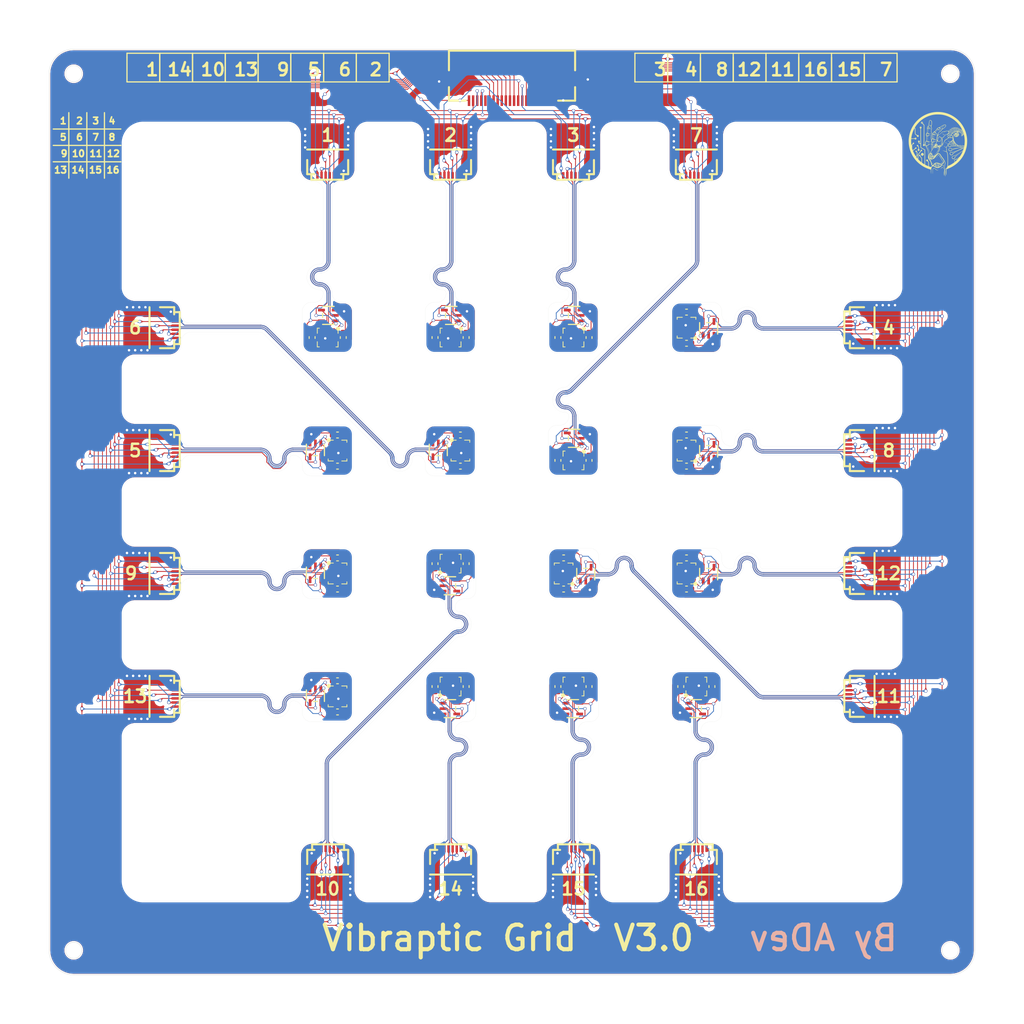
<source format=kicad_pcb>
(kicad_pcb (version 20240108) (generator "pcbnew") (generator_version "8.0")
  (layers (0 "F.Cu" signal "Front") (31 "B.Cu" signal "Back") (34 "B.Paste" user) (35 "F.Paste" user) (36 "B.SilkS" user "B.Silkscreen") (37 "F.SilkS" user "F.Silkscreen") (38 "B.Mask" user "B.Mask - ENIG") (39 "F.Mask" user "F.Mask - ENIG") (44 "Edge.Cuts" user))
  (net 0 "")
  (net 1 "GND")
  (net 2 "VDD")
  (net 3 "SDO")
  (net 4 "Sclk")
  (net 5 "nCS_1")
  (net 6 "SDI")
  (net 7 "nCS_2")
  (net 8 "nCS_5")
  (net 9 "nCS_6")
  (net 10 "nCS_4")
  (net 11 "nCS_8")
  (net 12 "nCS_9")
  (net 13 "nCS_7")
  (net 14 "nCS_3")
  (net 15 "/LIS2DH_unit1/INT1")
  (net 16 "/LIS2DH_unit1/INT2")
  (net 17 "/LIS2DH_unit2/INT1")
  (net 18 "/LIS2DH_unit2/INT2")
  (net 19 "/LIS2DH_unit3/INT1")
  (net 20 "/LIS2DH_unit3/INT2")
  (net 21 "/LIS2DH_unit4/INT1")
  (net 22 "/LIS2DH_unit4/INT2")
  (net 23 "/LIS2DH_unit5/INT1")
  (net 24 "/LIS2DH_unit5/INT2")
  (net 25 "/LIS2DH_unit6/INT1")
  (net 26 "/LIS2DH_unit6/INT2")
  (net 27 "/LIS2DH_unit7/INT1")
  (net 28 "/LIS2DH_unit7/INT2")
  (net 29 "/LIS2DH_unit8/INT1")
  (net 30 "/LIS2DH_unit8/INT2")
  (net 31 "/LIS2DH_unit9/INT1")
  (net 32 "/LIS2DH_unit9/INT2")
  (net 33 "nCS_10")
  (net 34 "/LIS2DH_unit10/INT1")
  (net 35 "/LIS2DH_unit10/INT2")
  (net 36 "nCS_11")
  (net 37 "/LIS2DH_unit11/INT1")
  (net 38 "/LIS2DH_unit11/INT2")
  (net 39 "nCS_12")
  (net 40 "/LIS2DH_unit12/INT1")
  (net 41 "/LIS2DH_unit12/INT2")
  (net 42 "nCS_13")
  (net 43 "/LIS2DH_unit14/INT1")
  (net 44 "/LIS2DH_unit14/INT2")
  (net 45 "nCS_14")
  (net 46 "/LIS2DH_unit13/INT1")
  (net 47 "/LIS2DH_unit13/INT2")
  (net 48 "nCS_15")
  (net 49 "/LIS2DH_unit15/INT1")
  (net 50 "/LIS2DH_unit15/INT2")
  (net 51 "nCS_16")
  (net 52 "/LIS2DH_unit16/INT1")
  (net 53 "/LIS2DH_unit16/INT2")
  (net 55 "Net-(U1-SDA{slash}SDI{slash}SDO)")
  (net 56 "Net-(U18-Y)")
  (net 57 "Net-(U19-Y)")
  (net 58 "Net-(U20-Y)")
  (net 59 "Net-(U21-Y)")
  (net 60 "Net-(U22-Y)")
  (net 61 "Net-(U23-Y)")
  (net 62 "Net-(U24-Y)")
  (net 63 "Net-(U25-Y)")
  (net 64 "Net-(U10-SDA{slash}SDI{slash}SDO)")
  (net 65 "Net-(U11-SDA{slash}SDI{slash}SDO)")
  (net 66 "Net-(U12-SDA{slash}SDI{slash}SDO)")
  (net 67 "Net-(U13-SDA{slash}SDI{slash}SDO)")
  (net 68 "Net-(U14-SDA{slash}SDI{slash}SDO)")
  (net 69 "Net-(U15-SDA{slash}SDI{slash}SDO)")
  (net 70 "Net-(U16-SDA{slash}SDI{slash}SDO)")
  (footprint "00_lcsc:LGA-12_L2.0-W2.0-P0.50-BL" (layer "F.Cu") (at 130 96.2 180)
    (property "Reference" "U7" (hide yes))
    (property "Value" "LIS2DH12TR" (hide yes))
  )
  (footprint "00_lcsc:SOT-353_L2.1-W1.3-P0.65-LS2.3-BR" (layer "F.Cu") (at 114.92 111.5 180)
    (property "Reference" "U26" (hide yes))
    (property "Value" "SN74LVC1G32DCKR" (hide yes))
  )
  (footprint "00_lcsc:FPC-SMD_6P-P0.50_HC-FPC-05-09-6RLTAG" (layer "F.Cu") (at 164.84 110 -90)
    (property "Reference" "FPC12" (hide yes))
    (property "Value" "HC-FPC-05-09-6RLTAG" (hide yes))
  )
  (footprint "Capacitor_SMD:C_0402_1005Metric_Pad0.74x0.62mm_HandSolder" (layer "F.Cu") (at 128.8 108.1)
    (property "Reference" "C22" (hide yes))
    (property "Value" "1uF" (hide yes))
  )
  (footprint "Capacitor_SMD:C_0402_1005Metric_Pad0.74x0.62mm_HandSolder" (layer "F.Cu") (at 128.1 123.8 -90)
    (property "Reference" "C29" (hide yes))
    (property "Value" "100n" (hide yes))
  )
  (footprint "Capacitor_SMD:C_0402_1005Metric_Pad0.74x0.62mm_HandSolder" (layer "F.Cu") (at 116.9 108.8 -90)
    (property "Reference" "C20" (hide yes))
    (property "Value" "1uF" (hide yes))
  )
  (footprint "00_lcsc:FPC-SMD_6P-P0.50_HC-FPC-05-09-6RLTAG" (layer "F.Cu") (at 80.16 95 90)
    (property "Reference" "FPC5" (hide yes))
    (property "Value" "HC-FPC-05-09-6RLTAG" (hide yes))
  )
  (footprint "00_lcsc:SOT-353_L2.1-W1.3-P0.65-LS2.3-BR" (layer "F.Cu") (at 130.08 93.5)
    (property "Reference" "U23" (hide yes))
    (property "Value" "SN74LVC1G32DCKR" (hide yes))
  )
  (footprint "Capacitor_SMD:C_0402_1005Metric_Pad0.74x0.62mm_HandSolder" (layer "F.Cu") (at 143.1 123.8 -90)
    (property "Reference" "C31" (hide yes))
    (property "Value" "100n" (hide yes))
  )
  (footprint "Capacitor_SMD:C_0402_1005Metric_Pad0.74x0.62mm_HandSolder" (layer "F.Cu") (at 113.1 123.8 -90)
    (property "Reference" "C27" (hide yes))
    (property "Value" "100n" (hide yes))
  )
  (footprint "00_lcsc:FPC-SMD_6P-P0.50_HC-FPC-05-09-6RLTAG" (layer "F.Cu") (at 115 144.84 180)
    (property "Reference" "FPC14" (hide yes))
    (property "Value" "HC-FPC-05-09-6RLTAG" (hide yes))
  )
  (footprint "00_lcsc:LGA-12_L2.0-W2.0-P0.50-BL" (layer "F.Cu") (at 115 123.8)
    (property "Reference" "U14" (hide yes))
    (property "Value" "LIS2DH12TR" (hide yes))
  )
  (footprint "00_lcsc:LGA-12_L2.0-W2.0-P0.50-BL" (layer "F.Cu") (at 101.2 125 -90)
    (property "Reference" "U13" (hide yes))
    (property "Value" "LIS2DH12TR" (hide yes))
  )
  (footprint "00_lcsc:SOT-353_L2.1-W1.3-P0.65-LS2.3-BR" (layer "F.Cu") (at 130.08 78.5)
    (property "Reference" "U19" (hide yes))
    (property "Value" "SN74LVC1G32DCKR" (hide yes))
  )
  (footprint "00_lcsc:LGA-12_L2.0-W2.0-P0.50-BL" (layer "F.Cu") (at 143.8 95 90)
    (property "Reference" "U8" (hide yes))
    (property "Value" "LIS2DH12TR" (hide yes))
  )
  (footprint "00_lcsc:LGA-12_L2.0-W2.0-P0.50-BL" (layer "F.Cu") (at 145 123.8)
    (property "Reference" "U16" (hide yes))
    (property "Value" "LIS2DH12TR" (hide yes))
  )
  (footprint "00_lcsc:FPC-SMD_6P-P0.50_HC-FPC-05-09-6RLTAG" (layer "F.Cu") (at 145 144.84 180)
    (property "Reference" "FPC16" (hide yes))
    (property "Value" "HC-FPC-05-09-6RLTAG" (hide yes))
  )
  (footprint "Capacitor_SMD:C_0402_1005Metric_Pad0.74x0.62mm_HandSolder" (layer "F.Cu") (at 146.9 123.8 -90)
    (property "Reference" "C32" (hide yes))
    (property "Value" "1uF" (hide yes))
  )
  (footprint "00_lcsc:FPC-SMD_6P-P0.50_HC-FPC-05-09-6RLTAG" (layer "F.Cu") (at 80.16 125 90)
    (property "Reference" "FPC13" (hide yes))
    (property "Value" "HC-FPC-05-09-6RLTAG" (hide yes))
  )
  (footprint "00_lcsc:FPC-SMD_6P-P0.50_HC-FPC-05-09-6RLTAG" (layer "F.Cu") (at 164.84 95 -90)
    (property "Reference" "FPC8" (hide yes))
    (property "Value" "HC-FPC-05-09-6RLTAG" (hide yes))
  )
  (footprint "Capacitor_SMD:C_0402_1005Metric_Pad0.74x0.62mm_HandSolder" (layer "F.Cu") (at 116.2 96.9 180)
    (property "Reference" "C12" (hide yes))
    (property "Value" "1uF" (hide yes))
  )
  (footprint "00_lcsc:SOT-353_L2.1-W1.3-P0.65-LS2.3-BR" (layer "F.Cu") (at 113.5 94.92 90)
    (property "Reference" "U22" (hide yes))
    (property "Value" "SN74LVC1G32DCKR" (hide yes))
  )
  (footprint "Capacitor_SMD:C_0402_1005Metric_Pad0.74x0.62mm_HandSolder" (layer "F.Cu") (at 128.1 81.2 90)
    (property "Reference" "C6" (hide yes))
    (property "Value" "1uF" (hide yes))
  )
  (footprint "Capacitor_SMD:C_0402_1005Metric_Pad0.74x0.62mm_HandSolder" (layer "F.Cu") (at 143.8 81.9)
    (property "Reference" "C7" (hide yes))
    (property "Value" "100n" (hide yes))
  )
  (footprint "Capacitor_SMD:C_0402_1005Metric_Pad0.74x0.62mm_HandSolder" (layer "F.Cu") (at 143.8 111.9)
    (property "Reference" "C23" (hide yes))
    (property "Value" "100n" (hide yes))
  )
  (footprint "00_lcsc:SOT-353_L2.1-W1.3-P0.65-LS2.3-BR" (layer "F.Cu") (at 131.5 110.08 -90)
    (property "Reference" "U27" (hide yes))
    (property "Value" "SN74LVC1G32DCKR" (hide yes))
  )
  (footprint "LOGO" (layer "F.Cu") (at 174.5 57.5)
    (property "Reference" "G***" (hide yes))
    (property "Value" "LOGO" (hide yes))
  )
  (footprint "00_lcsc:FPC-SMD_6P-P0.50_HC-FPC-05-09-6RLTAG" (layer "F.Cu") (at 130 60.16)
    (property "Reference" "FPC3" (hide yes))
    (property "Value" "HC-FPC-05-09-6RLTAG" (hide yes))
  )
  (footprint "00_lcsc:FPC-SMD_6P-P0.50_HC-FPC-05-09-6RLTAG" (layer "F.Cu") (at 164.84 80 -90)
    (property "Reference" "FPC4" (hide yes))
    (property "Value" "HC-FPC-05-09-6RLTAG" (hide yes))
  )
  (footprint "Capacitor_SMD:C_0402_1005Metric_Pad0.74x0.62mm_HandSolder" (layer "F.Cu") (at 128.1 96.2 90)
    (property "Reference" "C14" (hide yes))
    (property "Value" "1uF" (hide yes))
  )
  (footprint "00_lcsc:FPC-SMD_P0.5-22P_FGS-XJ-H2.0" (layer "F.Cu") (at 122.5 50.9475)
    (property "Reference" "FPC17" (hide yes))
    (property "Value" "AFC01-S22FCA-00" (hide yes))
  )
  (footprint "00_lcsc:SOT-353_L2.1-W1.3-P0.65-LS2.3-BR" (layer "F.Cu") (at 146.5 95.08 -90)
    (property "Reference" "U24" (hide yes))
    (property "Value" "SN74LVC1G32DCKR" (hide yes))
  )
  (footprint "00_lcsc:SOT-353_L2.1-W1.3-P0.65-LS2.3-BR" (layer "F.Cu") (at 98.5 109.92 90)
    (property "Reference" "U25" (hide yes))
    (property "Value" "SN74LVC1G32DCKR" (hide yes))
  )
  (footprint "00_lcsc:LGA-12_L2.0-W2.0-P0.50-BL" (layer "F.Cu") (at 128.8 110 90)
    (property "Reference" "U11" (hide yes))
    (property "Value" "LIS2DH12TR" (hide yes))
  )
  (footprint "Capacitor_SMD:C_0402_1005Metric_Pad0.74x0.62mm_HandSolder" (layer "F.Cu") (at 113.1 108.8 -90)
    (property "Reference" "C19" (hide yes))
    (property "Value" "100n" (hide yes))
  )
  (footprint "Capacitor_SMD:C_0402_1005Metric_Pad0.74x0.62mm_HandSolder" (layer "F.Cu") (at 116.2 93.1 180)
    (property "Reference" "C11" (hide yes))
    (property "Value" "100n" (hide yes))
  )
  (footprint "Capacitor_SMD:C_0402_1005Metric_Pad0.74x0.62mm_HandSolder" (layer "F.Cu") (at 116.9 123.8 -90)
    (property "Reference" "C28" (hide yes))
    (property "Value" "1uF" (hide yes))
  )
  (footprint "00_lcsc:LGA-12_L2.0-W2.0-P0.50-BL" (layer "F.Cu") (at 130 81.2 180)
    (property "Reference" "U3" (hide yes))
    (property "Value" "LIS2DH12TR" (hide yes))
  )
  (footprint "Capacitor_SMD:C_0402_1005Metric_Pad0.74x0.62mm_HandSolder" (layer "F.Cu") (at 143.8 78.1)
    (property "Reference" "C8" (hide yes))
    (property "Value" "1uF" (hide yes))
  )
  (footprint "Capacitor_SMD:C_0402_1005Metric_Pad0.74x0.62mm_HandSolder" (layer "F.Cu") (at 131.9 96.2 90)
    (property "Reference" "C13" (hide yes))
    (property "Value" "100n" (hide yes))
  )
  (footprint "Capacitor_SMD:C_0402_1005Metric_Pad0.74x0.62mm_HandSolder" (layer "F.Cu") (at 113.1 81.2 90)
    (property "Reference" "C4" (hide yes))
    (property "Value" "1uF" (hide yes))
  )
  (footprint "00_lcsc:FPC-SMD_6P-P0.50_HC-FPC-05-09-6RLTAG" (layer "F.Cu") (at 100 60.16)
    (property "Reference" "FPC1" (hide yes))
    (property "Value" "HC-FPC-05-09-6RLTAG" (hide yes))
  )
  (footprint "00_lcsc:FPC-SMD_6P-P0.50_HC-FPC-05-09-6RLTAG" (layer "F.Cu") (at 164.84 125 -90)
    (property "Reference" "FPC11" (hide yes))
    (property "Value" "HC-FPC-05-09-6RLTAG" (hide yes))
  )
  (footprint "Capacitor_SMD:C_0402_1005Metric_Pad0.74x0.62mm_HandSolder" (layer "F.Cu") (at 101.9 81.2 90)
    (property "Reference" "C1" (hide yes))
    (property "Value" "100n" (hide yes))
  )
  (footprint "Capacitor_SMD:C_0402_1005Metric_Pad0.74x0.62mm_HandSolder" (layer "F.Cu") (at 116.9 81.2 90)
    (property "Reference" "C3" (hide yes))
    (property "Value" "100n" (hide yes))
  )
  (footprint "Capacitor_SMD:C_0402_1005Metric_Pad0.74x0.62mm_HandSolder" (layer "F.Cu") (at 131.9 81.2 90)
    (property "Reference" "C5" (hide yes))
    (property "Value" "100n" (hide yes))
  )
  (footprint "00_lcsc:LGA-12_L2.0-W2.0-P0.50-BL" (layer "F.Cu") (at 101.2 95 -90)
    (property "Reference" "U5" (hide yes))
    (property "Value" "LIS2DH12TR" (hide yes))
  )
  (footprint "00_lcsc:LGA-12_L2.0-W2.0-P0.50-BL" (layer "F.Cu") (at 116.2 95 -90)
    (property "Reference" "U6" (hide yes))
    (property "Value" "LIS2DH12TR" (hide yes))
  )
  (footprint "00_lcsc:FPC-SMD_6P-P0.50_HC-FPC-05-09-6RLTAG" (layer "F.Cu") (at 130 144.84 180)
    (property "Reference" "FPC15" (hide yes))
    (property "Value" "HC-FPC-05-09-6RLTAG" (hide yes))
  )
  (footprint "00_lcsc:SOT-353_L2.1-W1.3-P0.65-LS2.3-BR" (layer "F.Cu") (at 114.92 126.5 180)
    (property "Reference" "U30" (hide yes))
    (property "Value" "SN74LVC1G32DCKR" (hide yes))
  )
  (footprint "00_lcsc:SOT-353_L2.1-W1.3-P0.65-LS2.3-BR" (layer "F.Cu") (at 98.5 94.92 90)
    (property "Reference" "U21" (hide yes))
    (property "Value" "SN74LVC1G32DCKR" (hide yes))
  )
  (footprint "00_lcsc:SOT-353_L2.1-W1.3-P0.65-LS2.3-BR" (layer "F.Cu") (at 144.92 126.5 180)
    (property "Reference" "U32" (hide yes))
    (property "Value" "SN74LVC1G32DCKR" (hide yes))
  )
  (footprint "Capacitor_SMD:C_0402_1005Metric_Pad0.74x0.62mm_HandSolder" (layer "F.Cu") (at 101.2 126.9 180)
    (property "Reference" "C26" (hide yes))
    (property "Value" "1uF" (hide yes))
  )
  (footprint "Capacitor_SMD:C_0402_1005Metric_Pad0.74x0.62mm_HandSolder" (layer "F.Cu") (at 101.2 123.1 180)
    (property "Reference" "C25" (hide yes))
    (property "Value" "100n" (hide yes))
  )
  (footprint "Capacitor_SMD:C_0402_1005Metric_Pad0.74x0.62mm_HandSolder" (layer "F.Cu") (at 101.2 111.9 180)
    (property "Reference" "C18" (hide yes))
    (property "Value" "1uF" (hide yes))
  )
  (footprint "00_lcsc:LGA-12_L2.0-W2.0-P0.50-BL" (layer "F.Cu") (at 130 123.8)
    (property "Reference" "U15" (hide yes))
    (property "Value" "LIS2DH12TR" (hide yes))
  )
  (footprint "00_lcsc:LGA-12_L2.0-W2.0-P0.50-BL" (layer "F.Cu") (at 143.8 80 90)
    (property "Reference" "U4" (hide yes))
    (property "Value" "LIS2DH12TR" (hide yes))
  )
  (footprint "00_lcsc:FPC-SMD_6P-P0.50_HC-FPC-05-09-6RLTAG" (layer "F.Cu") (at 145 60.16)
    (property "Reference" "FPC7" (hide yes))
    (property "Value" "HC-FPC-05-09-6RLTAG" (hide yes))
  )
  (footprint "00_lcsc:FPC-SMD_6P-P0.50_HC-FPC-05-09-6RLTAG" (layer "F.Cu") (at 100 144.84 180)
    (property "Reference" "FPC10" (hide yes))
    (property "Value" "HC-FPC-05-09-6RLTAG" (hide yes))
  )
  (footprint "Capacitor_SMD:C_0402_1005Metric_Pad0.74x0.62mm_HandSolder" (layer "F.Cu") (at 101.2 108.1 180)
    (property "Reference" "C17" (hide yes))
    (property "Value" "100n" (hide yes))
  )
  (footprint "00_lcsc:LGA-12_L2.0-W2.0-P0.50-BL" (layer "F.Cu") (at 115 81.2 180)
    (property "Reference" "U2" (hide yes))
    (property "Value" "LIS2DH12TR" (hide yes))
  )
  (footprint "Capacitor_SMD:C_0402_1005Metric_Pad0.74x0.62mm_HandSolder" (layer "F.Cu") (at 101.2 93.1 180)
    (property "Reference" "C9" (hide yes))
    (property "Value" "100n" (hide yes))
  )
  (footprint "00_lcsc:LGA-12_L2.0-W2.0-P0.50-BL" (layer "F.Cu") (at 143.8 110 90)
    (property "Reference" "U12" (hide yes))
    (property "Value" "LIS2DH12TR" (hide yes))
  )
  (footprint "Capacitor_SMD:C_0402_1005Metric_Pad0.74x0.62mm_HandSolder" (layer "F.Cu") (at 143.8 108.1)
    (property "Reference" "C24" (hide yes))
    (property "Value" "1uF" (hide yes))
  )
  (footprint "00_lcsc:LGA-12_L2.0-W2.0-P0.50-BL" (layer "F.Cu") (at 115 108.8)
    (property "Reference" "U10" (hide yes))
    (property "Value" "LIS2DH12TR" (hide yes))
  )
  (footprint "00_lcsc:SOT-353_L2.1-W1.3-P0.65-LS2.3-BR" (layer "F.Cu") (at 100.08 78.5)
    (property "Reference" "U17" (hide yes))
    (property "Value" "SN74LVC1G32DCKR" (hide yes))
  )
  (footprint "00_lcsc:LGA-12_L2.0-W2.0-P0.50-BL" (layer "F.Cu") (at 101.2 110 -90)
    (property "Reference" "U9" (hide yes))
    (property "Value" "LIS2DH12TR" (hide yes))
  )
  (footprint "00_lcsc:SOT-353_L2.1-W1.3-P0.65-LS2.3-BR" (layer "F.Cu") (at 129.92 126.5 180)
    (property "Reference" "U31" (hide yes))
    (property "Value" "SN74LVC1G32DCKR" (hide yes))
  )
  (footprint "00_lcsc:SOT-353_L2.1-W1.3-P0.65-LS2.3-BR" (layer "F.Cu") (at 115.08 78.5)
    (property "Reference" "U18" (hide yes))
    (property "Value" "SN74LVC1G32DCKR" (hide yes))
  )
  (footprint "00_lcsc:FPC-SMD_6P-P0.50_HC-FPC-05-09-6RLTAG" (layer "F.Cu") (at 80.16 80 90)
    (property "Reference" "FPC6" (hide yes))
    (property "Value" "HC-FPC-05-09-6RLTAG" (hide yes))
  )
  (footprint "Capacitor_SMD:C_0402_1005Metric_Pad0.74x0.62mm_HandSolder" (layer "F.Cu") (at 143.8 96.9)
    (property "Reference" "C15" (hide yes))
    (property "Value" "100n" (hide yes))
  )
  (footprint "Capacitor_SMD:C_0402_1005Metric_Pad0.74x0.62mm_HandSolder" (layer "F.Cu") (at 101.2 96.9 180)
    (property "Reference" "C10" (hide yes))
    (property "Value" "1uF" (hide yes))
  )
  (footprint "Capacitor_SMD:C_0402_1005Metric_Pad0.74x0.62mm_HandSolder" (layer "F.Cu") (at 128.8 111.9)
    (property "Reference" "C21" (hide yes))
    (property "Value" "100n" (hide yes))
  )
  (footprint "00_lcsc:SOT-353_L2.1-W1.3-P0.65-LS2.3-BR" (layer "F.Cu") (at 146.5 110.08 -90)
    (property "Reference" "U28" (hide yes))
    (property "Value" "SN74LVC1G32DCKR" (hide yes))
  )
  (footprint "Capacitor_SMD:C_0402_1005Metric_Pad0.74x0.62mm_HandSolder" (layer "F.Cu") (at 143.8 93.1)
    (property "Reference" "C16" (hide yes))
    (property "Value" "1uF" (hide yes))
  )
  (footprint "Capacitor_SMD:C_0402_1005Metric_Pad0.74x0.62mm_HandSolder" (layer "F.Cu") (at 131.9 123.8 -90)
    (property "Reference" "C30" (hide yes))
    (property "Value" "1uF" (hide yes))
  )
  (footprint "00_lcsc:SOT-353_L2.1-W1.3-P0.65-LS2.3-BR" (layer "F.Cu") (at 146.5 80.08 -90)
    (property "Reference" "U20" (hide yes))
    (property "Value" "SN74LVC1G32DCKR" (hide yes))
  )
  (footprint "00_lcsc:FPC-SMD_6P-P0.50_HC-FPC-05-09-6RLTAG" (layer "F.Cu") (at 115 60.16)
    (property "Reference" "FPC2" (hide yes))
    (property "Value" "HC-FPC-05-09-6RLTAG" (hide yes))
  )
  (footprint "00_lcsc:FPC-SMD_6P-P0.50_HC-FPC-05-09-6RLTAG" (layer "F.Cu") (at 80.16 110 90)
    (property "Reference" "FPC9" (hide yes))
    (property "Value" "HC-FPC-05-09-6RLTAG" (hide yes))
  )
  (footprint "00_lcsc:SOT-353_L2.1-W1.3-P0.65-LS2.3-BR" (layer "F.Cu") (at 98.5 124.92 90)
    (property "Reference" "U29" (hide yes))
    (property "Value" "SN74LVC1G32DCKR" (hide yes))
  )
  (footprint "Capacitor_SMD:C_0402_1005Metric_Pad0.74x0.62mm_HandSolder" (layer "F.Cu") (at 98.1 81.2 90)
    (property "Reference" "C2" (hide yes))
    (property "Value" "1uF" (hide yes))
  )
  (footprint "00_lcsc:LGA-12_L2.0-W2.0-P0.50-BL" (layer "F.Cu") (at 100 81.2 180)
    (property "Reference" "U1" (hide yes))
    (property "Value" "LIS2DH12TR" (hide yes))
  )
  (gr_line (start 145.5 50) (end 145.5 47) (stroke (width 0.1524)) (layer "F.SilkS"))
  (gr_line (start 79.5 46.5) (end 79.5 50) (stroke (width 0.1524)) (layer "F.SilkS"))
  (gr_line (start 99.5 47) (end 99.5 46.5) (stroke (width 0.1524)) (layer "F.SilkS"))
  (gr_line (start 107.5 50) (end 75.5 50) (stroke (width 0.1524)) (layer "F.SilkS"))
  (gr_line (start 79.5 50) (end 79.5 47) (stroke (width 0.1524)) (layer "F.SilkS"))
  (gr_line (start 99.5 46.5) (end 99.5 50) (stroke (width 0.1524)) (layer "F.SilkS"))
  (gr_line (start 68.4 53.75) (end 68.4 61.75) (stroke (width 0.1524)) (layer "F.SilkS"))
  (gr_line (start 66.5 57.75) (end 74.75 57.75) (stroke (width 0.1524)) (layer "F.SilkS"))
  (gr_line (start 145.5 46.5) (end 145.5 50) (stroke (width 0.1524)) (layer "F.SilkS"))
  (gr_line (start 75.5 47) (end 75.5 46.5) (stroke (width 0.1524)) (layer "F.SilkS"))
  (gr_line (start 87.5 46.5) (end 87.5 50) (stroke (width 0.1524)) (layer "F.SilkS"))
  (gr_line (start 95.5 50) (end 95.5 47) (stroke (width 0.1524)) (layer "F.SilkS"))
  (gr_line (start 103.5 46.5) (end 103.5 50) (stroke (width 0.1524)) (layer "F.SilkS"))
  (gr_line (start 153.5 46.5) (end 153.5 50) (stroke (width 0.1524)) (layer "F.SilkS"))
  (gr_line (start 141.5 46.5) (end 141.5 50) (stroke (width 0.1524)) (layer "F.SilkS"))
  (gr_line (start 66.5 59.75) (end 74.75 59.75) (stroke (width 0.1524)) (layer "F.SilkS"))
  (gr_line (start 66.5 55.75) (end 74.75 55.75) (stroke (width 0.1524)) (layer "F.SilkS"))
  (gr_line (start 157.5 46.5) (end 157.5 50) (stroke (width 0.1524)) (layer "F.SilkS"))
  (gr_line (start 95.5 47) (end 95.5 46.5) (stroke (width 0.1524)) (layer "F.SilkS"))
  (gr_line (start 72.75 53.75) (end 72.75 61.75) (stroke (width 0.1524)) (layer "F.SilkS"))
  (gr_line (start 103.5 47) (end 103.5 46.5) (stroke (width 0.1524)) (layer "F.SilkS"))
  (gr_line (start 91.5 46.5) (end 91.5 50) (stroke (width 0.1524)) (layer "F.SilkS"))
  (gr_line (start 83.5 47) (end 83.5 46.5) (stroke (width 0.1524)) (layer "F.SilkS"))
  (gr_line (start 83.5 46.5) (end 83.5 50) (stroke (width 0.1524)) (layer "F.SilkS"))
  (gr_line (start 91.5 47) (end 91.5 46.5) (stroke (width 0.1524)) (layer "F.SilkS"))
  (gr_line (start 99.5 50) (end 99.5 47) (stroke (width 0.1524)) (layer "F.SilkS"))
  (gr_line (start 161.5 46.5) (end 161.5 50) (stroke (width 0.1524)) (layer "F.SilkS"))
  (gr_line (start 91.5 50) (end 91.5 47) (stroke (width 0.1524)) (layer "F.SilkS"))
  (gr_line (start 83.5 50) (end 83.5 47) (stroke (width 0.1524)) (layer "F.SilkS"))
  (gr_line (start 169.5 50) (end 137.5 50) (stroke (width 0.1524)) (layer "F.SilkS"))
  (gr_line (start 165.5 46.5) (end 165.5 50) (stroke (width 0.1524)) (layer "F.SilkS"))
  (gr_line (start 169.5 46.5) (end 137.5 46.5) (stroke (width 0.1524)) (layer "F.SilkS"))
  (gr_line (start 137.5 50) (end 137.5 46.5) (stroke (width 0.1524)) (layer "F.SilkS"))
  (gr_line (start 70.6 53.75) (end 70.6 61.75) (stroke (width 0.1524)) (layer "F.SilkS"))
  (gr_line (start 169.5 46.5) (end 169.5 50) (stroke (width 0.1524)) (layer "F.SilkS"))
  (gr_line (start 75.5 50) (end 75.5 47) (stroke (width 0.1524)) (layer "F.SilkS"))
  (gr_line (start 165.5 50) (end 165.5 47) (stroke (width 0.1524)) (layer "F.SilkS"))
  (gr_line (start 75.5 46.5) (end 107.5 46.5) (stroke (width 0.1524)) (layer "F.SilkS"))
  (gr_line (start 87.5 50) (end 87.5 47) (stroke (width 0.1524)) (layer "F.SilkS"))
  (gr_line (start 161.5 50) (end 161.5 47) (stroke (width 0.1524)) (layer "F.SilkS"))
  (gr_line (start 87.5 47) (end 87.5 46.5) (stroke (width 0.1524)) (layer "F.SilkS"))
  (gr_line (start 79.5 47) (end 79.5 46.5) (stroke (width 0.1524)) (layer "F.SilkS"))
  (gr_line (start 107.5 46.5) (end 107.5 50) (stroke (width 0.1524)) (layer "F.SilkS"))
  (gr_line (start 141.5 50) (end 141.5 47) (stroke (width 0.1524)) (layer "F.SilkS"))
  (gr_line (start 103.5 50) (end 103.5 47) (stroke (width 0.1524)) (layer "F.SilkS"))
  (gr_line (start 149.5 46.5) (end 149.5 50) (stroke (width 0.1524)) (layer "F.SilkS"))
  (gr_line (start 149.5 50) (end 149.5 47) (stroke (width 0.1524)) (layer "F.SilkS"))
  (gr_line (start 153.5 50) (end 153.5 47) (stroke (width 0.1524)) (layer "F.SilkS"))
  (gr_line (start 157.5 50) (end 157.5 47) (stroke (width 0.1524)) (layer "F.SilkS"))
  (gr_line (start 95.5 46.5) (end 95.5 50) (stroke (width 0.1524)) (layer "F.SilkS"))
  (gr_arc (start 116 115.749999) (mid 116.450001 116.2) (end 116 116.649999) (stroke (width 0.01)) (layer "Edge.Cuts"))
  (gr_line (start 111.9 96.65) (end 111.9 97) (stroke (width 0.01)) (layer "Edge.Cuts"))
  (gr_line (start 101.999999 121.9) (end 98 121.900001) (stroke (width 0.01)) (layer "Edge.Cuts"))
  (gr_arc (start 129 74.250001) (mid 130.096016 74.703986) (end 130.55 75.800002) (stroke (width 0.01)) (layer "Edge.Cuts"))
  (gr_arc (start 102 106.900001) (mid 102.777817 107.222183) (end 103.099999 108) (stroke (width 0.01)) (layer "Edge.Cuts"))
  (gr_line (start 82.150003 93.099997) (end 82.150003 93.350006) (stroke (width 0.01)) (layer "Edge.Cuts"))
  (gr_arc (start 111.9 78) (mid 112.222183 77.222183) (end 113 76.9) (stroke (width 0.01)) (layer "Edge.Cuts"))
  (gr_line (start 141.9 123.000001) (end 141.900001 127) (stroke (width 0.01)) (layer "Edge.Cuts"))
  (gr_arc (start 144.45 133.200003) (mid 144.903983 132.103986) (end 146 131.649999) (stroke (width 0.01)) (layer "Edge.Cuts"))
  (gr_arc (start 101.65 76.9) (mid 100.872183 76.577817) (end 100.55 75.8) (stroke (width 0.01)) (layer "Edge.Cuts"))
  (gr_arc (start 147 121.900001) (mid 147.777817 122.222183) (end 148.099999 123) (stroke (width 0.01)) (layer "Edge.Cuts"))
  (gr_arc (start 95.350001 126) (mid 93.800001 127.550001) (end 92.250001 126) (stroke (width 0.01)) (layer "Edge.Cuts"))
  (gr_line (start 117 98.099999) (end 113 98.1) (stroke (width 0.01)) (layer "Edge.Cuts"))
  (gr_arc (start 116 130.749999) (mid 116.450001 131.2) (end 116 131.649999) (stroke (width 0.01)) (layer "Edge.Cuts"))
  (gr_arc (start 129.45 71.800001) (mid 129.318198 72.118198) (end 129 72.250001) (stroke (width 0.01)) (layer "Edge.Cuts"))
  (gr_line (start 143 106.900001) (end 147 106.9) (stroke (width 0.01)) (layer "Edge.Cuts"))
  (gr_line (start 96.9 96.65) (end 96.9 97) (stroke (width 0.01)) (layer "Edge.Cuts"))
  (gr_arc (start 141.900001 108) (mid 142.222183 107.222183) (end 143 106.900001) (stroke (width 0.01)) (layer "Edge.Cuts"))
  (gr_arc (start 118.1 127) (mid 117.777817 127.777817) (end 117 128.1) (stroke (width 0.01)) (layer "Edge.Cuts"))
  (gr_arc (start 91.799997 94.45) (mid 92.896014 94.903983) (end 93.350001 96) (stroke (width 0.01)) (layer "Edge.Cuts"))
  (gr_arc (start 147 106.9) (mid 147.777817 107.222183) (end 148.1 108) (stroke (width 0.01)) (layer "Edge.Cuts"))
  (gr_arc (start 133.1 127) (mid 132.777817 127.777817) (end 132 128.1) (stroke (width 0.01)) (layer "Edge.Cuts"))
  (gr_arc (start 153.200003 110.55) (mid 152.103986 110.096017) (end 151.649999 109) (stroke (width 0.01)) (layer "Edge.Cuts"))
  (gr_line (start 102 98.099999) (end 98 98.1) (stroke (width 0.01)) (layer "Edge.Cuts"))
  (gr_arc (start 129 89.250001) (mid 130.096016 89.703986) (end 130.55 90.800002) (stroke (width 0.01)) (layer "Edge.Cuts"))
  (gr_arc (start 91.799984 80.550001) (mid 91.9722 80.584252) (end 92.118199 80.681803) (stroke (width 0.01)) (layer "Edge.Cuts"))
  (gr_arc (start 129.318211 87.118187) (mid 129.172216 87.215744) (end 129 87.250001) (stroke (width 0.01)) (layer "Edge.Cuts"))
  (gr_line (start 131.65 76.9) (end 132 76.900001) (stroke (width 0.01)) (layer "Edge.Cuts"))
  (gr_arc (start 129 74.250001) (mid 128.549999 73.8) (end 129 73.350001) (stroke (width 0.01)) (layer "Edge.Cuts"))
  (gr_arc (start 116 129.65) (mid 115.681802 129.518198) (end 115.55 129.2) (stroke (width 0.01)) (layer "Edge.Cuts"))
  (gr_arc (start 99 75.350001) (mid 97.449999 73.8) (end 99 72.250001) (stroke (width 0.01)) (layer "Edge.Cuts"))
  (gr_arc (start 117 76.900001) (mid 117.777817 77.222183) (end 118.099999 78) (stroke (width 0.01)) (layer "Edge.Cuts"))
  (gr_arc (start 164.349997 113.4) (mid 163.28934 112.960659) (end 162.849997 111.900003) (stroke (width 0.01)) (layer "Edge.Cuts"))
  (gr_arc (start 91.800001 110.55) (mid 92.118198 110.681802) (end 92.250001 111) (stroke (width 0.01)) (layer "Edge.Cuts"))
  (gr_arc (start 95.8 110.55) (mid 96.577817 110.872183) (end 96.9 111.65) (stroke (width 0.01)) (layer "Edge.Cuts"))
  (gr_arc (start 149.65 79) (mid 149.518198 79.318198) (end 149.2 79.45) (stroke (width 0.01)) (layer "Edge.Cuts"))
  (gr_arc (start 149.2 109.45) (mid 148.422183 109.127817) (end 148.1 108.35) (stroke (width 0.01)) (layer "Edge.Cuts"))
  (gr_arc (start 95.350001 96) (mid 93.800001 97.550001) (end 92.250001 96) (stroke (width 0.01)) (layer "Edge.Cuts"))
  (gr_arc (start 148.1 127) (mid 147.777817 127.777817) (end 147 128.1) (stroke (width 0.01)) (layer "Edge.Cuts"))
  (gr_arc (start 129 90.350001) (mid 127.449999 88.8) (end 129 87.250001) (stroke (width 0.01)) (layer "Edge.Cuts"))
  (gr_line (start 148.1 108.35) (end 148.1 108) (stroke (width 0.01)) (layer "Edge.Cuts"))
  (gr_arc (start 91.800001 95.55) (mid 92.118198 95.681802) (end 92.250001 96) (stroke (width 0.01)) (layer "Edge.Cuts"))
  (gr_arc (start 132 91.900001) (mid 132.777817 92.222183) (end 133.099999 93) (stroke (width 0.01)) (layer "Edge.Cuts"))
  (gr_arc (start 128 83.099999) (mid 127.222183 82.777817) (end 126.900001 82) (stroke (width 0.01)) (layer "Edge.Cuts"))
  (gr_arc (start 150.749999 94) (mid 150.296014 95.096016) (end 149.199998 95.55) (stroke (width 0.01)) (layer "Edge.Cuts"))
  (gr_line (start 103.399997 148.500011) (end 103.399997 144.350009) (stroke (width 0.01)) (layer "Edge.Cuts"))
  (gr_arc (start 143 83.099999) (mid 142.222183 82.777817) (end 141.900001 82) (stroke (width 0.01)) (layer "Edge.Cuts"))
  (gr_arc (start 114 74.250001) (mid 113.549999 73.8) (end 114 73.350001) (stroke (width 0.01)) (layer "Edge.Cuts"))
  (gr_line (start 148.099999 123) (end 148.1 127) (stroke (width 0.01)) (layer "Edge.Cuts"))
  (gr_arc (start 99 74.250001) (mid 98.549999 73.8) (end 99 73.350001) (stroke (width 0.01)) (layer "Edge.Cuts"))
  (gr_arc (start 153.199999 94.45) (mid 152.881802 94.318198) (end 152.749999 94) (stroke (width 0.01)) (layer "Edge.Cuts"))
  (gr_line (start 96.9 111.65) (end 96.9 112) (stroke (width 0.01)) (layer "Edge.Cuts"))
  (gr_arc (start 103.4 56.500001) (mid 103.83934 55.43934) (end 104.900001 55.000001) (stroke (width 0.01)) (layer "Edge.Cuts"))
  (gr_line (start 116.65 113.1) (end 117 113.1) (stroke (width 0.01)) (layer "Edge.Cuts"))
  (gr_line (start 128.35 76.9) (end 128 76.9) (stroke (width 0.01)) (layer "Edge.Cuts"))
  (gr_arc (start 146 129.65) (mid 145.681802 129.518198) (end 145.55 129.2) (stroke (width 0.01)) (layer "Edge.Cuts"))
  (gr_arc (start 95.8 125.55) (mid 96.577817 125.872183) (end 96.9 126.65) (stroke (width 0.01)) (layer "Edge.Cuts"))
  (gr_arc (start 132 106.9) (mid 132.777817 107.222183) (end 133.1 108) (stroke (width 0.01)) (layer "Edge.Cuts"))
  (gr_arc (start 153.199999 109.45) (mid 152.881802 109.318198) (end 152.749999 109) (stroke (width 0.01)) (layer "Edge.Cuts"))
  (gr_arc (start 91.799997 109.45) (mid 92.896014 109.903983) (end 93.350001 111) (stroke (width 0.01)) (layer "Edge.Cuts"))
  (gr_line (start 101.999999 91.9) (end 98 91.900001) (stroke (width 0.01)) (layer "Edge.Cuts"))
  (gr_arc (start 126.900001 108) (mid 127.222183 107.222183) (end 128 106.900001) (stroke (width 0.01)) (layer "Edge.Cuts"))
  (gr_line (start 133.099999 123) (end 133.1 127) (stroke (width 0.01)) (layer "Edge.Cuts"))
  (gr_arc (start 95.350001 111) (mid 93.800001 112.550001) (end 92.250001 111) (stroke (width 0.01)) (layer "Edge.Cuts"))
  (gr_line (start 116.65 76.9) (end 117 76.900001) (stroke (width 0.01)) (layer "Edge.Cuts"))
  (gr_arc (start 111.900001 93) (mid 112.222183 92.222183) (end 113 91.900001) (stroke (width 0.01)) (layer "Edge.Cuts"))
  (gr_arc (start 143 128.099999) (mid 142.222183 127.777817) (end 141.900001 127) (stroke (width 0.01)) (layer "Edge.Cuts"))
  (gr_arc (start 99.45 71.800001) (mid 99.318198 72.118198) (end 99 72.250001) (stroke (width 0.01)) (layer "Edge.Cuts"))
  (gr_line (start 148.1 78.35) (end 148.1 78) (stroke (width 0.01)) (layer "Edge.Cuts"))
  (gr_arc (start 80.650003 76.6) (mid 81.71066 77.039341) (end 82.150003 78.099997) (stroke (width 0.01)) (layer "Edge.Cuts"))
  (gr_arc (start 129 75.35) (mid 129.318198 75.481802) (end 129.45 75.8) (stroke (width 0.01)) (layer "Edge.Cuts"))
  (gr_arc (start 149.649999 109) (mid 151.199999 107.449999) (end 152.749999 109) (stroke (width 0.01)) (layer "Edge.Cuts"))
  (gr_line (start 118.1 81.999999) (end 118.099999 78) (stroke (width 0.01)) (layer "Edge.Cuts"))
  (gr_arc (start 83.25 124.45) (mid 82.472185 124.12782) (end 82.150003 123.350006) (stroke (width 0.01)) (layer "Edge.Cuts"))
  (gr_arc (start 146 129.649999) (mid 147.550001 131.2) (end 146 132.749999) (stroke (width 0.01)) (layer "Edge.Cuts"))
  (gr_arc (start 150.749999 94) (mid 151.199999 93.549999) (end 151.649999 94) (stroke (width 0.01)) (layer "Edge.Cuts"))
  (gr_arc (start 131 130.749999) (mid 129.903984 130.296014) (end 129.45 129.199998) (stroke (width 0.01)) (layer "Edge.Cuts"))
  (gr_arc (start 113 128.099999) (mid 112.222183 127.777817) (end 111.900001 127) (stroke (width 0.01)) (layer "Edge.Cuts"))
  (gr_arc (start 94.250001 96) (mid 93.800001 96.450001) (end 93.350001 96) (stroke (width 0.01)) (layer "Edge.Cuts"))
  (gr_arc (start 150.749999 79) (mid 151.199999 78.549999) (end 151.649999 79) (stroke (width 0.01)) (layer "Edge.Cuts"))
  (gr_arc (start 114 75.350001) (mid 112.449999 73.8) (end 114 72.250001) (stroke (width 0.01)) (layer "Edge.Cuts"))
  (gr_arc (start 94.250001 126) (mid 94.703986 124.903984) (end 95.800002 124.45) (stroke (width 0.01)) (layer "Edge.Cuts"))
  (gr_arc (start 134.649999 109) (mid 136.199999 107.449999) (end 137.749999 109) (stroke (width 0.01)) (layer "Edge.Cuts"))
  (gr_arc (start 74.999989 84.899998) (mid 75.439328 83.839336) (end 76.499989 83.399997) (stroke (width 0.01)) (layer "Edge.Cuts"))
  (gr_arc (start 129.45 75.8) (mid 129.127817 76.577817) (end 128.35 76.9) (stroke (width 0.01)) (layer "Edge.Cuts"))
  (gr_arc (start 96.9 108.35) (mid 96.577817 109.127817) (end 95.8 109.45) (stroke (width 0.01)) (layer "Edge.Cuts"))
  (gr_arc (start 115.55 114.2) (mid 115.872183 113.422183) (end 116.65 113.1) (stroke (width 0.01)) (layer "Edge.Cuts"))
  (gr_line (start 146.65 128.1) (end 147 128.1) (stroke (width 0.01)) (layer "Edge.Cuts"))
  (gr_arc (start 145.55 133.199999) (mid 145.681802 132.881802) (end 146 132.749999) (stroke (width 0.01)) (layer "Edge.Cuts"))
  (gr_line (start 143.35 128.1) (end 143 128.099999) (stroke (width 0.01)) (layer "Edge.Cuts"))
  (gr_arc (start 147 91.9) (mid 147.777817 92.222183) (end 148.1 93) (stroke (width 0.01)) (layer "Edge.Cuts"))
  (gr_arc (start 103.099999 82) (mid 102.777817 82.777817) (end 102 83.099999) (stroke (width 0.01)) (layer "Edge.Cuts"))
  (gr_arc (start 94.250001 111) (mid 94.703986 109.903984) (end 95.800002 109.45) (stroke (width 0.01)) (layer "Edge.Cuts"))
  (gr_line (start 103.099999 127) (end 103.099998 123.000001) (stroke (width 0.01)) (layer "Edge.Cuts"))
  (gr_line (start 128.000001 113.1) (end 132 113.099999) (stroke (width 0.01)) (layer "Edge.Cuts"))
  (gr_arc (start 132 121.900001) (mid 132.777817 122.222183) (end 133.099999 123) (stroke (width 0.01)) (layer "Edge.Cuts"))
  (gr_arc (start 141.900001 93) (mid 142.222183 92.222183) (end 143 91.900001) (stroke (width 0.01)) (layer "Edge.Cuts"))
  (gr_arc (start 98 98.1) (mid 97.222183 97.777817) (end 96.9 97) (stroke (width 0.01)) (layer "Edge.Cuts"))
  (gr_arc (start 153.200003 80.55) (mid 152.103986 80.096017) (end 151.649999 79) (stroke (width 0.01)) (layer "Edge.Cuts"))
  (gr_line (start 102 113.099999) (end 98 113.1) (stroke (width 0.01)) (layer "Edge.Cuts"))
  (gr_arc (start 129 75.350001) (mid 127.449999 73.8) (end 129 72.250001) (stroke (width 0.01)) (layer "Edge.Cuts"))
  (gr_arc (start 130.55 129.2) (mid 130.872183 128.422183) (end 131.65 128.1) (stroke (width 0.01)) (layer "Edge.Cuts"))
  (gr_arc (start 91.800001 125.55) (mid 92.118198 125.681802) (end 92.250001 126) (stroke (width 0.01)) (layer "Edge.Cuts"))
  (gr_arc (start 130.55 133.199999) (mid 130.681802 132.881802) (end 131 132.749999) (stroke (width 0.01)) (layer "Edge.Cuts"))
  (gr_arc (start 103.099999 97) (mid 102.777817 97.777817) (end 102 98.099999) (stroke (width 0.01)) (layer "Edge.Cuts"))
  (gr_arc (start 94.250001 126) (mid 93.800001 126.450001) (end 93.350001 126) (stroke (width 0.01)) (layer "Edge.Cuts"))
  (gr_arc (start 103.099999 112) (mid 102.777817 112.777817) (end 102 113.099999) (stroke (width 0.01)) (layer "Edge.Cuts"))
  (gr_arc (start 148.099999 97) (mid 147.777817 97.777817) (end 147 98.099999) (stroke (width 0.01)) (layer "Edge.Cuts"))
  (gr_line (start 126.900001 82) (end 126.9 78) (stroke (width 0.01)) (layer "Edge.Cuts"))
  (gr_arc (start 143 113.099999) (mid 142.222183 112.777817) (end 141.900001 112) (stroke (width 0.01)) (layer "Edge.Cuts"))
  (gr_arc (start 153.199999 79.45) (mid 152.881802 79.318198) (end 152.749999 79) (stroke (width 0.01)) (layer "Edge.Cuts"))
  (gr_arc (start 116 130.749999) (mid 114.903984 130.296014) (end 114.45 129.199998) (stroke (width 0.01)) (layer "Edge.Cuts"))
  (gr_line (start 143.000001 98.1) (end 147 98.099999) (stroke (width 0.01)) (layer "Edge.Cuts"))
  (gr_arc (start 94.250001 96) (mid 94.703986 94.903984) (end 95.800002 94.45) (stroke (width 0.01)) (layer "Edge.Cuts"))
  (gr_line (start 98.35 76.9) (end 98 76.9) (stroke (width 0.01)) (layer "Edge.Cuts"))
  (gr_line (start 101.65 76.9) (end 102 76.900001) (stroke (width 0.01)) (layer "Edge.Cuts"))
  (gr_arc (start 98 113.1) (mid 97.222183 112.777817) (end 96.9 112) (stroke (width 0.01)) (layer "Edge.Cuts"))
  (gr_arc (start 91.799997 124.45) (mid 92.896014 124.903983) (end 93.350001 126) (stroke (width 0.01)) (layer "Edge.Cuts"))
  (gr_arc (start 96.9 78) (mid 97.222183 77.222183) (end 98 76.9) (stroke (width 0.01)) (layer "Edge.Cuts"))
  (gr_arc (start 148.1 81.65) (mid 148.422183 80.872183) (end 149.2 80.55) (stroke (width 0.01)) (layer "Edge.Cuts"))
  (gr_arc (start 148.099999 82) (mid 147.777817 82.777817) (end 147 83.099999) (stroke (width 0.01)) (layer "Edge.Cuts"))
  (gr_arc (start 116 129.649999) (mid 117.550001 131.2) (end 116 132.749999) (stroke (width 0.01)) (layer "Edge.Cuts"))
  (gr_arc (start 113 113.099999) (mid 112.222183 112.777817) (end 111.900001 112) (stroke (width 0.01)) (layer "Edge.Cuts"))
  (gr_arc (start 98 83.099999) (mid 97.222183 82.777817) (end 96.900001 82) (stroke (width 0.01)) (layer "Edge.Cuts"))
  (gr_line (start 133.399997 148.500011) (end 133.399997 144.350009) (stroke (width 0.01)) (layer "Edge.Cuts"))
  (gr_arc (start 95.35 126) (mid 95.481802 125.681802) (end 95.8 125.55) (stroke (width 0.01)) (layer "Edge.Cuts"))
  (gr_arc (start 150.749999 109) (mid 151.199999 108.549999) (end 151.649999 109) (stroke (width 0.01)) (layer "Edge.Cuts"))
  (gr_arc (start 143 98.099999) (mid 142.222183 97.777817) (end 141.900001 97) (stroke (width 0.01)) (layer "Edge.Cuts"))
  (gr_line (start 96.9 108.35) (end 96.900001 108) (stroke (width 0.01)) (layer "Edge.Cuts"))
  (gr_arc (start 150.749999 79) (mid 150.296014 80.096016) (end 149.199998 80.55) (stroke (width 0.01)) (layer "Edge.Cuts"))
  (gr_arc (start 111.9 93.35) (mid 111.577817 94.127817) (end 110.8 94.45) (stroke (width 0.01)) (layer "Edge.Cuts"))
  (gr_line (start 133.1 111.65) (end 133.099999 112) (stroke (width 0.01)) (layer "Edge.Cuts"))
  (gr_arc (start 153.200003 95.55) (mid 152.103986 95.096017) (end 151.649999 94) (stroke (width 0.01)) (layer "Edge.Cuts"))
  (gr_arc (start 148.1 111.65) (mid 148.422183 110.872183) (end 149.2 110.55) (stroke (width 0.01)) (layer "Edge.Cuts"))
  (gr_arc (start 145.55 129.2) (mid 145.872183 128.422183) (end 146.65 128.1) (stroke (width 0.01)) (layer "Edge.Cuts"))
  (gr_line (start 113.35 76.9) (end 113 76.9) (stroke (width 0.01)) (layer "Edge.Cuts"))
  (gr_arc (start 129.45 133.200003) (mid 129.903983 132.103986) (end 131 131.649999) (stroke (width 0.01)) (layer "Edge.Cuts"))
  (gr_arc (start 146 130.749999) (mid 146.450001 131.2) (end 146 131.649999) (stroke (width 0.01)) (layer "Edge.Cuts"))
  (gr_arc (start 99.45 75.8) (mid 99.127817 76.577817) (end 98.35 76.9) (stroke (width 0.01)) (layer "Edge.Cuts"))
  (gr_arc (start 115.55 71.799997) (mid 115.096017 72.896014) (end 114 73.350001) (stroke (width 0.01)) (layer "Edge.Cuts"))
  (gr_arc (start 96.900001 93) (mid 97.222183 92.222183) (end 98 91.900001) (stroke (width 0.01)) (layer "Edge.Cuts"))
  (gr_line (start 101.999999 106.9) (end 98 106.900001) (stroke (width 0.01)) (layer "Edge.Cuts"))
  (gr_arc (start 100.55 71.799997) (mid 100.096017 72.896014) (end 99 73.350001) (stroke (width 0.01)) (layer "Edge.Cuts"))
  (gr_line (start 131.65 128.1) (end 132 128.1) (stroke (width 0.01)) (layer "Edge.Cuts"))
  (gr_line (start 96.900001 82) (end 96.9 78) (stroke (width 0.01)) (layer "Edge.Cuts"))
  (gr_line (start 153.200018 94.450006) (end 161.750015 94.450006) (stroke (width 0.01)) (layer "Edge.Cuts"))
  (gr_arc (start 96.900001 108) (mid 97.222183 107.222183) (end 98 106.900001) (stroke (width 0.01)) (layer "Edge.Cuts"))
  (gr_line (start 148.1 81.65) (end 148.099999 82) (stroke (width 0.01)) (layer "Edge.Cuts"))
  (gr_arc (start 103.099999 127) (mid 102.777817 127.777817) (end 102 128.099999) (stroke (width 0.01)) (layer "Edge.Cuts"))
  (gr_arc (start 149.649999 79) (mid 151.199999 77.449999) (end 152.749999 79) (stroke (width 0.01)) (layer "Edge.Cuts"))
  (gr_arc (start 115.55 133.199999) (mid 115.681802 132.881802) (end 116 132.749999) (stroke (width 0.01)) (layer "Edge.Cuts"))
  (gr_line (start 111.9 123.000001) (end 111.900001 127) (stroke (width 0.01)) (layer "Edge.Cuts"))
  (gr_line (start 118.399997 148.500011) (end 118.399997 144.350009) (stroke (width 0.01)) (layer "Edge.Cuts"))
  (gr_line (start 162.850009 123.1) (end 162.850009 123.350009) (stroke (width 0.01)) (layer "Edge.Cuts"))
  (gr_arc (start 96.900001 123) (mid 97.222183 122.222183) (end 98 121.900001) (stroke (width 0.01)) (layer "Edge.Cuts"))
  (gr_line (start 91.799997 109.45) (end 83.25 109.45) (stroke (width 0.01)) (layer "Edge.Cuts"))
  (gr_line (start 96.9 126.65) (end 96.9 127) (stroke (width 0.01)) (layer "Edge.Cuts"))
  (gr_line (start 118.099999 123) (end 118.1 127) (stroke (width 0.01)) (layer "Edge.Cuts"))
  (gr_arc (start 149.65 109) (mid 149.518198 109.318198) (end 149.2 109.45) (stroke (width 0.01)) (layer "Edge.Cuts"))
  (gr_arc (start 143.35 128.1) (mid 144.127817 128.422183) (end 144.45 129.2) (stroke (width 0.01)) (layer "Edge.Cuts"))
  (gr_line (start 146.9 142.850009) (end 146.649991 142.850009) (stroke (width 0.01)) (layer "Edge.Cuts"))
  (gr_line (start 113.35 128.1) (end 113 128.099999) (stroke (width 0.01)) (layer "Edge.Cuts"))
  (gr_arc (start 149.2 79.45) (mid 148.422183 79.127817) (end 148.1 78.35) (stroke (width 0.01)) (layer "Edge.Cuts"))
  (gr_arc (start 102 91.900001) (mid 102.777817 92.222183) (end 103.099999 93) (stroke (width 0.01)) (layer "Edge.Cuts"))
  (gr_arc (start 113 83.099999) (mid 112.222183 82.777817) (end 111.900001 82) (stroke (width 0.01)) (layer "Edge.Cuts"))
  (gr_line (start 143 91.900001) (end 147 91.9) (stroke (width 0.01)) (layer "Edge.Cuts"))
  (gr_line (start 145.549994 133.200018) (end 145.549994 141.750015) (stroke (width 0.01)) (layer "Edge.Cuts"))
  (gr_arc (start 114.45 71.800001) (mid 114.318198 72.118198) (end 114 72.250001) (stroke (width 0.01)) (layer "Edge.Cuts"))
  (gr_arc (start 99 74.250001) (mid 100.096016 74.703986) (end 100.55 75.800002) (stroke (width 0.01)) (layer "Edge.Cuts"))
  (gr_arc (start 135.749999 109) (mid 135.296014 110.096016) (end 134.199998 110.55) (stroke (width 0.01)) (layer "Edge.Cuts"))
  (gr_arc (start 113.35 128.1) (mid 114.127817 128.422183) (end 114.45 129.2) (stroke (width 0.01)) (layer "Edge.Cuts"))
  (gr_line (start 143.000001 83.1) (end 147 83.099999) (stroke (width 0.01)) (layer "Edge.Cuts"))
  (gr_arc (start 146.9 142.850009) (mid 147.960658 143.28935) (end 148.399997 144.350009) (stroke (width 0.01)) (layer "Edge.Cuts"))
  (gr_arc (start 126.9 78) (mid 127.222183 77.222183) (end 128 76.9) (stroke (width 0.01)) (layer "Edge.Cuts"))
  (gr_line (start 126.900001 97) (end 126.9 93) (stroke (width 0.01)) (layer "Edge.Cuts"))
  (gr_line (start 102 128.099999) (end 98 128.1) (stroke (width 0.01)) (layer "Edge.Cuts"))
  (gr_arc (start 102 76.900001) (mid 102.777817 77.222183) (end 103.099999 78) (stroke (width 0.01)) (layer "Edge.Cuts"))
  (gr_line (start 128 106.900001) (end 132 106.9) (stroke (width 0.01)) (layer "Edge.Cuts"))
  (gr_arc (start 117 121.900001) (mid 117.777817 122.222183) (end 118.099999 123) (stroke (width 0.01)) (layer "Edge.Cuts"))
  (gr_line (start 143.000001 113.1) (end 147 113.099999) (stroke (width 0.01)) (layer "Edge.Cuts"))
  (gr_arc (start 114.45 133.200003) (mid 114.903983 132.103986) (end 116 131.649999) (stroke (width 0.01)) (layer "Edge.Cuts"))
  (gr_arc (start 113.35 113.1) (mid 114.127817 113.422183) (end 114.45 114.2) (stroke (width 0.01)) (layer "Edge.Cuts"))
  (gr_line (start 168.500011 121.600003) (end 164.350009 121.600003) (stroke (width 0.01)) (layer "Edge.Cuts"))
  (gr_line (start 130.55 71.799997) (end 130.55 63.25) (stroke (width 0.01)) (layer "Edge.Cuts"))
  (gr_arc (start 116.65 76.9) (mid 115.872183 76.577817) (end 115.55 75.8) (stroke (width 0.01)) (layer "Edge.Cuts"))
  (gr_arc (start 131 129.65) (mid 130.681802 129.518198) (end 130.55 129.2) (stroke (width 0.01)) (layer "Edge.Cuts"))
  (gr_arc (start 131 130.749999) (mid 131.450001 131.2) (end 131 131.649999) (stroke (width 0.01)) (layer "Edge.Cuts"))
  (gr_arc (start 116.649991 142.850009) (mid 115.872178 142.527827) (end 115.549994 141.750015) (stroke (width 0.01)) (layer "Edge.Cuts"))
  (gr_line (start 96.9 93.35) (end 96.900001 93) (stroke (width 0.01)) (layer "Edge.Cuts"))
  (gr_arc (start 131 129.649999) (mid 132.550001 131.2) (end 131 132.749999) (stroke (width 0.01)) (layer "Edge.Cuts"))
  (gr_arc (start 132 76.900001) (mid 132.777817 77.222183) (end 133.099999 78) (stroke (width 0.01)) (layer "Edge.Cuts"))
  (gr_line (start 116.65 128.1) (end 117 128.1) (stroke (width 0.01)) (layer "Edge.Cuts"))
  (gr_line (start 91.799982 110.549994) (end 83.249985 110.549994) (stroke (width 0.01)) (layer "Edge.Cuts"))
  (gr_line (start 143 76.900001) (end 147 76.9) (stroke (width 0.01)) (layer "Edge.Cuts"))
  (gr_line (start 126.9 123.000001) (end 126.900001 127) (stroke (width 0.01)) (layer "Edge.Cuts"))
  (gr_arc (start 128 113.099999) (mid 127.222183 112.777817) (end 126.900001 112) (stroke (width 0.01)) (layer "Edge.Cuts"))
  (gr_arc (start 98 128.1) (mid 97.222183 127.777817) (end 96.9 127) (stroke (width 0.01)) (layer "Edge.Cuts"))
  (gr_line (start 74.999989 129.899998) (end 75 147.499999) (stroke (width 0.01)) (layer "Edge.Cuts"))
  (gr_arc (start 96.9 93.35) (mid 96.577817 94.127817) (end 95.8 94.45) (stroke (width 0.01)) (layer "Edge.Cuts"))
  (gr_arc (start 95.8 95.55) (mid 96.577817 95.872183) (end 96.9 96.65) (stroke (width 0.01)) (layer "Edge.Cuts"))
  (gr_circle (center 176 49) (end 176 48) (stroke (width 0.0381)) (fill none) (layer "Edge.Cuts"))
  (gr_line (start 148.1 96.65) (end 148.099999 97) (stroke (width 0.01)) (layer "Edge.Cuts"))
  (gr_line (start 133.1 81.999999) (end 133.099999 78) (stroke (width 0.01)) (layer "Edge.Cuts"))
  (gr_arc (start 110.8 95.55) (mid 111.577817 95.872183) (end 111.9 96.65) (stroke (width 0.01)) (layer "Edge.Cuts"))
  (gr_arc (start 75 57.5) (mid 75.732233 55.732234) (end 77.5 55) (stroke (width 0.001)) (layer "Edge.Cuts"))
  (gr_arc (start 111.900001 123) (mid 112.222183 122.222183) (end 113 121.900001) (stroke (width 0.01)) (layer "Edge.Cuts"))
  (gr_arc (start 134.2 109.45) (mid 133.422183 109.127817) (end 133.1 108.35) (stroke (width 0.01)) (layer "Edge.Cuts"))
  (gr_arc (start 95.35 111) (mid 95.481802 110.681802) (end 95.8 110.55) (stroke (width 0.01)) (layer "Edge.Cuts"))
  (gr_line (start 162.849997 81.900003) (end 162.849997 81.649994) (stroke (width 0.01)) (layer "Edge.Cuts"))
  (gr_line (start 131.65 91.9) (end 132 91.900001) (stroke (width 0.01)) (layer "Edge.Cuts"))
  (gr_line (start 153.200018 124.450006) (end 161.750015 124.450006) (stroke (width 0.01)) (layer "Edge.Cuts"))
  (gr_arc (start 99 75.35) (mid 99.318198 75.481802) (end 99.45 75.8) (stroke (width 0.01)) (layer "Edge.Cuts"))
  (gr_arc (start 170.000011 105.100002) (mid 169.560672 106.160664) (end 168.500011 106.600003) (stroke (width 0.01)) (layer "Edge.Cuts"))
  (gr_line (start 75.000001 90.099999) (end 74.999989 84.899998) (stroke (width 0.01)) (layer "Edge.Cuts"))
  (gr_arc (start 148.099999 112) (mid 147.777817 112.777817) (end 147 113.099999) (stroke (width 0.01)) (layer "Edge.Cuts"))
  (gr_arc (start 150.749999 109) (mid 150.296014 110.096016) (end 149.199998 110.55) (stroke (width 0.01)) (layer "Edge.Cuts"))
  (gr_arc (start 114.45 75.8) (mid 114.127817 76.577817) (end 113.35 76.9) (stroke (width 0.01)) (layer "Edge.Cuts"))
  (gr_arc (start 110.100002 54.999989) (mid 111.160664 55.439328) (end 111.600003 56.499989) (stroke (width 0.01)) (layer "Edge.Cuts"))
  (gr_arc (start 116 114.65) (mid 115.681802 114.518198) (end 115.55 114.2) (stroke (width 0.01)) (layer "Edge.Cuts"))
  (gr_arc (start 113.350009 62.149991) (mid 114.127822 62.472173) (end 114.450006 63.249985) (stroke (width 0.01)) (layer "Edge.Cuts"))
  (gr_arc (start 114 74.250001) (mid 115.096016 74.703986) (end 115.55 75.800002) (stroke (width 0.01)) (layer "Edge.Cuts"))
  (gr_arc (start 146 130.749999) (mid 144.903984 130.296014) (end 144.45 129.199998) (stroke (width 0.01)) (layer "Edge.Cuts"))
  (gr_arc (start 82.149991 96.649991) (mid 82.472174 95.872178) (end 83.249985 95.549994) (stroke (width 0.01)) (layer "Edge.Cuts"))
  (gr_arc (start 110.35 96) (mid 110.481802 95.681802) (end 110.8 95.55) (stroke (width 0.01)) (layer "Edge.Cuts"))
  (gr_arc (start 80.650003 91.6) (mid 81.71066 92.03934) (end 82.150003 93.099997) (stroke (width 0.01)) (layer "Edge.Cuts"))
  (gr_arc (start 131.65 91.9) (mid 130.872183 91.577817) (end 130.55 90.8) (stroke (width 0.01)) (layer "Edge.Cuts"))
  (gr_line (start 129.45 133.200003) (end 129.45 141.75) (stroke (width 0.01)) (layer "Edge.Cuts"))
  (gr_arc (start 130.55 71.799997) (mid 130.096017 72.896014) (end 129 73.350001) (stroke (width 0.01)) (layer "Edge.Cuts"))
  (gr_line (start 162.850009 108.1) (end 162.850009 108.350009) (stroke (width 0.01)) (layer "Edge.Cuts"))
  (gr_line (start 118.099999 108) (end 118.1 112) (stroke (width 0.01)) (layer "Edge.Cuts"))
  (gr_arc (start 141.900001 123) (mid 142.222183 122.222183) (end 143 121.900001) (stroke (width 0.01)) (layer "Edge.Cuts"))
  (gr_line (start 133.1 108.35) (end 133.1 108) (stroke (width 0.01)) (layer "Edge.Cuts"))
  (gr_arc (start 118.099999 82) (mid 117.777817 82.777817) (end 117 83.099999) (stroke (width 0.01)) (layer "Edge.Cuts"))
  (gr_arc (start 94.250001 111) (mid 93.800001 111.450001) (end 93.350001 111) (stroke (width 0.01)) (layer "Edge.Cuts"))
  (gr_arc (start 114 75.35) (mid 114.318198 75.481802) (end 114.45 75.8) (stroke (width 0.01)) (layer "Edge.Cuts"))
  (gr_line (start 111.9 108.000001) (end 111.900001 112) (stroke (width 0.01)) (layer "Edge.Cuts"))
  (gr_arc (start 149.649999 94) (mid 151.199999 92.449999) (end 152.749999 94) (stroke (width 0.01)) (layer "Edge.Cuts"))
  (gr_line (start 95.099999 149.999999) (end 77.5 149.999999) (stroke (width 0.01)) (layer "Edge.Cuts"))
  (gr_arc (start 147 76.9) (mid 147.777817 77.222183) (end 148.1 78) (stroke (width 0.01)) (layer "Edge.Cuts"))
  (gr_arc (start 128.35 128.1) (mid 129.127817 128.422183) (end 129.45 129.2) (stroke (width 0.01)) (layer "Edge.Cuts"))
  (gr_arc (start 149.2 94.45) (mid 148.422183 94.127817) (end 148.1 93.35) (stroke (width 0.01)) (layer "Edge.Cuts"))
  (gr_arc (start 144.45 141.75) (mid 144.12782 142.527814) (end 143.350006 142.849997) (stroke (width 0.01)) (layer "Edge.Cuts"))
  (gr_arc (start 126.900001 123) (mid 127.222183 122.222183) (end 128 121.900001) (stroke (width 0.01)) (layer "Edge.Cuts"))
  (gr_arc (start 128 128.099999) (mid 127.222183 127.777817) (end 126.900001 127) (stroke (width 0.01)) (layer "Edge.Cuts"))
  (gr_line (start 111.900001 82) (end 111.9 78) (stroke (width 0.01)) (layer "Edge.Cuts"))
  (gr_line (start 118.099999 93) (end 118.1 96.999999) (stroke (width 0.01)) (layer "Edge.Cuts"))
  (gr_arc (start 149.65 94) (mid 149.518198 94.318198) (end 149.2 94.45) (stroke (width 0.01)) (layer "Edge.Cuts"))
  (gr_line (start 148.1 111.65) (end 148.099999 112) (stroke (width 0.01)) (layer "Edge.Cuts"))
  (gr_arc (start 115.55 129.2) (mid 115.872183 128.422183) (end 116.65 128.1) (stroke (width 0.01)) (layer "Edge.Cuts"))
  (gr_line (start 128.1 62.149991) (end 128.350009 62.149991) (stroke (width 0.01)) (layer "Edge.Cuts"))
  (gr_arc (start 115.55 63.25) (mid 115.87218 62.472186) (end 116.649994 62.150003) (stroke (width 0.01)) (layer "Edge.Cuts"))
  (gr_arc (start 129.45 90.8) (mid 129.127817 91.577817) (end 128.35 91.9) (stroke (width 0.01)) (layer "Edge.Cuts"))
  (gr_line (start 168.499999 83.4) (end 164.349997 83.4) (stroke (width 0.01)) (layer "Edge.Cuts"))
  (gr_arc (start 113.1 62.149991) (mid 112.039342 61.71065) (end 111.600003 60.649991) (stroke (width 0.01)) (layer "Edge.Cuts"))
  (gr_line (start 144.45 133.200003) (end 144.45 141.75) (stroke (width 0.01)) (layer "Edge.Cuts"))
  (gr_line (start 149.899998 150.000011) (end 167.499999 150) (stroke (width 0.01)) (layer "Edge.Cuts"))
  (gr_arc (start 133.1 111.65) (mid 133.422183 110.872183) (end 134.2 110.55) (stroke (width 0.01)) (layer "Edge.Cuts"))
  (gr_arc (start 140.100002 54.999989) (mid 141.160664 55.439328) (end 141.600003 56.499989) (stroke (width 0.01)) (layer "Edge.Cuts"))
  (gr_line (start 143.099997 142.849997) (end 143.350006 142.849997) (stroke (width 0.01)) (layer "Edge.Cuts"))
  (gr_line (start 113.099997 142.849997) (end 113.350006 142.849997) (stroke (width 0.01)) (layer "Edge.Cuts"))
  (gr_line (start 76.500001 121.6) (end 80.650003 121.6) (stroke (width 0.01)) (layer "Edge.Cuts"))
  (gr_arc (start 128 98.099999) (mid 127.222183 97.777817) (end 126.900001 97) (stroke (width 0.01)) (layer "Edge.Cuts"))
  (gr_line (start 153.200003 80.55) (end 161.75 80.55) (stroke (width 0.01)) (layer "Edge.Cuts"))
  (gr_arc (start 131.65 76.9) (mid 130.872183 76.577817) (end 130.55 75.8) (stroke (width 0.01)) (layer "Edge.Cuts"))
  (gr_arc (start 130.55 63.25) (mid 130.87218 62.472186) (end 131.649994 62.150003) (stroke (width 0.01)) (layer "Edge.Cuts"))
  (gr_line (start 113.35 113.1) (end 113 113.099999) (stroke (width 0.01)) (layer "Edge.Cuts"))
  (gr_arc (start 148.1 96.65) (mid 148.422183 95.872183) (end 149.2 95.55) (stroke (width 0.01)) (layer "Edge.Cuts"))
  (gr_arc (start 102 121.900001) (mid 102.777817 122.222183) (end 103.099999 123) (stroke (width 0.01)) (layer "Edge.Cuts"))
  (gr_arc (start 129 90.35) (mid 129.318198 90.481802) (end 129.45 90.8) (stroke (width 0.01)) (layer "Edge.Cuts"))
  (gr_line (start 69 46) (end 176 46) (stroke (width 0.0381)) (layer "Edge.Cuts"))
  (gr_line (start 116.900003 62.150003) (end 116.649994 62.150003) (stroke (width 0.01)) (layer "Edge.Cuts"))
  (gr_line (start 103.1 81.999999) (end 103.099999 78) (stroke (width 0.01)) (layer "Edge.Cuts"))
  (gr_line (start 76.500016 106.600006) (end 80.650018 106.600006) (stroke (width 0.01)) (layer "Edge.Cuts"))
  (gr_arc (start 91.799999 79.450001) (mid 92.393159 79.567988) (end 92.896017 79.903986) (stroke (width 0.01)) (layer "Edge.Cuts"))
  (gr_arc (start 115.681789 117.881813) (mid 115.827784 117.784256) (end 116 117.749999) (stroke (width 0.01)) (layer "Edge.Cuts"))
  (gr_arc (start 133.099999 112) (mid 132.777817 112.777817) (end 132 113.099999) (stroke (width 0.01)) (layer "Edge.Cuts"))
  (gr_arc (start 80.650003 121.6) (mid 81.71066 122.039341) (end 82.150003 123.099997) (stroke (width 0.01)) (layer "Edge.Cuts"))
  (gr_arc (start 82.149991 81.9) (mid 81.71065 82.960658) (end 80.649991 83.399997) (stroke (width 0.01)) (layer "Edge.Cuts"))
  (gr_line (start 140.099999 149.999999) (end 134.899998 150.000011) (stroke (width 0.01)) (layer "Edge.Cuts"))
  (gr_arc (start 83.25 79.45) (mid 82.472185 79.12782) (end 82.150003 78.350006) (stroke (width 0.01)) (layer "Edge.Cuts"))
  (gr_arc (start 116 115.749999) (mid 114.903984 115.296014) (end 114.45 114.199998) (stroke (width 0.01)) (layer "Edge.Cuts"))
  (gr_arc (start 133.099999 97) (mid 132.777817 97.777817) (end 132 98.099999) (stroke (width 0.01)) (layer "Edge.Cuts"))
  (gr_arc (start 134.899998 150.000011) (mid 133.839336 149.560672) (end 133.399997 148.500011) (stroke (width 0.01)) (layer "Edge.Cuts"))
  (gr_arc (start 96.9 123.35) (mid 96.577817 124.127817) (end 95.8 124.45) (stroke (width 0.01)) (layer "Edge.Cuts"))
  (gr_arc (start 118.1 112) (mid 117.777817 112.777817) (end 117 113.1) (stroke (width 0.01)) (layer "Edge.Cuts"))
  (gr_arc (start 164.349997 98.4) (mid 163.28934 97.960659) (end 162.849997 96.900003) (stroke (width 0.01)) (layer "Edge.Cuts"))
  (gr_line (start 130.549994 133.200018) (end 130.549994 141.750015) (stroke (width 0.01)) (layer "Edge.Cuts"))
  (gr_arc (start 135.749999 109) (mid 136.199999 108.549999) (end 136.649999 109) (stroke (width 0.01)) (layer "Edge.Cuts"))
  (gr_line (start 170.000011 75.100002) (end 170 57.500001) (stroke (width 0.01)) (layer "Edge.Cuts"))
  (gr_arc (start 148.4 56.500001) (mid 148.83934 55.43934) (end 149.900001 55.000001) (stroke (width 0.01)) (layer "Edge.Cuts"))
  (gr_line (start 152.881801 124.318197) (end 137.881813 109.318211) (stroke (width 0.01)) (layer "Edge.Cuts"))
  (gr_line (start 82.149991 81.9) (end 82.149991 81.649991) (stroke (width 0.01)) (layer "Edge.Cuts"))
  (gr_line (start 116.999999 91.9) (end 113 91.900001) (stroke (width 0.01)) (layer "Edge.Cuts"))
  (gr_arc (start 164.349997 83.4) (mid 163.28934 82.960659) (end 162.849997 81.900003) (stroke (width 0.01)) (layer "Edge.Cuts"))
  (gr_line (start 153.200003 110.55) (end 161.75 110.55) (stroke (width 0.01)) (layer "Edge.Cuts"))
  (gr_arc (start 76.500001 121.6) (mid 75.43934 121.16066) (end 75.000001 120.099999) (stroke (width 0.01)) (layer "Edge.Cuts"))
  (gr_line (start 128.35 128.1) (end 128 128.099999) (stroke (width 0.01)) (layer "Edge.Cuts"))
  (gr_line (start 148.1 93.35) (end 148.1 93) (stroke (width 0.01)) (layer "Edge.Cuts"))
  (gr_arc (start 134.65 109) (mid 134.518198 109.318198) (end 134.2 109.45) (stroke (width 0.01)) (layer "Edge.Cuts"))
  (gr_arc (start 99.45 141.75) (mid 99.12782 142.527814) (end 98.350006 142.849997) (stroke (width 0.01)) (layer "Edge.Cuts"))
  (gr_line (start 91.799982 95.549994) (end 83.249985 95.549994) (stroke (width 0.01)) (layer "Edge.Cuts"))
  (gr_arc (start 82.149991 126.9) (mid 81.71065 127.960658) (end 80.649991 128.399997) (stroke (width 0.01)) (layer "Edge.Cuts"))
  (gr_line (start 128.35 91.9) (end 128 91.9) (stroke (width 0.01)) (layer "Edge.Cuts"))
  (gr_arc (start 104.899998 150.000011) (mid 103.839336 149.560672) (end 103.399997 148.500011) (stroke (width 0.01)) (layer "Edge.Cuts"))
  (gr_arc (start 113 98.1) (mid 112.222183 97.777817) (end 111.9 97) (stroke (width 0.01)) (layer "Edge.Cuts"))
  (gr_line (start 115.549994 133.200018) (end 115.549994 141.750015) (stroke (width 0.01)) (layer "Edge.Cuts"))
  (gr_arc (start 116 114.649999) (mid 117.550001 116.2) (end 116 117.749999) (stroke (width 0.01)) (layer "Edge.Cuts"))
  (gr_arc (start 126.9 93) (mid 127.222183 92.222183) (end 128 91.9) (stroke (width 0.01)) (layer "Edge.Cuts"))
  (gr_arc (start 66 49) (mid 66.87868 46.87868) (end 69 46) (stroke (width 0.0381)) (layer "Edge.Cuts"))
  (gr_arc (start 76.500001 91.6) (mid 75.43934 91.16066) (end 75.000001 90.099999) (stroke (width 0.01)) (layer "Edge.Cuts"))
  (gr_arc (start 131.9 142.850009) (mid 132.960658 143.28935) (end 133.399997 144.350009) (stroke (width 0.01)) (layer "Edge.Cuts"))
  (gr_line (start 82.150006 111.900006) (end 82.150006 111.649997) (stroke (width 0.01)) (layer "Edge.Cuts"))
  (gr_arc (start 95.100002 54.999989) (mid 96.160664 55.439328) (end 96.600003 56.499989) (stroke (width 0.01)) (layer "Edge.Cuts"))
  (gr_arc (start 101.649991 142.850009) (mid 100.872178 142.527827) (end 100.549994 141.750015) (stroke (width 0.01)) (layer "Edge.Cuts"))
  (gr_line (start 126.600003 56.499989) (end 126.600003 60.649991) (stroke (width 0.01)) (layer "Edge.Cuts"))
  (gr_arc (start 133.099999 82) (mid 132.777817 82.777817) (end 132 83.099999) (stroke (width 0.01)) (layer "Edge.Cuts"))
  (gr_arc (start 141.900001 78) (mid 142.222183 77.222183) (end 143 76.900001) (stroke (width 0.01)) (layer "Edge.Cuts"))
  (gr_line (start 133.1 96.999999) (end 133.099999 93) (stroke (width 0.01)) (layer "Edge.Cuts"))
  (gr_arc (start 111.900001 108) (mid 112.222183 107.222183) (end 113 106.900001) (stroke (width 0.01)) (layer "Edge.Cuts"))
  (gr_line (start 141.6 148.499999) (end 141.6 144.349997) (stroke (width 0.01)) (layer "Edge.Cuts"))
  (gr_line (start 114.450006 71.799982) (end 114.450006 63.249985) (stroke (width 0.01)) (layer "Edge.Cuts"))
  (gr_line (start 99.450006 71.799982) (end 99.450006 63.249985) (stroke (width 0.01)) (layer "Edge.Cuts"))
  (gr_line (start 148.4 56.500001) (end 148.4 60.650003) (stroke (width 0.01)) (layer "Edge.Cuts"))
  (gr_circle (center 69 49) (end 69 48) (stroke (width 0.0381)) (fill none) (layer "Edge.Cuts"))
  (gr_line (start 129.450006 71.799982) (end 129.450006 63.249985) (stroke (width 0.01)) (layer "Edge.Cuts"))
  (gr_line (start 103.099999 93) (end 103.1 96.999999) (stroke (width 0.01)) (layer "Edge.Cuts"))
  (gr_line (start 169.999999 99.900001) (end 170.000011 105.100002) (stroke (width 0.01)) (layer "Edge.Cuts"))
  (gr_arc (start 162.850009 108.350009) (mid 162.527827 109.127822) (end 161.750015 109.450006) (stroke (width 0.01)) (layer "Edge.Cuts"))
  (gr_line (start 168.500011 76.600003) (end 164.350009 76.600003) (stroke (width 0.01)) (layer "Edge.Cuts"))
  (gr_arc (start 117 91.900001) (mid 117.777817 92.222183) (end 118.099999 93) (stroke (width 0.01)) (layer "Edge.Cuts"))
  (gr_arc (start 74.999989 129.899998) (mid 75.439328 128.839336) (end 76.499989 128.399997) (stroke (width 0.01)) (layer "Edge.Cuts"))
  (gr_arc (start 129 89.250001) (mid 128.549999 88.8) (end 129 88.350001) (stroke (width 0.01)) (layer "Edge.Cuts"))
  (gr_line (start 176 159) (end 69 159) (stroke (width 0.0381)) (layer "Edge.Cuts"))
  (gr_arc (start 95.35 96) (mid 95.481802 95.681802) (end 95.8 95.55) (stroke (width 0.01)) (layer "Edge.Cuts"))
  (gr_line (start 153.200018 79.450006) (end 161.750015 79.450006) (stroke (width 0.01)) (layer "Edge.Cuts"))
  (gr_arc (start 129.45 141.75) (mid 129.12782 142.527814) (end 128.350006 142.849997) (stroke (width 0.01)) (layer "Edge.Cuts"))
  (gr_line (start 169.999999 84.900001) (end 170.000011 90.100002) (stroke (width 0.01)) (layer "Edge.Cuts"))
  (gr_arc (start 103.4 60.650003) (mid 102.960659 61.71066) (end 101.900003 62.150003) (stroke (width 0.01)) (layer "Edge.Cuts"))
  (gr_arc (start 141.6 144.349997) (mid 142.039341 143.28934) (end 143.099997 142.849997) (stroke (width 0.01)) (layer "Edge.Cuts"))
  (gr_circle (center 69 156) (end 69 155) (stroke (width 0.0381)) (fill none) (layer "Edge.Cuts"))
  (gr_line (start 111.6 148.499999) (end 111.6 144.349997) (stroke (width 0.01)) (layer "Edge.Cuts"))
  (gr_line (start 110.099999 149.999999) (end 104.899998 150.000011) (stroke (width 0.01)) (layer "Edge.Cuts"))
  (gr_line (start 101.900003 62.150003) (end 101.649994 62.150003) (stroke (width 0.01)) (layer "Edge.Cuts"))
  (gr_arc (start 99.450001 133.200001) (mid 99.567988 132.606841) (end 99.903986 132.103983) (stroke (width 0.01)) (layer "Edge.Cuts"))
  (gr_arc (start 82.149991 126.649991) (mid 82.472174 125.872178) (end 83.249985 125.549994) (stroke (width 0.01)) (layer "Edge.Cuts"))
  (gr_line (start 147 121.900001) (end 143.000001 121.900002) (stroke (width 0.01)) (layer "Edge.Cuts"))
  (gr_line (start 133.4 56.500001) (end 133.4 60.650003) (stroke (width 0.01)) (layer "Edge.Cuts"))
  (gr_arc (start 96.6 144.349997) (mid 97.039341 143.28934) (end 98.099997 142.849997) (stroke (width 0.01)) (layer "Edge.Cuts"))
  (gr_line (start 76.499989 98.399997) (end 80.649991 98.399997) (stroke (width 0.01)) (layer "Edge.Cuts"))
  (gr_line (start 99.45 133.200003) (end 99.45 141.75) (stroke (width 0.01)) (layer "Edge.Cuts"))
  (gr_line (start 148.399997 148.500011) (end 148.399997 144.350009) (stroke (width 0.01)) (layer "Edge.Cuts"))
  (gr_line (start 96.9 123.35) (end 96.900001 123) (stroke (width 0.01)) (layer "Edge.Cuts"))
  (gr_arc (start 162.850009 93.1) (mid 163.28935 92.039342) (end 164.350009 91.600003) (stroke (width 0.01)) (layer "Edge.Cuts"))
  (gr_line (start 111.600003 56.499989) (end 111.600003 60.649991) (stroke (width 0.01)) (layer "Edge.Cuts"))
  (gr_line (start 162.849997 111.900003) (end 162.849997 111.649994) (stroke (width 0.01)) (layer "Edge.Cuts"))
  (gr_arc (start 109.250001 96) (mid 108.800001 96.450001) (end 108.350001 96) (stroke (width 0.01)) (layer "Edge.Cuts"))
  (gr_line (start 115.55 71.799997) (end 115.55 63.25) (stroke (width 0.01)) (layer "Edge.Cuts"))
  (gr_line (start 169.999999 114.900001) (end 170.000011 120.100002) (stroke (width 0.01)) (layer "Edge.Cuts"))
  (gr_arc (start 169.999999 147.5) (mid 169.267765 149.267767) (end 167.499999 150) (stroke (width 0.001)) (layer "Edge.Cuts"))
  (gr_line (start 76.499989 128.399997) (end 80.649991 128.399997) (stroke (width 0.01)) (layer "Edge.Cuts"))
  (gr_line (start 98 83.099999) (end 101.999999 83.099998) (stroke (width 0.01)) (layer "Edge.Cuts"))
  (gr_arc (start 83.25 109.45) (mid 82.472185 109.12782) (end 82.150003 108.350006) (stroke (width 0.01)) (layer "Edge.Cuts"))
  (gr_line (start 114.45 133.200003) (end 114.45 141.75) (stroke (width 0.01)) (layer "Edge.Cuts"))
  (gr_arc (start 83.25 94.45) (mid 82.472185 94.12782) (end 82.150003 93.350006) (stroke (width 0.01)) (layer "Edge.Cuts"))
  (gr_circle (center 176 156) (end 176 155) (stroke (width 0.0381)) (fill none) (layer "Edge.Cuts"))
  (gr_line (start 179 49) (end 179 156) (stroke (width 0.0381)) (layer "Edge.Cuts"))
  (gr_arc (start 164.349997 128.4) (mid 163.28934 127.960659) (end 162.849997 126.900003) (stroke (width 0.01)) (layer "Edge.Cuts"))
  (gr_line (start 91.799982 125.549994) (end 83.249985 125.549994) (stroke (width 0.01)) (layer "Edge.Cuts"))
  (gr_line (start 101.9 142.850009) (end 101.649991 142.850009) (stroke (width 0.01)) (layer "Edge.Cuts"))
  (gr_line (start 91.799997 79.45) (end 83.25 79.45) (stroke (width 0.01)) (layer "Edge.Cuts"))
  (gr_arc (start 161.75 95.55) (mid 162.527814 95.87218) (end 162.849997 96.649994) (stroke (width 0.01)) (layer "Edge.Cuts"))
  (gr_arc (start 117 106.900001) (mid 117.777817 107.222183) (end 118.099999 108) (stroke (width 0.01)) (layer "Edge.Cuts"))
  (gr_arc (start 101.9 142.850009) (mid 102.960658 143.28935) (end 103.399997 144.350009) (stroke (width 0.01)) (layer "Edge.Cuts"))
  (gr_line (start 152.103983 125.096014) (end 137.103985 110.096018) (stroke (width 0.01)) (layer "Edge.Cuts"))
  (gr_line (start 96.600003 56.499989) (end 96.600003 60.649991) (stroke (width 0.01)) (layer "Edge.Cuts"))
  (gr_line (start 162.849997 126.900003) (end 162.849997 126.649994) (stroke (width 0.01)) (layer "Edge.Cuts"))
  (gr_line (start 76.500001 76.6) (end 80.650003 76.6) (stroke (width 0.01)) (layer "Edge.Cuts"))
  (gr_line (start 141.900001 112) (end 141.9 108.000001) (stroke (width 0.01)) (layer "Edge.Cuts"))
  (gr_line (start 141.900001 93) (end 141.900002 96.999999) (stroke (width 0.01)) (layer "Edge.Cuts"))
  (gr_arc (start 96.6 148.499999) (mid 96.16066 149.56066) (end 95.099999 149.999999) (stroke (width 0.01)) (layer "Edge.Cuts"))
  (gr_arc (start 109.250001 96) (mid 109.703986 94.903984) (end 110.800002 94.45) (stroke (width 0.01)) (layer "Edge.Cuts"))
  (gr_arc (start 149.899998 150.000011) (mid 148.839336 149.560672) (end 148.399997 148.500011) (stroke (width 0.01)) (layer "Edge.Cuts"))
  (gr_arc (start 162.850009 123.350009) (mid 162.527827 124.127822) (end 161.750015 124.450006) (stroke (width 0.01)) (layer "Edge.Cuts"))
  (gr_line (start 75.000001 120.099999) (end 75.000004 114.900004) (stroke (width 0.01)) (layer "Edge.Cuts"))
  (gr_arc (start 125.100002 54.999989) (mid 126.160664 55.439328) (end 126.600003 56.499989) (stroke (width 0.01)) (layer "Edge.Cuts"))
  (gr_line (start 91.799997 94.45) (end 83.25 94.45) (stroke (width 0.01)) (layer "Edge.Cuts"))
  (gr_line (start 126.900001 108) (end 126.900002 111.999999) (stroke (width 0.01)) (layer "Edge.Cuts"))
  (gr_line (start 111.9 93.35) (end 111.900001 93) (stroke (width 0.01)) (layer "Edge.Cuts"))
  (gr_arc (start 82.149991 81.649991) (mid 82.472173 80.872178) (end 83.249985 80.549994) (stroke (width 0.01)) (layer "Edge.Cuts"))
  (gr_line (start 82.149991 126.9) (end 82.149991 126.649991) (stroke (width 0.01)) (layer "Edge.Cuts"))
  (gr_arc (start 176 46) (mid 178.12132 46.87868) (end 179 49) (stroke (width 0.0381)) (layer "Edge.Cuts"))
  (gr_line (start 153.200003 95.55) (end 161.75 95.55) (stroke (width 0.01)) (layer "Edge.Cuts"))
  (gr_arc (start 170.000011 120.100002) (mid 169.560672 121.160664) (end 168.500011 121.600003) (stroke (width 0.01)) (layer "Edge.Cuts"))
  (gr_line (start 98.099997 142.849997) (end 98.350006 142.849997) (stroke (width 0.01)) (layer "Edge.Cuts"))
  (gr_line (start 91.799997 124.45) (end 83.25 124.45) (stroke (width 0.01)) (layer "Edge.Cuts"))
  (gr_arc (start 167.5 55.000001) (mid 169.267767 55.732235) (end 170 57.500001) (stroke (width 0.001)) (layer "Edge.Cuts"))
  (gr_arc (start 161.75 80.55) (mid 162.527814 80.87218) (end 162.849997 81.649994) (stroke (width 0.01)) (layer "Edge.Cuts"))
  (gr_arc (start 162.850009 123.1) (mid 163.28935 122.039342) (end 164.350009 121.600003) (stroke (width 0.01)) (layer "Edge.Cuts"))
  (gr_line (start 126.6 148.499999) (end 126.6 144.349997) (stroke (width 0.01)) (layer "Edge.Cuts"))
  (gr_arc (start 98.1 62.149991) (mid 97.039342 61.71065) (end 96.600003 60.649991) (stroke (width 0.01)) (layer "Edge.Cuts"))
  (gr_arc (start 82.149991 96.9) (mid 81.710651 97.960657) (end 80.649991 98.399997) (stroke (width 0.01)) (layer "Edge.Cuts"))
  (gr_arc (start 162.850009 108.1) (mid 163.28935 107.039342) (end 164.350009 106.600003) (stroke (width 0.01)) (layer "Edge.Cuts"))
  (gr_arc (start 126.6 148.499999) (mid 126.16066 149.56066) (end 125.099999 149.999999) (stroke (width 0.01)) (layer "Edge.Cuts"))
  (gr_line (start 92.896017 79.903986) (end 107.896015 94.903982) (stroke (width 0.01)) (layer "Edge.Cuts"))
  (gr_line (start 143.1 62.149991) (end 143.350009 62.149991) (stroke (width 0.01)) (layer "Edge.Cuts"))
  (gr_line (start 96.6 148.499999) (end 96.6 144.349997) (stroke (width 0.01)) (layer "Edge.Cuts"))
  (gr_line (start 153.200018 109.450006) (end 161.750015 109.450006) (stroke (width 0.01)) (layer "Edge.Cuts"))
  (gr_arc (start 170.000011 75.100002) (mid 169.560672 76.160664) (end 168.500011 76.600003) (stroke (width 0.01)) (layer "Edge.Cuts"))
  (gr_arc (start 77.5 149.999999) (mid 75.732233 149.267765) (end 75 147.499999) (stroke (width 0.001)) (layer "Edge.Cuts"))
  (gr_arc (start 110.350001 96) (mid 108.800001 97.550001) (end 107.250001 96) (stroke (width 0.01)) (layer "Edge.Cuts"))
  (gr_line (start 141.600003 56.499989) (end 141.600003 60.649991) (stroke (width 0.01)) (layer "Edge.Cuts"))
  (gr_arc (start 148.4 60.650003) (mid 147.960659 61.71066) (end 146.900003 62.150003) (stroke (width 0.01)) (layer "Edge.Cuts"))
  (gr_arc (start 153.200001 125.549999) (mid 152.606841 125.432012) (end 152.103983 125.096014) (stroke (width 0.01)) (layer "Edge.Cuts"))
  (gr_arc (start 118.4 56.500001) (mid 118.83934 55.43934) (end 119.900001 55.000001) (stroke (width 0.01)) (layer "Edge.Cuts"))
  (gr_arc (start 145.55 63.25) (mid 145.87218 62.472186) (end 146.649994 62.150003) (stroke (width 0.01)) (layer "Edge.Cuts"))
  (gr_line (start 82.150003 78.099997) (end 82.150003 78.350006) (stroke (width 0.01)) (layer "Edge.Cuts"))
  (gr_arc (start 80.650018 106.600006) (mid 81.710675 107.039347) (end 82.150018 108.100003) (stroke (width 0.01)) (layer "Edge.Cuts"))
  (gr_arc (start 107.896015 94.903982) (mid 108.232014 95.406839) (end 108.350001 96) (stroke (width 0.01)) (layer "Edge.Cuts"))
  (gr_line (start 103.099999 112) (end 103.099998 108.000001) (stroke (width 0.01)) (layer "Edge.Cuts"))
  (gr_line (start 134.900001 55.000001) (end 140.100002 54.999989) (stroke (width 0.01)) (layer "Edge.Cuts"))
  (gr_arc (start 114.903982 117.103985) (mid 115.406839 116.767986) (end 116 116.649999) (stroke (width 0.01)) (layer "Edge.Cuts"))
  (gr_line (start 125.099999 149.999999) (end 119.899998 150.000011) (stroke (width 0.01)) (layer "Edge.Cuts"))
  (gr_line (start 82.150003 123.099997) (end 82.150003 123.350006) (stroke (width 0.01)) (layer "Edge.Cuts"))
  (gr_arc (start 162.850009 78.350009) (mid 162.527827 79.127822) (end 161.750015 79.450006) (stroke (width 0.01)) (layer "Edge.Cuts"))
  (gr_arc (start 168.499999 83.4) (mid 169.56066 83.83934) (end 169.999999 84.900001) (stroke (width 0.01)) (layer "Edge.Cuts"))
  (gr_arc (start 114.45 141.75) (mid 114.12782 142.527814) (end 113.350006 142.849997) (stroke (width 0.01)) (layer "Edge.Cuts"))
  (gr_line (start 75.000001 75.099999) (end 75 57.5) (stroke (width 0.01)) (layer "Edge.Cuts"))
  (gr_arc (start 111.6 144.349997) (mid 112.039341 143.28934) (end 113.099997 142.849997) (stroke (width 0.01)) (layer "Edge.Cuts"))
  (gr_arc (start 111.6 148.499999) (mid 111.16066 149.56066) (end 110.099999 149.999999) (stroke (width 0.01)) (layer "Edge.Cuts"))
  (gr_arc (start 82.150006 111.649997) (mid 82.472188 110.872184) (end 83.25 110.55) (stroke (width 0.01)) (layer "Edge.Cuts"))
  (gr_arc (start 143.350009 62.149991) (mid 144.127822 62.472173) (end 144.450006 63.249985) (stroke (width 0.01)) (layer "Edge.Cuts"))
  (gr_line (start 98.1 62.149991) (end 98.350009 62.149991) (stroke (width 0.01)) (layer "Edge.Cuts"))
  (gr_arc (start 126.6 144.349997) (mid 127.039341 143.28934) (end 128.099997 142.849997) (stroke (width 0.01)) (layer "Edge.Cuts"))
  (gr_line (start 116.9 142.850009) (end 116.649991 142.850009) (stroke (width 0.01)) (layer "Edge.Cuts"))
  (gr_arc (start 137.881813 109.318211) (mid 137.784256 109.172216) (end 137.749999 109) (stroke (width 0.01)) (layer "Edge.Cuts"))
  (gr_line (start 117 106.900001) (end 113.000001 106.900002) (stroke (width 0.01)) (layer "Edge.Cuts"))
  (gr_line (start 131.9 142.850009) (end 131.649991 142.850009) (stroke (width 0.01)) (layer "Edge.Cuts"))
  (gr_arc (start 98.350009 62.149991) (mid 99.127822 62.472173) (end 99.450006 63.249985) (stroke (width 0.01)) (layer "Edge.Cuts"))
  (gr_line (start 99.903986 132.103983) (end 114.903982 117.103985) (stroke (width 0.01)) (layer "Edge.Cuts"))
  (gr_line (start 169.999999 129.900001) (end 169.999999 147.5) (stroke (width 0.01)) (layer "Edge.Cuts"))
  (gr_line (start 144.318197 72.118199) (end 129.318211 87.118187) (stroke (width 0.01)) (layer "Edge.Cuts"))
  (gr_arc (start 179 156) (mid 178.12132 158.12132) (end 176 159) (stroke (width 0.0381)) (layer "Edge.Cuts"))
  (gr_arc (start 100.550001 133.200016) (mid 100.584252 133.0278) (end 100.681803 132.881801) (stroke (width 0.01)) (layer "Edge.Cuts"))
  (gr_arc (start 133.4 60.650003) (mid 132.960659 61.71066) (end 131.900003 62.150003) (stroke (width 0.01)) (layer "Edge.Cuts"))
  (gr_arc (start 69 159) (mid 66.87868 158.12132) (end 66 156) (stroke (width 0.0381)) (layer "Edge.Cuts"))
  (gr_arc (start 133.4 56.500001) (mid 133.83934 55.43934) (end 134.900001 55.000001) (stroke (width 0.01)) (layer "Edge.Cuts"))
  (gr_line (start 82.149991 96.9) (end 82.149991 96.649991) (stroke (width 0.01)) (layer "Edge.Cuts"))
  (gr_arc (start 145.549999 71.799999) (mid 145.432012 72.393159) (end 145.096014 72.896017) (stroke (width 0.01)) (layer "Edge.Cuts"))
  (gr_line (start 113.1 62.149991) (end 113.350009 62.149991) (stroke (width 0.01)) (layer "Edge.Cuts"))
  (gr_arc (start 119.899998 150.000011) (mid 118.839336 149.560672) (end 118.399997 148.500011) (stroke (width 0.01)) (layer "Edge.Cuts"))
  (gr_line (start 132 121.900001) (end 128.000001 121.900002) (stroke (width 0.01)) (layer "Edge.Cuts"))
  (gr_line (start 119.900001 55.000001) (end 125.100002 54.999989) (stroke (width 0.01)) (layer "Edge.Cuts"))
  (gr_arc (start 131.649991 142.850009) (mid 130.872178 142.527827) (end 130.549994 141.750015) (stroke (width 0.01)) (layer "Edge.Cuts"))
  (gr_arc (start 107.118187 95.681789) (mid 107.215744 95.827784) (end 107.250001 96) (stroke (width 0.01)) (layer "Edge.Cuts"))
  (gr_line (start 168.499999 128.4) (end 164.349997 128.4) (stroke (width 0.01)) (layer "Edge.Cuts"))
  (gr_line (start 76.500004 113.400003) (end 80.650006 113.400003) (stroke (width 0.01)) (layer "Edge.Cuts"))
  (gr_line (start 74.999989 99.899998) (end 75.000016 105.100005) (stroke (width 0.01)) (layer "Edge.Cuts"))
  (gr_line (start 100.55 71.799997) (end 100.55 63.25) (stroke (width 0.01)) (layer "Edge.Cuts"))
  (gr_arc (start 118.099999 97) (mid 117.777817 97.777817) (end 117 98.099999) (stroke (width 0.01)) (layer "Edge.Cuts"))
  (gr_arc (start 76.500001 76.6) (mid 75.43934 76.16066) (end 75.000001 75.099999) (stroke (width 0.01)) (layer "Edge.Cuts"))
  (gr_arc (start 128.350009 62.149991) (mid 129.127822 62.472173) (end 129.450006 63.249985) (stroke (width 0.01)) (layer "Edge.Cuts"))
  (gr_arc (start 168.499999 98.4) (mid 169.56066 98.83934) (end 169.999999 99.900001) (stroke (width 0.01)) (layer "Edge.Cuts"))
  (gr_arc (start 168.499999 128.4) (mid 169.56066 128.83934) (end 169.999999 129.900001) (stroke (width 0.01)) (layer "Edge.Cuts"))
  (gr_line (start 82.150018 108.100003) (end 82.150018 108.350012) (stroke (width 0.01)) (layer "Edge.Cuts"))
  (gr_line (start 91.799982 80.549994) (end 83.249985 80.549994) (stroke (width 0.01)) (layer "Edge.Cuts"))
  (gr_arc (start 144.449999 71.799984) (mid 144.415748 71.9722) (end 144.318197 72.118199) (stroke (width 0.01)) (layer "Edge.Cuts"))
  (gr_arc (start 137.103985 110.096018) (mid 136.767986 109.593161) (end 136.649999 109) (stroke (width 0.01)) (layer "Edge.Cuts"))
  (gr_line (start 153.200003 125.55) (end 161.75 125.55) (stroke (width 0.01)) (layer "Edge.Cuts"))
  (gr_arc (start 161.75 110.55) (mid 162.527814 110.87218) (end 162.849997 111.649994) (stroke (width 0.01)) (layer "Edge.Cuts"))
  (gr_line (start 132 98.099999) (end 128.000001 98.1) (stroke (width 0.01)) (layer "Edge.Cuts"))
  (gr_arc (start 130.096018 87.896015) (mid 129.593161 88.232014) (end 129 88.350001) (stroke (width 0.01)) (layer "Edge.Cuts"))
  (gr_line (start 113 121.900001) (end 116.999999 121.9) (stroke (width 0.01)) (layer "Edge.Cuts"))
  (gr_line (start 162.850009 78.1) (end 162.850009 78.350009) (stroke (width 0.01)) (layer "Edge.Cuts"))
  (gr_arc (start 82.150006 111.900006) (mid 81.710665 112.960664) (end 80.650006 113.400003) (stroke (width 0.01)) (layer "Edge.Cuts"))
  (gr_line (start 168.500011 106.600003) (end 164.350009 106.600003) (stroke (width 0.01)) (layer "Edge.Cuts"))
  (gr_line (start 103.4 56.500001) (end 103.4 60.650003) (stroke (width 0.01)) (layer "Edge.Cuts"))
  (gr_line (start 113 83.099999) (end 116.999999 83.099998) (stroke (width 0.01)) (layer "Edge.Cuts"))
  (gr_arc (start 75.000004 114.900004) (mid 75.439343 113.839342) (end 76.500004 113.400003) (stroke (width 0.01)) (layer "Edge.Cuts"))
  (gr_line (start 104.900001 55.000001) (end 110.100002 54.999989) (stroke (width 0.01)) (layer "Edge.Cuts"))
  (gr_line (start 95.100002 54.999989) (end 77.5 55) (stroke (width 0.01)) (layer "Edge.Cuts"))
  (gr_line (start 76.499989 83.399997) (end 80.649991 83.399997) (stroke (width 0.01)) (layer "Edge.Cuts"))
  (gr_arc (start 100.55 63.25) (mid 100.87218 62.472186) (end 101.649994 62.150003) (stroke (width 0.01)) (layer "Edge.Cuts"))
  (gr_arc (start 168.499999 113.4) (mid 169.56066 113.83934) (end 169.999999 114.900001) (stroke (width 0.01)) (layer "Edge.Cuts"))
  (gr_arc (start 161.75 125.55) (mid 162.527814 125.87218) (end 162.849997 126.649994) (stroke (width 0.01)) (layer "Edge.Cuts"))
  (gr_line (start 100.549994 133.200018) (end 100.549994 141.750015) (stroke (width 0.01)) (layer "Edge.Cuts"))
  (gr_line (start 144.450006 71.799982) (end 144.450006 63.249985) (stroke (width 0.01)) (layer "Edge.Cuts"))
  (gr_line (start 149.900001 55.000001) (end 167.5 55.000001) (stroke (width 0.01)) (layer "Edge.Cuts"))
  (gr_line (start 145.096014 72.896017) (end 130.096018 87.896015) (stroke (width 0.01)) (layer "Edge.Cuts"))
  (gr_arc (start 153.200016 124.449999) (mid 153.0278 124.415748) (end 152.881801 124.318197) (stroke (width 0.01)) (layer "Edge.Cuts"))
  (gr_line (start 92.118199 80.681803) (end 107.118187 95.681789) (stroke (width 0.01)) (layer "Edge.Cuts"))
  (gr_line (start 66 156) (end 66 49) (stroke (width 0.0381)) (layer "Edge.Cuts"))
  (gr_line (start 162.850009 93.1) (end 162.850009 93.350009) (stroke (width 0.01)) (layer "Edge.Cuts"))
  (gr_arc (start 170.000011 90.100002) (mid 169.560672 91.160664) (end 168.500011 91.600003) (stroke (width 0.01)) (layer "Edge.Cuts"))
  (gr_arc (start 162.850009 93.350009) (mid 162.527827 94.127822) (end 161.750015 94.450006) (stroke (width 0.01)) (layer "Edge.Cuts"))
  (gr_line (start 132 83.099999) (end 128.000001 83.1) (stroke (width 0.01)) (layer "Edge.Cuts"))
  (gr_arc (start 74.999989 99.899998) (mid 75.439329 98.839335) (end 76.499989 98.399997) (stroke (width 0.01)) (layer "Edge.Cuts"))
  (gr_arc (start 146.649991 142.850009) (mid 145.872178 142.527827) (end 145.549994 141.750015) (stroke (width 0.01)) (layer "Edge.Cuts"))
  (gr_arc (start 143.1 62.149991) (mid 142.039342 61.71065) (end 141.600003 60.649991) (stroke (width 0.01)) (layer "Edge.Cuts"))
  (gr_arc (start 116.9 142.850009) (mid 117.960658 143.28935) (end 118.399997 144.350009) (stroke (width 0.01)) (layer "Edge.Cuts"))
  (gr_line (start 145.55 71.799997) (end 145.55 63.25) (stroke (width 0.01)) (layer "Edge.Cuts"))
  (gr_line (start 100.681803 132.881801) (end 115.681789 117.881813) (stroke (width 0.01)) (layer "Edge.Cuts"))
  (gr_arc (start 76.500016 106.600006) (mid 75.439355 106.160666) (end 75.000016 105.100005) (stroke (width 0.01)) (layer "Edge.Cuts"))
  (gr_arc (start 141.6 148.499999) (mid 141.16066 149.56066) (end 140.099999 149.999999) (stroke (width 0.01)) (layer "Edge.Cuts"))
  (gr_line (start 146.900003 62.150003) (end 146.649994 62.150003) (stroke (width 0.01)) (layer "Edge.Cuts"))
  (gr_line (start 168.499999 98.4) (end 164.349997 98.4) (stroke (width 0.01)) (layer "Edge.Cuts"))
  (gr_line (start 76.500001 91.6) (end 80.650003 91.6) (stroke (width 0.01)) (layer "Edge.Cuts"))
  (gr_line (start 141.900001 78) (end 141.900002 81.999999) (stroke (width 0.01)) (layer "Edge.Cuts"))
  (gr_line (start 128.099997 142.849997) (end 128.350006 142.849997) (stroke (width 0.01)) (layer "Edge.Cuts"))
  (gr_arc (start 162.850009 78.1) (mid 163.28935 77.039342) (end 164.350009 76.600003) (stroke (width 0.01)) (layer "Edge.Cuts"))
  (gr_line (start 168.499999 113.4) (end 164.349997 113.4) (stroke (width 0.01)) (layer "Edge.Cuts"))
  (gr_line (start 131.900003 62.150003) (end 131.649994 62.150003) (stroke (width 0.01)) (layer "Edge.Cuts"))
  (gr_line (start 162.849997 96.900003) (end 162.849997 96.649994) (stroke (width 0.01)) (layer "Edge.Cuts"))
  (gr_line (start 118.4 56.500001) (end 118.4 60.650003) (stroke (width 0.01)) (layer "Edge.Cuts"))
  (gr_line (start 168.500011 91.600003) (end 164.350009 91.600003) (stroke (width 0.01)) (layer "Edge.Cuts"))
  (gr_arc (start 118.4 60.650003) (mid 117.960659 61.71066) (end 116.900003 62.150003) (stroke (width 0.01)) (layer "Edge.Cuts"))
  (gr_arc (start 128.1 62.149991) (mid 127.039342 61.71065) (end 126.600003 60.649991) (stroke (width 0.01)) (layer "Edge.Cuts"))
  (gr_text "By ADev" (at 160.5 154.5 0) (layer "B.SilkS") (effects (font (size 3 3) (thickness 0.5) (bold yes)) (justify mirror)))
  (gr_text " 3  4  8 12 11 16 15  7" (at 138.5 48.5 0) (layer "F.SilkS") (effects (font (size 1.524 1.524) (thickness 0.3048) (bold yes)) (justify left)))
  (gr_text "12" (at 168.5 110 0) (layer "F.SilkS") (effects (font (size 1.524 1.524) (thickness 0.3048) (bold yes))))
  (gr_text "1" (at 100 56.5 0) (layer "F.SilkS") (effects (font (size 1.524 1.524) (thickness 0.3048) (bold yes))))
  (gr_text " 1  2  3  4" (at 66.6 54.75 0) (layer "F.SilkS") (effects (font (size 0.8 0.8) (thickness 0.2) (bold yes)) (justify left)))
  (gr_text "2" (at 115 56.5 0) (layer "F.SilkS") (effects (font (size 1.524 1.524) (thickness 0.3048) (bold yes))))
  (gr_text "15" (at 130 148.5 0) (layer "F.SilkS") (effects (font (size 1.524 1.524) (thickness 0.3048) (bold yes))))
  (gr_text "11" (at 168.5 125 0) (layer "F.SilkS") (effects (font (size 1.524 1.524) (thickness 0.3048) (bold yes))))
  (gr_text "5" (at 76.5 95 0) (layer "F.SilkS") (effects (font (size 1.524 1.524) (thickness 0.3048) (bold yes))))
  (gr_text "Vibraptic Grid  V3.0" (at 122 154.5 0) (layer "F.SilkS") (effects (font (size 3 3) (thickness 0.5) (bold yes))))
  (gr_text "13 14 15 16" (at 66.5 60.75 0) (layer "F.SilkS") (effects (font (size 0.8 0.8) (thickness 0.2) (bold yes)) (justify left)))
  (gr_text " 5  6  7  8" (at 66.6 56.75 0) (layer "F.SilkS") (effects (font (size 0.8 0.8) (thickness 0.2) (bold yes)) (justify left)))
  (gr_text "8" (at 168.5 95 0) (layer "F.SilkS") (effects (font (size 1.524 1.524) (thickness 0.3048) (bold yes))))
  (gr_text " 1 14 10 13  9  5  6  2" (at 76.5 48.5 0) (layer "F.SilkS") (effects (font (size 1.524 1.524) (thickness 0.3048) (bold yes)) (justify left)))
  (gr_text "9" (at 76 110 0) (layer "F.SilkS") (effects (font (size 1.524 1.524) (thickness 0.3048) (bold yes))))
  (gr_text "6" (at 76.5 80 0) (layer "F.SilkS") (effects (font (size 1.524 1.524) (thickness 0.3048) (bold yes))))
  (gr_text " 9 10 11 12" (at 66.7 58.75 0) (layer "F.SilkS") (effects (font (size 0.8 0.8) (thickness 0.2) (bold yes)) (justify left)))
  (gr_text "16" (at 145 148.5 0) (layer "F.SilkS") (effects (font (size 1.524 1.524) (thickness 0.3048) (bold yes))))
  (gr_text "14" (at 115 148.5 0) (layer "F.SilkS") (effects (font (size 1.524 1.524) (thickness 0.3048) (bold yes))))
  (gr_text "3" (at 130 56.5 0) (layer "F.SilkS") (effects (font (size 1.524 1.524) (thickness 0.3048) (bold yes))))
  (gr_text "7" (at 145 56.5 0) (layer "F.SilkS") (effects (font (size 1.524 1.524) (thickness 0.3048) (bold yes))))
  (gr_text "13" (at 76.5 125 0) (layer "F.SilkS") (effects (font (size 1.524 1.524) (thickness 0.3048) (bold yes))))
  (gr_text "4" (at 168.5 80 0) (layer "F.SilkS") (effects (font (size 1.524 1.524) (thickness 0.3048) (bold yes))))
  (gr_text "10" (at 100 148.5 0) (layer "F.SilkS") (effects (font (size 1.524 1.524) (thickness 0.3048) (bold yes))))
  (segment (start 80.85 93.05) (end 80.85 93.2) (width 0.1) (layer "F.Cu") (net 1))
  (segment (start 99.12 81.45) (end 99.12 81.95) (width 0.1) (layer "F.Cu") (net 1))
  (segment (start 132.15 93.85) (end 131.15 92.85) (width 0.1) (layer "F.Cu") (net 1))
  (segment (start 113.1 80.6325) (end 113.4175 80.95) (width 0.1) (layer "F.Cu") (net 1))
  (segment (start 116.5825 124.05) (end 115.88 124.05) (width 0.1) (layer "F.Cu") (net 1))
  (segment (start 142.85 124.6175) (end 142.85 126.15) (width 0.1) (layer "F.Cu") (net 1))
  (segment (start 102.08 125.75) (end 102.08 125.25) (width 0.1) (layer "F.Cu") (net 1))
  (segment (start 113.1 124.3675) (end 112.85 124.6175) (width 0.1) (layer "F.Cu") (net 1))
  (segment (start 132.15 95.3825) (end 132.15 93.85) (width 0.1) (layer "F.Cu") (net 1))
  (segment (start 128.05 109.12) (end 127.92 109.25) (width 0.1) (layer "F.Cu") (net 1))
  (segment (start 129.12 95.95) (end 129.12 96.45) (width 0.1) (layer "F.Cu") (net 1))
  (segment (start 116.45 95.45) (end 116.3 95.3) (width 0.1) (layer "F.Cu") (net 1))
  (segment (start 116.45 95.88) (end 116.95 95.88) (width 0.1) (layer "F.Cu") (net 1))
  (segment (start 163.6 81.25) (end 163.59 81.25) (width 0.1) (layer "F.Cu") (net 1))
  (segment (start 101.45 125.88) (end 101.95 125.88) (width 0.1) (layer "F.Cu") (net 1))
  (segment (start 128.55 109.12) (end 128.55 109.55) (width 0.1) (layer "F.Cu") (net 1))
  (segment (start 102.08 110.75) (end 102.08 110.25) (width 0.1) (layer "F.Cu") (net 1))
  (segment (start 132.15 78.85) (end 131.15 77.85) (width 0.1) (layer "F.Cu") (net 1))
  (segment (start 115.6325 96.9) (end 115.95 96.5825) (width 0.1) (layer "F.Cu") (net 1))
  (segment (start 164.15 81.8) (end 163.6 81.25) (width 0.1) (layer "F.Cu") (net 1))
  (segment (start 99.12 81.95) (end 99.25 82.08) (width 0.1) (layer "F.Cu") (net 1))
  (segment (start 144.6175 97.15) (end 146.15 97.15) (width 0.1) (layer "F.Cu") (net 1))
  (segment (start 102.08 95.75) (end 102.08 95.25) (width 0.1) (layer "F.Cu") (net 1))
  (segment (start 129.12 80.95) (end 129.12 81.45) (width 0.1) (layer "F.Cu") (net 1))
  (segment (start 116.45 95.88) (end 116.45 95.45) (width 0.1) (layer "F.Cu") (net 1))
  (segment (start 146.15 82.15) (end 147.15 81.15) (width 0.1) (layer "F.Cu") (net 1))
  (segment (start 113.85 92.85) (end 112.85 93.85) (width 0.1) (layer "F.Cu") (net 1))
  (segment (start 113.1 109.3675) (end 112.85 109.6175) (width 0.1) (layer "F.Cu") (net 1))
  (segment (start 113.85 127.15) (end 114.08 127.15) (width 0.1) (layer "F.Cu") (net 1))
  (segment (start 115.88 123.55) (end 115.88 123.05) (width 0.1) (layer "F.Cu") (net 1))
  (segment (start 131.95 60.85) (end 131.8 60.85) (width 0.1) (layer "F.Cu") (net 1))
  (segment (start 100.95 96.5825) (end 100.95 95.88) (width 0.1) (layer "F.Cu") (net 1))
  (segment (start 131.15 112.15) (end 132.15 111.15) (width 0.1) (layer "F.Cu") (net 1))
  (segment (start 116.25 61.4) (end 116.25 61.41) (width 0.1) (layer "F.Cu") (net 1))
  (segment (start 115.75 122.92) (end 115.25 122.92) (width 0.1) (layer "F.Cu") (net 1))
  (segment (start 101.95 95.88) (end 102.08 95.75) (width 0.1) (layer "F.Cu") (net 1))
  (segment (start 97.85 93.85) (end 97.85 94.08) (width 0.1) (layer "F.Cu") (net 1))
  (segment (start 100.6325 111.9) (end 100.95 111.5825) (width 0.1) (layer "F.Cu") (net 1))
  (segment (start 115.88 108.05) (end 115.75 107.92) (width 0.1) (layer "F.Cu") (net 1))
  (segment (start 115.45 123.55) (end 115.3 123.7) (width 0.1) (layer "F.Cu") (net 1))
  (segment (start 129.05 108.4175) (end 129.05 109.12) (width 0.1) (layer "F.Cu") (net 1))
  (segment (start 113.05 144.15) (end 113.2 144.15) (width 0.1) (layer "F.Cu") (net 1))
  (segment (start 100.95 111.5825) (end 100.95 110.88) (width 0.1) (layer "F.Cu") (net 1))
  (segment (start 129.25 97.08) (end 129.75 97.08) (width 0.1) (layer "F.Cu") (net 1))
  (segment (start 116.9 80.6325) (end 117.15 80.3825) (width 0.1) (layer "F.Cu") (net 1))
  (segment (start 115.88 123.55) (end 115.45 123.55) (width 0.1) (layer "F.Cu") (net 1))
  (segment (start 128.1 124.3675) (end 127.85 124.6175) (width 0.1) (layer "F.Cu") (net 1))
  (segment (start 143.55 79.55) (end 143.7 79.7) (width 0.1) (layer "F.Cu") (net 1))
  (segment (start 101.45 110.88) (end 101.95 110.88) (width 0.1) (layer "F.Cu") (net 1))
  (segment (start 128.85 127.15) (end 129.08 127.15) (width 0.1) (layer "F.Cu") (net 1))
  (segment (start 144.3675 108.1) (end 144.05 108.4175) (width 0.1) (layer "F.Cu") (net 1))
  (segment (start 114.12 81.45) (end 114.55 81.45) (width 0.1) (layer "F.Cu") (net 1))
  (segment (start 128.2 144.15) (end 128.75 143.6) (width 0.1) (layer "F.Cu") (net 1))
  (segment (start 100.6325 123.1) (end 100.3825 122.85) (width 0.1) (layer "F.Cu") (net 1))
  (segment (start 115.95 95.88) (end 116.45 95.88) (width 0.1) (layer "F.Cu") (net 1))
  (segment (start 164.15 126.8) (end 163.6 126.25) (width 0.1) (layer "F.Cu") (net 1))
  (segment (start 144.3675 93.1) (end 144.05 93.4175) (width 0.1) (layer "F.Cu") (net 1))
  (segment (start 113.85 112.15) (end 114.08 112.15) (width 0.1) (layer "F.Cu") (net 1))
  (segment (start 116.8 60.85) (end 116.25 61.4) (width 0.1) (layer "F.Cu") (net 1))
  (segment (start 115.45 108.55) (end 115.3 108.7) (width 0.1) (layer "F.Cu") (net 1))
  (segment (start 147.15 96.15) (end 147.15 95.92) (width 0.1) (layer "F.Cu") (net 1))
  (segment (start 145.75 122.92) (end 145.25 122.92) (width 0.1) (layer "F.Cu") (net 1))
  (segment (start 115.88 124.05) (end 115.88 123.55) (width 0.1) (layer "F.Cu") (net 1))
  (segment (start 143.55 109.55) (end 143.7 109.7) (width 0.1) (layer "F.Cu") (net 1))
  (segment (start 130.88 124.05) (end 130.88 123.55) (width 0.1) (layer "F.Cu") (net 1))
  (segment (start 145.88 123.55) (end 145.45 123.55) (width 0.1) (layer "F.Cu") (net 1))
  (segment (start 144.3675 78.1) (end 144.05 78.4175) (width 0.1) (layer "F.Cu") (net 1))
  (segment (start 144.05 108.4175) (end 144.05 109.12) (width 0.1) (layer "F.Cu") (net 1))
  (segment (start 116.95 60.85) (end 116.8 60.85) (width 0.1) (layer "F.Cu") (net 1))
  (segment (start 115.88 123.05) (end 115.75 122.92) (width 0.1) (layer "F.Cu") (net 1))
  (segment (start 143.05 79.12) (end 142.92 79.25) (width 0.1) (layer "F.Cu") (net 1))
  (segment (start 98.85 92.85) (end 97.85 93.85) (width 0.1) (layer "F.Cu") (net 1))
  (segment (start 144.05 94.12) (end 143.55 94.12) (width 0.1) (layer "F.Cu") (net 1))
  (segment (start 129.55 96.45) (end 129.7 96.3) (width 0.1) (layer "F.Cu") (net 1))
  (segment (start 131.5825 124.05) (end 130.88 124.05) (width 0.1) (layer "F.Cu") (net 1))
  (segment (start 116.5825 109.05) (end 115.88 109.05) (width 0.1) (layer "F.Cu") (net 1))
  (segment (start 128.1 80.6325) (end 128.4175 80.95) (width 0.1) (layer "F.Cu") (net 1))
  (segment (start 116.15 77.85) (end 115.92 77.85) (width 0.1) (layer "F.Cu") (net 1))
  (segment (start 128.55 109.12) (end 128.05 109.12) (width 0.1) (layer "F.Cu") (net 1))
  (segment (start 145.88 123.55) (end 145.88 123.05) (width 0.1) (layer "F.Cu") (net 1))
  (segment (start 117.08 95.75) (end 117.08 95.25) (width 0.1) (layer "F.Cu") (net 1))
  (segment (start 100.3825 107.85) (end 98.85 107.85) (width 0.1) (layer "F.Cu") (net 1))
  (segment (start 164.15 126.95) (end 164.15 126.8) (width 0.1) (layer "F.Cu") (net 1))
  (segment (start 101.45 110.45) (end 101.3 110.3) (width 0.1) (layer "F.Cu") (net 1))
  (segment (start 112.85 93.85) (end 112.85 94.08) (width 0.1) (layer "F.Cu") (net 1))
  (segment (start 113.4175 80.95) (end 114.12 80.95) (width 0.1) (layer "F.Cu") (net 1))
  (segment (start 131.9 124.3675) (end 131.5825 124.05) (width 0.1) (layer "F.Cu") (net 1))
  (segment (start 146.25 61.4) (end 146.25 61.41) (width 0.1) (layer "F.Cu") (net 1))
  (segment (start 131.25 61.4) (end 131.25 61.41) (width 0.1) (layer "F.Cu") (net 1))
  (segment (start 98.4175 80.95) (end 99.12 80.95) (width 0.1) (layer "F.Cu") (net 1))
  (segment (start 128.1 95.6325) (end 128.4175 95.95) (width 0.1) (layer "F.Cu") (net 1))
  (segment (start 143.05 94.12) (end 142.92 94.25) (width 0.1) (layer "F.Cu") (net 1))
  (segment (start 128.75 143.6) (end 128.75 143.59) (width 0.1) (layer "F.Cu") (net 1))
  (segment (start 100.95 110.88) (end 101.45 110.88) (width 0.1) (layer "F.Cu") (net 1))
  (segment (start 98.85 122.85) (end 97.85 123.85) (width 0.1) (layer "F.Cu") (net 1))
  (segment (start 143.05 144.15) (end 143.2 144.15) (width 0.1) (layer "F.Cu") (net 1))
  (segment (start 115.55 49.6075) (end 115.2075 49.95) (width 0.1) (layer "F.Cu") (net 1))
  (segment (start 131.9 80.6325) (end 132.15 80.3825) (width 0.1) (layer "F.Cu") (net 1))
  (segment (start 80.85 93.2) (end 81.4 93.75) (width 0.1) (layer "F.Cu") (net 1))
  (segment (start 80.850015 108.200006) (end 81.400015 108.750006) (width 0.1) (layer "F.Cu") (net 1))
  (segment (start 132.15 80.3825) (end 132.15 78.85) (width 0.1) (layer "F.Cu") (net 1))
  (segment (start 146.5825 124.05) (end 145.88 124.05) (width 0.1) (layer "F.Cu") (net 1))
  (segment (start 115.3825 92.85) (end 113.85 92.85) (width 0.1) (layer "F.Cu") (net 1))
  (segment (start 142.92 79.25) (end 142.92 79.75) (width 0.1) (layer "F.Cu") (net 1))
  (segment (start 80.85 78.05) (end 80.85 78.2) (width 0.1) (layer "F.Cu") (net 1))
  (segment (start 101.45 125.88) (end 101.45 125.45) (width 0.1) (layer "F.Cu") (net 1))
  (segment (start 100.6325 93.1) (end 100.3825 92.85) (width 0.1) (layer "F.Cu") (net 1))
  (segment (start 144.05 109.12) (end 143.55 109.12) (width 0.1) (layer "F.Cu") (net 1))
  (segment (start 115.88 109.05) (end 115.88 108.55) (width 0.1) (layer "F.Cu") (net 1))
  (segment (start 144.6175 82.15) (end 146.15 82.15) (width 0.1) (layer "F.Cu") (net 1))
  (segment (start 130.88 123.05) (end 130.75 122.92) (width 0.1) (layer "F.Cu") (net 1))
  (segment (start 143.55 94.12) (end 143.55 94.55) (width 0.1) (layer "F.Cu") (net 1))
  (segment (start 129.12 81.45) (end 129.12 81.95) (width 0.1) (layer "F.Cu") (net 1))
  (segment (start 97.85 108.85) (end 97.85 109.08) (width 0.1) (layer "F.Cu") (net 1))
  (segment (start 143.55 94.12) (end 143.05 94.12) (width 0.1) (layer "F.Cu") (net 1))
  (segment (start 143.55 109.12) (end 143.05 109.12) (width 0.1) (layer "F.Cu") (net 1))
  (segment (start 145.88 123.05) (end 145.75 122.92) (width 0.1) (layer "F.Cu") (net 1))
  (segment (start 112.85 124.6175) (end 112.85 126.15) (width 0.1) (layer "F.Cu") (net 1))
  (segment (start 128.05 144.15) (end 128.2 144.15) (width 0.1) (layer "F.Cu") (net 1))
  (segment (start 98.1 80.6325) (end 98.4175 80.95) (width 0.1) (layer "F.Cu") (net 1))
  (segment (start 129.3675 111.9) (end 129.6175 112.15) (width 0.1) (layer "F.Cu") (net 1))
  (segment (start 101.25 61.4) (end 101.25 61.41) (width 0.1) (layer "F.Cu") (net 1))
  (segment (start 143.85 127.15) (end 144.08 127.15) (width 0.1) (layer "F.Cu") (net 1))
  (segment (start 112.85 111.15) (end 113.85 112.15) (width 0.1) (layer "F.Cu") (net 1))
  (segment (start 129.12 96.45) (end 129.12 96.95) (width 0.1) (layer "F.Cu") (net 1))
  (segment (start 145.88 124.05) (end 145.88 123.55) (width 0.1) (layer "F.Cu") (net 1))
  (segment (start 144.3675 96.9) (end 144.6175 97.15) (width 0.1) (layer "F.Cu") (net 1))
  (segment (start 144.3675 111.9) (end 144.6175 112.15) (width 0.1) (layer "F.Cu") (net 1))
  (segment (start 143.2 144.15) (end 143.75 143.6) (width 0.1) (layer "F.Cu") (net 1))
  (segment (start 164.15 111.95) (end 164.15 111.8) (width 0.1) (layer "F.Cu") (net 1))
  (segment (start 81.400015 108.750006) (end 81.410015 108.750006) (width 0.1) (layer "F.Cu") (net 1))
  (segment (start 80.85 123.2) (end 81.4 123.75) (width 0.1) (layer "F.Cu") (net 1))
  (segment (start 115.6325 93.1) (end 115.3825 92.85) (width 0.1) (layer "F.Cu") (net 1))
  (segment (start 147.15 111.15) (end 147.15 110.92) (width 0.1) (layer "F.Cu") (net 1))
  (segment (start 129.25 82.08) (end 129.75 82.08) (width 0.1) (layer "F.Cu") (net 1))
  (segment (start 116.9 124.3675) (end 116.5825 124.05) (width 0.1) (layer "F.Cu") (net 1))
  (segment (start 164.15 96.8) (end 163.6 96.25) (width 0.1) (layer "F.Cu") (net 1))
  (segment (start 129.05 109.12) (end 128.55 109.12) (width 0.1) (layer "F.Cu") (net 1))
  (segment (start 112.85 126.15) (end 113.85 127.15) (width 0.1) (layer "F.Cu") (net 1))
  (segment (start 112.85 109.6175) (end 112.85 111.15) (width 0.1) (layer "F.Cu") (net 1))
  (segment (start 164.15 81.95) (end 164.15 81.8) (width 0.1) (layer "F.Cu") (net 1))
  (segment (start 98.85 107.85) (end 97.85 108.85) (width 0.1) (layer "F.Cu") (net 1))
  (segment (start 100.3825 122.85) (end 98.85 122.85) (width 0.1) (layer "F.Cu") (net 1))
  (segment (start 99.55 81.45) (end 99.7 81.3) (width 0.1) (layer "F.Cu") (net 1))
  (segment (start 98.75 143.6) (end 98.75 143.59) (width 0.1) (layer "F.Cu") (net 1))
  (segment (start 101.45 95.45) (end 101.3 95.3) (width 0.1) (layer "F.Cu") (net 1))
  (segment (start 143.55 94.55) (end 143.7 94.7) (width 0.1) (layer "F.Cu") (net 1))
  (segment (start 100.3825 92.85) (end 98.85 92.85) (width 0.1) (layer "F.Cu") (net 1))
  (segment (start 100.95 95.88) (end 101.45 95.88) (width 0.1) (layer "F.Cu") (net 1))
  (segment (start 100.6325 126.9) (end 100.95 126.5825) (width 0.1) (layer "F.Cu") (net 1))
  (segment (start 131.9 95.6325) (end 132.15 95.3825) (width 0.1) (layer "F.Cu") (net 1))
  (segment (start 100.6325 108.1) (end 100.3825 107.85) (width 0.1) (layer "F.Cu") (net 1))
  (segment (start 143.75 143.6) (end 143.75 143.59) (width 0.1) (layer "F.Cu") (net 1))
  (segment (start 146.9 124.3675) (end 146.5825 124.05) (width 0.1) (layer "F.Cu") (net 1))
  (segment (start 130.88 123.55) (end 130.88 123.05) (width 0.1) (layer "F.Cu") (net 1))
  (segment (start 114.25 82.08) (end 114.75 82.08) (width 0.1) (layer "F.Cu") (net 1))
  (segment (start 101.45 95.88) (end 101.95 95.88) (width 0.1) (layer "F.Cu") (net 1))
  (segment (start 129.12 96.95) (end 129.25 97.08) (width 0.1) (layer "F.Cu") (net 1))
  (segment (start 129.12 81.95) (end 129.25 82.08) (width 0.1) (layer "F.Cu") (net 1))
  (segment (start 145.45 123.55) (end 145.3 123.7) (width 0.1) (layer "F.Cu") (net 1))
  (segment (start 143.05 109.12) (end 142.92 109.25) (width 0.1) (layer "F.Cu") (net 1))
  (segment (start 113.75 143.6) (end 113.75 143.59) (width 0.1) (layer "F.Cu") (net 1))
  (segment (start 114.12 81.45) (end 114.12 81.95) (width 0.1) (layer "F.Cu") (net 1))
  (segment (start 101.15 77.85) (end 100.92 77.85) (width 0.1) (layer "F.Cu") (net 1))
  (segment (start 163.6 126.25) (end 163.59 126.25) (width 0.1) (layer "F.Cu") (net 1))
  (segment (start 101.45 95.88) (end 101.45 95.45) (width 0.1) (layer "F.Cu") (net 1))
  (segment (start 80.850015 108.050006) (end 80.850015 108.200006) (width 0.1) (layer "F.Cu") (net 1))
  (segment (start 130.88 123.55) (end 130.45 123.55) (width 0.1) (layer "F.Cu") (net 1))
  (segment (start 81.4 93.75) (end 81.41 93.75) (width 0.1) (layer "F.Cu") (net 1))
  (segment (start 144.05 93.4175) (end 144.05 94.12) (width 0.1) (layer "F.Cu") (net 1))
  (segment (start 115.2075 49.95) (end 113.6 49.95) (width 0.1) (layer "F.Cu") (net 1))
  (segment (start 143.55 79.12) (end 143.05 79.12) (width 0.1) (layer "F.Cu") (net 1))
  (segment (start 102.15 78.85) (end 101.15 77.85) (width 0.1) (layer "F.Cu") (net 1))
  (segment (start 127.85 126.15) (end 128.85 127.15) (width 0.1) (layer "F.Cu") (net 1))
  (segment (start 81.4 78.75) (end 81.41 78.75) (width 0.1) (layer "F.Cu") (net 1))
  (segment (start 115.95 96.5825) (end 115.95 95.88) (width 0.1) (layer "F.Cu") (net 1))
  (segment (start 117.15 78.85) (end 116.15 77.85) (width 0.1) (layer "F.Cu") (net 1))
  (segment (start 117.15 80.3825) (end 117.15 78.85) (width 0.1) (layer "F.Cu") (net 1))
  (segment (start 101.95 60.85) (end 101.8 60.85) (width 0.1) (layer "F.Cu") (net 1))
  (segment (start 101.8 60.85) (end 101.25 61.4) (width 0.1) (layer "F.Cu") (net 1))
  (segment (start 146.15 97.15) (end 147.15 96.15) (width 0.1) (layer "F.Cu") (net 1))
  (segment (start 142.92 109.25) (end 142.92 109.75) (width 0.1) (layer "F.Cu") (net 1))
  (segment (start 114.55 81.45) (end 114.7 81.3) (width 0.1) (layer "F.Cu") (net 1))
  (segment (start 131.8 60.85) (end 131.25 61.4) (width 0.1) (layer "F.Cu") (net 1))
  (segment (start 147.15 81.15) (end 147.15 80.92) (width 0.1) (layer "F.Cu") (net 1))
  (segment (start 129.6175 112.15) (end 131.15 112.15) (width 0.1) (layer "F.Cu") (net 1))
  (segment (start 164.15 96.95) (end 164.15 96.8) (width 0.1) (layer "F.Cu") (net 1))
  (segment (start 101.45 125.45) (end 101.3 125.3) (width 0.1) (layer "F.Cu") (net 1))
  (segment (start 143.55 79.12) (end 143.55 79.55) (width 0.1) (layer "F.Cu") (net 1))
  (segment (start 142.85 126.15) (end 143.85 127.15) (width 0.1) (layer "F.Cu") (net 1))
  (segment (start 101.95 125.88) (end 102.08 125.75) (width 0.1) (layer "F.Cu") (net 1))
  (segment (start 114.12 80.95) (end 114.12 81.45) (width 0.1) (layer "F.Cu") (net 1))
  (segment (start 81.4 123.75) (end 81.41 123.75) (width 0.1) (layer "F.Cu") (net 1))
  (segment (start 101.45 110.88) (end 101.45 110.45) (width 0.1) (layer "F.Cu") (net 1))
  (segment (start 146.95 60.85) (end 146.8 60.85) (width 0.1) (layer "F.Cu") (net 1))
  (segment (start 127.92 109.25) (end 127.92 109.75) (width 0.1) (layer "F.Cu") (net 1))
  (segment (start 80.85 78.2) (end 81.4 78.75) (width 0.1) (layer "F.Cu") (net 1))
  (segment (start 114.12 81.95) (end 114.25 82.08) (width 0.1) (layer "F.Cu") (net 1))
  (segment (start 142.92 94.25) (end 142.92 94.75) (width 0.1) (layer "F.Cu") (net 1))
  (segment (start 163.6 111.25) (end 163.59 111.25) (width 0.1) (layer "F.Cu") (net 1))
  (segment (start 131.15 92.85) (end 130.92 92.85) (width 0.1) (layer "F.Cu") (net 1))
  (segment (start 127.85 124.6175) (end 127.85 126.15) (width 0.1) (layer "F.Cu") (net 1))
  (segment (start 144.3675 81.9) (end 144.6175 82.15) (width 0.1) (layer "F.Cu") (net 1))
  (segment (start 100.95 126.5825) (end 100.95 125.88) (width 0.1) (layer "F.Cu") (net 1))
  (segment (start 115.88 108.55) (end 115.88 108.05) (width 0.1) (layer "F.Cu") (net 1))
  (segment (start 115.75 107.92) (end 115.25 107.92) (width 0.1) (layer "F.Cu") (net 1))
  (segment (start 101.9 80.6325) (end 102.15 80.3825) (width 0.1) (layer "F.Cu") (net 1))
  (segment (start 100.6325 96.9) (end 100.95 96.5825) (width 0.1) (layer "F.Cu") (net 1))
  (segment (start 113.2 144.15) (end 113.75 143.6) (width 0.1) (layer "F.Cu") (net 1))
  (segment (start 129.45 49.6075) (end 131.6575 49.6075) (width 0.1) (layer "F.Cu") (net 1))
  (segment (start 129.12 81.45) (end 129.55 81.45) (width 0.1) (layer "F.Cu") (net 1))
  (segment (start 130.45 123.55) (end 130.3 123.7) (width 0.1) (layer "F.Cu") (net 1))
  (segment (start 144.05 79.12) (end 143.55 79.12) (width 0.1) (layer "F.Cu") (net 1))
  (segment (start 128.55 109.55) (end 128.7 109.7) (width 0.1) (layer "F.Cu") (net 1))
  (segment (start 115.88 108.55) (end 115.45 108.55) (width 0.1) (layer "F.Cu") (net 1))
  (segment (start 143.1 124.3675) (end 142.85 124.6175) (width 0.1) (layer "F.Cu") (net 1))
  (segment (start 143.55 109.12) (end 143.55 109.55) (width 0.1) (layer "F.Cu") (net 1))
  (segment (start 116.95 95.88) (end 117.08 95.75) (width 0.1) (layer "F.Cu") (net 1))
  (segment (start 164.15 111.8) (end 163.6 111.25) (width 0.1) (layer "F.Cu") (net 1))
  (segment (start 99.12 80.95) (end 99.12 81.45) (width 0.1) (layer "F.Cu") (net 1))
  (segment (start 99.12 81.45) (end 99.55 81.45) (width 0.1) (layer "F.Cu") (net 1))
  (segment (start 163.6 96.25) (end 163.59 96.25) (width 0.1) (layer "F.Cu") (net 1))
  (segment (start 100.95 125.88) (end 101.45 125.88) (width 0.1) (layer "F.Cu") (net 1))
  (segment (start 102.15 80.3825) (end 102.15 78.85) (width 0.1) (layer "F.Cu") (net 1))
  (segment (start 131.15 77.85) (end 130.92 77.85) (width 0.1) (layer "F.Cu") (net 1))
  (segment (start 131.6575 49.6075) (end 131.75 49.7) (width 0.1) (layer "F.Cu") (net 1))
  (segment (start 128.4175 95.95) (end 129.12 95.95) (width 0.1) (layer "F.Cu") (net 1))
  (segment (start 116.9 109.3675) (end 116.5825 109.05) (width 0.1) (layer "F.Cu") (net 1))
  (segment (start 130.75 122.92) (end 130.25 122.92) (width 0.1) (layer "F.Cu") (net 1))
  (segment (start 129.55 81.45) (end 129.7 81.3) (width 0.1) (layer "F.Cu") (net 1))
  (segment (start 99.25 82.08) (end 99.75 82.08) (width 0.1) (layer "F.Cu") (net 1))
  (segment (start 129.3675 108.1) (end 129.05 108.4175) (width 0.1) (layer "F.Cu") (net 1))
  (segment (start 128.4175 80.95) (end 129.12 80.95) (width 0.1) (layer "F.Cu") (net 1))
  (segment (start 97.85 123.85) (end 97.85 124.08) (width 0.1) (layer "F.Cu") (net 1))
  (segment (start 128.7125 52.2875) (end 128.75 52.25) (width 0.1) (layer "F.Cu") (net 1))
  (segment (start 98.2 144.15) (end 98.75 143.6) (width 0.1) (layer "F.Cu") (net 1))
  (segment (start 132.15 111.15) (end 132.15 110.92) (width 0.1) (layer "F.Cu") (net 1))
  (segment (start 98.05 144.15) (end 98.2 144.15) (width 0.1) (layer "F.Cu") (net 1))
  (segment (start 101.95 110.88) (end 102.08 110.75) (width 0.1) (layer "F.Cu") (net 1))
  (segment (start 146.8 60.85) (end 146.25 61.4) (width 0.1) (layer "F.Cu") (net 1))
  (segment (start 129.12 96.45) (end 129.55 96.45) (width 0.1) (layer "F.Cu") (net 1))
  (segment (start 144.05 78.4175) (end 144.05 79.12) (width 0.1) (layer "F.Cu") (net 1))
  (segment (start 146.15 112.15) (end 147.15 111.15) (width 0.1) (layer "F.Cu") (net 1))
  (segment (start 144.6175 112.15) (end 146.15 112.15) (width 0.1) (layer "F.Cu") (net 1))
  (segment (start 127.75 52.2875) (end 128.7125 52.2875) (width 0.1) (layer "F.Cu") (net 1))
  (segment (start 80.85 123.05) (end 80.85 123.2) (width 0.1) (layer "F.Cu") (net 1))
  (via (at 97.5 148) (size 0.4) (drill 0.3) (layers "F.Cu" "B.Cu") (net 1))
  (via (at 168.5 107.25) (size 0.4) (drill 0.3) (layers "F.Cu" "B.Cu") (net 1))
  (via (at 80.85 78.05) (size 0.4) (drill 0.3) (layers "F.Cu" "B.Cu") (net 1))
  (via (at 128.7 109.7) (size 0.4) (drill 0.3) (layers "F.Cu" "B.Cu") (net 1))
  (via (at 76.5 82.75) (size 0.4) (drill 0.3) (layers "F.Cu" "B.Cu") (net 1))
  (via (at 164.15 96.95) (size 0.4) (drill 0.3) (layers "F.Cu" "B.Cu") (net 1))
  (via (at 167.25 82.5) (size 0.4) (drill 0.3) (layers "F.Cu" "B.Cu") (net 1))
  (via (at 102.75 148.5) (size 0.4) (drill 0.3) (layers "F.Cu" "B.Cu") (net 1))
  (via (at 129.7 81.3) (size 0.4) (drill 0.3) (layers "F.Cu" "B.Cu") (net 1))
  (via (at 142.5 148.75) (size 0.4) (drill 0.3) (layers "F.Cu" "B.Cu") (net 1))
  (via (at 147.5 57.75) (size 0.4) (drill 0.3) (layers "F.Cu" "B.Cu") (net 1))
  (via (at 127.5 149.5) (size 0.4) (drill 0.3) (layers "F.Cu" "B.Cu") (net 1))
  (via (at 164.15 126.95) (size 0.4) (drill 0.3) (layers "F.Cu" "B.Cu") (net 1))
  (via (at 97.25 58) (size 0.4) (drill 0.3) (layers "F.Cu" "B.Cu") (net 1))
  (via (at 76.5 127.75) (size 0.4) (drill 0.3) (layers "F.Cu" "B.Cu") (net 1))
  (via (at 98 108) (size 0.4) (drill 0.3) (layers "F.Cu" "B.Cu") (net 1))
  (via (at 167.75 92.25) (size 0.4) (drill 0.3) (layers "F.Cu" "B.Cu") (net 1))
  (via (at 169.249999 122.25) (size 0.4) (drill 0.3) (layers "F.Cu" "B.Cu") (net 1))
  (via (at 115.3 108.7) (size 0.4) (drill 0.3) (layers "F.Cu" "B.Cu") (net 1))
  (via (at 128.05 144.15) (size 0.4) (drill 0.3) (layers "F.Cu" "B.Cu") (net 1))
  (via (at 147 112) (size 0.4) (drill 0.3) (layers "F.Cu" "B.Cu") (net 1))
  (via (at 147.75 147.75) (size 0.4) (drill 0.3) (layers "F.Cu" "B.Cu") (net 1))
  (via (at 75.75 82.75) (size 0.4) (drill 0.3) (layers "F.Cu" "B.Cu") (net 1))
  (via (at 75.5 77.5) (size 0.4) (drill 0.3) (layers "F.Cu" "B.Cu") (net 1))
  (via (at 101.3 125.3) (size 0.4) (drill 0.3) (layers "F.Cu" "B.Cu") (net 1))
  (via (at 168.75 127.5) (size 0.4) (drill 0.3) (layers "F.Cu" "B.Cu") (net 1))
  (via (at 97.25 55.750001) (size 0.4) (drill 0.3) (layers "F.Cu" "B.Cu") (net 1))
  (via (at 77.75 77.5) (size 0.4) (drill 0.3) (layers "F.Cu" "B.Cu") (net 1))
  (via (at 142.25 57.25) (size 0.4) (drill 0.3) (layers "F.Cu" "B.Cu") (net 1))
  (via (at 143.7 79.7) (size 0.4) (drill 0.3) (layers "F.Cu" "B.Cu") (net 1))
  (via (at 80.85 123.05) (size 0.4) (drill 0.3) (layers "F.Cu" "B.Cu") (net 1))
  (via (at 132.5 55.5) (size 0.4) (drill 0.3) (layers "F.Cu" "B.Cu") (net 1))
  (via (at 147 82) (size 0.4) (drill 0.3) (layers "F.Cu" "B.Cu") (net 1))
  (via (at 77.000015 107.500006) (size 0.4) (drill 0.3) (layers "F.Cu" "B.Cu") (net 1))
  (via (at 167.75 122.25) (size 0.4) (drill 0.3) (layers "F.Cu" "B.Cu") (net 1))
  (via (at 77.750015 107.500006) (size 0.4) (drill 0.3) (layers "F.Cu" "B.Cu") (net 1))
  (via (at 117.5 57.75) (size 0.4) (drill 0.3) (layers "F.Cu" "B.Cu") (net 1))
  (via (at 167.25 127.5) (size 0.4) (drill 0.3) (layers "F.Cu" "B.Cu") (net 1))
  (via (at 98 93) (size 0.4) (drill 0.3) (layers "F.Cu" "B.Cu") (net 1))
  (via (at 132 78) (size 0.4) (drill 0.3) (layers "F.Cu" "B.Cu") (net 1))
  (via (at 132.5 57) (size 0.4) (drill 0.3) (layers "F.Cu" "B.Cu") (net 1))
  (via (at 75.75 127.75) (size 0.4) (drill 0.3) (layers "F.Cu" "B.Cu") (net 1))
  (via (at 102.5 57) (size 0.4) (drill 0.3) (layers "F.Cu" "B.Cu") (net 1))
  (via (at 127.25 57.25) (size 0.4) (drill 0.3) (layers "F.Cu" "B.Cu") (net 1))
  (via (at 78 127.75) (size 0.4) (drill 0.3) (layers "F.Cu" "B.Cu") (net 1))
  (via (at 78 82.75) (size 0.4) (drill 0.3) (layers "F.Cu" "B.Cu") (net 1))
  (via (at 147.5 56.25) (size 0.4) (drill 0.3) (layers "F.Cu" "B.Cu") (net 1))
  (via (at 142.25 56.5) (size 0.4) (drill 0.3) (layers "F.Cu" "B.Cu") (net 1))
  (via (at 142.25 58) (size 0.4) (drill 0.3) (layers "F.Cu" "B.Cu") (net 1))
  (via (at 167 92.25) (size 0.4) (drill 0.3) (layers "F.Cu" "B.Cu") (net 1))
  (via (at 117.5 55.5) (size 0.4) (drill 0.3) (layers "F.Cu" "B.Cu") (net 1))
  (via (at 77.25 97.75) (size 0.4) (drill 0.3) (layers "F.Cu" "B.Cu") (net 1))
  (via (at 168.75 97.5) (size 0.4) (drill 0.3) (layers "F.Cu" "B.Cu") (net 1))
  (via (at 147.75 147) (size 0.4) (drill 0.3) (layers "F.Cu" "B.Cu") (net 1))
  (via (at 114.7 81.3) (size 0.4) (drill 0.3) (layers "F.Cu" "B.Cu") (net 1))
  (via (at 130.3 123.7) (size 0.4) (drill 0.3) (layers "F.Cu" "B.Cu") (net 1))
  (via (at 168.5 122.25) (size 0.4) (drill 0.3) (layers "F.Cu" "B.Cu") (net 1))
  (via (at 102.75 147) (size 0.4) (drill 0.3) (layers "F.Cu" "B.Cu") (net 1))
  (via (at 77.25 82.75) (size 0.4) (drill 0.3) (layers "F.Cu" "B.Cu") (net 1))
  (via (at 143.7 109.7) (size 0.4) (drill 0.3) (layers "F.Cu" "B.Cu") (net 1))
  (via (at 168.75 82.5) (size 0.4) (drill 0.3) (layers "F.Cu" "B.Cu") (net 1))
  (via (at 117.75 149.249999) (size 0.4) (drill 0.3) (layers "F.Cu" "B.Cu") (net 1))
  (via (at 113 93) (size 0.4) (drill 0.3) (layers "F.Cu" "B.Cu") (net 1))
  (via (at 113 112) (size 0.4) (drill 0.3) (layers "F.Cu" "B.Cu") (net 1))
  (via (at 115.3 123.7) (size 0.4) (drill 0.3) (layers "F.Cu" "B.Cu") (net 1))
  (via (at 76.250015 107.500006) (size 0.4) (drill 0.3) (layers "F.Cu" "B.Cu") (net 1))
  (via (at 117.5 57) (size 0.4) (drill 0.3) (layers "F.Cu" "B.Cu") (net 1))
  (via (at 169.5 97.5) (size 0.4) (drill 0.3) (layers "F.Cu" "B.Cu") (net 1))
  (via (at 98.05 144.15) (size 0.4) (drill 0.3) (layers "F.Cu" "B.Cu") (net 1))
  (via (at 102.5 56.25) (size 0.4) (drill 0.3) (layers "F.Cu" "B.Cu") (net 1))
  (via (at 168 127.5) (size 0.4) (drill 0.3) (layers "F.Cu" "B.Cu") (net 1))
  (via (at 127.25 58) (size 0.4) (drill 0.3) (layers "F.Cu" "B.Cu") (net 1))
  (via (at 132.75 147) (size 0.4) (drill 0.3) (layers "F.Cu" "B.Cu") (net 1))
  (via (at 112.5 148) (size 0.4) (drill 0.3) (layers "F.Cu" "B.Cu") (net 1))
  (via (at 168 112.5) (size 0.4) (drill 0.3) (layers "F.Cu" "B.Cu") (net 1))
  (via (at 97.25 57.25) (size 0.4) (drill 0.3) (layers "F.Cu" "B.Cu") (net 1))
  (via (at 117.75 147) (size 0.4) (drill 0.3) (layers "F.Cu" "B.Cu") (net 1))
  (via (at 168.75 112.5) (size 0.4) (drill 0.3) (layers "F.Cu" "B.Cu") (net 1))
  (via (at 97.5 148.75) (size 0.4) (drill 0.3) (layers "F.Cu" "B.Cu") (net 1))
  (via (at 142.5 147.25) (size 0.4) (drill 0.3) (layers "F.Cu" "B.Cu") (net 1))
  (via (at 129.7 96.3) (size 0.4) (drill 0.3) (layers "F.Cu" "B.Cu") (net 1))
  (via (at 168.5 92.25) (size 0.4) (drill 0.3) (layers "F.Cu" "B.Cu") (net 1))
  (via (at 113 127) (size 0.4) (drill 0.3) (layers "F.Cu" "B.Cu") (net 1))
  (via (at 169.5 127.5) (size 0.4) (drill 0.3) (layers "F.Cu" "B.Cu") (net 1))
  (via (at 164.15 81.95) (size 0.4) (drill 0.3) (layers "F.Cu" "B.Cu") (net 1))
  (via (at 132.75 149.249999) (size 0.4) (drill 0.3) (layers "F.Cu" "B.Cu") (net 1))
  (via (at 76.25 77.5) (size 0.4) (drill 0.3) (layers "F.Cu" "B.Cu") (net 1))
  (via (at 113.6 49.95) (size 0.6) (drill 0.3) (layers "F.Cu" "B.Cu") (net 1))
  (via (at 77.75 122.5) (size 0.4) (drill 0.3) (layers "F.Cu" "B.Cu") (net 1))
  (via (at 127.25 55.750001) (size 0.4) (drill 0.3) (layers "F.Cu" "B.Cu") (net 1))
  (via (at 80.850015 108.050006) (size 0.4) (drill 0.3) (layers "F.Cu" "B.Cu") (net 1))
  (via (at 80.85 93.05) (size 0.4) (drill 0.3) (layers "F.Cu" "B.Cu") (net 1))
  (via (at 146.95 60.85) (size 0.4) (drill 0.3) (layers "F.Cu" "B.Cu") (net 1))
  (via (at 101.3 95.3) (size 0.4) (drill 0.3) (layers "F.Cu" "B.Cu") (net 1))
  (via (at 143.7 94.7) (size 0.4) (drill 0.3) (layers "F.Cu" "B.Cu") (net 1))
  (via (at 132.75 148.5) (size 0.4) (drill 0.3) (layers "F.Cu" "B.Cu") (net 1))
  (via (at 75.5 92.5) (size 0.4) (drill 0.3) (layers "F.Cu" "B.Cu") (net 1))
  (via (at 169.5 112.5) (size 0.4) (drill 0.3) (layers "F.Cu" "B.Cu") (net 1))
  (via (at 143.05 144.15) (size 0.4) (drill 0.3) (layers "F.Cu" "B.Cu") (net 1))
  (via (at 98 123) (size 0.4) (drill 0.3) (layers "F.Cu" "B.Cu") (net 1))
  (via (at 99.7 81.3) (size 0.4) (drill 0.3) (layers "F.Cu" "B.Cu") (net 1))
  (via (at 78.000015 112.750006) (size 0.4) (drill 0.3) (layers "F.Cu" "B.Cu") (net 1))
  (via (at 102.75 149.249999) (size 0.4) (drill 0.3) (layers "F.Cu" "B.Cu") (net 1))
  (via (at 77.250015 112.750006) (size 0.4) (drill 0.3) (layers "F.Cu" "B.Cu") (net 1))
  (via (at 127.25 56.5) (size 0.4) (drill 0.3) (layers "F.Cu" "B.Cu") (net 1))
  (via (at 117.75 148.5) (size 0.4) (drill 0.3) (layers "F.Cu" "B.Cu") (net 1))
  (via (at 168 97.5) (size 0.4) (drill 0.3) (layers "F.Cu" "B.Cu") (net 1))
  (via (at 167 107.25) (size 0.4) (drill 0.3) (layers "F.Cu" "B.Cu") (net 1))
  (via (at 128.75 52.25) (size 0.6) (drill 0.3) (layers "F.Cu" "B.Cu") (net 1))
  (via (at 76.5 97.75) (size 0.4) (drill 0.3) (layers "F.Cu" "B.Cu") (net 1))
  (via (at 167.75 77.25) (size 0.4) (drill 0.3) (layers "F.Cu" "B.Cu") (net 1))
  (via (at 169.249999 107.25) (size 0.4) (drill 0.3) (layers "F.Cu" "B.Cu") (net 1))
  (via (at 101.3 110.3) (size 0.4) (drill 0.3) (layers "F.Cu" "B.Cu") (net 1))
  (via (at 142.5 148) (size 0.4) (drill 0.3) (layers "F.Cu" "B.Cu") (net 1))
  (via (at 97.25 56.5) (size 0.4) (drill 0.3) (layers "F.Cu" "B.Cu") (net 1))
  (via (at 77 77.5) (size 0.4) (drill 0.3) (layers "F.Cu" "B.Cu") (net 1))
  (via (at 147.5 55.5) (size 0.4) (drill 0.3) (layers "F.Cu" "B.Cu") (net 1))
  (via (at 97.5 149.5) (size 0.4) (drill 0.3) (layers "F.Cu" "B.Cu") (net 1))
  (via (at 102.75 147.75) (size 0.4) (drill 0.3) (layers "F.Cu" "B.Cu") (net 1))
  (via (at 167.25 112.5) (size 0.4) (drill 0.3) (layers "F.Cu" "B.Cu") (net 1))
  (via (at 77 122.5) (size 0.4) (drill 0.3) (layers "F.Cu" "B.Cu") (net 1))
  (via (at 112.25 55.750001) (size 0.4) (drill 0.3) (layers "F.Cu" "B.Cu") (net 1))
  (via (at 142.25 55.750001) (size 0.4) (drill 0.3) (layers "F.Cu" "B.Cu") (net 1))
  (via (at 132.75 147.75) (size 0.4) (drill 0.3) (layers "F.Cu" "B.Cu") (net 1))
  (via (at 101.95 60.85) (size 0.4) (drill 0.3) (layers "F.Cu" "B.Cu") (net 1))
  (via (at 131.95 60.85) (size 0.4) (drill 0.3) (layers "F.Cu" "B.Cu") (net 1))
  (via (at 75.750015 112.750006) (size 0.4) (drill 0.3) (layers "F.Cu" "B.Cu") (net 1))
  (via (at 75.500015 107.500006) (size 0.4) (drill 0.3) (layers "F.Cu" "B.Cu") (net 1))
  (via (at 127.5 148) (size 0.4) (drill 0.3) (layers "F.Cu" "B.Cu") (net 1))
  (via (at 169.249999 77.25) (size 0.4) (drill 0.3) (layers "F.Cu" "B.Cu") (net 1))
  (via (at 147.75 148.5) (size 0.4) (drill 0.3) (layers "F.Cu" "B.Cu") (net 1))
  (via (at 147.5 57) (size 0.4) (drill 0.3) (layers "F.Cu" "B.Cu") (net 1))
  (via (at 76.25 122.5) (size 0.4) (drill 0.3) (layers "F.Cu" "B.Cu") (net 1))
  (via (at 127.5 148.75) (size 0.4) (drill 0.3) (layers "F.Cu" "B.Cu") (net 1))
  (via (at 169.5 82.5) (size 0.4) (drill 0.3) (layers "F.Cu" "B.Cu") (net 1))
  (via (at 143 127) (size 0.4) (drill 0.3) (layers "F.Cu" "B.Cu") (net 1))
  (via (at 132 112) (size 0.4) (drill 0.3) (layers "F.Cu" "B.Cu") (net 1))
  (via (at 116.3 95.3) (size 0.4) (drill 0.3) (layers "F.Cu" "B.Cu") (net 1))
  (via (at 97.5 147.25) (size 0.4) (drill 0.3) (layers "F.Cu" "B.Cu") (net 1))
  (via (at 167.75 107.25) (size 0.4) (drill 0.3) (layers "F.Cu" "B.Cu") (net 1))
  (via (at 169.249999 92.25) (size 0.4) (drill 0.3) (layers "F.Cu" "B.Cu") (net 1))
  (via (at 117.5 56.25) (size 0.4) (drill 0.3) (layers "F.Cu" "B.Cu") (net 1))
  (via (at 164.15 111.95) (size 0.4) (drill 0.3) (layers "F.Cu" "B.Cu") (net 1))
  (via (at 75.5 122.5) (size 0.4) (drill 0.3) (layers "F.Cu" "B.Cu") (net 1))
  (via (at 75.75 97.75) (size 0.4) (drill 0.3) (layers "F.Cu" "B.Cu") (net 1))
  (via (at 116.95 60.85) (size 0.4) (drill 0.3) (layers "F.Cu" "B.Cu") (net 1))
  (via (at 112.25 56.5) (size 0.4) (drill 0.3) (layers "F.Cu" "B.Cu") (net 1))
  (via (at 112.25 58) (size 0.4) (drill 0.3) (layers "F.Cu" "B.Cu") (net 1))
  (via (at 102.5 55.5) (size 0.4) (drill 0.3) (layers "F.Cu" "B.Cu") (net 1))
  (via (at 102.5 57.75) (size 0.4) (drill 0.3) (layers "F.Cu" "B.Cu") (net 1))
  (via (at 113.05 144.15) (size 0.4) (drill 0.3) (layers "F.Cu" "B.Cu") (net 1))
  (via (at 147 97) (size 0.4) (drill 0.3) (layers "F.Cu" "B.Cu") (net 1))
  (via (at 112.5 147.25) (size 0.4) (drill 0.3) (layers "F.Cu" "B.Cu") (net 1))
  (via (at 102 78) (size 0.4) (drill 0.3) (layers "F.Cu" "B.Cu") (net 1))
  (via (at 168.5 77.25) (size 0.4) (drill 0.3) (layers "F.Cu" "B.Cu") (net 1))
  (via (at 132.5 56.25) (size 0.4) (drill 0.3) (layers "F.Cu" "B.Cu") (net 1))
  (via (at 112.5 149.5) (size 0.4) (drill 0.3) (layers "F.Cu" "B.Cu") (net 1))
  (via (at 131.75 49.7) (size 0.6) (drill 0.3) (layers "F.Cu" "B.Cu") (net 1))
  (via (at 167 122.25) (size 0.4) (drill 0.3) (layers "F.Cu" "B.Cu") (net 1))
  (via (at 77.75 92.5) (size 0.4) (drill 0.3) (layers "F.Cu" "B.Cu") (net 1))
  (via (at 117.75 147.75) (size 0.4) (drill 0.3) (layers "F.Cu" "B.Cu") (net 1))
  (via (at 77 92.5) (size 0.4) (drill 0.3) (layers "F.Cu" "B.Cu") (net 1))
  (via (at 142.5 149.5) (size 0.4) (drill 0.3) (layers "F.Cu" "B.Cu") (net 1))
  (via (at 76.25 92.5) (size 0.4) (drill 0.3) (layers "F.Cu" "B.Cu") (net 1))
  (via (at 77.25 127.75) (size 0.4) (drill 0.3) (layers "F.Cu" "B.Cu") (net 1))
  (via (at 167.25 97.5) (size 0.4) (drill 0.3) (layers "F.Cu" "B.Cu") (net 1))
  (via (at 167 77.25) (size 0.4) (drill 0.3) (layers "F.Cu" "B.Cu") (net 1))
  (via (at 168 82.5) (size 0.4) (drill 0.3) (layers "F.Cu" "B.Cu") (net 1))
  (via (at 145.3 123.7) (size 0.4) (drill 0.3) (layers "F.Cu" "B.Cu") (net 1))
  (via (at 132.5 57.75) (size 0.4) (drill 0.3) (layers "F.Cu" "B.Cu") (net 1))
  (via (at 112.25 57.25) (size 0.4) (drill 0.3) (layers "F.Cu" "B.Cu") (net 1))
  (via (at 76.500015 112.750006) (size 0.4) (drill 0.3) (layers "F.Cu" "B.Cu") (net 1))
  (via (at 128 127) (size 0.4) (drill 0.3) (layers "F.Cu" "B.Cu") (net 1))
  (via (at 132 93) (size 0.4) (drill 0.3) (layers "F.Cu" "B.Cu") (net 1))
  (via (at 112.5 148.75) (size 0.4) (drill 0.3) (layers "F.Cu" "B.Cu") (net 1))
  (via (at 127.5 147.25) (size 0.4) (drill 0.3) (layers "F.Cu" "B.Cu") (net 1))
  (via (at 117 78) (size 0.4) (drill 0.3) (layers "F.Cu" "B.Cu") (net 1))
  (via (at 147.75 149.249999) (size 0.4) (drill 0.3) (layers "F.Cu" "B.Cu") (net 1))
  (via (at 78 97.75) (size 0.4) (drill 0.3) (layers "F.Cu" "B.Cu") (net 1))
  (segment (start 153.2 95.3) (end 162.5 95.3) (width 0.1) (layer "B.Cu") (net 1))
  (segment (start 112.3 94.7) (end 110.8 94.7) (width 0.1) (layer "B.Cu") (net 1))
  (segment (start 113.4 112.4) (end 114.4 112.4) (width 0.1) (layer "B.Cu") (net 1))
  (segment (start 162.5 80.3) (end 164.15 81.95) (width 0.1) (layer "B.Cu") (net 1))
  (segment (start 102 78) (end 101.6 77.6) (width 0.1) (layer "B.Cu") (net 1))
  (segment (start 147.7 80.3) (end 149.2 80.3) (width 0.1) (layer "B.Cu") (net 1))
  (segment (start 152.280762 124.919239) (end 137.28 109.918477) (width 0.1) (layer "B.Cu") (net 1))
  (segment (start 97.6 109.4) (end 97.3 109.7) (width 0.1) (layer "B.Cu") (net 1))
  (segment (start 130.3 62.5) (end 131.95 60.85) (width 0.1) (layer "B.Cu") (net 1))
  (segment (start 129.7 133.2) (end 129.7 142.5) (width 0.1) (layer "B.Cu") (net 1))
  (segment (start 145.3 62.5) (end 146.95 60.85) (width 0.1) (layer "B.Cu") (net 1))
  (segment (start 162.5 95.3) (end 164.15 96.95) (width 0.1) (layer "B.Cu") (net 1))
  (segment (start 130.6 77.6) (end 130.3 77.3) (width 0.1) (layer "B.Cu") (net 1))
  (segment (start 82.5 79.7) (end 80.85 78.05) (width 0.1) (layer "B.Cu") (net 1))
  (segment (start 153.2 110.3) (end 162.5 110.3) (width 0.1) (layer "B.Cu") (net 1))
  (segment (start 130.3 77.3) (end 130.3 75.8) (width 0.1) (layer "B.Cu") (net 1))
  (segment (start 130.3 71.8) (end 130.3 62.5) (width 0.1) (layer "B.Cu") (net 1))
  (segment (start 98 123) (end 97.6 123.4) (width 0.1) (layer "B.Cu") (net 1))
  (segment (start 97.3 94.7) (end 95.8 94.7) (width 0.1) (layer "B.Cu") (net 1))
  (segment (start 113.4 127.4) (end 114.4 127.4) (width 0.1) (layer "B.Cu") (net 1))
  (segment (start 147.4 110.6) (end 147.7 110.3) (width 0.1) (layer "B.Cu") (net 1))
  (segment (start 114.7 133.2) (end 114.7 142.5) (width 0.1) (layer "B.Cu") (net 1))
  (segment (start 117 78) (end 116.6 77.6) (width 0.1) (layer "B.Cu") (net 1))
  (segment (start 143.4 127.4) (end 144.4 127.4) (width 0.1) (layer "B.Cu") (net 1))
  (segment (start 147.4 95.6) (end 147.7 95.3) (width 0.1) (layer "B.Cu") (net 1))
  (segment (start 112.6 93.4) (end 112.6 94.4) (width 0.1) (layer "B.Cu") (net 1))
  (segment (start 114.4 127.4) (end 114.7 127.7) (width 0.1) (layer "B.Cu") (net 1))
  (segment (start 147 82) (end 147.4 81.6) (width 0.1) (layer "B.Cu") (net 1))
  (segment (start 97.6 123.4) (end 97.6 124.4) (width 0.1) (layer "B.Cu") (net 1))
  (segment (start 132.7 110.3) (end 134.2 110.3) (width 0.1) (layer "B.Cu") (net 1))
  (segment (start 114.7 112.7) (end 114.7 114.2) (width 0.1) (layer "B.Cu") (net 1))
  (segment (start 162.5 125.3) (end 164.15 126.95) (width 0.1) (layer "B.Cu") (net 1))
  (segment (start 99.7 142.5) (end 98.05 144.15) (width 0.1) (layer "B.Cu") (net 1))
  (segment (start 100.6 77.6) (end 100.3 77.3) (width 0.1) (layer "B.Cu") (net 1))
  (segment (start 114.7 142.5) (end 113.05 144.15) (width 0.1) (layer "B.Cu") (net 1))
  (segment (start 128.4 127.4) (end 129.4 127.4) (width 0.1) (layer "B.Cu") (net 1))
  (segment (start 100.3 71.8) (end 100.3 62.5) (width 0.1) (layer "B.Cu") (net 1))
  (segment (start 91.8 124.7) (end 82.5 124.7) (width 0.1) (layer "B.Cu") (net 1))
  (segment (start 147.4 111.6) (end 147.4 110.6) (width 0.1) (layer "B.Cu") (net 1))
  (segment (start 91.8 79.7) (end 82.5 79.7) (width 0.1) (layer "B.Cu") (net 1))
  (segment (start 92.719238 80.080761) (end 107.72 95.081523) (width 0.1) (layer "B.Cu") (net 1))
  (segment (start 91.8 94.7) (end 82.5 94.7) (width 0.1) (layer "B.Cu") (net 1))
  (segment (start 116.6 77.6) (end 115.6 77.6) (width 0.1) (layer "B.Cu") (net 1))
  (segment (start 147.7 95.3) (end 149.2 95.3) (width 0.1) (layer "B.Cu") (net 1))
  (segment (start 115.6 77.6) (end 115.3 77.3) (width 0.1) (layer "B.Cu") (net 1))
  (segment (start 82.5 94.7) (end 80.85 93.05) (width 0.1) (layer "B.Cu") (net 1))
  (segment (start 147.7 110.3) (end 149.2 110.3) (width 0.1) (layer "B.Cu") (net 1))
  (segment (start 153.2 125.3) (end 162.5 125.3) (width 0.1) (layer "B.Cu") (net 1))
  (segment (start 82.500015 109.700006) (end 80.850015 108.050006) (width 0.1) (layer "B.Cu") (net 1))
  (segment (start 144.7 127.7) (end 144.7 129.2) (width 0.1) (layer "B.Cu") (net 1))
  (segment (start 100.080761 132.280762) (end 115.081523 117.28) (width 0.1) (layer "B.Cu") (net 1))
  (segment (start 98 93) (end 97.6 93.4) (width 0.1) (layer "B.Cu") (net 1))
  (segment (start 145.3 71.8) (end 145.3 62.5) (width 0.1) (layer "B.Cu") (net 1))
  (segment (start 99.7 133.2) (end 99.7 142.5) (width 0.1) (layer "B.Cu") (net 1))
  (segment (start 113 112) (end 113.4 112.4) (width 0.1) (layer "B.Cu") (net 1))
  (segment (start 147 97) (end 147.4 96.6) (width 0.1) (layer "B.Cu") (net 1))
  (segment (start 100.3 62.5) (end 101.95 60.85) (width 0.1) (layer "B.Cu") (net 1))
  (segment (start 115.3 77.3) (end 115.3 75.8) (width 0.1) (layer "B.Cu") (net 1))
  (segment (start 91.8 109.7) (end 82.5 109.7) (width 0.1) (layer "B.Cu") (net 1))
  (segment (start 130.3 92.3) (end 130.3 90.8) (width 0.1) (layer "B.Cu") (net 1))
  (segment (start 132 112) (end 132.4 111.6) (width 0.1) (layer "B.Cu") (net 1))
  (segment (start 147.4 80.6) (end 147.7 80.3) (width 0.1) (layer "B.Cu") (net 1))
  (segment (start 143 127) (end 143.4 127.4) (width 0.1) (layer "B.Cu") (net 1))
  (segment (start 132.4 110.6) (end 132.7 110.3) (width 0.1) (layer "B.Cu") (net 1))
  (segment (start 97.6 93.4) (end 97.6 94.4) (width 0.1) (layer "B.Cu") (net 1))
  (segment (start 129.7 142.5) (end 128.05 144.15) (width 0.1) (layer "B.Cu") (net 1))
  (segment (start 113 93) (end 112.6 93.4) (width 0.1) (layer "B.Cu") (net 1))
  (segment (start 115.3 62.5) (end 116.95 60.85) (width 0.1) (layer "B.Cu") (net 1))
  (segment (start 131.6 92.6) (end 130.6 92.6) (width 0.1) (layer "B.Cu") (net 1))
  (segment (start 132.4 111.6) (end 132.4 110.6) (width 0.1) (layer "B.Cu") (net 1))
  (segment (start 97.6 108.4) (end 97.6 109.4) (width 0.1) (layer "B.Cu") (net 1))
  (segment (start 97.6 124.4) (end 97.3 124.7) (width 0.1) (layer "B.Cu") (net 1))
  (segment (start 113 127) (end 113.4 127.4) (width 0.1) (layer "B.Cu") (net 1))
  (segment (start 100.3 77.3) (end 100.3 75.8) (width 0.1) (layer "B.Cu") (net 1))
  (segment (start 129.4 127.4) (end 129.7 127.7) (width 0.1) (layer "B.Cu") (net 1))
  (segment (start 162.5 110.3) (end 164.15 111.95) (width 0.1) (layer "B.Cu") (net 1))
  (segment (start 144.7 133.2) (end 144.7 142.5) (width 0.1) (layer "B.Cu") (net 1))
  (segment (start 97.3 124.7) (end 95.8 124.7) (width 0.1) (layer "B.Cu") (net 1))
  (segment (start 131.6 77.6) (end 130.6 77.6) (width 0.1) (layer "B.Cu") (net 1))
  (segment (start 132 78) (end 131.6 77.6) (width 0.1) (layer "B.Cu") (net 1))
  (segment (start 98 108) (end 97.6 108.4) (width 0.1) (layer "B.Cu") (net 1))
  (segment (start 153.2 80.3) (end 162.5 80.3) (width 0.1) (layer "B.Cu") (net 1))
  (segment (start 101.6 77.6) (end 100.6 77.6) (width 0.1) (layer "B.Cu") (net 1))
  (segment (start 130.6 92.6) (end 130.3 92.3) (width 0.1) (layer "B.Cu") (net 1))
  (segment (start 144.7 142.5) (end 143.05 144.15) (width 0.1) (layer "B.Cu") (net 1))
  (segment (start 82.5 124.7) (end 80.85 123.05) (width 0.1) (layer "B.Cu") (net 1))
  (segment (start 147.4 96.6) (end 147.4 95.6) (width 0.1) (layer "B.Cu") (net 1))
  (segment (start 147.4 81.6) (end 147.4 80.6) (width 0.1) (layer "B.Cu") (net 1))
  (segment (start 147 112) (end 147.4 111.6) (width 0.1) (layer "B.Cu") (net 1))
  (segment (start 97.6 94.4) (end 97.3 94.7) (width 0.1) (layer "B.Cu") (net 1))
  (segment (start 114.4 112.4) (end 114.7 112.7) (width 0.1) (layer "B.Cu") (net 1))
  (segment (start 132 93) (end 131.6 92.6) (width 0.1) (layer "B.Cu") (net 1))
  (segment (start 115.3 71.8) (end 115.3 62.5) (width 0.1) (layer "B.Cu") (net 1))
  (segment (start 144.919239 72.719238) (end 129.918477 87.72) (width 0.1) (layer "B.Cu") (net 1))
  (segment (start 114.7 127.7) (end 114.7 129.2) (width 0.1) (layer "B.Cu") (net 1))
  (segment (start 112.6 94.4) (end 112.3 94.7) (width 0.1) (layer "B.Cu") (net 1))
  (segment (start 129.7 127.7) (end 129.7 129.2) (width 0.1) (layer "B.Cu") (net 1))
  (segment (start 128 127) (end 128.4 127.4) (width 0.1) (layer "B.Cu") (net 1))
  (segment (start 144.4 127.4) (end 144.7 127.7) (width 0.1) (layer "B.Cu") (net 1))
  (segment (start 97.3 109.7) (end 95.8 109.7) (width 0.1) (layer "B.Cu") (net 1))
  (arc (start 114.7 114.2) (mid 115.080761 115.119239) (end 116 115.5) (width 0.1) (layer "B.Cu") (net 1))
  (arc (start 151.9 94) (mid 152.280761 94.919239) (end 153.2 95.3) (width 0.1) (layer "B.Cu") (net 1))
  (arc (start 110.8 94.7) (mid 109.880761 95.080761) (end 109.5 96) (width 0.1) (layer "B.Cu") (net 1))
  (arc (start 94.5 96) (mid 93.8 96.7) (end 93.1 96) (width 0.1) (layer "B.Cu") (net 1))
  (arc (start 129 74.5) (mid 128.3 73.8) (end 129 73.1) (width 0.1) (layer "B.Cu") (net 1))
  (arc (start 93.1 126) (mid 92.719239 125.080761) (end 91.8 124.7) (width 0.1) (layer "B.Cu") (net 1))
  (arc (start 95.8 109.7) (mid 94.880761 110.080761) (end 94.5 111) (width 0.1) (layer "B.Cu") (net 1))
  (arc (start 95.8 124.7) (mid 94.880761 125.080761) (end 94.5 126) (width 0.1) (layer "B.Cu") (net 1))
  (arc (start 114 73.1) (mid 114.919239 72.719239) (end 115.3 71.8) (width 0.1) (layer "B.Cu") (net 1))
  (arc (start 116 131.9) (mid 115.080761 132.280761) (end 114.7 133.2) (width 0.1) (layer "B.Cu") (net 1))
  (arc (start 137.280761 109.919239) (mid 136.998957 109.497489) (end 136.9 109) (width 0.1) (layer "B.Cu") (net 1))
  (arc (start 149.2 110.3) (mid 150.119239 109.919239) (end 150.5 109) (width 0.1) (layer "B.Cu") (net 1))
  (arc (start 149.2 80.3) (mid 150.119239 79.919239) (end 150.5 79) (width 0.1) (layer "B.Cu") (net 1))
  (arc (start 116 116.9) (mid 115.502511 116.998957) (end 115.080761 117.280762) (width 0.1) (layer "B.Cu") (net 1))
  (arc (start 108.1 96) (mid 108.001043 95.502511) (end 107.719238 95.080761) (width 0.1) (layer "B.Cu") (net 1))
  (arc (start 151.9 109) (mid 152.280761 109.919239) (end 153.2 110.3) (width 0.1) (layer "B.Cu") (net 1))
  (arc (start 151.9 79) (mid 152.280761 79.919239) (end 153.2 80.3) (width 0.1) (layer "B.Cu") (net 1))
  (arc (start 149.2 95.3) (mid 150.119239 94.919239) (end 150.5 94) (width 0.1) (layer "B.Cu") (net 1))
  (arc (start 93.1 111) (mid 92.719239 110.080761) (end 91.8 109.7) (width 0.1) (layer "B.Cu") (net 1))
  (arc (start 129.919239 87.719239) (mid 129.497489 88.001043) (end 129 88.1) (width 0.1) (layer "B.Cu") (net 1))
  (arc (start 95.8 94.7) (mid 94.880761 95.080761) (end 94.5 96) (width 0.1) (layer "B.Cu") (net 1))
  (arc (start 99 73.1) (mid 99.919239 72.719239) (end 100.3 71.8) (width 0.1) (layer "B.Cu") (net 1))
  (arc (start 94.5 126) (mid 93.8 126.7) (end 93.1 126) (width 0.1) (layer "B.Cu") (net 1))
  (arc (start 129.7 129.2) (mid 130.080761 130.119239) (end 131 130.5) (width 0.1) (layer "B.Cu") (net 1))
  (arc (start 150.5 109) (mid 151.2 108.3) (end 151.9 109) (width 0.1) (layer "B.Cu") (net 1))
  (arc (start 115.080761 117.280761) (mid 115.502511 116.998957) (end 116 116.9) (width 0.1) (layer "B.Cu") (net 1))
  (arc (start 130.3 90.8) (mid 129.919239 89.880761) (end 129 89.5) (width 0.1) (layer "B.Cu") (net 1))
  (arc (start 109.5 96) (mid 108.8 96.7) (end 108.1 96) (width 0.1) (layer "B.Cu") (net 1))
  (arc (start 92.719238 80.080761) (mid 92.297488 79.798957) (end 91.8 79.7) (width 0.1) (layer "B.Cu") (net 1))
  (arc (start 116 115.5) (mid 116.7 116.2) (end 116 116.9) (width 0.1) (layer "B.Cu") (net 1))
  (arc (start 131 131.9) (mid 130.080761 132.280761) (end 129.7 133.2) (width 0.1) (layer "B.Cu") (net 1))
  (arc (start 136.9 109) (mid 136.998957 109.497489) (end 137.280762 109.919239) (width 0.1) (layer "B.Cu") (net 1))
  (arc (start 144.7 129.2) (mid 145.080761 130.119239) (end 146 130.5) (width 0.1) (layer "B.Cu") (net 1))
  (arc (start 100.3 75.8) (mid 99.919239 74.880761) (end 99 74.5) (width 0.1) (layer "B.Cu") (net 1))
  (arc (start 94.5 111) (mid 93.8 111.7) (end 93.1 111) (width 0.1) (layer "B.Cu") (net 1))
  (arc (start 131 130.5) (mid 131.7 131.2) (end 131 131.9) (width 0.1) (layer "B.Cu") (net 1))
  (arc (start 116 130.5) (mid 116.7 131.2) (end 116 131.9) (width 0.1) (layer "B.Cu") (net 1))
  (arc (start 130.3 75.8) (mid 129.919239 74.880761) (end 129 74.5) (width 0.1) (layer "B.Cu") (net 1))
  (arc (start 100.080761 132.280762) (mid 99.798957 132.702512) (end 99.7 133.2) (width 0.1) (layer "B.Cu") (net 1))
  (arc (start 114 74.5) (mid 113.3 73.8) (end 114 73.1) (width 0.1) (layer "B.Cu") (net 1))
  (arc (start 144.919239 72.719238) (mid 145.201043 72.297488) (end 145.3 71.8) (width 0.1) (layer "B.Cu") (net 1))
  (arc (start 129 89.5) (mid 128.3 88.8) (end 129 88.1) (width 0.1) (layer "B.Cu") (net 1))
  (arc (start 129 88.1) (mid 129.497489 88.001043) (end 129.919239 87.719238) (width 0.1) (layer "B.Cu") (net 1))
  (arc (start 114.7 129.2) (mid 115.080761 130.119239) (end 116 130.5) (width 0.1) (layer "B.Cu") (net 1))
  (arc (start 146 130.5) (mid 146.7 131.2) (end 146 131.9) (width 0.1) (layer "B.Cu") (net 1))
  (arc (start 115.3 75.8) (mid 114.919239 74.880761) (end 114 74.5) (width 0.1) (layer "B.Cu") (net 1))
  (arc (start 107.719239 95.080761) (mid 108.001043 95.502511) (end 108.1 96) (width 0.1) (layer "B.Cu") (net 1))
  (arc (start 129 73.1) (mid 129.919239 72.719239) (end 130.3 71.8) (width 0.1) (layer "B.Cu") (net 1))
  (arc (start 150.5 94) (mid 151.2 93.3) (end 151.9 94) (width 0.1) (layer "B.Cu") (net 1))
  (arc (start 134.2 110.3) (mid 135.119239 109.919239) (end 135.5 109) (width 0.1) (layer "B.Cu") (net 1))
  (arc (start 152.280762 124.919239) (mid 152.702512 125.201043) (end 153.2 125.3) (width 0.1) (layer "B.Cu") (net 1))
  (arc (start 135.5 109) (mid 136.2 108.3) (end 136.9 109) (width 0.1) (layer "B.Cu") (net 1))
  (arc (start 146 131.9) (mid 145.080761 132.280761) (end 144.7 133.2) (width 0.1) (layer "B.Cu") (net 1))
  (arc (start 93.1 96) (mid 92.719239 95.080761) (end 91.8 94.7) (width 0.1) (layer "B.Cu") (net 1))
  (arc (start 150.5 79) (mid 151.2 78.3) (end 151.9 79) (width 0.1) (layer "B.Cu") (net 1))
  (arc (start 99 74.5) (mid 98.3 73.8) (end 99 73.1) (width 0.1) (layer "B.Cu") (net 1))
  (segment (start 127.92 110.25) (end 127.92 110.75) (width 0.1) (layer "F.Cu") (net 2))
  (segment (start 143.2325 96.9) (end 142.92 96.5875) (width 0.1) (layer "F.Cu") (net 2))
  (segment (start 117.1 110.9) (end 117.5 110.5) (width 0.1) (layer "F.Cu") (net 2))
  (segment (start 101.3 152.95) (end 115.55 152.95) (width 0.1) (layer "F.Cu") (net 2))
  (segment (start 142.92 81.5875) (end 142.92 80.75) (width 0.1) (layer "F.Cu") (net 2))
  (segment (start 99.1 95.81) (end 99.1 97.1) (width 0.1) (layer "F.Cu") (net 2))
  (segment (start 127.73 110.25) (end 127.52 110.04) (width 0.1) (layer "F.Cu") (net 2))
  (segment (start 81.41 81.25) (end 81.368482 81.208482) (width 0.1) (layer "F.Cu") (net 2))
  (segment (start 127.5 94.5) (end 127.5 96.1675) (width 0.1) (layer "F.Cu") (net 2))
  (segment (start 115.25 82.08) (end 115.25 82.19) (width 0.1) (layer "F.Cu") (net 2))
  (segment (start 70 96.65) (end 70 52.75) (width 0.1) (layer "F.Cu") (net 2))
  (segment (start 128.2325 111.9) (end 127.92 111.5875) (width 0.1) (layer "F.Cu") (net 2))
  (segment (start 115.55 152.95) (end 116.825 151.675) (width 0.1) (layer "F.Cu") (net 2))
  (segment (start 145.76 125.85) (end 145.81 125.9) (width 0.1) (layer "F.Cu") (net 2))
  (segment (start 130.85 109.24) (end 130.9 109.19) (width 0.1) (layer "F.Cu") (net 2))
  (segment (start 116.1875 107.52) (end 116.9 108.2325) (width 0.1) (layer "F.Cu") (net 2))
  (segment (start 143.2325 111.9) (end 142.92 111.5875) (width 0.1) (layer "F.Cu") (net 2))
  (segment (start 116.5875 82.08) (end 115.75 82.08) (width 0.1) (layer "F.Cu") (net 2))
  (segment (start 142.52 80.04) (end 142.52 78.8125) (width 0.1) (layer "F.Cu") (net 2))
  (segment (start 113.1 123.2325) (end 113.4125 122.92) (width 0.1) (layer "F.Cu") (net 2))
  (segment (start 142.5 110.02) (end 142.5 108.8325) (width 0.1) (layer "F.Cu") (net 2))
  (segment (start 129.96 122.52) (end 131.1875 122.52) (width 0.1) (layer "F.Cu") (net 2))
  (segment (start 113.75 61.41) (end 113.791518 61.368481) (width 0.1) (layer "F.Cu") (net 2))
  (segment (start 145.9 94.19) (end 145.9 92.9) (width 0.1) (layer "F.Cu") (net 2))
  (segment (start 143.7 61.36) (end 143.75 61.41) (width 0.1) (layer "F.Cu") (net 2))
  (segment (start 142.52 78.8125) (end 143.2325 78.1) (width 0.1) (layer "F.Cu") (net 2))
  (segment (start 129.19 79.1) (end 127.9 79.1) (width 0.1) (layer "F.Cu") (net 2))
  (segment (start 116.825 151.675) (end 116.825 143.925) (width 0.1) (layer "F.Cu") (net 2))
  (segment (start 81.368482 81.208482) (end 81.09 81.208482) (width 0.1) (layer "F.Cu") (net 2))
  (segment (start 130.81 125.9) (end 132.1 125.9) (width 0.1) (layer "F.Cu") (net 2))
  (segment (start 128.5 61.16) (end 128.75 61.41) (width 0.1) (layer "F.Cu") (net 2))
  (segment (start 117.5 125.5) (end 117.5 123.8325) (width 0.1) (layer "F.Cu") (net 2))
  (segment (start 142.92 80.25) (end 142.92 80.75) (width 0.1) (layer "F.Cu") (net 2))
  (segment (start 171.25 153) (end 132.5 153) (width 0.1) (layer "F.Cu") (net 2))
  (segment (start 131.5875 82.08) (end 130.75 82.08) (width 0.1) (layer "F.Cu") (net 2))
  (segment (start 132.5 125.5) (end 132.5 123.8325) (width 0.1) (layer "F.Cu") (net 2))
  (segment (start 101.1675 97.5) (end 101.7675 96.9) (width 0.1) (layer "F.Cu") (net 2))
  (segment (start 129.24 79.15) (end 129.19 79.1) (width 0.1) (layer "F.Cu") (net 2))
  (segment (start 114.75 122.92) (end 114.25 122.92) (width 0.1) (layer "F.Cu") (net 2))
  (segment (start 141.5 47.2) (end 141.45 47.15) (width 0.1) (layer "F.Cu") (net 2))
  (segment (start 101.1675 112.5) (end 101.7675 111.9) (width 0.1) (layer "F.Cu") (net 2))
  (segment (start 113.8325 82.5) (end 113.1 81.7675) (width 0.1) (layer "F.Cu") (net 2))
  (segment (start 127.92 111.5875) (end 127.92 110.75) (width 0.1) (layer "F.Cu") (net 2))
  (segment (start 142.73 110.25) (end 142.5 110.02) (width 0.1) (layer "F.Cu") (net 2))
  (segment (start 163.79 78.55) (end 163.59 78.75) (width 0.1) (layer "F.Cu") (net 2))
  (segment (start 114.19 79.1) (end 112.9 79.1) (width 0.1) (layer "F.Cu") (net 2))
  (segment (start 98.8125 82.48) (end 98.1 81.7675) (width 0.1) (layer "F.Cu") (net 2))
  (segment (start 145.5 77.5) (end 143.8325 77.5) (width 0.1) (layer "F.Cu") (net 2))
  (segment (start 131.25 144.9) (end 131.25 143.59) (width 0.1) (layer "F.Cu") (net 2))
  (segment (start 163.89 123.45) (end 163.59 123.75) (width 0.1) (layer "F.Cu") (net 2))
  (segment (start 142.73 80.25) (end 142.52 80.04) (width 0.1) (layer "F.Cu") (net 2))
  (segment (start 145.5 107.5) (end 143.8325 107.5) (width 0.1) (layer "F.Cu") (net 2))
  (segment (start 80.95 81.25) (end 81.41 81.25) (width 0.1) (layer "F.Cu") (net 2))
  (segment (start 163.84 108.5) (end 163.59 108.75) (width 0.1) (layer "F.Cu") (net 2))
  (segment (start 102.27 124.75) (end 102.48 124.96) (width 0.1) (layer "F.Cu") (net 2))
  (segment (start 99.5 127.5) (end 101.1675 127.5) (width 0.1) (layer "F.Cu") (net 2))
  (segment (start 142.92 80.25) (end 142.73 80.25) (width 0.1) (layer "F.Cu") (net 2))
  (segment (start 114.75 107.73) (end 114.96 107.52) (width 0.1) (layer "F.Cu") (net 2))
  (segment (start 98.75 61.41) (end 98.791518 61.368481) (width 0.1) (layer "F.Cu") (net 2))
  (segment (start 81.41 126.25) (end 81.368482 126.208482) (width 0.1) (layer "F.Cu") (net 2))
  (segment (start 113.791518 61.368481) (end 113.791518 61.09) (width 0.1) (layer "F.Cu") (net 2))
  (segment (start 101.7675 123.1) (end 102.08 123.4125) (width 0.1) (layer "F.Cu") (net 2))
  (segment (start 132.1 125.9) (end 132.5 125.5) (width 0.1) (layer "F.Cu") (net 2))
  (segment (start 145.9 77.9) (end 145.5 77.5) (width 0.1) (layer "F.Cu") (net 2))
  (segment (start 164.45 108.5) (end 163.84 108.5) (width 0.1) (layer "F.Cu") (net 2))
  (segment (start 116.585 143.925) (end 116.25 143.59) (width 0.1) (layer "F.Cu") (net 2))
  (segment (start 127.52 108.8125) (end 128.2325 108.1) (width 0.1) (layer "F.Cu") (net 2))
  (segment (start 102.48 124.96) (end 102.48 126.1875) (width 0.1) (layer "F.Cu") (net 2))
  (segment (start 141.5 47.2) (end 169.45 47.2) (width 0.1) (layer "F.Cu") (net 2))
  (segment (start 147.1 125.9) (end 147.5 125.5) (width 0.1) (layer "F.Cu") (net 2))
  (segment (start 141.45 47.15) (end 110.06 47.15) (width 0.1) (layer "F.Cu") (net 2))
  (segment (start 102.08 124.75) (end 102.27 124.75) (width 0.1) (layer "F.Cu") (net 2))
  (segment (start 100.25 82.08) (end 100.25 82.27) (width 0.1) (layer "F.Cu") (net 2))
  (segment (start 116.1675 97.5) (end 116.7675 96.9) (width 0.1) (layer "F.Cu") (net 2))
  (segment (start 99.1 110.81) (end 99.1 112.1) (width 0.1) (layer "F.Cu") (net 2))
  (segment (start 143.8325 107.5) (end 143.2325 108.1) (width 0.1) (layer "F.Cu") (net 2))
  (segment (start 143.1 123.2325) (end 143.4125 122.92) (width 0.1) (layer "F.Cu") (net 2))
  (segment (start 128.8325 107.5) (end 128.2325 108.1) (width 0.1) (layer "F.Cu") (net 2))
  (segment (start 169.45 47.2) (end 175 52.75) (width 0.1) (layer "F.Cu") (net 2))
  (segment (start 143.791518 61.368481) (end 143.791518 61.09) (width 0.1) (layer "F.Cu") (net 2))
  (segment (start 130.25 82.08) (end 130.75 82.08) (width 0.1) (layer "F.Cu") (net 2))
  (segment (start 117.48 94.96) (end 117.48 96.1875) (width 0.1) (layer "F.Cu") (net 2))
  (segment (start 130.25 97.08) (end 130.75 97.08) (width 0.1) (layer "F.Cu") (net 2))
  (segment (start 117.5 110.5) (end 117.5 108.8325) (width 0.1) (layer "F.Cu") (net 2))
  (segment (start 101.9 81.7675) (end 101.5875 82.08) (width 0.1) (layer "F.Cu") (net 2))
  (segment (start 117.2125 52.25) (end 111.54 52.25) (width 0.1) (layer "F.Cu") (net 2))
  (segment (start 131.9 81.7675) (end 131.5875 82.08) (width 0.1) (layer "F.Cu") (net 2))
  (segment (start 70 52.75) (end 73.79 48.96) (width 0.1) (layer "F.Cu") (net 2))
  (segment (start 143.8325 77.5) (end 143.2325 78.1) (width 0.1) (layer "F.Cu") (net 2))
  (segment (start 146.55 143.89) (end 146.25 143.59) (width 0.1) (layer "F.Cu") (net 2))
  (segment (start 102.08 108.4125) (end 102.08 109.25) (width 0.1) (layer "F.Cu") (net 2))
  (segment (start 111.54 52.25) (end 111.42 52.13) (width 0.1) (layer "F.Cu") (net 2))
  (segment (start 101.7675 96.9) (end 102.6 96.0675) (width 0.1) (layer "F.Cu") (net 2))
  (segment (start 129.24 94.15) (end 129.19 94.1) (width 0.1) (layer "F.Cu") (net 2))
  (segment (start 116.1875 122.52) (end 116.9 123.2325) (width 0.1) (layer "F.Cu") (net 2))
  (segment (start 114.5 97.5) (end 116.1675 97.5) (width 0.1) (layer "F.Cu") (net 2))
  (segment (start 70 111.5) (end 70 96.65) (width 0.1) (layer "F.Cu") (net 2))
  (segment (start 114.94 82.5) (end 113.8325 82.5) (width 0.1) (layer "F.Cu") (net 2))
  (segment (start 99.15 110.76) (end 99.1 110.81) (width 0.1) (layer "F.Cu") (net 2))
  (segment (start 142.52 93.8125) (end 143.2325 93.1) (width 0.1) (layer "F.Cu") (net 2))
  (segment (start 102.08 123.4125) (end 102.08 124.25) (width 0.1) (layer "F.Cu") (net 2))
  (segment (start 145.85 79.24) (end 145.9 79.19) (width 0.1) (layer "F.Cu") (net 2))
  (segment (start 129.75 122.92) (end 129.75 122.73) (width 0.1) (layer "F.Cu") (net 2))
  (segment (start 101.7675 93.1) (end 102.08 93.4125) (width 0.1) (layer "F.Cu") (net 2))
  (segment (start 80.991512 111.208488) (end 81.090015 111.208488) (width 0.1) (layer "F.Cu") (net 2))
  (segment (start 116.7675 93.1) (end 117.08 93.4125) (width 0.1) (layer "F.Cu") (net 2))
  (segment (start 145.81 125.9) (end 147.1 125.9) (width 0.1) (layer "F.Cu") (net 2))
  (segment (start 127.9 79.1) (end 127.5 79.5) (width 0.1) (layer "F.Cu") (net 2))
  (segment (start 144.96 122.52) (end 146.1875 122.52) (width 0.1) (layer "F.Cu") (net 2))
  (segment (start 142.92 95.25) (end 142.92 95.75) (width 0.1) (layer "F.Cu") (net 2))
  (segment (start 142.92 110.25) (end 142.73 110.25) (width 0.1) (layer "F.Cu") (net 2))
  (segment (start 131.5875 97.08) (end 130.75 97.08) (width 0.1) (layer "F.Cu") (net 2))
  (segment (start 116.9 81.7675) (end 116.5875 82.08) (width 0.1) (layer "F.Cu") (net 2))
  (segment (start 113.6 60.75) (end 113.6 61.26) (width 0.1) (layer "F.Cu") (net 2))
  (segment (start 101.5875 82.08) (end 100.75 82.08) (width 0.1) (layer "F.Cu") (net 2))
  (segment (start 102.08 109.75) (end 102.27 109.75) (width 0.1) (layer "F.Cu") (net 2))
  (segment (start 175 52.75) (end 175 149.25) (width 0.1) (layer "F.Cu") (net 2))
  (segment (start 114.75 122.73) (end 114.96 122.52) (width 0.1) (layer "F.Cu") (net 2))
  (segment (start 81 126.25) (end 81.41 126.25) (width 0.1) (layer "F.Cu") (net 2))
  (segment (start 112.5 79.5) (end 112.5 81.1675) (width 0.1) (layer "F.Cu") (net 2))
  (segment (start 114.1 97.1) (end 114.5 97.5) (width 0.1) (layer "F.Cu") (net 2))
  (segment (start 99.24 79.15) (end 99.19 79.1) (width 0.1) (layer "F.Cu") (net 2))
  (segment (start 128.4125 122.92) (end 129.25 122.92) (width 0.1) (layer "F.Cu") (net 2))
  (segment (start 130.04 97.48) (end 128.8125 97.48) (width 0.1) (layer "F.Cu") (net 2))
  (segment (start 102.27 109.75) (end 102.48 109.96) (width 0.1) (layer "F.Cu") (net 2))
  (segment (start 99.15 95.76) (end 99.1 95.81) (width 0.1) (layer "F.Cu") (net 2))
  (segment (start 145.5 92.5) (end 143.8325 92.5) (width 0.1) (layer "F.Cu") (net 2))
  (segment (start 142.92 110.25) (end 142.92 110.75) (width 0.1) (layer "F.Cu") (net 2))
  (segment (start 73.79 48.96) (end 98.5 48.96) (width 0.1) (layer "F.Cu") (net 2))
  (segment (start 127.9 94.1) (end 127.5 94.5) (width 0.1) (layer "F.Cu") (net 2))
  (segment (start 102.08 109.75) (end 102.08 109.25) (width 0.1) (layer "F.Cu") (net 2))
  (segment (start 142.92 96.5875) (end 142.92 95.75) (width 0.1) (layer "F.Cu") (net 2))
  (segment (start 164.35 93.5) (end 163.84 93.5) (width 0.1) (layer "F.Cu") (net 2))
  (segment (start 70 149.25) (end 70 126.5) (width 0.1) (layer "F.Cu") (net 2))
  (segment (start 113.4125 107.92) (end 114.25 107.92) (width 0.1) (layer "F.Cu") (net 2))
  (segment (start 113.4125 122.92) (end 114.25 122.92) (width 0.1) (layer "F.Cu") (net 2))
  (segment (start 142.52 95.04) (end 142.52 93.8125) (width 0.1) (layer "F.Cu") (net 2))
  (segment (start 115.76 110.85) (end 115.81 110.9) (width 0.1) (layer "F.Cu") (net 2))
  (segment (start 102.08 124.75) (end 102.08 124.25) (width 0.1) (layer "F.Cu") (net 2))
  (segment (start 143.75 61.41) (end 143.791518 61.368481) (width 0.1) (layer "F.Cu") (net 2))
  (segment (start 80.7 81.5) (end 80.95 81.25) (width 0.1) (layer "F.Cu") (net 2))
  (segment (start 141.5 47.2) (end 141.5 47.45) (width 0.1) (layer "F.Cu") (net 2))
  (segment (start 143.8325 92.5) (end 143.2325 93.1) (width 0.1) (layer "F.Cu") (net 2))
  (segment (start 99.1 112.1) (end 99.5 112.5) (width 0.1) (layer "F.Cu") (net 2))
  (segment (start 115.25 82.19) (end 114.94 82.5) (width 0.1) (layer "F.Cu") (net 2))
  (segment (start 130.25 97.08) (end 130.25 97.27) (width 0.1) (layer "F.Cu") (net 2))
  (segment (start 145.9 79.19) (end 145.9 77.9) (width 0.1) (layer "F.Cu") (net 2))
  (segment (start 115.25 82.08) (end 115.75 82.08) (width 0.1) (layer "F.Cu") (net 2))
  (segment (start 117.1 125.9) (end 117.5 125.5) (width 0.1) (layer "F.Cu") (net 2))
  (segment (start 143.5 60.55) (end 143.7 60.75) (width 0.1) (layer "F.Cu") (net 2))
  (segment (start 147.5 125.5) (end 147.5 123.8325) (width 0.1) (layer "F.Cu") (net 2))
  (segment (start 113.1 108.2325) (end 113.4125 107.92) (width 0.1) (layer "F.Cu") (net 2))
  (segment (start 163.84 93.5) (end 163.59 93.75) (width 0.1) (layer "F.Cu") (net 2))
  (segment (start 115.81 110.9) (end 117.1 110.9) (width 0.1) (layer "F.Cu") (net 2))
  (segment (start 115.25 82.27) (end 115.25 82.08) (width 0.1) (layer "F.Cu") (net 2))
  (segment (start 101.25 145.05) (end 101.25 143.59) (width 0.1) (layer "F.Cu") (net 2))
  (segment (start 164.35 78.55) (end 163.79 78.55) (width 0.1) (layer "F.Cu") (net 2))
  (segment (start 129.75 122.92) (end 129.25 122.92) (width 0.1) (layer "F.Cu") (net 2))
  (segment (start 117.08 93.4125) (end 117.08 94.25) (width 0.1) (layer "F.Cu") (net 2))
  (segment (start 102.48 109.96) (end 102.48 111.1875) (width 0.1) (layer "F.Cu") (net 2))
  (segment (start 100.25 82.27) (end 100.04 82.48) (width 0.1) (layer "F.Cu") (net 2))
  (segment (start 114.24 79.15) (end 114.19 79.1) (width 0.1) (layer "F.Cu") (net 2))
  (segment (start 101.1675 127.5) (end 101.7675 126.9) (width 0.1) (layer "F.Cu") (net 2))
  (segment (start 81.368482 126.208482) (end 81.09 126.208482) (width 0.1) (layer "F.Cu") (net 2))
  (segment (start 112.9 79.1) (end 112.5 79.5) (width 0.1) (layer "F.Cu") (net 2))
  (segment (start 175 149.25) (end 171.25 153) (width 0.1) (layer "F.Cu") (net 2))
  (segment (start 142.5 108.8325) (end 143.2325 108.1) (width 0.1) (layer "F.Cu") (net 2))
  (segment (start 115.76 125.85) (end 115.81 125.9) (width 0.1) (layer "F.Cu") (net 2))
  (segment (start 165 123.45) (end 163.89 123.45) (width 0.1) (layer "F.Cu") (net 2))
  (segment (start 130.25 82.08) (end 130.25 82.27) (width 0.1) (layer "F.Cu") (net 2))
  (segment (start 97.9 79.1) (end 97.5 79.5) (width 0.1) (layer "F.Cu") (net 2))
  (segment (start 101.25 143.59) (end 101.208482 143.631519) (width 0.1) (layer "F.Cu") (net 2))
  (segment (start 116.825 143.925) (end 116.585 143.925) (width 0.1) (layer "F.Cu") (net 2))
  (segment (start 130.76 125.85) (end 130.81 125.9) (width 0.1) (layer "F.Cu") (net 2))
  (segment (start 101.208482 143.631519) (end 101.208482 143.91) (width 0.1) (layer "F.Cu") (net 2))
  (segment (start 128.5 60.55) (end 128.5 61.16) (width 0.1) (layer "F.Cu") (net 2))
  (segment (start 110.06 47.15) (end 108.25 48.96) (width 0.1) (layer "F.Cu") (net 2))
  (segment (start 112.5 81.1675) (end 113.1 81.7675) (width 0.1) (layer "F.Cu") (net 2))
  (segment (start 113.6 61.26) (end 113.75 61.41) (width 0.1) (layer "F.Cu") (net 2))
  (segment (start 114.96 122.52) (end 116.1875 122.52) (width 0.1) (layer "F.Cu") (net 2))
  (segment (start 117.48 96.1875) (end 116.7675 96.9) (width 0.1) (layer "F.Cu") (net 2))
  (segment (start 99.15 125.76) (end 99.1 125.81) (width 0.1) (layer "F.Cu") (net 2))
  (segment (start 130.04 82.48) (end 128.8125 82.48) (width 0.1) (layer "F.Cu") (net 2))
  (segment (start 130.9 107.9) (end 130.5 107.5) (width 0.1) (layer "F.Cu") (net 2))
  (segment (start 117.08 94.75) (end 117.27 94.75) (width 0.1) (layer "F.Cu") (net 2))
  (segment (start 102.48 126.1875) (end 101.7675 126.9) (width 0.1) (layer "F.Cu") (net 2))
  (segment (start 114.96 107.52) (end 116.1875 107.52) (width 0.1) (layer "F.Cu") (net 2))
  (segment (start 98.791518 61.368481) (end 98.791518 61.09) (width 0.1) (layer "F.Cu") (net 2))
  (segment (start 97.5 79.5) (end 97.5 81.1675) (width 0.1) (layer "F.Cu") (net 2))
  (segment (start 131.1875 122.52) (end 131.9 123.2325) (width 0.1) (layer "F.Cu") (net 2))
  (segment (start 102.6 95.08) (end 102.27 94.75) (width 0.1) (layer "F.Cu") (net 2))
  (segment (start 144.75 122.92) (end 144.75 122.73) (width 0.1) (layer "F.Cu") (net 2))
  (segment (start 146.1875 122.52) (end 146.9 123.2325) (width 0.1) (layer "F.Cu") (net 2))
  (segment (start 100.04 82.48) (end 98.8125 82.48) (width 0.1) (layer "F.Cu") (net 2))
  (segment (start 145.85 94.24) (end 145.9 94.19) (width 0.1) (layer "F.Cu") (net 2))
  (segment (start 97.5 81.1675) (end 98.1 81.7675) (width 0.1) (layer "F.Cu") (net 2))
  (segment (start 98.5 60.7) (end 98.75 60.95) (width 0.1) (layer "F.Cu") (net 2))
  (segment (start 98.5 48.96) (end 108.25 48.96) (width 0.1) (layer "F.Cu") (net 2))
  (segment (start 114.75 107.92) (end 114.25 107.92) (width 0.1) (layer "F.Cu") (net 2))
  (segment (start 128.8125 97.48) (end 128.1 96.7675) (width 0.1) (layer "F.Cu") (net 2))
  (segment (start 145.9 109.19) (end 145.9 107.9) (width 0.1) (layer "F.Cu") (net 2))
  (segment (start 127.5 96.1675) (end 128.1 96.7675) (width 0.1) (layer "F.Cu") (net 2))
  (segment (start 114.75 107.92) (end 114.75 107.73) (width 0.1) (layer "F.Cu") (net 2))
  (segment (start 117.5 123.8325) (end 116.9 123.2325) (width 0.1) (layer "F.Cu") (net 2))
  (segment (start 80.95 96.25) (end 81.41 96.25) (width 0.1) (layer "F.Cu") (net 2))
  (segment (start 128.8125 82.48) (end 128.1 81.7675) (width 0.1) (layer "F.Cu") (net 2))
  (segment (start 99.1 125.81) (end 99.1 127.1) (width 0.1) (layer "F.Cu") (net 2))
  (segment (start 80.7 126.55) (end 81 126.25) (width 0.1) (layer "F.Cu") (net 2))
  (segment (start 143.7 60.75) (end 143.7 61.36) (width 0.1) (layer "F.Cu") (net 2))
  (segment (start 81.368482 96.208482) (end 81.09 96.208482) (width 0.1) (layer "F.Cu") (net 2))
  (segment (start 102.6 96.0675) (end 102.6 95.08) (width 0.1) (layer "F.Cu") (net 2))
  (segment (start 145.9 107.9) (end 145.5 107.5) (width 0.1) (layer "F.Cu") (net 2))
  (segment (start 80.65 111.5) (end 80.7 111.5) (width 0.1) (layer "F.Cu") (net 2))
  (segment (start 127.5 81.1675) (end 128.1 81.7675) (width 0.1) (layer "F.Cu") (net 2))
  (segment (start 131.25 143.59) (end 131.208482 143.631519) (width 0.1) (layer "F.Cu") (net 2))
  (segment (start 114.75 122.92) (end 114.75 122.73) (width 0.1) (layer "F.Cu") (net 2))
  (segment (start 129.75 122.73) (end 129.96 122.52) (width 0.1) (layer "F.Cu") (net 2))
  (segment (start 143.4125 122.92) (end 144.25 122.92) (width 0.1) (layer "F.Cu") (net 2))
  (segment (start 117.08 94.75) (end 117.08 94.25) (width 0.1) (layer "F.Cu") (net 2))
  (segment (start 73.7 152.95) (end 70 149.25) (width 0.1) (layer "F.Cu") (net 2))
  (segment (start 114.1 95.81) (end 114.1 97.1) (width 0.1) (layer "F.Cu") (net 2))
  (segment (start 80.7 111.5) (end 80.991512 111.208488) (width 0.1) (layer "F.Cu") (net 2))
  (segment (start 80.6 96.6) (end 80.95 96.25) (width 0.1) (layer "F.Cu") (net 2))
  (segment (start 99.1 97.1) (end 99.5 97.5) (width 0.1) (layer "F.Cu") (net 2))
  (segment (start 100.25 82.08) (end 100.75 82.08) (width 0.1) (layer "F.Cu") (net 2))
  (segment (start 144.75 122.73) (end 144.96 122.52) (width 0.1) (layer "F.Cu") (net 2))
  (segment (start 117.5 108.8325) (end 116.9 108.2325) (width 0.1) (layer "F.Cu") (net 2))
  (segment (start 98.75 60.95) (end 98.75 61.41) (width 0.1) (layer "F.Cu") (net 2))
  (segment (start 101.7675 108.1) (end 102.08 108.4125) (width 0.1) (layer "F.Cu") (net 2))
  (segment (start 99.19 79.1) (end 97.9 79.1) (width 0.1) (layer "F.Cu") (net 2))
  (segment (start 132.5 123.8325) (end 131.9 123.2325) (width 0.1) (layer "F.Cu") (net 2))
  (segment (start 127.5 79.5) (end 127.5 81.1675) (width 0.1) (layer "F.Cu") (net 2))
  (segment (start 117.27 94.75) (end 117.48 94.96) (width 0.1) (layer "F.Cu") (net 2))
  (segment (start 130.25 97.27) (end 130.04 97.48) (width 0.1) (layer "F.Cu") (net 2))
  (segment (start 101.3 152.95) (end 73.7 152.95) (width 0.1) (layer "F.Cu") (net 2))
  (segment (start 130.25 82.27) (end 130.04 82.48) (width 0.1) (layer "F.Cu") (net 2))
  (segment (start 142.73 95.25) (end 142.52 95.04) (width 0.1) (layer "F.Cu") (net 2))
  (segment (start 128.1 123.2325) (end 128.4125 122.92) (width 0.1) (layer "F.Cu") (net 2))
  (segment (start 129.19 94.1) (end 127.9 94.1) (width 0.1) (layer "F.Cu") (net 2))
  (segment (start 102.08 94.75) (end 102.08 94.25) (width 0.1) (layer "F.Cu") (net 2))
  (segment (start 127.52 110.04) (end 127.52 108.8125) (width 0.1) (layer "F.Cu") (net 2))
  (segment (start 130.5 107.5) (end 128.8325 107.5) (width 0.1) (layer "F.Cu") (net 2))
  (segment (start 70 126.5) (end 70 111.5) (width 0.1) (layer "F.Cu") (net 2))
  (segment (start 144.75 122.92) (end 144.25 122.92) (width 0.1) (layer "F.Cu") (net 2))
  (segment (start 99.1 127.1) (end 99.5 127.5) (width 0.1) (layer "F.Cu") (net 2))
  (segment (start 127.92 110.25) (end 127.73 110.25) (width 0.1) (layer "F.Cu") (net 2))
  (segment (start 130.9 109.19) (end 130.9 107.9) (width 0.1) (layer "F.Cu") (net 2))
  (segment (start 99.5 112.5) (end 101.1675 112.5) (width 0.1) (layer "F.Cu") (net 2))
  (segment (start 142.92 111.5875) (end 142.92 110.75) (width 0.1) (layer "F.Cu") (net 2))
  (segment (start 142.92 95.25) (end 142.73 95.25) (width 0.1) (layer "F.Cu") (net 2))
  (segment (start 102.48 111.1875) (end 101.7675 111.9) (width 0.1) (layer "F.Cu") (net 2))
  (segment (start 146.55 144.85) (end 146.55 143.89) (width 0.1) (layer "F.Cu") (net 2))
  (segment (start 143.2325 81.9) (end 142.92 81.5875) (width 0.1) (layer "F.Cu") (net 2))
  (segment (start 115.81 125.9) (end 117.1 125.9) (width 0.1) (layer "F.Cu") (net 2))
  (segment (start 114.15 95.76) (end 114.1 95.81) (width 0.1) (layer "F.Cu") (net 2))
  (segment (start 131.208482 143.631519) (end 131.208482 143.91) (width 0.1) (layer "F.Cu") (net 2))
  (segment (start 147.5 123.8325) (end 146.9 123.2325) (width 0.1) (layer "F.Cu") (net 2))
  (segment (start 117.25 52.2875) (end 117.2125 52.25) (width 0.1) (layer "F.Cu") (net 2))
  (segment (start 81.41 96.25) (end 81.368482 96.208482) (width 0.1) (layer "F.Cu") (net 2))
  (segment (start 102.08 93.4125) (end 102.08 94.25) (width 0.1) (layer "F.Cu") (net 2))
  (segment (start 102.27 94.75) (end 102.08 94.75) (width 0.1) (layer "F.Cu") (net 2))
  (segment (start 145.9 92.9) (end 145.5 92.5) (width 0.1) (layer "F.Cu") (net 2))
  (segment (start 131.9 96.7675) (end 131.5875 97.08) (width 0.1) (layer "F.Cu") (net 2))
  (segment (start 145.85 109.24) (end 145.9 109.19) (width 0.1) (layer "F.Cu") (net 2))
  (segment (start 99.5 97.5) (end 101.1675 97.5) (width 0.1) (layer "F.Cu") (net 2))
  (via (at 117.1 110.9) (size 0.4) (drill 0.3) (layers "F.Cu" "B.Cu") (net 2))
  (via (at 111.42 52.13) (size 0.4) (drill 0.3) (layers "F.Cu" "B.Cu") (net 2))
  (via (at 98.5 60.7) (size 0.4) (drill 0.3) (layers "F.Cu" "B.Cu") (net 2))
  (via (at 146.55 144.85) (size 0.4) (drill 0.3) (layers "F.Cu" "B.Cu") (net 2))
  (via (at 164.45 108.5) (size 0.4) (drill 0.3) (layers "F.Cu" "B.Cu") (net 2))
  (via (at 70 126.5) (size 0.4) (drill 0.3) (layers "F.Cu" "B.Cu") (net 2))
  (via (at 127.9 79.1) (size 0.4) (drill 0.3) (layers "F.Cu" "B.Cu") (net 2))
  (via (at 101.25 145.05) (size 0.4) (drill 0.3) (layers "F.Cu" "B.Cu") (net 2))
  (via (at 175 78.6) (size 0.4) (drill 0.3) (layers "F.Cu" "B.Cu") (net 2))
  (via (at 146.55 153) (size 0.4) (drill 0.3) (layers "F.Cu" "B.Cu") (net 2))
  (via (at 99.1 97.1) (size 0.4) (drill 0.3) (layers "F.Cu" "B.Cu") (net 2))
  (via (at 116.15 52.25) (size 0.4) (drill 0.3) (layers "F.Cu" "B.Cu") (net 2))
  (via (at 143.5 60.55) (size 0.4) (drill 0.3) (layers "F.Cu" "B.Cu") (net 2))
  (via (at 108.25 48.96) (size 0.4) (drill 0.3) (layers "F.Cu" "B.Cu") (net 2))
  (via (at 117.1 125.9) (size 0.4) (drill 0.3) (layers "F.Cu" "B.Cu") (net 2))
  (via (at 175 123.45) (size 0.4) (drill 0.3) (layers "F.Cu" "B.Cu") (net 2))
  (via (at 80.6 96.6) (size 0.4) (drill 0.3) (layers "F.Cu" "B.Cu") (net 2))
  (via (at 147.1 125.9) (size 0.4) (drill 0.3) (layers "F.Cu" "B.Cu") (net 2))
  (via (at 80.65 111.5) (size 0.4) (drill 0.3) (layers "F.Cu" "B.Cu") (net 2))
  (via (at 130.9 107.9) (size 0.4) (drill 0.3) (layers "F.Cu" "B.Cu") (net 2))
  (via (at 98.5 48.96) (size 0.4) (drill 0.3) (layers "F.Cu" "B.Cu") (net 2))
  (via (at 164.35 93.5) (size 0.4) (drill 0.3) (layers "F.Cu" "B.Cu") (net 2))
  (via (at 101.3 152.95) (size 0.4) (drill 0.3) (layers "F.Cu" "B.Cu") (net 2))
  (via (at 70 96.65) (size 0.4) (drill 0.3) (layers "F.Cu" "B.Cu") (net 2))
  (via (at 132.1 125.9) (size 0.4) (drill 0.3) (layers "F.Cu" "B.Cu") (net 2))
  (via (at 97.9 79.1) (size 0.4) (drill 0.3) (layers "F.Cu" "B.Cu") (net 2))
  (via (at 80.7 81.5) (size 0.4) (drill 0.3) (layers "F.Cu" "B.Cu") (net 2))
  (via (at 80.7 126.55) (size 0.4) (drill 0.3) (layers "F.Cu" "B.Cu") (net 2))
  (via (at 164.35 78.55) (size 0.4) (drill 0.3) (layers "F.Cu" "B.Cu") (net 2))
  (via (at 127.9 94.1) (size 0.4) (drill 0.3) (layers "F.Cu" "B.Cu") (net 2))
  (via (at 112.9 79.1) (size 0.4) (drill 0.3) (layers "F.Cu" "B.Cu") (net 2))
  (via (at 116.825 143.925) (size 0.4) (drill 0.3) (layers "F.Cu" "B.Cu") (net 2))
  (via (at 70 111.5) (size 0.4) (drill 0.3) (layers "F.Cu" "B.Cu") (net 2))
  (via (at 165 123.45) (size 0.4) (drill 0.3) (layers "F.Cu" "B.Cu") (net 2))
  (via (at 145.9 107.9) (size 0.4) (drill 0.3) (layers "F.Cu" "B.Cu") (net 2))
  (via (at 128.5 60.55) (size 0.4) (drill 0.3) (layers "F.Cu" "B.Cu") (net 2))
  (via (at 99.1 127.1) (size 0.4) (drill 0.3) (layers "F.Cu" "B.Cu") (net 2))
  (via (at 131.25 144.9) (size 0.4) (drill 0.3) (layers "F.Cu" "B.Cu") (net 2))
  (via (at 175 93.1) (size 0.4) (drill 0.3) (layers "F.Cu" "B.Cu") (net 2))
  (via (at 145.9 92.9) (size 0.4) (drill 0.3) (layers "F.Cu" "B.Cu") (net 2))
  (via (at 99.1 112.1) (size 0.4) (drill 0.3) (layers "F.Cu" "B.Cu") (net 2))
  (via (at 113.6 60.75) (size 0.4) (drill 0.3) (layers "F.Cu" "B.Cu") (net 2))
  (via (at 145.9 77.9) (size 0.4) (drill 0.3) (layers "F.Cu" "B.Cu") (net 2))
  (via (at 114.1 97.1) (size 0.4) (drill 0.3) (layers "F.Cu" "B.Cu") (net 2))
  (via (at 141.5 47.2) (size 0.4) (drill 0.3) (layers "F.Cu" "B.Cu") (net 2))
  (via (at 175 108.5) (size 0.4) (drill 0.3) (layers "F.Cu" "B.Cu") (net 2))
  (via (at 70 81.6) (size 0.4) (drill 0.3) (layers "F.Cu" "B.Cu") (net 2))
  (via (at 132.5 153) (size 0.4) (drill 0.3) (layers "F.Cu" "B.Cu") (net 2))
  (segment (start 162.199999 79.9) (end 153.2 79.9) (width 0.1) (layer "B.Cu") (net 2))
  (segment (start 119.35 50.55) (end 122.8 54) (width 0.1) (layer "B.Cu") (net 2))
  (segment (start 115.1 133.2) (end 115.1 142.199999) (width 0.1) (layer "B.Cu") (net 2))
  (segment (start 146.8 77.9) (end 145.9 77.9) (width 0.1) (layer "B.Cu") (net 2))
  (segment (start 80.7 126.55) (end 70.05 126.55) (width 0.1) (layer "B.Cu") (net 2))
  (segment (start 98.2 112.1) (end 99.1 112.1) (width 0.1) (layer "B.Cu") (net 2))
  (segment (start 116.15 52.25) (end 117.85 50.55) (width 0.1) (layer "B.Cu") (net 2))
  (segment (start 95.8 110.1) (end 96.9 110.1) (width 0.1) (layer "B.Cu") (net 2))
  (segment (start 97.6 96.5) (end 98.2 97.1) (width 0.1) (layer "B.Cu") (net 2))
  (segment (start 147.4 94.2) (end 147.4 93.5) (width 0.1) (layer "B.Cu") (net 2))
  (segment (start 95.8 125.1) (end 96.9 125.1) (width 0.1) (layer "B.Cu") (net 2))
  (segment (start 152.563605 124.636397) (end 137.563604 109.636396) (width 0.1) (layer "B.Cu") (net 2))
  (segment (start 113.6 60.75) (end 113.6 61.3) (width 0.1) (layer "B.Cu") (net 2))
  (segment (start 141.5 52.6) (end 143.5 54.6) (width 0.1) (layer "B.Cu") (net 2))
  (segment (start 70.05 126.55) (end 70 126.5) (width 0.1) (layer "B.Cu") (net 2))
  (segment (start 110.8 95.1) (end 111.9 95.1) (width 0.1) (layer "B.Cu") (net 2))
  (segment (start 115.8 127.4) (end 116.5 127.4) (width 0.1) (layer "B.Cu") (net 2))
  (segment (start 149.2 109.9) (end 148.1 109.9) (width 0.1) (layer "B.Cu") (net 2))
  (segment (start 114.9 76.9) (end 114.2 77.6) (width 0.1) (layer "B.Cu") (net 2))
  (segment (start 99.9 76.9) (end 99.2 77.6) (width 0.1) (layer "B.Cu") (net 2))
  (segment (start 117.1 111.8) (end 117.1 110.9) (width 0.1) (layer "B.Cu") (net 2))
  (segment (start 132.1 126.8) (end 132.1 125.9) (width 0.1) (layer "B.Cu") (net 2))
  (segment (start 82.1 80.1) (end 91.799999 80.1) (width 0.1) (layer "B.Cu") (net 2))
  (segment (start 117.1 126.8) (end 117.1 125.9) (width 0.1) (layer "B.Cu") (net 2))
  (segment (start 130.1 143.75) (end 130.1 133.2) (width 0.1) (layer "B.Cu") (net 2))
  (segment (start 128.5 92.6) (end 127.9 93.2) (width 0.1) (layer "B.Cu") (net 2))
  (segment (start 164.35 78.55) (end 163.549999 78.55) (width 0.1) (layer "B.Cu") (net 2))
  (segment (start 143.5 54.6) (end 143.5 60.55) (width 0.1) (layer "B.Cu") (net 2))
  (segment (start 131.8 107.9) (end 130.9 107.9) (width 0.1) (layer "B.Cu") (net 2))
  (segment (start 131.5 127.4) (end 132.1 126.8) (width 0.1) (layer "B.Cu") (net 2))
  (segment (start 174.95 78.55) (end 164.35 78.55) (width 0.1) (layer "B.Cu") (net 2))
  (segment (start 129.2 92.6) (end 128.5 92.6) (width 0.1) (layer "B.Cu") (net 2))
  (segment (start 101.25 144.263603) (end 100.1 143.113603) (width 0.1) (layer "B.Cu") (net 2))
  (segment (start 115.8 112.4) (end 116.5 112.4) (width 0.1) (layer "B.Cu") (net 2))
  (segment (start 130.8 127.4) (end 131.5 127.4) (width 0.1) (layer "B.Cu") (net 2))
  (segment (start 127.9 78.2) (end 127.9 79.1) (width 0.1) (layer "B.Cu") (net 2))
  (segment (start 97.6 111.5) (end 98.2 112.1) (width 0.1) (layer "B.Cu") (net 2))
  (segment (start 97.9 78.2) (end 97.9 79.1) (width 0.1) (layer "B.Cu") (net 2))
  (segment (start 148.1 94.9) (end 147.4 94.2) (width 0.1) (layer "B.Cu") (net 2))
  (segment (start 97.6 95.8) (end 97.6 96.5) (width 0.1) (layer "B.Cu") (net 2))
  (segment (start 128.5 54.75) (end 128.5 60.55) (width 0.1) (layer "B.Cu") (net 2))
  (segment (start 129.9 90.8) (end 129.9 91.9) (width 0.1) (layer "B.Cu") (net 2))
  (segment (start 146.55 144.85) (end 146.55 153) (width 0.1) (layer "B.Cu") (net 2))
  (segment (start 146.8 107.9) (end 145.9 107.9) (width 0.1) (layer "B.Cu") (net 2))
  (segment (start 82.317157 125.1) (end 91.8 125.1) (width 0.1) (layer "B.Cu") (net 2))
  (segment (start 70 81.6) (end 80.6 81.6) (width 0.1) (layer "B.Cu") (net 2))
  (segment (start 114.2 77.6) (end 113.5 77.6) (width 0.1) (layer "B.Cu") (net 2))
  (segment (start 112.9 78.2) (end 112.9 79.1) (width 0.1) (layer "B.Cu") (net 2))
  (segment (start 132.4 108.5) (end 131.8 107.9) (width 0.1) (layer "B.Cu") (net 2))
  (segment (start 143.5 60.55) (end 143.5 61.1) (width 0.1) (layer "B.Cu") (net 2))
  (segment (start 113.5 77.6) (end 112.9 78.2) (width 0.1) (layer "B.Cu") (net 2))
  (segment (start 113.2 97.1) (end 114.1 97.1) (width 0.1) (layer "B.Cu") (net 2))
  (segment (start 148.1 109.9) (end 147.4 109.2) (width 0.1) (layer "B.Cu") (net 2))
  (segment (start 145.8 127.4) (end 146.5 127.4) (width 0.1) (layer "B.Cu") (net 2))
  (segment (start 116.5 112.4) (end 117.1 111.8) (width 0.1) (layer "B.Cu") (net 2))
  (segment (start 149.2 79.9) (end 148.1 79.9) (width 0.1) (layer "B.Cu") (net 2))
  (segment (start 163.649999 123.45) (end 162.199999 124.9) (width 0.1) (layer "B.Cu") (net 2))
  (segment (start 146.55 143.649999) (end 145.1 142.199999) (width 0.1) (layer "B.Cu") (net 2))
  (segment (start 165 123.45) (end 163.649999 123.45) (width 0.1) (layer "B.Cu") (net 2))
  (segment (start 80.7 126.55) (end 80.867157 126.55) (width 0.1) (layer "B.Cu") (net 2))
  (segment (start 100.1 143.113603) (end 100.1 133.2) (width 0.1) (layer "B.Cu") (net 2))
  (segment (start 131.25 144.9) (end 130.1 143.75) (width 0.1) (layer "B.Cu") (net 2))
  (segment (start 97.6 126.5) (end 98.2 127.1) (width 0.1) (layer "B.Cu") (net 2))
  (segment (start 163.599999 108.5) (end 162.199999 109.9) (width 0.1) (layer "B.Cu") (net 2))
  (segment (start 101.25 152.9) (end 101.25 145.05) (width 0.1) (layer "B.Cu") (net 2))
  (segment (start 128.5 61.2) (end 129.9 62.6) (width 0.1) (layer "B.Cu") (net 2))
  (segment (start 127.75 54) (end 128.5 54.75) (width 0.1) (layer "B.Cu") (net 2))
  (segment (start 99.9 75.8) (end 99.9 76.9) (width 0.1) (layer "B.Cu") (net 2))
  (segment (start 131.3 144.95) (end 131.3 151.8) (width 0.1) (layer "B.Cu") (net 2))
  (segment (start 163.599999 93.5) (end 162.199999 94.9) (width 0.1) (layer "B.Cu") (net 2))
  (segment (start 144.636397 72.436395) (end 129.636396 87.436396) (width 0.1) (layer "B.Cu") (net 2))
  (segment (start 164.35 93.5) (end 163.599999 93.5) (width 0.1) (layer "B.Cu") (net 2))
  (segment (start 80.65 111.5) (end 82.05 110.1) (width 0.1) (layer "B.Cu") (net 2))
  (segment (start 129.9 75.8) (end 129.9 76.9) (width 0.1) (layer "B.Cu") (net 2))
  (segment (start 99.9 62.5) (end 99.9 71.8) (width 0.1) (layer "B.Cu") (net 2))
  (segment (start 147.4 93.5) (end 146.8 92.9) (width 0.1) (layer "B.Cu") (net 2))
  (segment (start 130.1 128.1) (end 130.8 127.4) (width 0.1) (layer "B.Cu") (net 2))
  (segment (start 127.9 93.2) (end 127.9 94.1) (width 0.1) (layer "B.Cu") (net 2))
  (segment (start 164.35 93.5) (end 174.6 93.5) (width 0.1) (layer "B.Cu") (net 2))
  (segment (start 115.1 142.199999) (end 115.099999 142.2) (width 0.1) (layer "B.Cu") (net 2))
  (segment (start 132.4 109.2) (end 132.4 108.5) (width 0.1) (layer "B.Cu") (net 2))
  (segment (start 113.6 54.31) (end 113.6 60.75) (width 0.1) (layer "B.Cu") (net 2))
  (segment (start 99.2 77.6) (end 98.5 77.6) (width 0.1) (layer "B.Cu") (net 2))
  (segment (start 115.1 113.1) (end 115.8 112.4) (width 0.1) (layer "B.Cu") (net 2))
  (segment (start 113.6 61.3) (end 114.9 62.6) (width 0.1) (layer "B.Cu") (net 2))
  (segment (start 70 96.65) (end 80.55 96.65) (width 0.1) (layer "B.Cu") (net 2))
  (segment (start 98.5 77.6) (end 97.9 78.2) (width 0.1) (layer "B.Cu") (net 2))
  (segment (start 98.5 60.7) (end 98.5 48.96) (width 0.1) (layer "B.Cu") (net 2))
  (segment (start 175 93.1) (end 174.6 93.5) (width 0.1) (layer "B.Cu") (net 2))
  (segment (start 129.9 62.6) (end 129.9 71.8) (width 0.1) (layer "B.Cu") (net 2))
  (segment (start 96.9 125.1) (end 97.6 125.8) (width 0.1) (layer "B.Cu") (net 2))
  (segment (start 131.3 151.8) (end 132.5 153) (width 0.1) (layer "B.Cu") (net 2))
  (segment (start 112.6 95.8) (end 112.6 96.5) (width 0.1) (layer "B.Cu") (net 2))
  (segment (start 112.6 96.5) (end 113.2 97.1) (width 0.1) (layer "B.Cu") (net 2))
  (segment (start 164.45 108.5) (end 175 108.5) (width 0.1) (layer "B.Cu") (net 2))
  (segment (start 162.199999 124.9) (end 153.200001 124.9) (width 0.1) (layer "B.Cu") (net 2))
  (segment (start 82.05 110.1) (end 91.8 110.1) (width 0.1) (layer "B.Cu") (net 2))
  (segment (start 129.2 77.6) (end 128.5 77.6) (width 0.1) (layer "B.Cu") (net 2))
  (segment (start 98.2 127.1) (end 99.1 127.1) (width 0.1) (layer "B.Cu") (net 2))
  (segment (start 128.5 60.55) (end 128.5 61.2) (width 0.1) (layer "B.Cu") (net 2))
  (segment (start 146.5 127.4) (end 147.1 126.8) (width 0.1) (layer "B.Cu") (net 2))
  (segment (start 143.5 61.1) (end 144.9 62.5) (width 0.1) (layer "B.Cu") (net 2))
  (segment (start 115.1 128.1) (end 115.8 127.4) (width 0.1) (layer "B.Cu") (net 2))
  (segment (start 146.55 144.85) (end 146.55 143.649999) (width 0.1) (layer "B.Cu") (net 2))
  (segment (start 80.55 96.65) (end 80.6 96.6) (width 0.1) (layer "B.Cu") (net 2))
  (segment (start 82.1 95.1) (end 91.8 95.1) (width 0.1) (layer "B.Cu") (net 2))
  (segment (start 162.199999 94.9) (end 153.2 94.9) (width 0.1) (layer "B.Cu") (net 2))
  (segment (start 115.1 114.2) (end 115.1 113.1) (width 0.1) (layer "B.Cu") (net 2))
  (segment (start 70 111.5) (end 80.65 111.5) (width 0.1) (layer "B.Cu") (net 2))
  (segment (start 175 123.45) (end 165 123.45) (width 0.1) (layer "B.Cu") (net 2))
  (segment (start 128.5 77.6) (end 127.9 78.2) (width 0.1) (layer "B.Cu") (net 2))
  (segment (start 147.4 79.2) (end 147.4 78.5) (width 0.1) (layer "B.Cu") (net 2))
  (segment (start 117.85 50.55) (end 119.35 50.55) (width 0.1) (layer "B.Cu") (net 2))
  (segment (start 148.1 79.9) (end 147.4 79.2) (width 0.1) (layer "B.Cu") (net 2))
  (segment (start 95.8 95.1) (end 96.9 95.1) (width 0.1) (layer "B.Cu") (net 2))
  (segment (start 147.1 126.8) (end 147.1 125.9) (width 0.1) (layer "B.Cu") (net 2))
  (segment (start 141.5 47.2) (end 141.5 52.6) (width 0.1) (layer "B.Cu") (net 2))
  (segment (start 97.6 110.8) (end 97.6 111.5) (width 0.1) (layer "B.Cu") (net 2))
  (segment (start 80.7 126.55) (end 80.7 126.6) (width 0.1) (layer "B.Cu") (net 2))
  (segment (start 164.45 108.5) (end 163.599999 108.5) (width 0.1) (layer "B.Cu") (net 2))
  (segment (start 147.4 109.2) (end 147.4 108.5) (width 0.1) (layer "B.Cu") (net 2))
  (segment (start 133.1 109.9) (end 132.4 109.2) (width 0.1) (layer "B.Cu") (net 2))
  (segment (start 134.2 109.9) (end 133.1 109.9) (width 0.1) (layer "B.Cu") (net 2))
  (segment (start 129.9 76.9) (end 129.2 77.6) (width 0.1) (layer "B.Cu") (net 2))
  (segment (start 80.7 81.5) (end 82.1 80.1) (width 0.1) (layer "B.Cu") (net 2))
  (segment (start 147.4 108.5) (end 146.8 107.9) (width 0.1) (layer "B.Cu") (net 2))
  (segment (start 144.9 62.5) (end 144.9 71.799999) (width 0.1) (layer "B.Cu") (net 2))
  (segment (start 175 78.6) (end 174.95 78.55) (width 0.1) (layer "B.Cu") (net 2))
  (segment (start 80.867157 126.55) (end 82.317157 125.1) (width 0.1) (layer "B.Cu") (net 2))
  (segment (start 80.6 96.6) (end 82.1 95.1) (width 0.1) (layer "B.Cu") (net 2))
  (segment (start 98.5 61.1) (end 99.9 62.5) (width 0.1) (layer "B.Cu") (net 2))
  (segment (start 129.9 91.9) (end 129.2 92.6) (width 0.1) (layer "B.Cu") (net 2))
  (segment (start 145.1 129.2) (end 145.1 128.1) (width 0.1) (layer "B.Cu") (net 2))
  (segment (start 101.3 152.95) (end 101.25 152.9) (width 0.1) (layer "B.Cu") (net 2))
  (segment (start 96.9 110.1) (end 97.6 110.8) (width 0.1) (layer "B.Cu") (net 2))
  (segment (start 101.25 145.05) (end 101.25 144.263603) (width 0.1) (layer "B.Cu") (net 2))
  (segment (start 163.549999 78.55) (end 162.199999 79.9) (width 0.1) (layer "B.Cu") (net 2))
  (segment (start 146.8 92.9) (end 145.9 92.9) (width 0.1) (layer "B.Cu") (net 2))
  (segment (start 145.1 142.199999) (end 145.1 133.2) (width 0.1) (layer "B.Cu") (net 2))
  (segment (start 162.199999 109.9) (end 153.2 109.9) (width 0.1) (layer "B.Cu") (net 2))
  (segment (start 96.9 95.1) (end 97.6 95.8) (width 0.1) (layer "B.Cu") (net 2))
  (segment (start 131.25 144.9) (end 131.3 144.95) (width 0.1) (layer "B.Cu") (net 2))
  (segment (start 108.25 48.96) (end 113.6 54.31) (width 0.1) (layer "B.Cu") (net 2))
  (segment (start 98.2 97.1) (end 99.1 97.1) (width 0.1) (layer "B.Cu") (net 2))
  (segment (start 98.5 60.7) (end 98.5 61.1) (width 0.1) (layer "B.Cu") (net 2))
  (segment (start 114.9 62.6) (end 114.9 71.8) (width 0.1) (layer "B.Cu") (net 2))
  (segment (start 149.2 94.9) (end 148.1 94.9) (width 0.1) (layer "B.Cu") (net 2))
  (segment (start 116.5 127.4) (end 117.1 126.8) (width 0.1) (layer "B.Cu") (net 2))
  (segment (start 115.099999 142.2) (end 116.825 143.925) (width 0.1) (layer "B.Cu") (net 2))
  (segment (start 80.6 81.6) (end 80.7 81.5) (width 0.1) (layer "B.Cu") (net 2))
  (segment (start 115.1 129.2) (end 115.1 128.1) (width 0.1) (layer "B.Cu") (net 2))
  (segment (start 114.9 75.8) (end 114.9 76.9) (width 0.1) (layer "B.Cu") (net 2))
  (segment (start 130.1 129.2) (end 130.1 128.1) (width 0.1) (layer "B.Cu") (net 2))
  (segment (start 97.6 125.8) (end 97.6 126.5) (width 0.1) (layer "B.Cu") (net 2))
  (segment (start 100.363603 132.563605) (end 115.363604 117.563604) (width 0.1) (layer "B.Cu") (net 2))
  (segment (start 147.4 78.5) (end 146.8 77.9) (width 0.1) (layer "B.Cu") (net 2))
  (segment (start 122.8 54) (end 127.75 54) (width 0.1) (layer "B.Cu") (net 2))
  (segment (start 92.436395 80.363603) (end 107.436396 95.363604) (width 0.1) (layer "B.Cu") (net 2))
  (segment (start 111.9 95.1) (end 112.6 95.8) (width 0.1) (layer "B.Cu") (net 2))
  (segment (start 145.1 128.1) (end 145.8 127.4) (width 0.1) (layer "B.Cu") (net 2))
  (arc (start 92.7 126) (mid 92.436396 125.363604) (end 91.8 125.1) (width 0.1) (layer "B.Cu") (net 2))
  (arc (start 91.799999 80.1) (mid 92.144414 80.168509) (end 92.436395 80.363603) (width 0.1) (layer "B.Cu") (net 2))
  (arc (start 129.9 90.8) (mid 129.636396 90.163604) (end 129 89.9) (width 0.1) (layer "B.Cu") (net 2))
  (arc (start 95.8 125.1) (mid 95.163604 125.363604) (end 94.9 126) (width 0.1) (layer "B.Cu") (net 2))
  (arc (start 99 74.9) (mid 97.9 73.8) (end 99 72.7) (width 0.1) (layer "B.Cu") (net 2))
  (arc (start 114.9 75.8) (mid 114.636396 75.163604) (end 114 74.9) (width 0.1) (layer "B.Cu") (net 2))
  (arc (start 95.8 110.1) (mid 95.163604 110.363604) (end 94.9 111) (width 0.1) (layer "B.Cu") (net 2))
  (arc (start 107.436396 95.363604) (mid 107.631491 95.655585) (end 107.699999 96) (width 0.1) (layer "B.Cu") (net 2))
  (arc (start 116 130.1) (mid 117.1 131.2) (end 116 132.3) (width 0.1) (layer "B.Cu") (net 2))
  (arc (start 131 132.3) (mid 130.363604 132.563604) (end 130.1 133.2) (width 0.1) (layer "B.Cu") (net 2))
  (arc (start 115.1 114.2) (mid 115.363604 114.836396) (end 116 115.1) (width 0.1) (layer "B.Cu") (net 2))
  (arc (start 110.8 95.1) (mid 110.163604 95.363604) (end 109.9 96) (width 0.1) (layer "B.Cu") (net 2))
  (arc (start 115.363604 117.563604) (mid 115.655585 117.368509) (end 116 117.300001) (width 0.1) (layer "B.Cu") (net 2))
  (arc (start 109.9 96) (mid 108.8 97.1) (end 107.7 96) (width 0.1) (layer "B.Cu") (net 2))
  (arc (start 137.563604 109.636396) (mid 137.368509 109.344415) (end 137.300001 109) (width 0.1) (layer "B.Cu") (net 2))
  (arc (start 129.636396 87.436396) (mid 129.344415 87.631491) (end 129 87.7) (width 0.1) (layer "B.Cu") (net 2))
  (arc (start 146 130.1) (mid 147.1 131.2) (end 146 132.3) (width 0.1) (layer "B.Cu") (net 2))
  (arc (start 150.1 109) (mid 151.2 107.9) (end 152.3 109) (width 0.1) (layer "B.Cu") (net 2))
  (arc (start 92.7 111) (mid 92.436396 110.363604) (end 91.8 110.1) (width 0.1) (layer "B.Cu") (net 2))
  (arc (start 91.8 95.1) (mid 92.436396 95.363604) (end 92.7 96) (width 0.1) (layer "B.Cu") (net 2))
  (arc (start 99 72.7) (mid 99.636396 72.436396) (end 99.9 71.8) (width 0.1) (layer "B.Cu") (net 2))
  (arc (start 152.3 94) (mid 152.563604 94.636396) (end 153.2 94.9) (width 0.1) (layer "B.Cu") (net 2))
  (arc (start 99.9 75.8) (mid 99.636396 75.163604) (end 99 74.9) (width 0.1) (layer "B.Cu") (net 2))
  (arc (start 115.1 129.2) (mid 115.363604 129.836396) (end 116 130.1) (width 0.1) (layer "B.Cu") (net 2))
  (arc (start 130.1 129.2) (mid 130.363604 129.836396) (end 131 130.1) (width 0.1) (layer "B.Cu") (net 2))
  (arc (start 115.363604 117.563604) (mid 115.655585 117.368509) (end 116 117.3) (width 0.1) (layer "B.Cu") (net 2))
  (arc (start 146 132.3) (mid 145.363604 132.563604) (end 145.1 133.2) (width 0.1) (layer "B.Cu") (net 2))
  (arc (start 129.636396 87.436396) (mid 129.344415 87.631491) (end 129 87.699999) (width 0.1) (layer "B.Cu") (net 2))
  (arc (start 150.1 79) (mid 151.2 77.9) (end 152.3 79) (width 0.1) (layer "B.Cu") (net 2))
  (arc (start 149.2 79.9) (mid 149.836396 79.636396) (end 150.1 79) (width 0.1) (layer "B.Cu") (net 2))
  (arc (start 116 132.3) (mid 115.363604 132.563604) (end 115.1 133.2) (width 0.1) (layer "B.Cu") (net 2))
  (arc (start 129 72.7) (mid 129.636396 72.436396) (end 129.9 71.8) (width 0.1) (layer "B.Cu") (net 2))
  (arc (start 144.9 71.799999) (mid 144.831491 72.144414) (end 144.636397 72.436395) (width 0.1) (layer "B.Cu") (net 2))
  (arc (start 94.9 96) (mid 95.163604 95.363604) (end 95.8 95.1) (width 0.1) (layer "B.Cu") (net 2))
  (arc (start 137.563604 109.636396) (mid 137.368509 109.344415) (end 137.3 109) (width 0.1) (layer "B.Cu") (net 2))
  (arc (start 145.1 129.2) (mid 145.363604 129.836396) (end 146 130.1) (width 0.1) (layer "B.Cu") (net 2))
  (arc (start 100.1 133.200001) (mid 100.168509 132.855586) (end 100.363603 132.563605) (width 0.1) (layer "B.Cu") (net 2))
  (arc (start 129 74.9) (mid 127.9 73.8) (end 129 72.7) (width 0.1) (layer "B.Cu") (net 2))
  (arc (start 129 89.9) (mid 127.9 88.8) (end 129 87.7) (width 0.1) (layer "B.Cu") (net 2))
  (arc (start 152.3 109) (mid 152.563604 109.636396) (end 153.2 109.9) (width 0.1) (layer "B.Cu") (net 2))
  (arc (start 135.1 109) (mid 136.2 107.9) (end 137.3 109) (width 0.1) (layer "B.Cu") (net 2))
  (arc (start 92.7 96) (mid 93.8 97.1) (end 94.9 96) (width 0.1) (layer "B.Cu") (net 2))
  (arc (start 152.3 79) (mid 152.563604 79.636396) (end 153.2 79.9) (width 0.1) (layer "B.Cu") (net 2))
  (arc (start 114 72.7) (mid 114.636396 72.436396) (end 114.9 71.8) (width 0.1) (layer "B.Cu") (net 2))
  (arc (start 149.2 94.9) (mid 149.836396 94.636396) (end 150.1 94) (width 0.1) (layer "B.Cu") (net 2))
  (arc (start 134.2 109.9) (mid 134.836396 109.636396) (end 135.1 109) (width 0.1) (layer "B.Cu") (net 2))
  (arc (start 114 74.9) (mid 112.9 73.8) (end 114 72.7) (width 0.1) (layer "B.Cu") (net 2))
  (arc (start 94.9 126) (mid 93.8 127.1) (end 92.7 126) (width 0.1) (layer "B.Cu") (net 2))
  (arc (start 94.9 111) (mid 93.8 112.1) (end 92.7 111) (width 0.1) (layer "B.Cu") (net 2))
  (arc (start 107.436396 95.363604) (mid 107.631491 95.655585) (end 107.7 96) (width 0.1) (layer "B.Cu") (net 2))
  (arc (start 129.9 75.8) (mid 129.636396 75.163604) (end 129 74.9) (width 0.1) (layer "B.Cu") (net 2))
  (arc (start 116 115.1) (mid 117.1 116.2) (end 116 117.3) (width 0.1) (layer "B.Cu") (net 2))
  (arc (start 150.1 94) (mid 151.2 92.9) (end 152.3 94) (width 0.1) (layer "B.Cu") (net 2))
  (arc (start 153.200001 124.9) (mid 152.855586 124.831491) (end 152.563605 124.636397) (width 0.1) (layer "B.Cu") (net 2))
  (arc (start 149.2 109.9) (mid 149.836396 109.636396) (end 150.1 109) (width 0.1) (layer "B.Cu") (net 2))
  (arc (start 131 130.1) (mid 132.1 131.2) (end 131 132.3) (width 0.1) (layer "B.Cu") (net 2))
  (segment (start 99.918199 125.25) (end 99.568199 124.9) (width 0.1) (layer "F.Cu") (net 3))
  (segment (start 130.249999 59.249999) (end 130.249999 62.050001) (width 0.1) (layer "F.Cu") (net 3))
  (segment (start 115.1 79.568199) (end 115.1 75.8) (width 0.1) (layer "F.Cu") (net 3))
  (segment (start 114.9 133.2) (end 114.9 142.8) (width 0.1) (layer "F.Cu") (net 3))
  (segment (start 129.777818 87.577816) (end 129.777818 87.577817) (width 0.1) (layer "F.Cu") (net 3))
  (segment (start 114.750001 149.949999) (end 114.750001 143.59) (width 0.1) (layer "F.Cu") (net 3))
  (segment (start 130.1 94.568199) (end 130.1 90.8) (width 0.1) (layer "F.Cu") (net 3))
  (segment (start 144.9 142.8) (end 144.9 133.2) (width 0.1) (layer "F.Cu") (net 3))
  (segment (start 171.5 54.5) (end 171.5 150.5) (width 0.1) (layer "F.Cu") (net 3))
  (segment (start 82.15 109.9) (end 82 109.75) (width 0.1) (layer "F.Cu") (net 3))
  (segment (start 82 124.75) (end 81.41 124.75) (width 0.1) (layer "F.Cu") (net 3))
  (segment (start 92.577817 80.222183) (end 107.577816 95.222182) (width 0.1) (layer "F.Cu") (net 3))
  (segment (start 114.75 79.918199) (end 115.1 79.568199) (width 0.1) (layer "F.Cu") (net 3))
  (segment (start 162.949999 80.249999) (end 162.8 80.1) (width 0.1) (layer "F.Cu") (net 3))
  (segment (start 144.68 109.75) (end 145.081801 109.75) (width 0.1) (layer "F.Cu") (net 3))
  (segment (start 78.85 124.75) (end 81.41 124.75) (width 0.1) (layer "F.Cu") (net 3))
  (segment (start 100.32 125.25) (end 99.918199 125.25) (width 0.1) (layer "F.Cu") (net 3))
  (segment (start 144.9 125.431801) (end 144.9 129.2) (width 0.1) (layer "F.Cu") (net 3))
  (segment (start 74.5 53.5) (end 117.75 53.5) (width 0.1) (layer "F.Cu") (net 3))
  (segment (start 82.15 124.9) (end 82 124.75) (width 0.1) (layer "F.Cu") (net 3))
  (segment (start 99.568199 124.9) (end 95.8 124.9) (width 0.1) (layer "F.Cu") (net 3))
  (segment (start 99.9 142.8) (end 99.899999 133.2) (width 0.1) (layer "F.Cu") (net 3))
  (segment (start 73.5 94.95) (end 73.5 150.5) (width 0.1) (layer "F.Cu") (net 3))
  (segment (start 145.081801 109.75) (end 145.431801 110.1) (width 0.1) (layer "F.Cu") (net 3))
  (segment (start 130.1 62.2) (end 130.1 71.8) (width 0.1) (layer "F.Cu") (net 3))
  (segment (start 130.15 59.15) (end 130.249999 59.249999) (width 0.1) (layer "F.Cu") (net 3))
  (segment (start 113.2 151.5) (end 114.750001 149.949999) (width 0.1) (layer "F.Cu") (net 3))
  (segment (start 115.25 125.081801) (end 114.9 125.431801) (width 0.1) (layer "F.Cu") (net 3))
  (segment (start 145.25 125.081801) (end 144.9 125.431801) (width 0.1) (layer "F.Cu") (net 3))
  (segment (start 165.6 110.25) (end 162.949999 110.249999) (width 0.1) (layer "F.Cu") (net 3))
  (segment (start 129.9 125.431801) (end 129.9 129.2) (width 0.1) (layer "F.Cu") (net 3))
  (segment (start 73.5 150.5) (end 74.5 151.5) (width 0.1) (layer "F.Cu") (net 3))
  (segment (start 115.32 95.25) (end 114.918199 95.25) (width 0.1) (layer "F.Cu") (net 3))
  (segment (start 162.949999 125.249999) (end 162.799999 125.100001) (width 0.1) (layer "F.Cu") (net 3))
  (segment (start 129.75 142.75) (end 129.75 143.59) (width 0.1) (layer "F.Cu") (net 3))
  (segment (start 170.5 53.5) (end 171.5 54.5) (width 0.1) (layer "F.Cu") (net 3))
  (segment (start 99.918199 110.25) (end 99.568199 109.9) (width 0.1) (layer "F.Cu") (net 3))
  (segment (start 129.75 79.918199) (end 130.1 79.568199) (width 0.1) (layer "F.Cu") (net 3))
  (segment (start 115.15 59.3) (end 115.249999 59.399999) (width 0.1) (layer "F.Cu") (net 3))
  (segment (start 129.75 95.32) (end 129.75 94.918199) (width 0.1) (layer "F.Cu") (net 3))
  (segment (start 117.75 53.5) (end 170.5 53.5) (width 0.1) (layer "F.Cu") (net 3))
  (segment (start 130.1 79.568199) (end 130.1 75.8) (width 0.1) (layer "F.Cu") (net 3))
  (segment (start 100.1 79.568199) (end 100.1 75.8) (width 0.1) (layer "F.Cu") (net 3))
  (segment (start 144.68 79.75) (end 145.081801 79.75) (width 0.1) (layer "F.Cu") (net 3))
  (segment (start 145.249999 58.899999) (end 145.249999 62.050003) (width 0.1) (layer "F.Cu") (net 3))
  (segment (start 82.1 79.9) (end 81.95 79.75) (width 0.1) (layer "F.Cu") (net 3))
  (segment (start 115.1 62.2) (end 115.1 71.8) (width 0.1) (layer "F.Cu") (net 3))
  (segment (start 99.568199 94.9) (end 95.8 94.9) (width 0.1) (layer "F.Cu") (net 3))
  (segment (start 129.75 94.918199) (end 130.1 94.568199) (width 0.1) (layer "F.Cu") (net 3))
  (segment (start 171.5 150.5) (end 170.5 151.5) (width 0.1) (layer "F.Cu") (net 3))
  (segment (start 114.918199 95.25) (end 114.568199 94.9) (width 0.1) (layer "F.Cu") (net 3))
  (segment (start 162.8 110.1) (end 153.2 110.1) (width 0.1) (layer "F.Cu") (net 3))
  (segment (start 79.15 79.75) (end 81.41 79.75) (width 0.1) (layer "F.Cu") (net 3))
  (segment (start 115.25 124.68) (end 115.25 125.081801) (width 0.1) (layer "F.Cu") (net 3))
  (segment (start 144.777817 72.577817) (end 129.777818 87.577816) (width 0.1) (layer "F.Cu") (net 3))
  (segment (start 165.650001 80.249999) (end 162.949999 80.249999) (width 0.1) (layer "F.Cu") (net 3))
  (segment (start 99.75 79.918199) (end 100.1 79.568199) (width 0.1) (layer "F.Cu") (net 3))
  (segment (start 100.32 110.25) (end 99.918199 110.25) (width 0.1) (layer "F.Cu") (net 3))
  (segment (start 79.05 109.75) (end 81.41 109.75) (width 0.1) (layer "F.Cu") (net 3))
  (segment (start 100.249999 62.050001) (end 100.1 62.2) (width 0.1) (layer "F.Cu") (net 3))
  (segment (start 82 109.75) (end 81.41 109.75) (width 0.1) (layer "F.Cu") (net 3))
  (segment (start 73.5 54.5) (end 74.5 53.5) (width 0.1) (layer "F.Cu") (net 3))
  (segment (start 129.9 142.6) (end 129.75 142.75) (width 0.1) (layer "F.Cu") (net 3))
  (segment (start 100.222183 132.422183) (end 115.222182 117.422184) (width 0.1) (layer "F.Cu") (net 3))
  (segment (start 115.249999 59.399999) (end 115.249999 62.050001) (width 0.1) (layer "F.Cu") (net 3))
  (segment (start 145.081801 79.75) (end 145.431801 80.1) (width 0.1) (layer "F.Cu") (net 3))
  (segment (start 99.918199 95.25) (end 99.568199 94.9) (width 0.1) (layer "F.Cu") (net 3))
  (segment (start 165.500001 95.249999) (end 162.949999 95.249999) (width 0.1) (layer "F.Cu") (net 3))
  (segment (start 117.75 53.5) (end 117.75 52.2875) (width 0.1) (layer "F.Cu") (net 3))
  (segment (start 91.8 124.9) (end 82.15 124.9) (width 0.1) (layer "F.Cu") (net 3))
  (segment (start 82.2 94.9) (end 82.05 94.75) (width 0.1) (layer "F.Cu") (net 3))
  (segment (start 137.422184 109.777818) (end 137.422183 109.777818) (width 0.1) (layer "F.Cu") (net 3))
  (segment (start 99.75 142.95) (end 99.9 142.8) (width 0.1) (layer "F.Cu") (net 3))
  (segment (start 91.8 79.899999) (end 82.100001 79.899999) (width 0.1) (layer "F.Cu") (net 3))
  (segment (start 145.431801 95.1) (end 149.2 95.1) (width 0.1) (layer "F.Cu") (net 3))
  (segment (start 145.081801 94.75) (end 145.431801 95.1) (width 0.1) (layer "F.Cu") (net 3))
  (segment (start 130.25 124.68) (end 130.25 125.081801) (width 0.1) (layer "F.Cu") (net 3))
  (segment (start 114.9 110.431801) (end 114.9 114.2) (width 0.1) (layer "F.Cu") (net 3))
  (segment (start 165.8 80.1) (end 165.650001 80.249999) (width 0.1) (layer "F.Cu") (net 3))
  (segment (start 114.75 80.32) (end 114.75 79.918199) (width 0.1) (layer "F.Cu") (net 3))
  (segment (start 107.577816 95.222182) (end 107.577817 95.222182) (width 0.1) (layer "F.Cu") (net 3))
  (segment (start 100.1 62.2) (end 100.1 71.8) (width 0.1) (layer "F.Cu") (net 3))
  (segment (start 78.75 124.85) (end 78.85 124.75) (width 0.1) (layer "F.Cu") (net 3))
  (segment (start 152.422183 124.777817) (end 137.422184 109.777818) (width 0.1) (layer "F.Cu") (net 3))
  (segment (start 129.9 133.2) (end 129.9 142.6) (width 0.1) (layer "F.Cu") (net 3))
  (segment (start 165.5 125.25) (end 162.949999 125.249999) (width 0.1) (layer "F.Cu") (net 3))
  (segment (start 100.25 58.8) (end 100.249999 62.050001) (width 0.1) (layer "F.Cu") (net 3))
  (segment (start 130.249999 62.050001) (end 130.1 62.2) (width 0.1) (layer "F.Cu") (net 3))
  (segment (start 145.249999 62.050003) (end 145.100001 62.200001) (width 0.1) (layer "F.Cu") (net 3))
  (segment (start 144.75 142.95) (end 144.9 142.8) (width 0.1) (layer "F.Cu") (net 3))
  (segment (start 115.249999 62.050001) (end 115.1 62.2) (width 0.1) (layer "F.Cu") (net 3))
  (segment (start 162.949999 95.249999) (end 162.8 95.1) (width 0.1) (layer "F.Cu") (net 3))
  (segment (start 100.32 95.25) (end 99.918199 95.25) (width 0.1) (layer "F.Cu") (net 3))
  (segment (start 99.75 145.6) (end 99.75 142.95) (width 0.1) (layer "F.Cu") (net 3))
  (segment (start 74.5 151.5) (end 113.2 151.5) (width 0.1) (layer "F.Cu") (net 3))
  (segment (start 145.25 124.68) (end 145.25 125.081801) (width 0.1) (layer "F.Cu") (net 3))
  (segment (start 162.799999 125.100001) (end 153.2 125.100001) (width 0.1) (layer "F.Cu") (net 3))
  (segment (start 145.431801 80.1) (end 149.2 80.1) (width 0.1) (layer "F.Cu") (net 3))
  (segment (start 114.568199 94.9) (end 110.8 94.9) (width 0.1) (layer "F.Cu") (net 3))
  (segment (start 91.8 109.9) (end 82.15 109.9) (width 0.1) (layer "F.Cu") (net 3))
  (segment (start 130.25 125.081801) (end 129.9 125.431801) (width 0.1) (layer "F.Cu") (net 3))
  (segment (start 129.750001 145.6) (end 129.750001 143.59) (width 0.1) (layer "F.Cu") (net 3))
  (segment (start 82.05 94.75) (end 81.41 94.75) (width 0.1) (layer "F.Cu") (net 3))
  (segment (start 145.431801 110.1) (end 149.2 110.1) (width 0.1) (layer "F.Cu") (net 3))
  (segment (start 73.5 94.95) (end 73.5 54.5) (width 0.1) (layer "F.Cu") (net 3))
  (segment (start 145.100001 71.8) (end 145.100001 62.200001) (width 0.1) (layer "F.Cu") (net 3))
  (segment (start 115.25 110.081801) (end 114.9 110.431801) (width 0.1) (layer "F.Cu") (net 3))
  (segment (start 144.68 94.75) (end 145.081801 94.75) (width 0.1) (layer "F.Cu") (net 3))
  (segment (start 130.431801 110.1) (end 134.2 110.1) (width 0.1) (layer "F.Cu") (net 3))
  (segment (start 114.9 125.431801) (end 114.9 129.2) (width 0.1) (layer "F.Cu") (net 3))
  (segment (start 115.25 109.68) (end 115.25 110.081801) (width 0.1) (layer "F.Cu") (net 3))
  (segment (start 82.100001 79.899999) (end 82.1 79.9) (width 0.1) (layer "F.Cu") (net 3))
  (segment (start 144.75 145.7) (end 144.75 142.95) (width 0.1) (layer "F.Cu") (net 3))
  (segment (start 79.2 94.75) (end 81.41 94.75) (width 0.1) (layer "F.Cu") (net 3))
  (segment (start 129.68 109.75) (end 130.081801 109.75) (width 0.1) (layer "F.Cu") (net 3))
  (segment (start 99.568199 109.9) (end 95.8 109.9) (width 0.1) (layer "F.Cu") (net 3))
  (segment (start 130.081801 109.75) (end 130.431801 110.1) (width 0.1) (layer "F.Cu") (net 3))
  (segment (start 170.5 151.5) (end 129.75 151.5) (width 0.1) (layer "F.Cu") (net 3))
  (segment (start 99.75 80.32) (end 99.75 79.918199) (width 0.1) (layer "F.Cu") (net 3))
  (segment (start 91.8 94.9) (end 82.2 94.9) (width 0.1) (layer "F.Cu") (net 3))
  (segment (start 79.05 94.9) (end 79.2 94.75) (width 0.1) (layer "F.Cu") (net 3))
  (segment (start 114.75 142.95) (end 114.75 143.59) (width 0.1) (layer "F.Cu") (net 3))
  (segment (start 115.222182 117.422184) (end 115.222182 117.422183) (width 0.1) (layer "F.Cu") (net 3))
  (segment (start 129.75 80.32) (end 129.75 79.918199) (width 0.1) (layer "F.Cu") (net 3))
  (segment (start 114.9 142.8) (end 114.75 142.95) (width 0.1) (layer "F.Cu") (net 3))
  (segment (start 162.8 95.1) (end 153.2 95.1) (width 0.1) (layer "F.Cu") (net 3))
  (segment (start 145.15 58.8) (end 145.249999 58.899999) (width 0.1) (layer "F.Cu") (net 3))
  (segment (start 162.949999 110.249999) (end 162.8 110.1) (width 0.1) (layer "F.Cu") (net 3))
  (segment (start 78.95 109.85) (end 79.05 109.75) (width 0.1) (layer "F.Cu") (net 3))
  (segment (start 165.65 95.1) (end 165.500001 95.249999) (width 0.1) (layer "F.Cu") (net 3))
  (segment (start 162.8 80.1) (end 153.2 80.1) (width 0.1) (layer "F.Cu") (net 3))
  (segment (start 81.95 79.75) (end 81.41 79.75) (width 0.1) (layer "F.Cu") (net 3))
  (via (at 100.15 53.5) (size 0.4) (drill 0.3) (layers "F.Cu" "B.Cu") (net 3))
  (via (at 165.65 95.1) (size 0.4) (drill 0.3) (layers "F.Cu" "B.Cu") (net 3))
  (via (at 79.15 79.75) (size 0.4) (drill 0.3) (layers "F.Cu" "B.Cu") (net 3))
  (via (at 73.5 79.95) (size 0.4) (drill 0.3) (layers "F.Cu" "B.Cu") (net 3))
  (via (at 99.75 145.6) (size 0.4) (drill 0.3) (layers "F.Cu" "B.Cu") (net 3))
  (via (at 115.15 59.3) (size 0.4) (drill 0.3) (layers "F.Cu" "B.Cu") (net 3))
  (via (at 145.15 58.8) (size 0.4) (drill 0.3) (layers "F.Cu" "B.Cu") (net 3))
  (via (at 73.5 110) (size 0.4) (drill 0.3) (layers "F.Cu" "B.Cu") (net 3))
  (via (at 114.9 53.5) (size 0.4) (drill 0.3) (layers "F.Cu" "B.Cu") (net 3))
  (via (at 165.8 80.1) (size 0.4) (drill 0.3) (layers "F.Cu" "B.Cu") (net 3))
  (via (at 78.95 109.85) (size 0.4) (drill 0.3) (layers "F.Cu" "B.Cu") (net 3))
  (via (at 78.75 124.85) (size 0.4) (drill 0.3) (layers "F.Cu" "B.Cu") (net 3))
  (via (at 130 53.5) (size 0.4) (drill 0.3) (layers "F.Cu" "B.Cu") (net 3))
  (via (at 129.750001 145.6) (size 0.4) (drill 0.3) (layers "F.Cu" "B.Cu") (net 3))
  (via (at 73.5 94.95) (size 0.4) (drill 0.3) (layers "F.Cu" "B.Cu") (net 3))
  (via (at 171.5 94.8) (size 0.4) (drill 0.3) (layers "F.Cu" "B.Cu") (net 3))
  (via (at 100.25 58.8) (size 0.4) (drill 0.3) (layers "F.Cu" "B.Cu") (net 3))
  (via (at 73.5 124.9) (size 0.4) (drill 0.3) (layers "F.Cu" "B.Cu") (net 3))
  (via (at 171.5 110.1) (size 0.4) (drill 0.3) (layers "F.Cu" "B.Cu") (net 3))
  (via (at 171.5 79.95) (size 0.4) (drill 0.3) (layers "F.Cu" "B.Cu") (net 3))
  (via (at 99.75 151.5) (size 0.4) (drill 0.3) (layers "F.Cu" "B.Cu") (net 3))
  (via (at 130.15 59.15) (size 0.4) (drill 0.3) (layers "F.Cu" "B.Cu") (net 3))
  (via (at 79.05 94.9) (size 0.4) (drill 0.3) (layers "F.Cu" "B.Cu") (net 3))
  (via (at 129.75 151.5) (size 0.4) (drill 0.3) (layers "F.Cu" "B.Cu") (net 3))
  (via (at 171.5 125.05) (size 0.4) (drill 0.3) (layers "F.Cu" "B.Cu") (net 3))
  (via (at 165.6 110.25) (size 0.4) (drill 0.3) (layers "F.Cu" "B.Cu") (net 3))
  (via (at 144.75 145.7) (size 0.4) (drill 0.3) (layers "F.Cu" "B.Cu") (net 3))
  (via (at 145.05 151.5) (size 0.4) (drill 0.3) (layers "F.Cu" "B.Cu") (net 3))
  (via (at 145 53.5) (size 0.4) (drill 0.3) (layers "F.Cu" "B.Cu") (net 3))
  (via (at 165.5 125.25) (size 0.4) (drill 0.3) (layers "F.Cu" "B.Cu") (net 3))
  (arc (start 114 74.7) (mid 113.1 73.8) (end 114 72.9) (width 0.1) (layer "F.Cu") (net 3))
  (arc (start 129.777817 87.577817) (mid 129.420952 87.816267) (end 129 87.9) (width 0.1) (layer "F.Cu") (net 3))
  (arc (start 146 132.1) (mid 145.222183 132.422183) (end 144.9 133.2) (width 0.1) (layer "F.Cu") (net 3))
  (arc (start 99.899999 133.2) (mid 99.983732 132.779048) (end 100.222183 132.422183) (width 0.1) (layer "F.Cu") (net 3))
  (arc (start 153.2 125.100001) (mid 152.779048 125.016268) (end 152.422183 124.777817) (width 0.1) (layer "F.Cu") (net 3))
  (arc (start 95.8 124.9) (mid 95.022183 125.222183) (end 94.7 126) (width 0.1) (layer "F.Cu") (net 3))
  (arc (start 114.9 114.2) (mid 115.222183 114.977817) (end 116 115.3) (width 0.1) (layer "F.Cu") (net 3))
  (arc (start 131 130.3) (mid 131.9 131.2) (end 131 132.1) (width 0.1) (layer "F.Cu") (net 3))
  (arc (start 99 72.9) (mid 99.777817 72.577817) (end 100.1 71.8) (width 0.1) (layer "F.Cu") (net 3))
  (arc (start 95.8 109.9) (mid 95.022183 110.222183) (end 94.7 111) (width 0.1) (layer "F.Cu") (net 3))
  (arc (start 114.9 129.2) (mid 115.222183 129.977817) (end 116 130.3) (width 0.1) (layer "F.Cu") (net 3))
  (arc (start 110.8 94.9) (mid 110.022183 95.222183) (end 109.7 96) (width 0.1) (layer "F.Cu") (net 3))
  (arc (start 145.100001 71.8) (mid 145.016268 72.220952) (end 144.777817 72.577817) (width 0.1) (layer "F.Cu") (net 3))
  (arc (start 149.2 80.1) (mid 149.977817 79.777817) (end 150.3 79) (width 0.1) (layer "F.Cu") (net 3))
  (arc (start 109.7 96) (mid 108.8 96.9) (end 107.9 96) (width 0.1) (layer "F.Cu") (net 3))
  (arc (start 107.577817 95.222183) (mid 107.816267 95.579048) (end 107.9 96) (width 0.1) (layer "F.Cu") (net 3))
  (arc (start 131 132.1) (mid 130.222183 132.422183) (end 129.9 133.2) (width 0.1) (layer "F.Cu") (net 3))
  (arc (start 100.1 75.8) (mid 99.777817 75.022183) (end 99 74.7) (width 0.1) (layer "F.Cu") (net 3))
  (arc (start 129.777818 87.577817) (mid 129.420952 87.816267) (end 129 87.899999) (width 0.1) (layer "F.Cu") (net 3))
  (arc (start 95.8 94.9) (mid 95.022183 95.222183) (end 94.7 96) (width 0.1) (layer "F.Cu") (net 3))
  (arc (start 116 130.3) (mid 116.9 131.2) (end 116 132.1) (width 0.1) (layer "F.Cu") (net 3))
  (arc (start 115.222183 117.422183) (mid 115.579048 117.183733) (end 116 117.1) (width 0.1) (layer "F.Cu") (net 3))
  (arc (start 149.2 95.1) (mid 149.977817 94.777817) (end 150.3 94) (width 0.1) (layer "F.Cu") (net 3))
  (arc (start 91.8 79.899999) (mid 92.220952 79.983732) (end 92.577817 80.222183) (width 0.1) (layer "F.Cu") (net 3))
  (arc (start 115.1 75.8) (mid 114.777817 75.022183) (end 114 74.7) (width 0.1) (layer "F.Cu") (net 3))
  (arc (start 116 115.3) (mid 116.9 116.2) (end 116 117.1) (width 0.1) (layer "F.Cu") (net 3))
  (arc (start 92.9 96) (mid 92.577817 95.222183) (end 91.8 94.9) (width 0.1) (layer "F.Cu") (net 3))
  (arc (start 150.3 109) (mid 151.2 108.1) (end 152.1 109) (width 0.1) (layer "F.Cu") (net 3))
  (arc (start 114 72.9) (mid 114.777817 72.577817) (end 115.1 71.8) (width 0.1) (layer "F.Cu") (net 3))
  (arc (start 144.9 129.2) (mid 145.222183 129.977817) (end 146 130.3) (width 0.1) (layer "F.Cu") (net 3))
  (arc (start 135.3 109) (mid 136.2 108.1) (end 137.1 109) (width 0.1) (layer "F.Cu") (net 3))
  (arc (start 137.422183 109.777818) (mid 137.183733 109.420952) (end 137.100001 109) (width 0.1) (layer "F.Cu") (net 3))
  (arc (start 94.7 96) (mid 93.8 96.9) (end 92.9 96) (width 0.1) (layer "F.Cu") (net 3))
  (arc (start 107.577817 95.222182) (mid 107.816267 95.579048) (end 107.899999 96) (width 0.1) (layer "F.Cu") (net 3))
  (arc (start 99 74.7) (mid 98.1 73.8) (end 99 72.9) (width 0.1) (layer "F.Cu") (net 3))
  (arc (start 129 89.7) (mid 128.1 88.8) (end 129 87.9) (width 0.1) (layer "F.Cu") (net 3))
  (arc (start 116 132.1) (mid 115.222183 132.422183) (end 114.9 133.2) (width 0.1) (layer "F.Cu") (net 3))
  (arc (start 150.3 79) (mid 151.2 78.1) (end 152.1 79) (width 0.1) (layer "F.Cu") (net 3))
  (arc (start 146 130.3) (mid 146.9 131.2) (end 146 132.1) (width 0.1) (layer "F.Cu") (net 3))
  (arc (start 152.1 94) (mid 152.422183 94.777817) (end 153.2 95.1) (width 0.1) (layer "F.Cu") (net 3))
  (arc (start 115.222182 117.422183) (mid 115.579048 117.183733) (end 116 117.100001) (width 0.1) (layer "F.Cu") (net 3))
  (arc (start 152.1 79) (mid 152.422183 79.777817) (end 153.2 80.1) (width 0.1) (layer "F.Cu") (net 3))
  (arc (start 130.1 75.8) (mid 129.777817 75.022183) (end 129 74.7) (width 0.1) (layer "F.Cu") (net 3))
  (arc (start 92.9 126) (mid 92.577817 125.222183) (end 91.8 124.9) (width 0.1) (layer "F.Cu") (net 3))
  (arc (start 152.1 109) (mid 152.422183 109.777817) (end 153.2 110.1) (width 0.1) (layer "F.Cu") (net 3))
  (arc (start 92.9 111) (mid 92.577817 110.222183) (end 91.8 109.9) (width 0.1) (layer "F.Cu") (net 3))
  (arc (start 129 72.9) (mid 129.777817 72.577817) (end 130.1 71.8) (width 0.1) (layer "F.Cu") (net 3))
  (arc (start 129 74.7) (mid 128.1 73.8) (end 129 72.9) (width 0.1) (layer "F.Cu") (net 3))
  (arc (start 149.2 110.1) (mid 149.977817 109.777817) (end 150.3 109) (width 0.1) (layer "F.Cu") (net 3))
  (arc (start 150.3 94) (mid 151.2 93.1) (end 152.1 94) (width 0.1) (layer "F.Cu") (net 3))
  (arc (start 94.7 111) (mid 93.8 111.9) (end 92.9 111) (width 0.1) (layer "F.Cu") (net 3))
  (arc (start 94.7 126) (mid 93.8 126.9) (end 92.9 126) (width 0.1) (layer "F.Cu") (net 3))
  (arc (start 130.1 90.8) (mid 129.777817 90.022183) (end 129 89.7) (width 0.1) (layer "F.Cu") (net 3))
  (arc (start 134.2 110.1) (mid 134.977817 109.777817) (end 135.3 109) (width 0.1) (layer "F.Cu") (net 3))
  (arc (start 137.422183 109.777817) (mid 137.183733 109.420952) (end 137.1 109) (width 0.1) (layer "F.Cu") (net 3))
  (arc (start 129.9 129.2) (mid 130.222183 129.977817) (end 131 130.3) (width 0.1) (layer "F.Cu") (net 3))
  (segment (start 165.7 125.05) (end 165.5 125.25) (width 0.1) (layer "B.Cu") (net 3))
  (segment (start 165.9 80) (end 165.8 80.1) (width 0.1) (layer "B.Cu") (net 3))
  (segment (start 165.75 110.1) (end 165.6 110.25) (width 0.1) (layer "B.Cu") (net 3))
  (segment (start 79 94.95) (end 79.05 94.9) (width 0.1) (layer "B.Cu") (net 3))
  (segment (start 79.05 79.85) (end 79.15 79.75) (width 0.1) (layer "B.Cu") (net 3))
  (segment (start 115.05 59.2) (end 115.15 59.3) (width 0.1) (layer "B.Cu") (net 3))
  (segment (start 78.8 110) (end 78.95 109.85) (width 0.1) (layer "B.Cu") (net 3))
  (segment (start 73.6 79.85) (end 79.05 79.85) (width 0.1) (layer "B.Cu") (net 3))
  (segment (start 73.5 110) (end 78.8 110) (width 0.1) (layer "B.Cu") (net 3))
  (segment (start 73.5 79.95) (end 73.6 79.85) (width 0.1) (layer "B.Cu") (net 3))
  (segment (start 100.15 58.7) (end 100.15 53.5) (width 0.1) (layer "B.Cu") (net 3))
  (segment (start 171.5 110.1) (end 165.75 110.1) (width 0.1) (layer "B.Cu") (net 3))
  (segment (start 129.75 145.600001) (end 129.75 151.5) (width 0.1) (layer "B.Cu") (net 3))
  (segment (start 145.05 151.5) (end 145.05 146) (width 0.1) (layer "B.Cu") (net 3))
  (segment (start 171.45 80) (end 165.9 80) (width 0.1) (layer "B.Cu") (net 3))
  (segment (start 145 53.5) (end 145.05 53.55) (width 0.1) (layer "B.Cu") (net 3))
  (segment (start 145.05 53.55) (end 145.05 58.7) (width 0.1) (layer "B.Cu") (net 3))
  (segment (start 73.5 94.95) (end 79 94.95) (width 0.1) (layer "B.Cu") (net 3))
  (segment (start 99.75 151.5) (end 99.75 145.6) (width 0.1) (layer "B.Cu") (net 3))
  (segment (start 115.05 53.65) (end 115.05 59.2) (width 0.1) (layer "B.Cu") (net 3))
  (segment (start 130.05 53.55) (end 130.05 59.05) (width 0.1) (layer "B.Cu") (net 3))
  (segment (start 165.65 95.1) (end 165.95 94.8) (width 0.1) (layer "B.Cu") (net 3))
  (segment (start 145.05 146) (end 144.75 145.7) (width 0.1) (layer "B.Cu") (net 3))
  (segment (start 171.5 79.95) (end 171.45 80) (width 0.1) (layer "B.Cu") (net 3))
  (segment (start 129.750001 145.6) (end 129.75 145.600001) (width 0.1) (layer "B.Cu") (net 3))
  (segment (start 165.95 94.8) (end 171.5 94.8) (width 0.1) (layer "B.Cu") (net 3))
  (segment (start 100.25 58.8) (end 100.15 58.7) (width 0.1) (layer "B.Cu") (net 3))
  (segment (start 171.5 125.05) (end 165.7 125.05) (width 0.1) (layer "B.Cu") (net 3))
  (segment (start 114.9 53.5) (end 115.05 53.65) (width 0.1) (layer "B.Cu") (net 3))
  (segment (start 130.05 59.05) (end 130.15 59.15) (width 0.1) (layer "B.Cu") (net 3))
  (segment (start 130 53.5) (end 130.05 53.55) (width 0.1) (layer "B.Cu") (net 3))
  (segment (start 73.5 124.9) (end 78.7 124.9) (width 0.1) (layer "B.Cu") (net 3))
  (segment (start 78.7 124.9) (end 78.75 124.85) (width 0.1) (layer "B.Cu") (net 3))
  (segment (start 145.05 58.7) (end 145.15 58.8) (width 0.1) (layer "B.Cu") (net 3))
  (segment (start 129.12 124.68) (end 129.25 124.68) (width 0.1) (layer "F.Cu") (net 4))
  (segment (start 75 54.5) (end 74.5 55) (width 0.1) (layer "F.Cu") (net 4))
  (segment (start 80.600001 125.750001) (end 81.41 125.750001) (width 0.1) (layer "F.Cu") (net 4))
  (segment (start 75 54.5) (end 131.45 54.5) (width 0.1) (layer "F.Cu") (net 4))
  (segment (start 80.600015 110.750006) (end 80.600016 110.750007) (width 0.1) (layer "F.Cu") (net 4))
  (segment (start 145.3 96.5) (end 144.68 95.88) (width 0.1) (layer "F.Cu") (net 4))
  (segment (start 116.5 79.7) (end 115.88 80.32) (width 0.1) (layer "F.Cu") (net 4))
  (segment (start 74.51 110.75) (end 74.5 110.76) (width 0.1) (layer "F.Cu") (net 4))
  (segment (start 99.7 123.5) (end 100.32 124.12) (width 0.1) (layer "F.Cu") (net 4))
  (segment (start 170 150.5) (end 170.5 150) (width 0.1) (layer "F.Cu") (net 4))
  (segment (start 128.3 125.3) (end 128.5 125.3) (width 0.1) (layer "F.Cu") (net 4))
  (segment (start 99.7 108.5) (end 100.32 109.12) (width 0.1) (layer "F.Cu") (net 4))
  (segment (start 99.7 123.3) (end 99.7 123.5) (width 0.1) (layer "F.Cu") (net 4))
  (segment (start 145.750001 144.399999) (end 145.750001 143.59) (width 0.1) (layer "F.Cu") (net 4))
  (segment (start 129.68 110.88) (end 129.68 110.75) (width 0.1) (layer "F.Cu") (net 4))
  (segment (start 80.6 125.75) (end 80.600001 125.750001) (width 0.1) (layer "F.Cu") (net 4))
  (segment (start 113.5 110.3) (end 114.12 109.68) (width 0.1) (layer "F.Cu") (net 4))
  (segment (start 112.45 150.5) (end 96.2 150.5) (width 0.1) (layer "F.Cu") (net 4))
  (segment (start 114.7 93.5) (end 115.32 94.12) (width 0.1) (layer "F.Cu") (net 4))
  (segment (start 143.5 125.3) (end 144.12 124.68) (width 0.1) (layer "F.Cu") (net 4))
  (segment (start 100.32 109.12) (end 100.32 109.25) (width 0.1) (layer "F.Cu") (net 4))
  (segment (start 114.12 109.68) (end 114.25 109.68) (width 0.1) (layer "F.Cu") (net 4))
  (segment (start 128.5 125.3) (end 129.12 124.68) (width 0.1) (layer "F.Cu") (net 4))
  (segment (start 130.88 95.32) (end 130.75 95.32) (width 0.1) (layer "F.Cu") (net 4))
  (segment (start 145.3 81.5) (end 144.68 80.88) (width 0.1) (layer "F.Cu") (net 4))
  (segment (start 74.5 123.5) (end 74.5 120.9) (width 0.1) (layer "F.Cu") (net 4))
  (segment (start 144.68 80.88) (end 144.68 80.75) (width 0.1) (layer "F.Cu") (net 4))
  (segment (start 164.4 94.25) (end 164.399999 94.249999) (width 0.1) (layer "F.Cu") (net 4))
  (segment (start 130.3 111.7) (end 130.3 111.5) (width 0.1) (layer "F.Cu") (net 4))
  (segment (start 144.25 60.6) (end 144.249999 60.600001) (width 0.1) (layer "F.Cu") (net 4))
  (segment (start 74.5 91.2) (end 74.5 105.8) (width 0.1) (layer "F.Cu") (net 4))
  (segment (start 100.32 124.12) (end 100.32 124.25) (width 0.1) (layer "F.Cu") (net 4))
  (segment (start 74.5 55) (end 74.5 91.2) (width 0.1) (layer "F.Cu") (net 4))
  (segment (start 115.32 94.12) (end 115.32 94.25) (width 0.1) (layer "F.Cu") (net 4))
  (segment (start 145.3 111.5) (end 144.68 110.88) (width 0.1) (layer "F.Cu") (net 4))
  (segment (start 145.3 111.7) (end 145.3 111.5) (width 0.1) (layer "F.Cu") (net 4))
  (segment (start 80.6 80.75) (end 80.600001 80.750001) (width 0.1) (layer "F.Cu") (net 4))
  (segment (start 170.5 55) (end 170 54.5) (width 0.1) (layer "F.Cu") (net 4))
  (segment (start 113.5 125.3) (end 114.12 124.68) (width 0.1) (layer "F.Cu") (net 4))
  (segment (start 98.5 150.5) (end 96.2 150.5) (width 0.1) (layer "F.Cu") (net 4))
  (segment (start 164.399999 109.249999) (end 163.59 109.249999) (width 0.1) (layer "F.Cu") (net 4))
  (segment (start 130.75 145.6) (end 130.750001 145.599999) (width 0.1) (layer "F.Cu") (net 4))
  (segment (start 113.3 125.3) (end 113.5 125.3) (width 0.1) (layer "F.Cu") (net 4))
  (segment (start 80.600001 80.750001) (end 81.41 80.750001) (width 0.1) (layer "F.Cu") (net 4))
  (segment (start 114.25 60.6) (end 114.249999 60.600001) (width 0.1) (layer "F.Cu") (net 4))
  (segment (start 145.3 81.7) (end 145.3 81.5) (width 0.1) (layer "F.Cu") (net 4))
  (segment (start 164.4 79.25) (end 164.399999 79.249999) (width 0.1) (layer "F.Cu") (net 4))
  (segment (start 115.75 144.4) (end 115.750001 144.399999) (width 0.1) (layer "F.Cu") (net 4))
  (segment (start 145.75 144.4) (end 145.750001 144.399999) (width 0.1) (layer "F.Cu") (net 4))
  (segment (start 170 54.5) (end 131.45 54.5) (width 0.1) (layer "F.Cu") (net 4))
  (segment (start 74.5 105.8) (end 74.5 120.9) (width 0.1) (layer "F.Cu") (net 4))
  (segment (start 164.399999 94.249999) (end 163.59 94.249999) (width 0.1) (layer "F.Cu") (net 4))
  (segment (start 129.249999 60.600001) (end 129.249999 61.41) (width 0.1) (layer "F.Cu") (net 4))
  (segment (start 74.5 150) (end 75 150.5) (width 0.1) (layer "F.Cu") (net 4))
  (segment (start 116.7 79.7) (end 116.5 79.7) (width 0.1) (layer "F.Cu") (net 4))
  (segment (start 164.399999 79.249999) (end 163.59 79.249999) (width 0.1) (layer "F.Cu") (net 4))
  (segment (start 99.7 108.3) (end 99.7 108.5) (width 0.1) (layer "F.Cu") (net 4))
  (segment (start 130.75 145.6) (end 130.75 148.7) (width 0.1) (layer "F.Cu") (net 4))
  (segment (start 99.7 93.5) (end 100.32 94.12) (width 0.1) (layer "F.Cu") (net 4))
  (segment (start 129.25 60.6) (end 129.249999 60.600001) (width 0.1) (layer "F.Cu") (net 4))
  (segment (start 130.3 111.5) (end 129.68 110.88) (width 0.1) (layer "F.Cu") (net 4))
  (segment (start 132.55 150.5) (end 170 150.5) (width 0.1) (layer "F.Cu") (net 4))
  (segment (start 101.7 79.7) (end 101.5 79.7) (width 0.1) (layer "F.Cu") (net 4))
  (segment (start 80.600001 95.750001) (end 81.41 95.750001) (width 0.1) (layer "F.Cu") (net 4))
  (segment (start 100.750001 144.399999) (end 100.750001 143.59) (width 0.1) (layer "F.Cu") (net 4))
  (segment (start 144.68 95.88) (end 144.68 95.75) (width 0.1) (layer "F.Cu") (net 4))
  (segment (start 115.88 80.32) (end 115.75 80.32) (width 0.1) (layer "F.Cu") (net 4))
  (segment (start 114.249999 60.600001) (end 114.249999 61.41) (width 0.1) (layer "F.Cu") (net 4))
  (segment (start 143.3 125.3) (end 143.5 125.3) (width 0.1) (layer "F.Cu") (net 4))
  (segment (start 130.88 80.32) (end 130.75 80.32) (width 0.1) (layer "F.Cu") (net 4))
  (segment (start 75 150.5) (end 96.2 150.5) (width 0.1) (layer "F.Cu") (net 4))
  (segment (start 115.750001 144.399999) (end 115.750001 143.59) (width 0.1) (layer "F.Cu") (net 4))
  (segment (start 100.75 144.4) (end 100.750001 144.399999) (width 0.1) (layer "F.Cu") (net 4))
  (segment (start 113.3 110.3) (end 113.5 110.3) (width 0.1) (layer "F.Cu") (net 4))
  (segment (start 114.12 124.68) (end 114.25 124.68) (width 0.1) (layer "F.Cu") (net 4))
  (segment (start 130.750001 145.599999) (end 130.750001 143.59) (width 0.1) (layer "F.Cu") (net 4))
  (segment (start 144.12 124.68) (end 144.25 124.68) (width 0.1) (layer "F.Cu") (net 4))
  (segment (start 99.25 60.6) (end 99.249999 60.600001) (width 0.1) (layer "F.Cu") (net 4))
  (segment (start 101.5 79.7) (end 100.88 80.32) (width 0.1) (layer "F.Cu") (net 4))
  (segment (start 113.65 149.3) (end 112.45 150.5) (width 0.1) (layer "F.Cu") (net 4))
  (segment (start 130.75 148.7) (end 132.55 150.5) (width 0.1) (layer "F.Cu") (net 4))
  (segment (start 74.5 120.9) (end 74.5 150) (width 0.1) (layer "F.Cu") (net 4))
  (segment (start 131.7 79.7) (end 131.5 79.7) (width 0.1) (layer "F.Cu") (net 4))
  (segment (start 100.32 94.12) (end 100.32 94.25) (width 0.1) (layer "F.Cu") (net 4))
  (segment (start 114.7 93.3) (end 114.7 93.5) (width 0.1) (layer "F.Cu") (net 4))
  (segment (start 164.399999 124.249999) (end 163.59 124.249999) (width 0.1) (layer "F.Cu") (net 4))
  (segment (start 144.68 110.88) (end 144.68 110.75) (width 0.1) (layer "F.Cu") (net 4))
  (segment (start 74.5 110.76) (end 74.5 105.8) (width 0.1) (layer "F.Cu") (net 4))
  (segment (start 99.249999 60.600001) (end 99.249999 61.41) (width 0.1) (layer "F.Cu") (net 4))
  (segment (start 131.5 79.7) (end 130.88 80.32) (width 0.1) (layer "F.Cu") (net 4))
  (segment (start 100.88 80.32) (end 100.75 80.32) (width 0.1) (layer "F.Cu") (net 4))
  (segment (start 131.7 94.7) (end 131.5 94.7) (width 0.1) (layer "F.Cu") (net 4))
  (segment (start 144.249999 60.600001) (end 144.249999 61.41) (width 0.1) (layer "F.Cu") (net 4))
  (segment (start 80.600016 110.750007) (end 81.410015 110.750007) (width 0.1) (layer "F.Cu") (net 4))
  (segment (start 145.3 96.7) (end 145.3 96.5) (width 0.1) (layer "F.Cu") (net 4))
  (segment (start 99.7 93.3) (end 99.7 93.5) (width 0.1) (layer "F.Cu") (net 4))
  (segment (start 74.5 93.5) (end 74.5 91.2) (width 0.1) (layer "F.Cu") (net 4))
  (segment (start 118.25 51.1) (end 118.25 52.2875) (width 0.1) (layer "F.Cu") (net 4))
  (segment (start 164.4 109.25) (end 164.399999 109.249999) (width 0.1) (layer "F.Cu") (net 4))
  (segment (start 80.6 95.75) (end 80.600001 95.750001) (width 0.1) (layer "F.Cu") (net 4))
  (segment (start 131.5 94.7) (end 130.88 95.32) (width 0.1) (layer "F.Cu") (net 4))
  (segment (start 164.4 124.25) (end 164.399999 124.249999) (width 0.1) (layer "F.Cu") (net 4))
  (segment (start 170.5 150) (end 170.5 55) (width 0.1) (layer "F.Cu") (net 4))
  (via (at 145.75 144.4) (size 0.4) (drill 0.3) (layers "F.Cu" "B.Cu") (net 4))
  (via (at 146.35 54.5) (size 0.4) (drill 0.3) (layers "F.Cu" "B.Cu") (net 4))
  (via (at 130.3 111.7) (size 0.4) (drill 0.3) (layers "F.Cu" "B.Cu") (net 4))
  (via (at 145.3 96.7) (size 0.4) (drill 0.3) (layers "F.Cu" "B.Cu") (net 4))
  (via (at 131.45 54.5) (size 0.4) (drill 0.3) (layers "F.Cu" "B.Cu") (net 4))
  (via (at 99.25 60.6) (size 0.4) (drill 0.3) (layers "F.Cu" "B.Cu") (net 4))
  (via (at 113.3 110.3) (size 0.4) (drill 0.3) (layers "F.Cu" "B.Cu") (net 4))
  (via (at 170.5 111.5) (size 0.4) (drill 0.3) (layers "F.Cu" "B.Cu") (net 4))
  (via (at 164.4 109.25) (size 0.4) (drill 0.3) (layers "F.Cu" "B.Cu") (net 4))
  (via (at 80.600015 110.750006) (size 0.4) (drill 0.3) (layers "F.Cu" "B.Cu") (net 4))
  (via (at 114.25 60.6) (size 0.4) (drill 0.3) (layers "F.Cu" "B.Cu") (net 4))
  (via (at 99.7 123.3) (size 0.4) (drill 0.3) (layers "F.Cu" "B.Cu") (net 4))
  (via (at 144.25 60.6) (size 0.4) (drill 0.3) (layers "F.Cu" "B.Cu") (net 4))
  (via (at 80.6 95.75) (size 0.4) (drill 0.3) (layers "F.Cu" "B.Cu") (net 4))
  (via (at 145.3 111.7) (size 0.4) (drill 0.3) (layers "F.Cu" "B.Cu") (net 4))
  (via (at 128.3 125.3) (size 0.4) (drill 0.3) (layers "F.Cu" "B.Cu") (net 4))
  (via (at 164.4 94.25) (size 0.4) (drill 0.3) (layers "F.Cu" "B.Cu") (net 4))
  (via (at 80.6 125.75) (size 0.4) (drill 0.3) (layers "F.Cu" "B.Cu") (net 4))
  (via (at 114.7 93.3) (size 0.4) (drill 0.3) (layers "F.Cu" "B.Cu") (net 4))
  (via (at 130.75 145.6) (size 0.4) (drill 0.3) (layers "F.Cu" "B.Cu") (net 4))
  (via (at 101.4 54.5) (size 0.4) (drill 0.3) (layers "F.Cu" "B.Cu") (net 4))
  (via (at 131.7 79.7) (size 0.4) (drill 0.3) (layers "F.Cu" "B.Cu") (net 4))
  (via (at 145.3 81.7) (size 0.4) (drill 0.3) (layers "F.Cu" "B.Cu") (net 4))
  (via (at 131.7 94.7) (size 0.4) (drill 0.3) (layers "F.Cu" "B.Cu") (net 4))
  (via (at 164.4 124.25) (size 0.4) (drill 0.3) (layers "F.Cu" "B.Cu") (net 4))
  (via (at 74.5 93.5) (size 0.4) (drill 0.3) (layers "F.Cu" "B.Cu") (net 4))
  (via (at 170.5 81.65) (size 0.4) (drill 0.3) (layers "F.Cu" "B.Cu") (net 4))
  (via (at 98.45 150.5) (size 0.4) (drill 0.3) (layers "F.Cu" "B.Cu") (net 4))
  (via (at 170.5 126.6) (size 0.4) (drill 0.3) (layers "F.Cu" "B.Cu") (net 4))
  (via (at 164.4 79.25) (size 0.4) (drill 0.3) (layers "F.Cu" "B.Cu") (net 4))
  (via (at 80.6 80.75) (size 0.4) (drill 0.3) (layers "F.Cu" "B.Cu") (net 4))
  (via (at 170.5 96.55) (size 0.4) (drill 0.3) (layers "F.Cu" "B.Cu") (net 4))
  (via (at 116.5 54.5) (size 0.4) (drill 0.3) (layers "F.Cu" "B.Cu") (net 4))
  (via (at 118.25 51.1) (size 0.4) (drill 0.3) (layers "F.Cu" "B.Cu") (net 4))
  (via (at 100.75 144.4) (size 0.4) (drill 0.3) (layers "F.Cu" "B.Cu") (net 4))
  (via (at 74.5 108.5) (size 0.4) (drill 0.3) (layers "F.Cu" "B.Cu") (net 4))
  (via (at 115.75 144.4) (size 0.4) (drill 0.3) (layers "F.Cu" "B.Cu") (net 4))
  (via (at 116.7 79.7) (size 0.4) (drill 0.3) (layers "F.Cu" "B.Cu") (net 4))
  (via (at 129.25 60.6) (size 0.4) (drill 0.3) (layers "F.Cu" "B.Cu") (net 4))
  (via (at 99.7 93.3) (size 0.4) (drill 0.3) (layers "F.Cu" "B.Cu") (net 4))
  (via (at 143.3 125.3) (size 0.4) (drill 0.3) (layers "F.Cu" "B.Cu") (net 4))
  (via (at 101.7 79.7) (size 0.4) (drill 0.3) (layers "F.Cu" "B.Cu") (net 4))
  (via (at 74.5 123.55) (size 0.4) (drill 0.3) (layers "F.Cu" "B.Cu") (net 4))
  (via (at 99.7 108.3) (size 0.4) (drill 0.3) (layers "F.Cu" "B.Cu") (net 4))
  (via (at 143.5 150.5) (size 0.4) (drill 0.3) (layers "F.Cu" "B.Cu") (net 4))
  (via (at 113.65 149.3) (size 0.4) (drill 0.3) (layers "F.Cu" "B.Cu") (net 4))
  (via (at 74.5 78.55) (size 0.4) (drill 0.3) (layers "F.Cu" "B.Cu") (net 4))
  (via (at 113.3 125.3) (size 0.4) (drill 0.3) (layers "F.Cu" "B.Cu") (net 4))
  (segment (start 80.6 94.95) (end 80.6 95.75) (width 0.1) (layer "B.Cu") (net 4))
  (segment (start 98.45 145.899999) (end 99.949999 144.4) (width 0.1) (layer "B.Cu") (net 4))
  (segment (start 130.1 77.963603) (end 131.7 79.563603) (width 0.1) (layer "B.Cu") (net 4))
  (segment (start 100.1 75.8) (end 100.1 77.963603) (width 0.1) (layer "B.Cu") (net 4))
  (segment (start 131.45 54.5) (end 131.45 59.200001) (width 0.1) (layer "B.Cu") (net 4))
  (segment (start 129.9 143.913603) (end 129.9 133.2) (width 0.1) (layer "B.Cu") (net 4))
  (segment (start 97.963603 124.9) (end 99.563603 123.3) (width 0.1) (layer "B.Cu") (net 4))
  (segment (start 99.9 133.200001) (end 99.9 144.3) (width 0.1) (layer "B.Cu") (net 4))
  (segment (start 128.3 125.436397) (end 128.3 125.3) (width 0.1) (layer "B.Cu") (net 4))
  (segment (start 129.9 127.036397) (end 128.3 125.436397) (width 0.1) (layer "B.Cu") (net 4))
  (segment (start 80.700021 109.9) (end 91.8 109.9) (width 0.1) (layer "B.Cu") (net 4))
  (segment (start 170.5 96.55) (end 165.75 96.55) (width 0.1) (layer "B.Cu") (net 4))
  (segment (start 99.25 60.6) (end 100 60.6) (width 0.1) (layer "B.Cu") (net 4))
  (segment (start 115.050001 60.6) (end 114.25 60.6) (width 0.1) (layer "B.Cu") (net 4))
  (segment (start 137.422183 109.777817) (end 152.422183 124.777817) (width 0.1) (layer "B.Cu") (net 4))
  (segment (start 99.949999 144.4) (end 100.75 144.4) (width 0.1) (layer "B.Cu") (net 4))
  (segment (start 144.949999 144.4) (end 145.75 144.4) (width 0.1) (layer "B.Cu") (net 4))
  (segment (start 74.5 78.55) (end 79.2 78.55) (width 0.1) (layer "B.Cu") (net 4))
  (segment (start 95.8 124.9) (end 97.963603 124.9) (width 0.1) (layer "B.Cu") (net 4))
  (segment (start 131.7 94.563603) (end 131.7 94.7) (width 0.1) (layer "B.Cu") (net 4))
  (segment (start 99.563603 123.3) (end 99.7 123.3) (width 0.1) (layer "B.Cu") (net 4))
  (segment (start 145 144.4) (end 144.9 144.3) (width 0.1) (layer "B.Cu") (net 4))
  (segment (start 80.65 79.9) (end 80.6 79.95) (width 0.1) (layer "B.Cu") (net 4))
  (segment (start 164.4 80.55) (end 164.4 79.25) (width 0.1) (layer "B.Cu") (net 4))
  (segment (start 91.799999 79.9) (end 80.65 79.9) (width 0.1) (layer "B.Cu") (net 4))
  (segment (start 143.3 125.436397) (end 143.3 125.3) (width 0.1) (layer "B.Cu") (net 4))
  (segment (start 132.036397 110.1) (end 130.436397 111.7) (width 0.1) (layer "B.Cu") (net 4))
  (segment (start 114.9 114.2) (end 114.9 112.036397) (width 0.1) (layer "B.Cu") (net 4))
  (segment (start 101.7 79.563603) (end 101.7 79.7) (width 0.1) (layer "B.Cu") (net 4))
  (segment (start 144.9 129.2) (end 144.9 127.036397) (width 0.1) (layer "B.Cu") (net 4))
  (segment (start 130.75 144.763603) (end 129.9 143.913603) (width 0.1) (layer "B.Cu") (net 4))
  (segment (start 164.4 80) (end 164.3 80.1) (width 0.1) (layer "B.Cu") (net 4))
  (segment (start 164.4 125) (end 164.3 125.1) (width 0.1) (layer "B.Cu") (net 4))
  (segment (start 145.436397 111.7) (end 145.3 111.7) (width 0.1) (layer "B.Cu") (net 4))
  (segment (start 114.563603 93.3) (end 114.7 93.3) (width 0.1) (layer "B.Cu") (net 4))
  (segment (start 114.9 129.2) (end 114.9 127.036397) (width 0.1) (layer "B.Cu") (net 4))
  (segment (start 80.7 124.9) (end 80.6 125) (width 0.1) (layer "B.Cu") (net 4))
  (segment (start 115.75 144.4) (end 114.949999 144.4) (width 0.1) (layer "B.Cu") (net 4))
  (segment (start 79.150009 108.5) (end 80.600015 109.950006) (width 0.1) (layer "B.Cu") (net 4))
  (segment (start 131.7 79.563603) (end 131.7 79.7) (width 0.1) (layer "B.Cu") (net 4))
  (segment (start 145.1 60.6) (end 145.1 71.799999) (width 0.1) (layer "B.Cu") (net 4))
  (segment (start 164.4 109.25) (end 164.4 110) (width 0.1) (layer "B.Cu") (net 4))
  (segment (start 118.25 52.75) (end 118.25 51.1) (width 0.1) (layer "B.Cu") (net 4))
  (segment (start 113.65 149.3) (end 113.65 145.699999) (width 0.1) (layer "B.Cu") (net 4))
  (segment (start 115 144.4) (end 114.9 144.3) (width 0.1) (layer "B.Cu") (net 4))
  (segment (start 145.75 144.4) (end 145 144.4) (width 0.1) (layer "B.Cu") (net 4))
  (segment (start 115.1 60.550001) (end 115.1 71.8) (width 0.1) (layer "B.Cu") (net 4))
  (segment (start 146.35 54.5) (end 146.35 59.35) (width 0.1) (layer "B.Cu") (net 4))
  (segment (start 74.5 123.55) (end 79.2 123.55) (width 0.1) (layer "B.Cu") (net 4))
  (segment (start 164.4 110) (end 164.3 110.1) (width 0.1) (layer "B.Cu") (net 4))
  (segment (start 95.8 109.9) (end 97.963603 109.9) (width 0.1) (layer "B.Cu") (net 4))
  (segment (start 114.949999 144.4) (end 113.65 145.699999) (width 0.1) (layer "B.Cu") (net 4))
  (segment (start 115.050001 60.6) (end 115.1 60.550001) (width 0.1) (layer "B.Cu") (net 4))
  (segment (start 80.600015 109.950006) (end 80.600015 110.750006) (width 0.1) (layer "B.Cu") (net 4))
  (segment (start 129.777817 87.577817) (end 144.777817 72.577817) (width 0.1) (layer "B.Cu") (net 4))
  (segment (start 116.5 59.150001) (end 115.050001 60.6) (width 0.1) (layer "B.Cu") (net 4))
  (segment (start 99.563603 108.3) (end 99.7 108.3) (width 0.1) (layer "B.Cu") (net 4))
  (segment (start 80.6 124.95) (end 80.6 125.75) (width 0.1) (layer "B.Cu") (net 4))
  (segment (start 115.1 77.963603) (end 116.7 79.563603) (width 0.1) (layer "B.Cu") (net 4))
  (segment (start 165.849999 111.5) (end 164.4 110.050001) (width 0.1) (layer "B.Cu") (net 4))
  (segment (start 165.75 96.55) (end 164.4 95.2) (width 0.1) (layer "B.Cu") (net 4))
  (segment (start 114.9 127.036397) (end 113.3 125.436397) (width 0.1) (layer "B.Cu") (net 4))
  (segment (start 114.9 112.036397) (end 113.3 110.436397) (width 0.1) (layer "B.Cu") (net 4))
  (segment (start 130.1 92.963603) (end 131.7 94.563603) (width 0.1) (layer "B.Cu") (net 4))
  (segment (start 115.222183 117.422183) (end 100.222183 132.422183) (width 0.1) (layer "B.Cu") (net 4))
  (segment (start 144.777817 72.577817) (end 144.777817 72.577816) (width 0.1) (layer "B.Cu") (net 4))
  (segment (start 115.75 144.4) (end 115 144.4) (width 0.1) (layer "B.Cu") (net 4))
  (segment (start 164.4 94.25) (end 164.4 95) (width 0.1) (layer "B.Cu") (net 4))
  (segment (start 164.4 110.050001) (end 164.4 109.25) (width 0.1) (layer "B.Cu") (net 4))
  (segment (start 98.45 150.5) (end 98.45 145.899999) (width 0.1) (layer "B.Cu") (net 4))
  (segment (start 101.4 54.5) (end 101.4 59.250001) (width 0.1) (layer "B.Cu") (net 4))
  (segment (start 170.5 81.65) (end 170.4 81.55) (width 0.1) (layer "B.Cu") (net 4))
  (segment (start 164.3 80.1) (end 153.2 80.1) (width 0.1) (layer "B.Cu") (net 4))
  (segment (start 130.050001 60.6) (end 130.1 60.550001) (width 0.1) (layer "B.Cu") (net 4))
  (segment (start 145.436397 81.7) (end 145.3 81.7) (width 0.1) (layer "B.Cu") (net 4))
  (segment (start 147.036397 110.1) (end 145.436397 111.7) (width 0.1) (layer "B.Cu") (net 4))
  (segment (start 129.9 129.2) (end 129.9 127.036397) (width 0.1) (layer "B.Cu") (net 4))
  (segment (start 92.577817 80.222183) (end 92.577816 80.222183) (width 0.1) (layer "B.Cu") (net 4))
  (segment (start 79.2 78.55) (end 80.6 79.95) (width 0.1) (layer "B.Cu") (net 4))
  (segment (start 144.9 127.036397) (end 143.3 125.436397) (width 0.1) (layer "B.Cu") (net 4))
  (segment (start 145.436397 96.7) (end 145.3 96.7) (width 0.1) (layer "B.Cu") (net 4))
  (segment (start 80.600015 110.750006) (end 80.600015 110.000006) (width 0.1) (layer "B.Cu") (net 4))
  (segment (start 110.8 94.9) (end 112.963603 94.9) (width 0.1) (layer "B.Cu") (net 4))
  (segment (start 95.8 94.9) (end 97.963603 94.9) (width 0.1) (layer "B.Cu") (net 4))
  (segment (start 153.200001 125.1) (end 164.3 125.1) (width 0.1) (layer "B.Cu") (net 4))
  (segment (start 116.5 54.5) (end 116.5 59.150001) (width 0.1) (layer "B.Cu") (net 4))
  (segment (start 80.600015 110.000006) (end 80.700015 109.900006) (width 0.1) (layer "B.Cu") (net 4))
  (segment (start 165.949999 126.6) (end 164.4 125.050001) (width 0.1) (layer "B.Cu") (net 4))
  (segment (start 143.5 145.849999) (end 144.949999 144.4) (width 0.1) (layer "B.Cu") (net 4))
  (segment (start 74.5 108.5) (end 79.150009 108.5) (width 0.1) (layer "B.Cu") (net 4))
  (segment (start 131.45 59.200001) (end 130.050001 60.6) (width 0.1) (layer "B.Cu") (net 4))
  (segment (start 79.2 123.55) (end 80.6 124.95) (width 0.1) (layer "B.Cu") (net 4))
  (segment (start 147.036397 80.1) (end 145.436397 81.7) (width 0.1) (layer "B.Cu") (net 4))
  (segment (start 164.4 79.25) (end 164.4 80) (width 0.1) (layer "B.Cu") (net 4))
  (segment (start 130.1 60.550001) (end 130.1 71.8) (width 0.1) (layer "B.Cu") (net 4))
  (segment (start 143.5 150.5) (end 143.5 145.849999) (width 0.1) (layer "B.Cu") (net 4))
  (segment (start 152.422183 124.777817) (end 152.422184 124.777817) (width 0.1) (layer "B.Cu") (net 4))
  (segment (start 107.577817 95.222183) (end 92.577817 80.222183) (width 0.1) (layer "B.Cu") (net 4))
  (segment (start 164.4 124.25) (end 164.4 125) (width 0.1) (layer "B.Cu") (net 4))
  (segment (start 164.3 110.1) (end 153.2 110.1) (width 0.1) (layer "B.Cu") (net 4))
  (segment (start 97.963603 94.9) (end 99.563603 93.3) (width 0.1) (layer "B.Cu") (net 4))
  (segment (start 170.5 111.5) (end 165.849999 111.5) (width 0.1) (layer "B.Cu") (net 4))
  (segment (start 112.963603 94.9) (end 114.563603 93.3) (width 0.1) (layer "B.Cu") (net 4))
  (segment (start 164.3 95.1) (end 153.2 95.1) (width 0.1) (layer "B.Cu") (net 4))
  (segment (start 130.1 90.8) (end 130.1 92.963603) (width 0.1) (layer "B.Cu") (net 4))
  (segment (start 165.4 81.55) (end 164.4 80.55) (width 0.1) (layer "B.Cu") (net 4))
  (segment (start 99.563603 93.3) (end 99.7 93.3) (width 0.1) (layer "B.Cu") (net 4))
  (segment (start 100.050001 60.6) (end 99.25 60.6) (width 0.1) (layer "B.Cu") (net 4))
  (segment (start 116.5 54.5) (end 118.25 52.75) (width 0.1) (layer "B.Cu") (net 4))
  (segment (start 164.4 95.2) (end 164.4 94.25) (width 0.1) (layer "B.Cu") (net 4))
  (segment (start 114.9 144.3) (end 114.9 133.2) (width 0.1) (layer "B.Cu") (net 4))
  (segment (start 144.9 144.3) (end 144.9 133.2) (width 0.1) (layer "B.Cu") (net 4))
  (segment (start 80.6 125) (end 80.6 125.75) (width 0.1) (layer "B.Cu") (net 4))
  (segment (start 91.8 124.9) (end 80.7 124.9) (width 0.1) (layer "B.Cu") (net 4))
  (segment (start 170.5 126.6) (end 165.949999 126.6) (width 0.1) (layer "B.Cu") (net 4))
  (segment (start 91.8 94.9) (end 80.7 94.9) (width 0.1) (layer "B.Cu") (net 4))
  (segment (start 115.1 75.8) (end 115.1 77.963603) (width 0.1) (layer "B.Cu") (net 4))
  (segment (start 80.700015 109.900006) (end 80.700021 109.9) (width 0.1) (layer "B.Cu") (net 4))
  (segment (start 146.35 59.35) (end 145.1 60.6) (width 0.1) (layer "B.Cu") (net 4))
  (segment (start 130.75 145.6) (end 130.75 144.763603) (width 0.1) (layer "B.Cu") (net 4))
  (segment (start 100 60.6) (end 100.1 60.7) (width 0.1) (layer "B.Cu") (net 4))
  (segment (start 80.6 80.75) (end 80.6 79.95) (width 0.1) (layer "B.Cu") (net 4))
  (segment (start 113.3 110.436397) (end 113.3 110.3) (width 0.1) (layer "B.Cu") (net 4))
  (segment (start 80.7 94.9) (end 80.6 95) (width 0.1) (layer "B.Cu") (net 4))
  (segment (start 99.9 144.3) (end 100 144.4) (width 0.1) (layer "B.Cu") (net 4))
  (segment (start 149.2 95.1) (end 147.036397 95.1) (width 0.1) (layer "B.Cu") (net 4))
  (segment (start 97.963603 109.9) (end 99.563603 108.3) (width 0.1) (layer "B.Cu") (net 4))
  (segment (start 164.4 95) (end 164.3 95.1) (width 0.1) (layer "B.Cu") (net 4))
  (segment (start 116.7 79.563603) (end 116.7 79.7) (width 0.1) (layer "B.Cu") (net 4))
  (segment (start 130.050001 60.6) (end 129.25 60.6) (width 0.1) (layer "B.Cu") (net 4))
  (segment (start 100.1 60.7) (end 100.1 71.8) (width 0.1) (layer "B.Cu") (net 4))
  (segment (start 100 144.4) (end 100.75 144.4) (width 0.1) (layer "B.Cu") (net 4))
  (segment (start 100.222183 132.422183) (end 100.222183 132.422184) (width 0.1) (layer "B.Cu") (net 4))
  (segment (start 149.2 80.1) (end 147.036397 80.1) (width 0.1) (layer "B.Cu") (net 4))
  (segment (start 147.036397 95.1) (end 145.436397 96.7) (width 0.1) (layer "B.Cu") (net 4))
  (segment (start 145.1 60.6) (end 144.25 60.6) (width 0.1) (layer "B.Cu") (net 4))
  (segment (start 164.4 125.050001) (end 164.4 124.25) (width 0.1) (layer "B.Cu") (net 4))
  (segment (start 101.4 59.250001) (end 100.050001 60.6) (width 0.1) (layer "B.Cu") (net 4))
  (segment (start 74.5 93.5) (end 79.15 93.5) (width 0.1) (layer "B.Cu") (net 4))
  (segment (start 134.2 110.1) (end 132.036397 110.1) (width 0.1) (layer "B.Cu") (net 4))
  (segment (start 170.4 81.55) (end 165.4 81.55) (width 0.1) (layer "B.Cu") (net 4))
  (segment (start 100.1 77.963603) (end 101.7 79.563603) (width 0.1) (layer "B.Cu") (net 4))
  (segment (start 149.2 110.1) (end 147.036397 110.1) (width 0.1) (layer "B.Cu") (net 4))
  (segment (start 80.6 95) (end 80.6 95.75) (width 0.1) (layer "B.Cu") (net 4))
  (segment (start 79.15 93.5) (end 80.6 94.95) (width 0.1) (layer "B.Cu") (net 4))
  (segment (start 130.1 75.8) (end 130.1 77.963603) (width 0.1) (layer "B.Cu") (net 4))
  (segment (start 130.436397 111.7) (end 130.3 111.7) (width 0.1) (layer "B.Cu") (net 4))
  (segment (start 113.3 125.436397) (end 113.3 125.3) (width 0.1) (layer "B.Cu") (net 4))
  (arc (start 116 115.3) (mid 116.9 116.2) (end 116 117.1) (width 0.1) (layer "B.Cu") (net 4))
  (arc (start 149.2 80.1) (mid 149.977817 79.777817) (end 150.3 79) (width 0.1) (layer "B.Cu") (net 4))
  (arc (start 92.9 96) (mid 92.577817 95.222183) (end 91.8 94.9) (width 0.1) (layer "B.Cu") (net 4))
  (arc (start 95.8 109.9) (mid 95.022183 110.222183) (end 94.7 111) (width 0.1) (layer "B.Cu") (net 4))
  (arc (start 94.7 96) (mid 93.8 96.9) (end 92.9 96) (width 0.1) (layer "B.Cu") (net 4))
  (arc (start 114 74.7) (mid 113.1 73.8) (end 114 72.9) (width 0.1) (layer "B.Cu") (net 4))
  (arc (start 114 72.9) (mid 114.777817 72.577817) (end 115.1 71.8) (width 0.1) (layer "B.Cu") (net 4))
  (arc (start 146 130.3) (mid 146.9 131.2) (end 146 132.1) (width 0.1) (layer "B.Cu") (net 4))
  (arc (start 107.577817 95.222182) (mid 107.816267 95.579048) (end 107.899999 96) (width 0.1) (layer "B.Cu") (net 4))
  (arc (start 115.1 75.8) (mid 114.777817 75.022183) (end 114 74.7) (width 0.1) (layer "B.Cu") (net 4))
  (arc (start 94.7 126) (mid 93.8 126.9) (end 92.9 126) (width 0.1) (layer "B.Cu") (net 4))
  (arc (start 92.9 111) (mid 92.577817 110.222183) (end 91.8 109.9) (width 0.1) (layer "B.Cu") (net 4))
  (arc (start 134.2 110.1) (mid 134.977817 109.777817) (end 135.3 109) (width 0.1) (layer "B.Cu") (net 4))
  (arc (start 110.8 94.9) (mid 110.022183 95.222183) (end 109.7 96) (width 0.1) (layer "B.Cu") (net 4))
  (arc (start 99.9 133.200001) (mid 99.983733 132.779049) (end 100.222183 132.422184) (width 0.1) (layer "B.Cu") (net 4))
  (arc (start 152.1 94) (mid 152.422183 94.777817) (end 153.2 95.1) (width 0.1) (layer "B.Cu") (net 4))
  (arc (start 152.1 79) (mid 152.422183 79.777817) (end 153.2 80.1) (width 0.1) (layer "B.Cu") (net 4))
  (arc (start 107.577817 95.222183) (mid 107.816267 95.579048) (end 107.9 96) (width 0.1) (layer "B.Cu") (net 4))
  (arc (start 149.2 110.1) (mid 149.977817 109.777817) (end 150.3 109) (width 0.1) (layer "B.Cu") (net 4))
  (arc (start 135.3 109) (mid 136.2 108.1) (end 137.1 109) (width 0.1) (layer "B.Cu") (net 4))
  (arc (start 99 74.7) (mid 98.1 73.8) (end 99 72.9) (width 0.1) (layer "B.Cu") (net 4))
  (arc (start 152.1 109) (mid 152.422183 109.777817) (end 153.2 110.1) (width 0.1) (layer "B.Cu") (net 4))
  (arc (start 146 132.1) (mid 145.222183 132.422183) (end 144.9 133.2) (width 0.1) (layer "B.Cu") (net 4))
  (arc (start 149.2 95.1) (mid 149.977817 94.777817) (end 150.3 94) (width 0.1) (layer "B.Cu") (net 4))
  (arc (start 144.9 129.2) (mid 145.222183 129.977817) (end 146 130.3) (width 0.1) (layer "B.Cu") (net 4))
  (arc (start 129.9 129.2) (mid 130.222183 129.977817) (end 131 130.3) (width 0.1) (layer "B.Cu") (net 4))
  (arc (start 114.9 114.2) (mid 115.222183 114.977817) (end 116 115.3) (width 0.1) (layer "B.Cu") (net 4))
  (arc (start 145.1 71.799999) (mid 145.016267 72.220951) (end 144.777817 72.577816) (width 0.1) (layer "B.Cu") (net 4))
  (arc (start 92.9 126) (mid 92.577817 125.222183) (end 91.8 124.9) (width 0.1) (layer "B.Cu") (net 4))
  (arc (start 130.1 75.8) (mid 129.777817 75.022183) (end 129 74.7) (width 0.1) (layer "B.Cu") (net 4))
  (arc (start 99 72.9) (mid 99.777817 72.577817) (end 100.1 71.8) (width 0.1) (layer "B.Cu") (net 4))
  (arc (start 131 132.1) (mid 130.222183 132.422183) (end 129.9 133.2) (width 0.1) (layer "B.Cu") (net 4))
  (arc (start 137.422183 109.777818) (mid 137.183733 109.420952) (end 137.100001 109) (width 0.1) (layer "B.Cu") (net 4))
  (arc (start 129 89.7) (mid 128.1 88.8) (end 129 87.9) (width 0.1) (layer "B.Cu") (net 4))
  (arc (start 130.1 90.8) (mid 129.777817 90.022183) (end 129 89.7) (width 0.1) (layer "B.Cu") (net 4))
  (arc (start 150.3 94) (mid 151.2 93.1) (end 152.1 94) (width 0.1) (layer "B.Cu") (net 4))
  (arc (start 131 130.3) (mid 131.9 131.2) (end 131 132.1) (width 0.1) (layer "B.Cu") (net 4))
  (arc (start 129 72.9) (mid 129.777817 72.577817) (end 130.1 71.8) (width 0.1) (layer "B.Cu") (net 4))
  (arc (start 137.422183 109.777817) (mid 137.183733 109.420952) (end 137.1 109) (width 0.1) (layer "B.Cu") (net 4))
  (arc (start 114.9 129.2) (mid 115.222183 129.977817) (end 116 130.3) (width 0.1) (layer "B.Cu") (net 4))
  (arc (start 109.7 96) (mid 108.8 96.9) (end 107.9 96) (width 0.1) (layer "B.Cu") (net 4))
  (arc (start 94.7 111) (mid 93.8 111.9) (end 92.9 111) (width 0.1) (layer "B.Cu") (net 4))
  (arc (start 129.777817 87.577817) (mid 129.420952 87.816267) (end 129 87.9) (width 0.1) (layer "B.Cu") (net 4))
  (arc (start 116 130.3) (mid 116.9 131.2) (end 116 132.1) (width 0.1) (layer "B.Cu") (net 4))
  (arc (start 129 74.7) (mid 128.1 73.8) (end 129 72.9) (width 0.1) (layer "B.Cu") (net 4))
  (arc (start 95.8 94.9) (mid 95.022183 95.222183) (end 94.7 96) (width 0.1) (layer "B.Cu") (net 4))
  (arc (start 95.8 124.9) (mid 95.022183 125.222183) (end 94.7 126) (width 0.1) (layer "B.Cu") (net 4))
  (arc (start 115.222182 117.422183) (mid 115.579048 117.183733) (end 116 117.100001) (width 0.1) (layer "B.Cu") (net 4))
  (arc (start 115.222183 117.422183) (mid 115.579048 117.183733) (end 116 117.1) (width 0.1) (layer "B.Cu") (net 4))
  (arc (start 116 132.1) (mid 115.222183 132.422183) (end 114.9 133.2) (width 0.1) (layer "B.Cu") (net 4))
  (arc (start 100.1 75.8) (mid 99.777817 75.022183) (end 99 74.7) (width 0.1) (layer "B.Cu") (net 4))
  (arc (start 153.200001 125.1) (mid 152.779049 125.016267) (end 152.422184 124.777817) (width 0.1) (layer "B.Cu") (net 4))
  (arc (start 150.3 109) (mid 151.2 108.1) (end 152.1 109) (width 0.1) (layer "B.Cu") (net 4))
  (arc (start 150.3 79) (mid 151.2 78.1) (end 152.1 79) (width 0.1) (layer "B.Cu") (net 4))
  (arc (start 91.799999 79.9) (mid 92.220951 79.983733) (end 92.577816 80.222183) (width 0.1) (layer "B.Cu") (net 4))
  (arc (start 129.777818 87.577817) (mid 129.420952 87.816267) (end 129 87.899999) (width 0.1) (layer "B.Cu") (net 4))
  (segment (start 99.65 51.5) (end 100.25 50.9) (width 0.1) (layer "F.Cu") (net 5))
  (segment (start 99.6 77.3) (end 99.9 77) (width 0.1) (layer "F.Cu") (net 5))
  (segment (start 99.75 59.6) (end 99.75 61.41) (width 0.1) (layer "F.Cu") (net 5))
  (segment (start 101 79.23) (end 100.92 79.15) (width 0.1) (layer "F.Cu") (net 5))
  (segment (start 112.097053 48.55) (end 118 48.55) (width 0.1) (layer "F.Cu") (net 5))
  (segment (start 99.7 61.46) (end 99.75 61.41) (width 0.1) (layer "F.Cu") (net 5))
  (segment (start 99.9 77) (end 99.9 75.8) (width 0.1) (layer "F.Cu") (net 5))
  (segment (start 109.747053 50.9) (end 112.097053 48.55) (width 0.1) (layer "F.Cu") (net 5))
  (segment (start 99.65 59.5) (end 99.75 59.6) (width 0.1) (layer "F.Cu") (net 5))
  (segment (start 99.75 62.1) (end 99.75 61.41) (width 0.1) (layer "F.Cu") (net 5))
  (segment (start 99.9 62.25) (end 99.75 62.1) (width 0.1) (layer "F.Cu") (net 5))
  (segment (start 99.6 77.3) (end 98.91 77.3) (width 0.1) (layer "F.Cu") (net 5))
  (segment (start 118 48.55) (end 119.75 50.3) (width 0.1) (layer "F.Cu") (net 5))
  (segment (start 100.25 50.9) (end 109.747053 50.9) (width 0.1) (layer "F.Cu") (net 5))
  (segment (start 100.25 79.82) (end 100.25 80.32) (width 0.1) (layer "F.Cu") (net 5))
  (segment (start 98.91 77.3) (end 98.6 77.61) (width 0.1) (layer "F.Cu") (net 5))
  (segment (start 100.92 79.15) (end 100.25 79.82) (width 0.1) (layer "F.Cu") (net 5))
  (segment (start 98.6 77.61) (end 98.6 78.5) (width 0.1) (layer "F.Cu") (net 5))
  (segment (start 99.9 71.8) (end 99.9 62.25) (width 0.1) (layer "F.Cu") (net 5))
  (segment (start 119.75 50.3) (end 119.75 52.2875) (width 0.1) (layer "F.Cu") (net 5))
  (segment (start 101 79.5) (end 101 79.23) (width 0.1) (layer "F.Cu") (net 5))
  (via (at 99.65 59.5) (size 0.4) (drill 0.3) (layers "F.Cu" "B.Cu") (net 5))
  (via (at 99.65 51.5) (size 0.4) (drill 0.3) (layers "F.Cu" "B.Cu") (net 5))
  (via (at 98.6 78.5) (size 0.4) (drill 0.3) (layers "F.Cu" "B.Cu") (net 5))
  (via (at 101 79.5) (size 0.4) (drill 0.3) (layers "F.Cu" "B.Cu") (net 5))
  (arc (start 99.9 75.8) (mid 99.636396 75.163604) (end 99 74.9) (width 0.1) (layer "F.Cu") (net 5))
  (arc (start 99 72.7) (mid 99.636396 72.436396) (end 99.9 71.8) (width 0.1) (layer "F.Cu") (net 5))
  (arc (start 99 74.9) (mid 97.9 73.8) (end 99 72.7) (width 0.1) (layer "F.Cu") (net 5))
  (segment (start 99.37 59.22) (end 99.37 51.77) (width 0.1) (layer "B.Cu") (net 5))
  (segment (start 99.37 51.77) (end 99.64 51.5) (width 0.1) (layer "B.Cu") (net 5))
  (segment (start 98.6 78.5) (end 100 78.5) (width 0.1) (layer "B.Cu") (net 5))
  (segment (start 99.65 59.5) (end 99.37 59.22) (width 0.1) (layer "B.Cu") (net 5))
  (segment (start 100 78.5) (end 101 79.5) (width 0.1) (layer "B.Cu") (net 5))
  (segment (start 99.64 51.5) (end 99.65 51.5) (width 0.1) (layer "B.Cu") (net 5))
  (segment (start 74 150.25) (end 74.75 151) (width 0.1) (layer "F.Cu") (net 6))
  (segment (start 129.919239 87.719239) (end 144.919239 72.719239) (width 0.1) (layer "F.Cu") (net 6))
  (segment (start 82.049999 79.249999) (end 82.5 79.7) (width 0.1) (layer "F.Cu") (net 6))
  (segment (start 146.6 95.3) (end 149.311046 95.3) (width 0.1) (layer "F.Cu") (net 6))
  (segment (start 129.16 126.5) (end 129.6 126.5) (width 0.1) (layer "F.Cu") (net 6))
  (segment (start 99.249999 142.950001) (end 99.7 142.5) (width 0.1) (layer "F.Cu") (net 6))
  (segment (start 130.3 78.1) (end 130.3 75.688954) (width 0.1) (layer "F.Cu") (net 6))
  (segment (start 100.3 75.688954) (end 100.297527 75.686481) (width 0.1) (layer "F.Cu") (net 6))
  (segment (start 113.4 94.7) (end 110.688954 94.7) (width 0.1) (layer "F.Cu") (net 6))
  (segment (start 115.3 78.4) (end 115.3 75.688954) (width 0.1) (layer "F.Cu") (net 6))
  (segment (start 81.41 79.25) (end 82.049999 79.249999) (width 0.1) (layer "F.Cu") (net 6))
  (segment (start 99.25 146.4) (end 99.25 143.59) (width 0.1) (layer "F.Cu") (net 6))
  (segment (start 162.950001 110.750001) (end 162.5 110.3) (width 0.1) (layer "F.Cu") (net 6))
  (segment (start 74 79.25) (end 74 54.75) (width 0.1) (layer "F.Cu") (net 6))
  (segment (start 98.5 124.16) (end 98.5 124.6) (width 0.1) (layer "F.Cu") (net 6))
  (segment (start 144.7 129.311046) (end 144.702473 129.313519) (width 0.1) (layer "F.Cu") (net 6))
  (segment (start 115.3 78.1) (end 115.3 75.688954) (width 0.1) (layer "F.Cu") (net 6))
  (segment (start 114.7 111.6) (end 114.7 114.311046) (width 0.1) (layer "F.Cu") (net 6))
  (segment (start 115.84 78.5) (end 115.4 78.5) (width 0.1) (layer "F.Cu") (net 6))
  (segment (start 74 94.25) (end 74 150.25) (width 0.1) (layer "F.Cu") (net 6))
  (segment (start 153.2 80.3) (end 162.5 80.3) (width 0.1) (layer "F.Cu") (net 6))
  (segment (start 74.75 151) (end 112.8 151) (width 0.1) (layer "F.Cu") (net 6))
  (segment (start 166.4 95.75) (end 163.59 95.75) (width 0.1) (layer "F.Cu") (net 6))
  (segment (start 100.750001 62.049999) (end 100.3 62.5) (width 0.1) (layer "F.Cu") (net 6))
  (segment (start 171 150.25) (end 171 54.75) (width 0.1) (layer "F.Cu") (net 6))
  (segment (start 144.25 146.5) (end 144.25 143.59) (width 0.1) (layer "F.Cu") (net 6))
  (segment (start 149.311046 110.3) (end 149.313519 110.297527) (width 0.1) (layer "F.Cu") (net 6))
  (segment (start 129.7 129.311046) (end 129.702473 129.313519) (width 0.1) (layer "F.Cu") (net 6))
  (segment (start 115.3 75.688954) (end 115.297527 75.686481) (width 0.1) (layer "F.Cu") (net 6))
  (segment (start 77.8 124.25) (end 81.41 124.25) (width 0.1) (layer "F.Cu") (net 6))
  (segment (start 77.600005 109.250005) (end 82.050014 109.250005) (width 0.1) (layer "F.Cu") (net 6))
  (segment (start 145.3 71.8) (end 145.3 62.5) (width 0.1) (layer "F.Cu") (net 6))
  (segment (start 162.950001 95.750001) (end 162.5 95.3) (width 0.1) (layer "F.Cu") (net 6))
  (segment (start 113.5 94.16) (end 113.5 94.6) (width 0.1) (layer "F.Cu") (net 6))
  (segment (start 100.080761 132.280761) (end 100.080761 132.280762) (width 0.1) (layer "F.Cu") (net 6))
  (segment (start 82.049999 124.249999) (end 82.5 124.7) (width 0.1) (layer "F.Cu") (net 6))
  (segment (start 130.750001 62.049999) (end 130.3 62.5) (width 0.1) (layer "F.Cu") (net 6))
  (segment (start 130.3 75.688954) (end 130.297527 75.686481) (width 0.1) (layer "F.Cu") (net 6))
  (segment (start 166.65 80.75) (end 163.59 80.75) (width 0.1) (layer "F.Cu") (net 6))
  (segment (start 74.75 54) (end 118.9 54) (width 0.1) (layer "F.Cu") (net 6))
  (segment (start 98.5 94.6) (end 98.4 94.7) (width 0.1) (layer "F.Cu") (net 6))
  (segment (start 144.249999 142.950001) (end 144.7 142.5) (width 0.1) (layer "F.Cu") (net 6))
  (segment (start 98.4 94.7) (end 95.688954 94.7) (width 0.1) (layer "F.Cu") (net 6))
  (segment (start 146.5 95.84) (end 146.5 95.4) (width 0.1) (layer "F.Cu") (net 6))
  (segment (start 110.688954 94.7) (end 110.686481 94.702473) (width 0.1) (layer "F.Cu") (net 6))
  (segment (start 153.2 125.3) (end 162.5 125.3) (width 0.1) (layer "F.Cu") (net 6))
  (segment (start 74 54.75) (end 74.75 54) (width 0.1) (layer "F.Cu") (net 6))
  (segment (start 146.5 80.84) (end 146.5 80.4) (width 0.1) (layer "F.Cu") (net 6))
  (segment (start 115.75 58.6) (end 115.75 61.41) (width 0.1) (layer "F.Cu") (net 6))
  (segment (start 114.16 111.5) (end 114.6 111.5) (width 0.1) (layer "F.Cu") (net 6))
  (segment (start 144.6 126.5) (end 144.7 126.6) (width 0.1) (layer "F.Cu") (net 6))
  (segment (start 100.4 78.5) (end 100.3 78.4) (width 0.1) (layer "F.Cu") (net 6))
  (segment (start 115.5 78.3) (end 115.3 78.1) (width 0.1) (layer "F.Cu") (net 6))
  (segment (start 166.4 110.75) (end 163.59 110.75) (width 0.1) (layer "F.Cu") (net 6))
  (segment (start 112.8 151) (end 114.25 149.55) (width 0.1) (layer "F.Cu") (net 6))
  (segment (start 92.719239 80.080761) (end 92.719238 80.080761) (width 0.1) (layer "F.Cu") (net 6))
  (segment (start 170.25 151) (end 171 150.25) (width 0.1) (layer "F.Cu") (net 6))
  (segment (start 115.080761 117.280761) (end 100.080761 132.280761) (width 0.1) (layer "F.Cu") (net 6))
  (segment (start 131.6 110.3) (end 134.311046 110.3) (width 0.1) (layer "F.Cu") (net 6))
  (segment (start 95.688954 94.7) (end 95.686481 94.702473) (width 0.1) (layer "F.Cu") (net 6))
  (segment (start 100.3 71.8) (end 100.3 62.5) (width 0.1) (layer "F.Cu") (net 6))
  (segment (start 149.311046 80.3) (end 149.313519 80.297527) (width 0.1) (layer "F.Cu") (net 6))
  (segment (start 91.8 79.7) (end 82.5 79.7) (width 0.1) (layer "F.Cu") (net 6))
  (segment (start 144.919239 72.719239) (end 144.919239 72.719238) (width 0.1) (layer "F.Cu") (net 6))
  (segment (start 146.6 80.3) (end 149.311046 80.3) (width 0.1) (layer "F.Cu") (net 6))
  (segment (start 99.25 143.59) (end 99.249999 142.950001) (width 0.1) (layer "F.Cu") (net 6))
  (segment (start 98.5 124.6) (end 98.4 124.7) (width 0.1) (layer "F.Cu") (net 6))
  (segment (start 163.59 110.75) (end 162.950001 110.750001) (width 0.1) (layer "F.Cu") (net 6))
  (segment (start 118.75 51.25) (end 118.9 51.1) (width 0.1) (layer "F.Cu") (net 6))
  (segment (start 149.311046 95.3) (end 149.313519 95.297527) (width 0.1) (layer "F.Cu") (net 6))
  (segment (start 146.7 95.5) (end 146.9 95.3) (width 0.1) (layer "F.Cu") (net 6))
  (segment (start 98.5 109.16) (end 98.5 109.6) (width 0.1) (layer "F.Cu") (net 6))
  (segment (start 129.7 133.2) (end 129.7 142.4) (width 0.1) (layer "F.Cu") (net 6))
  (segment (start 153.2 95.3) (end 162.5 95.3) (width 0.1) (layer "F.Cu") (net 6))
  (segment (start 130.84 78.5) (end 130.4 78.5) (width 0.1) (layer "F.Cu") (net 6))
  (segment (start 107.719239 95.080761) (end 92.719239 80.080761) (width 0.1) (layer "F.Cu") (net 6))
  (segment (start 98.5 109.6) (end 98.4 109.7) (width 0.1) (layer "F.Cu") (net 6))
  (segment (start 98.4 109.7) (end 95.688954 109.7) (width 0.1) (layer "F.Cu") (net 6))
  (segment (start 115.4 78.5) (end 115.3 78.4) (width 0.1) (layer "F.Cu") (net 6))
  (segment (start 170.25 54) (end 130.75 54) (width 0.1) (layer "F.Cu") (net 6))
  (segment (start 114.7 114.311046) (end 114.702473 114.313519) (width 0.1) (layer "F.Cu") (net 6))
  (segment (start 82.049999 94.249999) (end 81.41 94.25) (width 0.1) (layer "F.Cu") (net 6))
  (segment (start 130.4 93.5) (end 130.3 93.4) (width 0.1) (layer "F.Cu") (net 6))
  (segment (start 144.7 133.2) (end 144.7 142.5) (width 0.1) (layer "F.Cu") (net 6))
  (segment (start 95.688954 124.7) (end 95.686481 124.702473) (width 0.1) (layer "F.Cu") (net 6))
  (segment (start 129.25 142.85) (end 129.7 142.4) (width 0.1) (layer "F.Cu") (net 6))
  (segment (start 130.3 71.8) (end 130.3 62.5) (width 0.1) (layer "F.Cu") (net 6))
  (segment (start 145.750001 62.049999) (end 145.3 62.5) (width 0.1) (layer "F.Cu") (net 6))
  (segment (start 77.6 109.25) (end 77.600005 109.250005) (width 0.1) (layer "F.Cu") (net 6))
  (segment (start 114.6 111.5) (end 114.7 111.6) (width 0.1) (layer "F.Cu") (net 6))
  (segment (start 130.75 61.41) (end 130.750001 62.049999) (width 0.1) (layer "F.Cu") (net 6))
  (segment (start 163.59 125.75) (end 162.950001 125.750001) (width 0.1) (layer "F.Cu") (net 6))
  (segment (start 130.84 93.5) (end 130.4 93.5) (width 0.1) (layer "F.Cu") (net 6))
  (segment (start 166.35 125.75) (end 163.59 125.75) (width 0.1) (layer "F.Cu") (net 6))
  (segment (start 153.2 110.3) (end 162.5 110.3) (width 0.1) (layer "F.Cu") (net 6))
  (segment (start 91.8 124.7) (end 82.5 124.7) (width 0.1) (layer "F.Cu") (net 6))
  (segment (start 82.050014 109.250005) (end 82.500015 109.700006) (width 0.1) (layer "F.Cu") (net 6))
  (segment (start 130.5 78.3) (end 130.3 78.1) (width 0.1) (layer "F.Cu") (net 6))
  (segment (start 82.500021 109.7) (end 91.8 109.7) (width 0.1) (layer "F.Cu") (net 6))
  (segment (start 144.16 126.5) (end 144.6 126.5) (width 0.1) (layer "F.Cu") (net 6))
  (segment (start 118.75 52.2875) (end 118.75 51.25) (width 0.1) (layer "F.Cu") (net 6))
  (segment (start 129.25 146.1) (end 129.25 143.59) (width 0.1) (layer "F.Cu") (net 6))
  (segment (start 115.75 61.41) (end 115.750001 62.049999) (width 0.1) (layer "F.Cu") (net 6))
  (segment (start 145.75 61.41) (end 145.750001 62.049999) (width 0.1) (layer "F.Cu") (net 6))
  (segment (start 114.6 126.5) (end 114.7 126.6) (width 0.1) (layer "F.Cu") (net 6))
  (segment (start 82.500015 109.700006) (end 82.500021 109.7) (width 0.1) (layer "F.Cu") (net 6))
  (segment (start 163.59 95.75) (end 162.950001 95.750001) (width 0.1) (layer "F.Cu") (net 6))
  (segment (start 130.3 78.4) (end 130.3 75.688954) (width 0.1) (layer "F.Cu") (net 6))
  (segment (start 91.8 94.7) (end 82.5 94.7) (width 0.1) (layer "F.Cu") (net 6))
  (segment (start 146.9 95.3) (end 149.311046 95.3) (width 0.1) (layer "F.Cu") (net 6))
  (segment (start 129.3 151) (end 170.25 151) (width 0.1) (layer "F.Cu") (net 6))
  (segment (start 114.16 126.5) (end 114.6 126.5) (width 0.1) (layer "F.Cu") (net 6))
  (segment (start 152.280761 124.919239) (end 152.280762 124.919239) (width 0.1) (layer "F.Cu") (net 6))
  (segment (start 77.05 79.25) (end 81.41 79.25) (width 0.1) (layer "F.Cu") (net 6))
  (segment (start 129.6 126.5) (end 129.7 126.6) (width 0.1) (layer "F.Cu") (net 6))
  (segment (start 134.311046 110.3) (end 134.313519 110.297527) (width 0.1) (layer "F.Cu") (net 6))
  (segment (start 78 94.25) (end 81.41 94.25) (width 0.1) (layer "F.Cu") (net 6))
  (segment (start 146.5 110.84) (end 146.5 110.4) (width 0.1) (layer "F.Cu") (net 6))
  (segment (start 98.4 124.7) (end 95.688954 124.7) (width 0.1) (layer "F.Cu") (net 6))
  (segment (start 163.59 80.75) (end 162.950001 80.750001) (width 0.1) (layer "F.Cu") (net 6))
  (segment (start 145.75 58) (end 145.75 61.41) (width 0.1) (layer "F.Cu") (net 6))
  (segment (start 146.5 110.4) (end 146.6 110.3) (width 0.1) (layer "F.Cu") (net 6))
  (segment (start 144.25 143.59) (end 144.249999 142.950001) (width 0.1) (layer "F.Cu") (net 6))
  (segment (start 100.84 78.5) (end 100.4 78.5) (width 0.1) (layer "F.Cu") (net 6))
  (segment (start 114.7 126.6) (end 114.7 129.311046) (width 0.1) (layer "F.Cu") (net 6))
  (segment (start 129.25 143.59) (end 129.25 142.85) (width 0.1) (layer "F.Cu") (net 6))
  (segment (start 114.25 149.55) (end 114.25 143.59) (width 0.1) (layer "F.Cu") (net 6))
  (segment (start 82.5 94.7) (end 82.049999 94.249999) (width 0.1) (layer "F.Cu") (net 6))
  (segment (start 100.3 78.4) (end 100.3 75.688954) (width 0.1) (layer "F.Cu") (net 6))
  (segment (start 74 79.25) (end 74 94.25) (width 0.1) (layer "F.Cu") (net 6))
  (segment (start 146.5 95.4) (end 146.6 95.3) (width 0.1) (layer "F.Cu") (net 6))
  (segment (start 81.41 124.25) (end 82.049999 124.249999) (width 0.1) (layer "F.Cu") (net 6))
  (segment (start 115.750001 62.049999) (end 115.3 62.5) (width 0.1) (layer "F.Cu") (net 6))
  (segment (start 131.5 110.4) (end 131.6 110.3) (width 0.1) (layer "F.Cu") (net 6))
  (segment (start 100.75 58.1) (end 100.75 61.41) (width 0.1) (layer "F.Cu") (net 6))
  (segment (start 130.3 90.688954) (end 130.297527 90.686481) (width 0.1) (layer "F.Cu") (net 6))
  (segment (start 118.9 54) (end 130.75 54) (width 0.1) (layer "F.Cu") (net 6))
  (segment (start 115.3 71.8) (end 115.3 62.5) (width 0.1) (layer "F.Cu") (net 6))
  (segment (start 129.7 126.6) (end 129.7 129.311046) (width 0.1) (layer "F.Cu") (net 6))
  (segment (start 113.5 94.6) (end 113.4 94.7) (width 0.1) (layer "F.Cu") (net 6))
  (segment (start 95.688954 109.7) (end 95.686481 109.702473) (width 0.1) (layer "F.Cu") (net 6))
  (segment (start 114.25 143.59) (end 114.249999 142.950001) (width 0.1) (layer "F.Cu") (net 6))
  (segment (start 146.5 80.4) (end 146.6 80.3) (width 0.1) (layer "F.Cu") (net 6))
  (segment (start 114.249999 142.950001) (end 114.7 142.5) (width 0.1) (layer "F.Cu") (net 6))
  (segment (start 130.3 93.4) (end 130.3 90.688954) (width 0.1) (layer "F.Cu") (net 6))
  (segment (start 146.6 110.3) (end 149.311046 110.3) (width 0.1) (layer "F.Cu") (net 6))
  (segment (start 130.75 58.4) (end 130.75 61.41) (width 0.1) (layer "F.Cu") (net 6))
  (segment (start 114.7 133.2) (end 114.7 142.5) (width 0.1) (layer "F.Cu") (net 6))
  (segment (start 100.75 61.41) (end 100.750001 62.049999) (width 0.1) (layer "F.Cu") (net 6))
  (segment (start 114.7 129.311046) (end 114.702473 129.313519) (width 0.1) (layer "F.Cu") (net 6))
  (segment (start 171 54.75) (end 170.25 54) (width 0.1) (layer "F.Cu") (net 6))
  (segment (start 144.7 126.6) (end 144.7 129.311046) (width 0.1) (layer "F.Cu") (net 6))
  (segment (start 98.5 94.16) (end 98.5 94.6) (width 0.1) (layer "F.Cu") (net 6))
  (segment (start 162.950001 80.750001) (end 162.5 80.3) (width 0.1) (layer "F.Cu") (net 6))
  (segment (start 137.280761 109.919239) (end 152.280761 124.919239) (width 0.1) (layer "F.Cu") (net 6))
  (segment (start 162.950001 125.750001) (end 162.5 125.3) (width 0.1) (layer "F.Cu") (net 6))
  (segment (start 131.5 110.84) (end 131.5 110.4) (width 0.1) (layer "F.Cu") (net 6))
  (segment (start 130.4 78.5) (end 130.3 78.4) (width 0.1) (layer "F.Cu") (net 6))
  (segment (start 99.7 133.2) (end 99.7 142.5) (width 0.1) (layer "F.Cu") (net 6))
  (via (at 144.25 146.5) (size 0.4) (drill 0.3) (layers "F.Cu" "B.Cu") (net 6))
  (via (at 115.75 54) (size 0.4) (drill 0.3) (layers "F.Cu" "B.Cu") (net 6))
  (via (at 171 110.75) (size 0.4) (drill 0.3) (layers "F.Cu" "B.Cu") (net 6))
  (via (at 130.75 54) (size 0.4) (drill 0.3) (layers "F.Cu" "B.Cu") (net 6))
  (via (at 130.75 58.4) (size 0.4) (drill 0.3) (layers "F.Cu" "B.Cu") (net 6))
  (via (at 100.75 54) (size 0.4) (drill 0.3) (layers "F.Cu" "B.Cu") (net 6))
  (via (at 77.6 109.25) (size 0.4) (drill 0.3) (layers "F.Cu" "B.Cu") (net 6))
  (via (at 77.8 124.25) (size 0.4) (drill 0.3) (layers "F.Cu" "B.Cu") (net 6))
  (via (at 115.75 58.6) (size 0.4) (drill 0.3) (layers "F.Cu" "B.Cu") (net 6))
  (via (at 99.25 151) (size 0.4) (drill 0.3) (layers "F.Cu" "B.Cu") (net 6))
  (via (at 166.35 125.75) (size 0.4) (drill 0.3) (layers "F.Cu" "B.Cu") (net 6))
  (via (at 99.25 146.4) (size 0.4) (drill 0.3) (layers "F.Cu" "B.Cu") (net 6))
  (via (at 171 95.55) (size 0.4) (drill 0.3) (layers "F.Cu" "B.Cu") (net 6))
  (via (at 118.9 51.1) (size 0.4) (drill 0.3) (layers "F.Cu" "B.Cu") (net 6))
  (via (at 118.9 54) (size 0.4) (drill 0.3) (layers "F.Cu" "B.Cu") (net 6))
  (via (at 129.3 151) (size 0.4) (drill 0.3) (layers "F.Cu" "B.Cu") (net 6))
  (via (at 74 124.25) (size 0.4) (drill 0.3) (layers "F.Cu" "B.Cu") (net 6))
  (via (at 166.65 80.75) (size 0.4) (drill 0.3) (layers "F.Cu" "B.Cu") (net 6))
  (via (at 100.75 58.1) (size 0.4) (drill 0.3) (layers "F.Cu" "B.Cu") (net 6))
  (via (at 144.25 151) (size 0.4) (drill 0.3) (layers "F.Cu" "B.Cu") (net 6))
  (via (at 129.25 146.1) (size 0.4) (drill 0.3) (layers "F.Cu" "B.Cu") (net 6))
  (via (at 145.75 54) (size 0.4) (drill 0.3) (layers "F.Cu" "B.Cu") (net 6))
  (via (at 74 79.25) (size 0.4) (drill 0.3) (layers "F.Cu" "B.Cu") (net 6))
  (via (at 74 94.25) (size 0.4) (drill 0.3) (layers "F.Cu" "B.Cu") (net 6))
  (via (at 166.4 110.75) (size 0.4) (drill 0.3) (layers "F.Cu" "B.Cu") (net 6))
  (via (at 77.05 79.25) (size 0.4) (drill 0.3) (layers "F.Cu" "B.Cu") (net 6))
  (via (at 74 109.25) (size 0.4) (drill 0.3) (layers "F.Cu" "B.Cu") (net 6))
  (via (at 171 125.75) (size 0.4) (drill 0.3) (layers "F.Cu" "B.Cu") (net 6))
  (via (at 145.75 58) (size 0.4) (drill 0.3) (layers "F.Cu" "B.Cu") (net 6))
  (via (at 78 94.25) (size 0.4) (drill 0.3) (layers "F.Cu" "B.Cu") (net 6))
  (via (at 171 80.75) (size 0.4) (drill 0.3) (layers "F.Cu" "B.Cu") (net 6))
  (via (at 166.4 95.75) (size 0.4) (drill 0.3) (layers "F.Cu" "B.Cu") (net 6))
  (arc (start 94.5 126) (mid 93.8 126.7) (end 93.1 126) (width 0.1) (layer "F.Cu") (net 6))
  (arc (start 94.5 96) (mid 93.8 96.7) (end 93.1 96) (width 0.1) (layer "F.Cu") (net 6))
  (arc (start 137.280761 109.919239) (mid 136.998957 109.497489) (end 136.9 109) (width 0.1) (layer "F.Cu") (net 6))
  (arc (start 144.702473 129.313519) (mid 145.121733 130.158461) (end 146 130.5) (width 0.1) (layer "F.Cu") (net 6))
  (arc (start 146 130.5) (mid 146.7 131.2) (end 146 131.9) (width 0.1) (layer "F.Cu") (net 6))
  (arc (start 99 73.1) (mid 99.919239 72.719239) (end 100.3 71.8) (width 0.1) (layer "F.Cu") (net 6))
  (arc (start 129.919239 87.719239) (mid 129.497489 88.001043) (end 129 88.1) (width 0.1) (layer "F.Cu") (net 6))
  (arc (start 114.702473 114.313519) (mid 115.121733 115.158461) (end 116 115.5) (width 0.1) (layer "F.Cu") (net 6))
  (arc (start 137.280762 109.919239) (mid 136.998957 109.497489) (end 136.9 109) (width 0.1) (layer "F.Cu") (net 6))
  (arc (start 114 73.1) (mid 114.919239 72.719239) (end 115.3 71.8) (width 0.1) (layer "F.Cu") (net 6))
  (arc (start 149.313519 110.297527) (mid 150.158461 109.878267) (end 150.5 109) (width 0.1) (layer "F.Cu") (net 6))
  (arc (start 91.8 79.7) (mid 92.297488 79.798957) (end 92.719238 80.080761) (width 0.1) (layer "F.Cu") (net 6))
  (arc (start 93.1 126) (mid 92.719239 125.080761) (end 91.8 124.7) (width 0.1) (layer "F.Cu") (net 6))
  (arc (start 116 131.9) (mid 115.080761 132.280761) (end 114.7 133.2) (width 0.1) (layer "F.Cu") (net 6))
  (arc (start 146 131.9) (mid 145.080761 132.280761) (end 144.7 133.2) (width 0.1) (layer "F.Cu") (net 6))
  (arc (start 129 89.5) (mid 128.3 88.8) (end 129 88.1) (width 0.1) (layer "F.Cu") (net 6))
  (arc (start 95.686481 94.702473) (mid 94.841539 95.121733) (end 94.5 96) (width 0.1) (layer "F.Cu") (net 6))
  (arc (start 151.9 109) (mid 152.280761 109.919239) (end 153.2 110.3) (width 0.1) (layer "F.Cu") (net 6))
  (arc (start 150.5 94) (mid 151.2 93.3) (end 151.9 94) (width 0.1) (layer "F.Cu") (net 6))
  (arc (start 145.3 71.8) (mid 145.201043 72.297488) (end 144.919239 72.719238) (width 0.1) (layer "F.Cu") (net 6))
  (arc (start 99.7 133.2) (mid 99.798957 132.702512) (end 100.080761 132.280762) (width 0.1) (layer "F.Cu") (net 6))
  (arc (start 149.313519 80.297527) (mid 150.158461 79.878267) (end 150.5 79) (width 0.1) (layer "F.Cu") (net 6))
  (arc (start 109.5 96) (mid 108.8 96.7) (end 108.1 96) (width 0.1) (layer "F.Cu") (net 6))
  (arc (start 129.919239 87.719238) (mid 129.497489 88.001043) (end 129 88.1) (width 0.1) (layer "F.Cu") (net 6))
  (arc (start 130.297527 75.686481) (mid 129.878267 74.841539) (end 129 74.5) (width 0.1) (layer "F.Cu") (net 6))
  (arc (start 114 74.5) (mid 113.3 73.8) (end 114 73.1) (width 0.1) (layer "F.Cu") (net 6))
  (arc (start 114.702473 129.313519) (mid 115.121733 130.158461) (end 116 130.5) (width 0.1) (layer "F.Cu") (net 6))
  (arc (start 150.5 79) (mid 151.2 78.3) (end 151.9 79) (width 0.1) (layer "F.Cu") (net 6))
  (arc (start 115.080761 117.280762) (mid 115.502511 116.998957) (end 116 116.9) (width 0.1) (layer "F.Cu") (net 6))
  (arc (start 131 131.9) (mid 130.080761 132.280761) (end 129.7 133.2) (width 0.1) (layer "F.Cu") (net 6))
  (arc (start 151.9 79) (mid 152.280761 79.919239) (end 153.2 80.3) (width 0.1) (layer "F.Cu") (net 6))
  (arc (start 131 130.5) (mid 131.7 131.2) (end 131 131.9) (width 0.1) (layer "F.Cu") (net 6))
  (arc (start 130.297527 90.686481) (mid 129.878267 89.841539) (end 129 89.5) (width 0.1) (layer "F.Cu") (net 6))
  (arc (start 151.9 94) (mid 152.280761 94.919239) (end 153.2 95.3) (width 0.1) (layer "F.Cu") (net 6))
  (arc (start 116 130.5) (mid 116.7 131.2) (end 116 131.9) (width 0.1) (layer "F.Cu") (net 6))
  (arc (start 129 74.5) (mid 128.3 73.8) (end 129 73.1) (width 0.1) (layer "F.Cu") (net 6))
  (arc (start 93.1 111) (mid 92.719239 110.080761) (end 91.8 109.7) (width 0.1) (layer "F.Cu") (net 6))
  (arc (start 135.5 109) (mid 136.2 108.3) (end 136.9 109) (width 0.1) (layer "F.Cu") (net 6))
  (arc (start 149.313519 95.297527) (mid 150.158461 94.878267) (end 150.5 94) (width 0.1) (layer "F.Cu") (net 6))
  (arc (start 110.686481 94.702473) (mid 109.841539 95.121733) (end 109.5 96) (width 0.1) (layer "F.Cu") (net 6))
  (arc (start 134.313519 110.297527) (mid 135.158461 109.878267) (end 135.5 109) (width 0.1) (layer "F.Cu") (net 6))
  (arc (start 95.686481 109.702473) (mid 94.841539 110.121733) (end 94.5 111) (width 0.1) (layer "F.Cu") (net 6))
  (arc (start 116 115.5) (mid 116.7 116.2) (end 116 116.9) (width 0.1) (layer "F.Cu") (net 6))
  (arc (start 100.297527 75.686481) (mid 99.878267 74.841539) (end 99 74.5) (width 0.1) (layer "F.Cu") (net 6))
  (arc (start 93.1 96) (mid 92.719239 95.080761) (end 91.8 94.7) (width 0.1) (layer "F.Cu") (net 6))
  (arc (start 107.719239 95.080761) (mid 108.001043 95.502511) (end 108.1 96) (width 0.1) (layer "F.Cu") (net 6))
  (arc (start 115.297527 75.686481) (mid 114.878267 74.841539) (end 114 74.5) (width 0.1) (layer "F.Cu") (net 6))
  (arc (start 115.080761 117.280761) (mid 115.502511 116.998957) (end 116 116.9) (width 0.1) (layer "F.Cu") (net 6))
  (arc (start 99 74.5) (mid 98.3 73.8) (end 99 73.1) (width 0.1) (layer "F.Cu") (net 6))
  (arc (start 129 73.1) (mid 129.919239 72.719239) (end 130.3 71.8) (width 0.1) (layer "F.Cu") (net 6))
  (arc (start 129.702473 129.313519) (mid 130.121733 130.158461) (end 131 130.5) (width 0.1) (layer "F.Cu") (net 6))
  (arc (start 153.2 125.3) (mid 152.702512 125.201043) (end 152.280762 124.919239) (width 0.1) (layer "F.Cu") (net 6))
  (arc (start 150.5 109) (mid 151.2 108.3) (end 151.9 109) (width 0.1) (layer "F.Cu") (net 6))
  (arc (start 94.5 111) (mid 93.8 111.7) (end 93.1 111) (width 0.1) (layer "F.Cu") (net 6))
  (arc (start 95.686481 124.702473) (mid 94.841539 125.121733) (end 94.5 126) (width 0.1) (layer "F.Cu") (net 6))
  (arc (start 107.719238 95.080761) (mid 108.001043 95.502511) (end 108.1 96) (width 0.1) (layer "F.Cu") (net 6))
  (segment (start 145.75 54) (end 145.75 58) (width 0.1) (layer "B.Cu") (net 6))
  (segment (start 77.6 109.25) (end 74 109.25) (width 0.1) (layer "B.Cu") (net 6))
  (segment (start 166.5 95.65) (end 166.4 95.75) (width 0.1) (layer "B.Cu") (net 6))
  (segment (start 74 124.25) (end 77.8 124.25) (width 0.1) (layer "B.Cu") (net 6))
  (segment (start 170.9 95.65) (end 166.5 95.65) (width 0.1) (layer "B.Cu") (net 6))
  (segment (start 171 80.75) (end 166.65 80.75) (width 0.1) (layer "B.Cu") (net 6))
  (segment (start 100.75 54) (end 100.75 58.1) (width 0.1) (layer "B.Cu") (net 6))
  (segment (start 171 110.75) (end 166.4 110.75) (width 0.1) (layer "B.Cu") (net 6))
  (segment (start 171 95.55) (end 170.9 95.65) (width 0.1) (layer "B.Cu") (net 6))
  (segment (start 129.3 146.15) (end 129.25 146.1) (width 0.1) (layer "B.Cu") (net 6))
  (segment (start 77.05 79.25) (end 74 79.25) (width 0.1) (layer "B.Cu") (net 6))
  (segment (start 118.9 51.1) (end 118.9 54) (width 0.1) (layer "B.Cu") (net 6))
  (segment (start 130.75 54) (end 130.75 58.4) (width 0.1) (layer "B.Cu") (net 6))
  (segment (start 144.25 151) (end 144.25 146.5) (width 0.1) (layer "B.Cu") (net 6))
  (segment (start 171 125.75) (end 166.35 125.75) (width 0.1) (layer "B.Cu") (net 6))
  (segment (start 115.75 54) (end 115.75 58.6) (width 0.1) (layer "B.Cu") (net 6))
  (segment (start 99.25 151) (end 99.25 146.4) (width 0.1) (layer "B.Cu") (net 6))
  (segment (start 129.3 151) (end 129.3 146.15) (width 0.1) (layer "B.Cu") (net 6))
  (segment (start 74 94.25) (end 78 94.25) (width 0.1) (layer "B.Cu") (net 6))
  (segment (start 113.91 77.3) (end 113.6 77.61) (width 0.1) (layer "F.Cu") (net 7))
  (segment (start 123.3 49.85) (end 123.3 52.2375) (width 0.1) (layer "F.Cu") (net 7))
  (segment (start 114.9 71.8) (end 114.9 62.2) (width 0.1) (layer "F.Cu") (net 7))
  (segment (start 116 79.23) (end 115.92 79.15) (width 0.1) (layer "F.Cu") (net 7))
  (segment (start 114.7 61.46) (end 114.75 61.41) (width 0.1) (layer "F.Cu") (net 7))
  (segment (start 114.6 77.3) (end 113.91 77.3) (width 0.1) (layer "F.Cu") (net 7))
  (segment (start 113.6 77.61) (end 113.6 78.5) (width 0.1) (layer "F.Cu") (net 7))
  (segment (start 114.75 60.15) (end 114.75 61.41) (width 0.1) (layer "F.Cu") (net 7))
  (segment (start 114.9 62.2) (end 114.75 62.05) (width 0.1) (layer "F.Cu") (net 7))
  (segment (start 114.9 77) (end 114.9 75.8) (width 0.1) (layer "F.Cu") (net 7))
  (segment (start 115.92 79.15) (end 115.25 79.82) (width 0.1) (layer "F.Cu") (net 7))
  (segment (start 114.6 77.3) (end 114.9 77) (width 0.1) (layer "F.Cu") (net 7))
  (segment (start 116 79.5) (end 116 79.23) (width 0.1) (layer "F.Cu") (net 7))
  (segment (start 114.75 62.05) (end 114.75 61.41) (width 0.1) (layer "F.Cu") (net 7))
  (segment (start 123.3 52.2375) (end 123.25 52.2875) (width 0.1) (layer "F.Cu") (net 7))
  (segment (start 114.2 59.6) (end 114.75 60.15) (width 0.1) (layer "F.Cu") (net 7))
  (segment (start 115.25 79.82) (end 115.25 80.32) (width 0.1) (layer "F.Cu") (net 7))
  (via (at 123.3 49.85) (size 0.4) (drill 0.3) (layers "F.Cu" "B.Cu") (net 7))
  (via (at 116 79.5) (size 0.4) (drill 0.3) (layers "F.Cu" "B.Cu") (net 7))
  (via (at 114.2 59.6) (size 0.4) (drill 0.3) (layers "F.Cu" "B.Cu") (net 7))
  (via (at 113.6 78.5) (size 0.4) (drill 0.3) (layers "F.Cu" "B.Cu") (net 7))
  (arc (start 114.9 75.8) (mid 114.636396 75.163604) (end 114 74.9) (width 0.1) (layer "F.Cu") (net 7))
  (arc (start 114 72.7) (mid 114.636396 72.436396) (end 114.9 71.8) (width 0.1) (layer "F.Cu") (net 7))
  (arc (start 114 74.9) (mid 112.9 73.8) (end 114 72.7) (width 0.1) (layer "F.Cu") (net 7))
  (segment (start 123.3 49.85) (end 123.2 49.75) (width 0.1) (layer "B.Cu") (net 7))
  (segment (start 113.6 78.5) (end 115 78.5) (width 0.1) (layer "B.Cu") (net 7))
  (segment (start 115 78.5) (end 116 79.5) (width 0.1) (layer "B.Cu") (net 7))
  (segment (start 123.2 49.75) (end 117.2 49.75) (width 0.1) (layer "B.Cu") (net 7))
  (segment (start 114.2 52.75) (end 114.2 59.6) (width 0.1) (layer "B.Cu") (net 7))
  (segment (start 117.2 49.75) (end 114.2 52.75) (width 0.1) (layer "B.Cu") (net 7))
  (segment (start 91.983889 95.25) (end 81.41 95.25) (width 0.1) (layer "F.Cu") (net 8))
  (segment (start 79.65 95.65) (end 80 95.3) (width 0.1) (layer "F.Cu") (net 8))
  (segment (start 81.41 95.25) (end 81.36 95.3) (width 0.1) (layer "F.Cu") (net 8))
  (segment (start 122.25 49.35) (end 122.25 52.2875) (width 0.1) (layer "F.Cu") (net 8))
  (segment (start 109.332843 49.9) (end 111.682842 47.55) (width 0.1) (layer "F.Cu") (net 8))
  (segment (start 94.9 96) (end 94.9 96.5) (width 0.1) (layer "F.Cu") (net 8))
  (segment (start 97.3 96.09) (end 97.61 96.4) (width 0.1) (layer "F.Cu") (net 8))
  (segment (start 93.35 97.2) (end 92.55 96.4) (width 0.1) (layer "F.Cu") (net 8))
  (segment (start 97.3 95.4) (end 97 95.1) (width 0.1) (layer "F.Cu") (net 8))
  (segment (start 92.55 95.816111) (end 91.983889 95.25) (width 0.1) (layer "F.Cu") (net 8))
  (segment (start 81.36 95.3) (end 80.1 95.3) (width 0.1) (layer "F.Cu") (net 8))
  (segment (start 97.3 95.4) (end 97.3 96.09) (width 0.1) (layer "F.Cu") (net 8))
  (segment (start 99.15 94.08) (end 99.82 94.75) (width 0.1) (layer "F.Cu") (net 8))
  (segment (start 111.682842 47.55) (end 120.45 47.55) (width 0.1) (layer "F.Cu") (net 8))
  (segment (start 80 95.3) (end 80.1 95.3) (width 0.1) (layer "F.Cu") (net 8))
  (segment (start 97.61 96.4) (end 98.5 96.4) (width 0.1) (layer "F.Cu") (net 8))
  (segment (start 71 95.65) (end 71 53.25) (width 0.1) (layer "F.Cu") (net 8))
  (segment (start 94.2 97.2) (end 93.35 97.2) (width 0.1) (layer "F.Cu") (net 8))
  (segment (start 99.82 94.75) (end 100.32 94.75) (width 0.1) (layer "F.Cu") (net 8))
  (segment (start 99.23 94) (end 99.15 94.08) (width 0.1) (layer "F.Cu") (net 8))
  (segment (start 92.55 96.4) (end 92.55 95.816111) (width 0.1) (layer "F.Cu") (net 8))
  (segment (start 120.45 47.55) (end 122.25 49.35) (width 0.1) (layer "F.Cu") (net 8))
  (segment (start 97 95.1) (end 95.8 95.1) (width 0.1) (layer "F.Cu") (net 8))
  (segment (start 94.9 96.5) (end 94.2 97.2) (width 0.1) (layer "F.Cu") (net 8))
  (segment (start 71 53.25) (end 74.35 49.9) (width 0.1) (layer "F.Cu") (net 8))
  (segment (start 74.35 49.9) (end 109.332843 49.9) (width 0.1) (layer "F.Cu") (net 8))
  (segment (start 99.5 94) (end 99.23 94) (width 0.1) (layer "F.Cu") (net 8))
  (via (at 98.5 96.4) (size 0.4) (drill 0.3) (layers "F.Cu" "B.Cu") (net 8))
  (via (at 71 95.65) (size 0.4) (drill 0.3) (layers "F.Cu" "B.Cu") (net 8))
  (via (at 79.65 95.65) (size 0.4) (drill 0.3) (layers "F.Cu" "B.Cu") (net 8))
  (via (at 99.5 94) (size 0.4) (drill 0.3) (layers "F.Cu" "B.Cu") (net 8))
  (arc (start 95.8 95.1) (mid 95.163604 95.363604) (end 94.9 96) (width 0.1) (layer "F.Cu") (net 8))
  (segment (start 98.5 95) (end 99.5 94) (width 0.1) (layer "B.Cu") (net 8))
  (segment (start 98.5 96.4) (end 98.5 95) (width 0.1) (layer "B.Cu") (net 8))
  (segment (start 79.65 95.65) (end 71 95.65) (width 0.1) (layer "B.Cu") (net 8))
  (segment (start 70.5 80.65) (end 70.5 53) (width 0.1) (layer "F.Cu") (net 9))
  (segment (start 81.46 80.3) (end 81.41 80.25) (width 0.1) (layer "F.Cu") (net 9))
  (segment (start 112.61 96.4) (end 113.5 96.4) (width 0.1) (layer "F.Cu") (net 9))
  (segment (start 112.3 96.09) (end 112.61 96.4) (width 0.1) (layer "F.Cu") (net 9))
  (segment (start 70.5 53) (end 73.8 49.7) (width 0.1) (layer "F.Cu") (net 9))
  (segment (start 82.1 80.1) (end 81.95 80.25) (width 0.1) (layer "F.Cu") (net 9))
  (segment (start 91.799999 80.1) (end 82.1 80.1) (width 0.1) (layer "F.Cu") (net 9))
  (segment (start 114.23 94) (end 114.15 94.08) (width 0.1) (layer "F.Cu") (net 9))
  (segment (start 114.5 94) (end 114.23 94) (width 0.1) (layer "F.Cu") (net 9))
  (segment (start 109.25 49.7) (end 111.6 47.35) (width 0.1) (layer "F.Cu") (net 9))
  (segment (start 73.8 49.7) (end 109.25 49.7) (width 0.1) (layer "F.Cu") (net 9))
  (segment (start 114.15 94.08) (end 114.82 94.75) (width 0.1) (layer "F.Cu") (net 9))
  (segment (start 79.7 80.5) (end 79.95 80.25) (width 0.1) (layer "F.Cu") (net 9))
  (segment (start 107.436396 95.363604) (end 92.436395 80.363603) (width 0.1) (layer "F.Cu") (net 9))
  (segment (start 112.3 95.4) (end 112.3 96.09) (width 0.1) (layer "F.Cu") (net 9))
  (segment (start 112.3 95.4) (end 112 95.1) (width 0.1) (layer "F.Cu") (net 9))
  (segment (start 112 95.1) (end 110.8 95.1) (width 0.1) (layer "F.Cu") (net 9))
  (segment (start 114.82 94.75) (end 115.32 94.75) (width 0.1) (layer "F.Cu") (net 9))
  (segment (start 79.95 80.25) (end 81.41 80.25) (width 0.1) (layer "F.Cu") (net 9))
  (segment (start 81.95 80.25) (end 81.41 80.25) (width 0.1) (layer "F.Cu") (net 9))
  (segment (start 111.6 47.35) (end 120.85 47.35) (width 0.1) (layer "F.Cu") (net 9))
  (segment (start 122.75 49.25) (end 122.75 52.2875) (width 0.1) (layer "F.Cu") (net 9))
  (segment (start 120.85 47.35) (end 122.75 49.25) (width 0.1) (layer "F.Cu") (net 9))
  (via (at 113.5 96.4) (size 0.4) (drill 0.3) (layers "F.Cu" "B.Cu") (net 9))
  (via (at 70.5 80.65) (size 0.4) (drill 0.3) (layers "F.Cu" "B.Cu") (net 9))
  (via (at 114.5 94) (size 0.4) (drill 0.3) (layers "F.Cu" "B.Cu") (net 9))
  (via (at 79.7 80.5) (size 0.4) (drill 0.3) (layers "F.Cu" "B.Cu") (net 9))
  (arc (start 109.9 96) (mid 108.8 97.1) (end 107.7 96) (width 0.1) (layer "F.Cu") (net 9))
  (arc (start 107.436396 95.363604) (mid 107.631491 95.655585) (end 107.7 96) (width 0.1) (layer "F.Cu") (net 9))
  (arc (start 110.8 95.1) (mid 110.163604 95.363604) (end 109.9 96) (width 0.1) (layer "F.Cu") (net 9))
  (arc (start 107.436396 95.363604) (mid 107.631491 95.655585) (end 107.699999 96) (width 0.1) (layer "F.Cu") (net 9))
  (arc (start 91.799999 80.1) (mid 92.144414 80.168509) (end 92.436395 80.363603) (width 0.1) (layer "F.Cu") (net 9))
  (segment (start 113.5 95) (end 114.5 94) (width 0.1) (layer "B.Cu") (net 9))
  (segment (start 113.5 96.4) (end 113.5 95) (width 0.1) (layer "B.Cu") (net 9))
  (segment (start 70.5 80.65) (end 79.55 80.65) (width 0.1) (layer "B.Cu") (net 9))
  (segment (start 79.55 80.65) (end 79.7 80.5) (width 0.1) (layer "B.Cu") (net 9))
  (segment (start 174.5 79.35) (end 174.5 53) (width 0.1) (layer "F.Cu") (net 10))
  (segment (start 147.39 78.6) (end 146.5 78.6) (width 0.1) (layer "F.Cu") (net 10))
  (segment (start 145.77 81) (end 145.85 80.92) (width 0.1) (layer "F.Cu") (net 10))
  (segment (start 153.2 79.9) (end 162.82 79.9) (width 0.1) (layer "F.Cu") (net 10))
  (segment (start 145.18 80.25) (end 144.68 80.25) (width 0.1) (layer "F.Cu") (net 10))
  (segment (start 163.54 79.7) (end 163.59 79.75) (width 0.1) (layer "F.Cu") (net 10))
  (segment (start 162.82 79.9) (end 162.97 79.75) (width 0.1) (layer "F.Cu") (net 10))
  (segment (start 174.5 53) (end 169.1575 47.6575) (width 0.1) (layer "F.Cu") (net 10))
  (segment (start 169.1575 47.6575) (end 125.5925 47.6575) (width 0.1) (layer "F.Cu") (net 10))
  (segment (start 124.25 49) (end 124.25 52.2875) (width 0.1) (layer "F.Cu") (net 10))
  (segment (start 164.75 79.75) (end 163.59 79.75) (width 0.1) (layer "F.Cu") (net 10))
  (segment (start 162.97 79.75) (end 163.59 79.75) (width 0.1) (layer "F.Cu") (net 10))
  (segment (start 145.85 80.92) (end 145.18 80.25) (width 0.1) (layer "F.Cu") (net 10))
  (segment (start 147.7 79.6) (end 148 79.9) (width 0.1) (layer "F.Cu") (net 10))
  (segment (start 165.15 79.35) (end 164.75 79.75) (width 0.1) (layer "F.Cu") (net 10))
  (segment (start 145.5 81) (end 145.77 81) (width 0.1) (layer "F.Cu") (net 10))
  (segment (start 147.7 79.6) (end 147.7 78.91) (width 0.1) (layer "F.Cu") (net 10))
  (segment (start 148 79.9) (end 149.2 79.9) (width 0.1) (layer "F.Cu") (net 10))
  (segment (start 147.7 78.91) (end 147.39 78.6) (width 0.1) (layer "F.Cu") (net 10))
  (segment (start 125.5925 47.6575) (end 124.25 49) (width 0.1) (layer "F.Cu") (net 10))
  (via (at 174.5 79.35) (size 0.4) (drill 0.3) (layers "F.Cu" "B.Cu") (net 10))
  (via (at 145.5 81) (size 0.4) (drill 0.3) (layers "F.Cu" "B.Cu") (net 10))
  (via (at 165.15 79.35) (size 0.4) (drill 0.3) (layers "F.Cu" "B.Cu") (net 10))
  (via (at 146.5 78.6) (size 0.4) (drill 0.3) (layers "F.Cu" "B.Cu") (net 10))
  (arc (start 150.1 79) (mid 151.2 77.9) (end 152.3 79) (width 0.1) (layer "F.Cu") (net 10))
  (arc (start 149.2 79.9) (mid 149.836396 79.636396) (end 150.1 79) (width 0.1) (layer "F.Cu") (net 10))
  (arc (start 152.3 79) (mid 152.563604 79.636396) (end 153.2 79.9) (width 0.1) (layer "F.Cu") (net 10))
  (segment (start 146.5 78.6) (end 146.5 80) (width 0.1) (layer "B.Cu") (net 10))
  (segment (start 146.5 80) (end 145.5 81) (width 0.1) (layer "B.Cu") (net 10))
  (segment (start 165.15 79.35) (end 174.5 79.35) (width 0.1) (layer "B.Cu") (net 10))
  (segment (start 163.045 94.75) (end 163.59 94.75) (width 0.1) (layer "F.Cu") (net 11))
  (segment (start 145.5 96) (end 145.77 96) (width 0.1) (layer "F.Cu") (net 11))
  (segment (start 145.18 95.25) (end 144.68 95.25) (width 0.1) (layer "F.Cu") (net 11))
  (segment (start 174 94.2) (end 174 53.25) (width 0.1) (layer "F.Cu") (net 11))
  (segment (start 147.39 93.6) (end 146.5 93.6) (width 0.1) (layer "F.Cu") (net 11))
  (segment (start 148 94.9) (end 149.2 94.9) (width 0.1) (layer "F.Cu") (net 11))
  (segment (start 124.75 49.3) (end 124.75 52.2875) (width 0.1) (layer "F.Cu") (net 11))
  (segment (start 145.85 95.92) (end 145.18 95.25) (width 0.1) (layer "F.Cu") (net 11))
  (segment (start 147.7 94.6) (end 148 94.9) (width 0.1) (layer "F.Cu") (net 11))
  (segment (start 168.6075 47.8575) (end 126.1925 47.8575) (width 0.1) (layer "F.Cu") (net 11))
  (segment (start 162.895 94.9) (end 163.045 94.75) (width 0.1) (layer "F.Cu") (net 11))
  (segment (start 165.25 94.4) (end 164.9 94.75) (width 0.1) (layer "F.Cu") (net 11))
  (segment (start 126.1925 47.8575) (end 124.75 49.3) (width 0.1) (layer "F.Cu") (net 11))
  (segment (start 164.9 94.75) (end 163.59 94.75) (width 0.1) (layer "F.Cu") (net 11))
  (segment (start 147.7 93.91) (end 147.39 93.6) (width 0.1) (layer "F.Cu") (net 11))
  (segment (start 174.05 94.25) (end 174 94.2) (width 0.1) (layer "F.Cu") (net 11))
  (segment (start 153.2 94.9) (end 162.895 94.9) (width 0.1) (layer "F.Cu") (net 11))
  (segment (start 163.54 94.7) (end 163.59 94.75) (width 0.1) (layer "F.Cu") (net 11))
  (segment (start 174 53.25) (end 168.6075 47.8575) (width 0.1) (layer "F.Cu") (net 11))
  (segment (start 145.77 96) (end 145.85 95.92) (width 0.1) (layer "F.Cu") (net 11))
  (segment (start 147.7 94.6) (end 147.7 93.91) (width 0.1) (layer "F.Cu") (net 11))
  (via (at 165.25 94.4) (size 0.4) (drill 0.3) (layers "F.Cu" "B.Cu") (net 11))
  (via (at 146.5 93.6) (size 0.4) (drill 0.3) (layers "F.Cu" "B.Cu") (net 11))
  (via (at 174.05 94.25) (size 0.4) (drill 0.3) (layers "F.Cu" "B.Cu") (net 11))
  (via (at 145.5 96) (size 0.4) (drill 0.3) (layers "F.Cu" "B.Cu") (net 11))
  (arc (start 149.2 94.9) (mid 149.836396 94.636396) (end 150.1 94) (width 0.1) (layer "F.Cu") (net 11))
  (arc (start 150.1 94) (mid 151.2 92.9) (end 152.3 94) (width 0.1) (layer "F.Cu") (net 11))
  (arc (start 152.3 94) (mid 152.563604 94.636396) (end 153.2 94.9) (width 0.1) (layer "F.Cu") (net 11))
  (segment (start 165.25 94.4) (end 165.45 94.2) (width 0.1) (layer "B.Cu") (net 11))
  (segment (start 174 94.2) (end 174.05 94.25) (width 0.1) (layer "B.Cu") (net 11))
  (segment (start 146.5 95) (end 145.5 96) (width 0.1) (layer "B.Cu") (net 11))
  (segment (start 146.5 93.6) (end 146.5 95) (width 0.1) (layer "B.Cu") (net 11))
  (segment (start 165.45 94.2) (end 174 94.2) (width 0.1) (layer "B.Cu") (net 11))
  (segment (start 71.5 110.25) (end 71.5 53.5) (width 0.1) (layer "F.Cu") (net 12))
  (segment (start 81.410015 110.250006) (end 81.460015 110.300006) (width 0.1) (layer "F.Cu") (net 12))
  (segment (start 99.15 109.08) (end 99.82 109.75) (width 0.1) (layer "F.Cu") (net 12))
  (segment (start 99.5 109) (end 99.23 109) (width 0.1) (layer "F.Cu") (net 12))
  (segment (start 97.3 110.4) (end 97.3 111.09) (width 0.1) (layer "F.Cu") (net 12))
  (segment (start 91.8 110.1) (end 82.25 110.1) (width 0.1) (layer "F.Cu") (net 12))
  (segment (start 121.75 49.5) (end 121.75 52.2875) (width 0.1) (layer "F.Cu") (net 12))
  (segment (start 74.9 50.1) (end 109.415685 50.1) (width 0.1) (layer "F.Cu") (net 12))
  (segment (start 111.765684 47.75) (end 120 47.75) (width 0.1) (layer "F.Cu") (net 12))
  (segment (start 97.3 111.09) (end 97.61 111.4) (width 0.1) (layer "F.Cu") (net 12))
  (segment (start 97 110.1) (end 95.8 110.1) (width 0.1) (layer "F.Cu") (net 12))
  (segment (start 82.1 110.25) (end 81.41 110.25) (width 0.1) (layer "F.Cu") (net 12))
  (segment (start 82.25 110.1) (end 82.1 110.25) (width 0.1) (layer "F.Cu") (net 12))
  (segment (start 79.55 110.650006) (end 79.95 110.250006) (width 0.1) (layer "F.Cu") (net 12))
  (segment (start 99.82 109.75) (end 100.32 109.75) (width 0.1) (layer "F.Cu") (net 12))
  (segment (start 97.3 110.4) (end 97 110.1) (width 0.1) (layer "F.Cu") (net 12))
  (segment (start 120 47.75) (end 121.75 49.5) (width 0.1) (layer "F.Cu") (net 12))
  (segment (start 71.5 53.5) (end 74.9 50.1) (width 0.1) (layer "F.Cu") (net 12))
  (segment (start 109.415685 50.1) (end 111.765684 47.75) (width 0.1) (layer "F.Cu") (net 12))
  (segment (start 79.95 110.250006) (end 81.410015 110.250006) (width 0.1) (layer "F.Cu") (net 12))
  (segment (start 97.61 111.4) (end 98.5 111.4) (width 0.1) (layer "F.Cu") (net 12))
  (segment (start 99.23 109) (end 99.15 109.08) (width 0.1) (layer "F.Cu") (net 12))
  (via (at 99.5 109) (size 0.4) (drill 0.3) (layers "F.Cu" "B.Cu") (net 12))
  (via (at 98.5 111.4) (size 0.4) (drill 0.3) (layers "F.Cu" "B.Cu") (net 12))
  (via (at 79.55 110.650006) (size 0.4) (drill 0.3) (layers "F.Cu" "B.Cu") (net 12))
  (via (at 71.5 110.25) (size 0.4) (drill 0.3) (layers "F.Cu" "B.Cu") (net 12))
  (arc (start 92.7 111) (mid 92.436396 110.363604) (end 91.8 110.1) (width 0.1) (layer "F.Cu") (net 12))
  (arc (start 95.8 110.1) (mid 95.163604 110.363604) (end 94.9 111) (width 0.1) (layer "F.Cu") (net 12))
  (arc (start 94.9 111) (mid 93.8 112.1) (end 92.7 111) (width 0.1) (layer "F.Cu") (net 12))
  (segment (start 71.900006 110.650006) (end 71.5 110.25) (width 0.1) (layer "B.Cu") (net 12))
  (segment (start 98.5 111.4) (end 98.5 110) (width 0.1) (layer "B.Cu") (net 12))
  (segment (start 79.55 110.650006) (end 71.900006 110.650006) (width 0.1) (layer "B.Cu") (net 12))
  (segment (start 98.5 110) (end 99.5 109) (width 0.1) (layer "B.Cu") (net 12))
  (segment (start 127.7 50.85) (end 127.25 51.3) (width 0.1) (layer "F.Cu") (net 13))
  (segment (start 131 94.5) (end 131 94.23) (width 0.1) (layer "F.Cu") (net 13))
  (segment (start 144.37 59.4) (end 144.75 59.78) (width 0.1) (layer "F.Cu") (net 13))
  (segment (start 144.9 71.799999) (end 144.9 62.2) (width 0.1) (layer "F.Cu") (net 13))
  (segment (start 144.35 52.45) (end 142.75 50.85) (width 0.1) (layer "F.Cu") (net 13))
  (segment (start 144.75 62.05) (end 144.75 61.41) (width 0.1) (layer "F.Cu") (net 13))
  (segment (start 131 94.23) (end 130.92 94.15) (width 0.1) (layer "F.Cu") (net 13))
  (segment (start 144.75 59.78) (end 144.75 61.41) (width 0.1) (layer "F.Cu") (net 13))
  (segment (start 129.636396 87.436396) (end 144.636397 72.436395) (width 0.1) (layer "F.Cu") (net 13))
  (segment (start 144.7 61.46) (end 144.75 61.41) (width 0.1) (layer "F.Cu") (net 13))
  (segment (start 142.75 50.85) (end 127.7 50.85) (width 0.1) (layer "F.Cu") (net 13))
  (segment (start 129.6 92.3) (end 129.9 92) (width 0.1) (layer "F.Cu") (net 13))
  (segment (start 128.6 92.61) (end 128.6 93.5) (width 0.1) (layer "F.Cu") (net 13))
  (segment (start 129.9 92) (end 129.9 90.8) (width 0.1) (layer "F.Cu") (net 13))
  (segment (start 130.25 94.82) (end 130.25 95.32) (width 0.1) (layer "F.Cu") (net 13))
  (segment (start 130.92 94.15) (end 130.25 94.82) (width 0.1) (layer "F.Cu") (net 13))
  (segment (start 129.6 92.3) (end 128.91 92.3) (width 0.1) (layer "F.Cu") (net 13))
  (segment (start 144.9 62.2) (end 144.75 62.05) (width 0.1) (layer "F.Cu") (net 13))
  (segment (start 127.25 51.3) (end 127.25 52.2875) (width 0.1) (layer "F.Cu") (net 13))
  (segment (start 128.91 92.3) (end 128.6 92.61) (width 0.1) (layer "F.Cu") (net 13))
  (via (at 128.6 93.5) (size 0.4) (drill 0.3) (layers "F.Cu" "B.Cu") (net 13))
  (via (at 131 94.5) (size 0.4) (drill 0.3) (layers "F.Cu" "B.Cu") (net 13))
  (via (at 144.37 59.4) (size 0.4) (drill 0.3) (layers "F.Cu" "B.Cu") (net 13))
  (via (at 144.35 52.45) (size 0.4) (drill 0.3) (layers "F.Cu" "B.Cu") (net 13))
  (arc (start 144.9 71.799999) (mid 144.831491 72.144414) (end 144.636397 72.436395) (width 0.1) (layer "F.Cu") (net 13))
  (arc (start 129 89.9) (mid 127.9 88.8) (end 129 87.7) (width 0.1) (layer "F.Cu") (net 13))
  (arc (start 129.636396 87.436396) (mid 129.344415 87.631491) (end 129 87.7) (width 0.1) (layer "F.Cu") (net 13))
  (arc (start 129.9 90.8) (mid 129.636396 90.163604) (end 129 89.9) (width 0.1) (layer "F.Cu") (net 13))
  (arc (start 129.636396 87.436396) (mid 129.344415 87.631491) (end 129 87.699999) (width 0.1) (layer "F.Cu") (net 13))
  (segment (start 144.37 52.49) (end 144.37 52.47) (width 0.1) (layer "B.Cu") (net 13))
  (segment (start 128.6 93.5) (end 130 93.5) (width 0.1) (layer "B.Cu") (net 13))
  (segment (start 144.37 59.4) (end 144.37 52.49) (width 0.1) (layer "B.Cu") (net 13))
  (segment (start 144.37 52.47) (end 144.35 52.45) (width 0.1) (layer "B.Cu") (net 13))
  (segment (start 130 93.5) (end 131 94.5) (width 0.1) (layer "B.Cu") (net 13))
  (segment (start 129.9 77) (end 129.9 75.8) (width 0.1) (layer "F.Cu") (net 14))
  (segment (start 131 79.23) (end 130.92 79.15) (width 0.1) (layer "F.Cu") (net 14))
  (segment (start 130.92 79.15) (end 130.25 79.82) (width 0.1) (layer "F.Cu") (net 14))
  (segment (start 129.75 60) (end 129.75 61.41) (width 0.1) (layer "F.Cu") (net 14))
  (segment (start 129.6 77.3) (end 129.9 77) (width 0.1) (layer "F.Cu") (net 14))
  (segment (start 130.25 79.82) (end 130.25 80.32) (width 0.1) (layer "F.Cu") (net 14))
  (segment (start 128.91 77.3) (end 128.6 77.61) (width 0.1) (layer "F.Cu") (net 14))
  (segment (start 131 79.5) (end 131 79.23) (width 0.1) (layer "F.Cu") (net 14))
  (segment (start 129.25 59.5) (end 129.75 60) (width 0.1) (layer "F.Cu") (net 14))
  (segment (start 129.75 62.05) (end 129.75 61.41) (width 0.1) (layer "F.Cu") (net 14))
  (segment (start 128.6 77.61) (end 128.6 78.5) (width 0.1) (layer "F.Cu") (net 14))
  (segment (start 129.6 77.3) (end 128.91 77.3) (width 0.1) (layer "F.Cu") (net 14))
  (segment (start 129.9 71.8) (end 129.9 62.2) (width 0.1) (layer "F.Cu") (net 14))
  (segment (start 129.7 61.46) (end 129.75 61.41) (width 0.1) (layer "F.Cu") (net 14))
  (segment (start 129.9 62.2) (end 129.75 62.05) (width 0.1) (layer "F.Cu") (net 14))
  (segment (start 123.75 50.5) (end 123.75 52.2875) (width 0.1) (layer "F.Cu") (net 14))
  (via (at 131 79.5) (size 0.4) (drill 0.3) (layers "F.Cu" "B.Cu") (net 14))
  (via (at 129.25 59.5) (size 0.4) (drill 0.3) (layers "F.Cu" "B.Cu") (net 14))
  (via (at 123.75 50.5) (size 0.4) (drill 0.3) (layers "F.Cu" "B.Cu") (net 14))
  (via (at 128.6 78.5) (size 0.4) (drill 0.3) (layers "F.Cu" "B.Cu") (net 14))
  (arc (start 129 72.7) (mid 129.636396 72.436396) (end 129.9 71.8) (width 0.1) (layer "F.Cu") (net 14))
  (arc (start 129.9 75.8) (mid 129.636396 75.163604) (end 129 74.9) (width 0.1) (layer "F.Cu") (net 14))
  (arc (start 129 74.9) (mid 127.9 73.8) (end 129 72.7) (width 0.1) (layer "F.Cu") (net 14))
  (segment (start 129.25 59.5) (end 129.25 55.217158) (width 0.1) (layer "B.Cu") (net 14))
  (segment (start 127.532842 53.5) (end 124.2 53.5) (width 0.1) (layer "B.Cu") (net 14))
  (segment (start 124.2 53.5) (end 123.75 53.05) (width 0.1) (layer "B.Cu") (net 14))
  (segment (start 123.75 53.05) (end 123.75 50.5) (width 0.1) (layer "B.Cu") (net 14))
  (segment (start 128.6 78.5) (end 130 78.5) (width 0.1) (layer "B.Cu") (net 14))
  (segment (start 129.25 55.217158) (end 127.532842 53.5) (width 0.1) (layer "B.Cu") (net 14))
  (segment (start 130 78.5) (end 131 79.5) (width 0.1) (layer "B.Cu") (net 14))
  (segment (start 119 48.15) (end 120.75 49.9) (width 0.1) (layer "F.Cu") (net 33))
  (segment (start 111.931368 48.15) (end 119 48.15) (width 0.1) (layer "F.Cu") (net 33))
  (segment (start 114 110.5) (end 114 110.77) (width 0.1) (layer "F.Cu") (net 33))
  (segment (start 114.08 110.85) (end 114.75 110.18) (width 0.1) (layer "F.Cu") (net 33))
  (segment (start 100.3 143.54) (end 100.25 143.59) (width 0.1) (layer "F.Cu") (net 33))
  (segment (start 115.4 112.7) (end 116.09 112.7) (width 0.1) (layer "F.Cu") (net 33))
  (segment (start 76 50.5) (end 109.581369 50.5) (width 0.1) (layer "F.Cu") (net 33))
  (segment (start 100.25 142.9) (end 100.25 143.59) (width 0.1) (layer "F.Cu") (net 33))
  (segment (start 120.75 49.9) (end 120.75 52.2875) (width 0.1) (layer "F.Cu") (net 33))
  (segment (start 114 110.77) (end 114.08 110.85) (width 0.1) (layer "F.Cu") (net 33))
  (segment (start 114.75 110.18) (end 114.75 109.68) (width 0.1) (layer "F.Cu") (net 33))
  (segment (start 115.4 112.7) (end 115.1 113) (width 0.1) (layer "F.Cu") (net 33))
  (segment (start 116.09 112.7) (end 116.4 112.39) (width 0.1) (layer "F.Cu") (net 33))
  (segment (start 74 152.5) (end 72.5 151) (width 0.1) (layer "F.Cu") (net 33))
  (segment (start 115.1 113) (end 115.1 114.2) (width 0.1) (layer "F.Cu") (net 33))
  (segment (start 100.25 152.5) (end 74 152.5) (width 0.1) (layer "F.Cu") (net 33))
  (segment (start 109.581369 50.5) (end 111.931368 48.15) (width 0.1) (layer "F.Cu") (net 33))
  (segment (start 72.5 151) (end 72.5 54) (width 0.1) (layer "F.Cu") (net 33))
  (segment (start 100.25 146.4) (end 100.25 143.59) (width 0.1) (layer "F.Cu") (net 33))
  (segment (start 115.363604 117.563604) (end 100.363603 132.563605) (width 0.1) (layer "F.Cu") (net 33))
  (segment (start 72.5 54) (end 76 50.5) (width 0.1) (layer "F.Cu") (net 33))
  (segment (start 100.1 133.200001) (end 100.1 142.75) (width 0.1) (layer "F.Cu") (net 33))
  (segment (start 116.4 112.39) (end 116.4 111.5) (width 0.1) (layer "F.Cu") (net 33))
  (segment (start 100.1 142.75) (end 100.25 142.9) (width 0.1) (layer "F.Cu") (net 33))
  (via (at 100.25 146.4) (size 0.4) (drill 0.3) (layers "F.Cu" "B.Cu") (net 33))
  (via (at 116.4 111.5) (size 0.4) (drill 0.3) (layers "F.Cu" "B.Cu") (net 33))
  (via (at 114 110.5) (size 0.4) (drill 0.3) (layers "F.Cu" "B.Cu") (net 33))
  (via (at 100.25 152.5) (size 0.4) (drill 0.3) (layers "F.Cu" "B.Cu") (net 33))
  (arc (start 116 115.1) (mid 117.1 116.2) (end 116 117.3) (width 0.1) (layer "F.Cu") (net 33))
  (arc (start 100.1 133.200001) (mid 100.168509 132.855586) (end 100.363603 132.563605) (width 0.1) (layer "F.Cu") (net 33))
  (arc (start 115.1 114.2) (mid 115.363604 114.836396) (end 116 115.1) (width 0.1) (layer "F.Cu") (net 33))
  (arc (start 115.363604 117.563604) (mid 115.655585 117.368509) (end 116 117.300001) (width 0.1) (layer "F.Cu") (net 33))
  (arc (start 115.363604 117.563604) (mid 115.655585 117.368509) (end 116 117.3) (width 0.1) (layer "F.Cu") (net 33))
  (segment (start 115 111.5) (end 114 110.5) (width 0.1) (layer "B.Cu") (net 33))
  (segment (start 100.25 152.5) (end 100.25 146.4) (width 0.1) (layer "B.Cu") (net 33))
  (segment (start 116.4 111.5) (end 115 111.5) (width 0.1) (layer "B.Cu") (net 33))
  (segment (start 165.15 124.35) (end 164.75 124.75) (width 0.1) (layer "F.Cu") (net 36))
  (segment (start 153.200001 124.9) (end 162.8 124.9) (width 0.1) (layer "F.Cu") (net 36))
  (segment (start 173 53.75) (end 167.5075 48.2575) (width 0.1) (layer "F.Cu") (net 36))
  (segment (start 132.7 108.91) (end 132.39 108.6) (width 0.1) (layer "F.Cu") (net 36))
  (segment (start 163.54 124.7) (end 163.59 124.75) (width 0.1) (layer "F.Cu") (net 36))
  (segment (start 162.95 124.75) (end 163.59 124.75) (width 0.1) (layer "F.Cu") (net 36))
  (segment (start 173 124.35) (end 173 53.75) (width 0.1) (layer "F.Cu") (net 36))
  (segment (start 125.75 49.8) (end 125.75 52.2875) (width 0.1) (layer "F.Cu") (net 36))
  (segment (start 167.5075 48.2575) (end 127.2925 48.2575) (width 0.1) (layer "F.Cu") (net 36))
  (segment (start 132.39 108.6) (end 131.5 108.6) (width 0.1) (layer "F.Cu") (net 36))
  (segment (start 130.5 111) (end 130.77 111) (width 0.1) (layer "F.Cu") (net 36))
  (segment (start 132.7 109.6) (end 132.7 108.91) (width 0.1) (layer "F.Cu") (net 36))
  (segment (start 130.18 110.25) (end 129.68 110.25) (width 0.1) (layer "F.Cu") (net 36))
  (segment (start 127.2925 48.2575) (end 125.75 49.8) (width 0.1) (layer "F.Cu") (net 36))
  (segment (start 130.77 111) (end 130.85 110.92) (width 0.1) (layer "F.Cu") (net 36))
  (segment (start 137.563604 109.636396) (end 152.563605 124.636397) (width 0.1) (layer "F.Cu") (net 36))
  (segment (start 130.85 110.92) (end 130.18 110.25) (width 0.1) (layer "F.Cu") (net 36))
  (segment (start 162.8 124.9) (end 162.95 124.75) (width 0.1) (layer "F.Cu") (net 36))
  (segment (start 164.75 124.75) (end 163.59 124.75) (width 0.1) (layer "F.Cu") (net 36))
  (segment (start 133 109.9) (end 134.2 109.9) (width 0.1) (layer "F.Cu") (net 36))
  (segment (start 132.7 109.6) (end 133 109.9) (width 0.1) (layer "F.Cu") (net 36))
  (via (at 173 124.35) (size 0.4) (drill 0.3) (layers "F.Cu" "B.Cu") (net 36))
  (via (at 130.5 111) (size 0.4) (drill 0.3) (layers "F.Cu" "B.Cu") (net 36))
  (via (at 131.5 108.6) (size 0.4) (drill 0.3) (layers "F.Cu" "B.Cu") (net 36))
  (via (at 165.15 124.35) (size 0.4) (drill 0.3) (layers "F.Cu" "B.Cu") (net 36))
  (arc (start 137.563604 109.636396) (mid 137.368509 109.344415) (end 137.300001 109) (width 0.1) (layer "F.Cu") (net 36))
  (arc (start 134.2 109.9) (mid 134.836396 109.636396) (end 135.1 109) (width 0.1) (layer "F.Cu") (net 36))
  (arc (start 137.563604 109.636396) (mid 137.368509 109.344415) (end 137.3 109) (width 0.1) (layer "F.Cu") (net 36))
  (arc (start 135.1 109) (mid 136.2 107.9) (end 137.3 109) (width 0.1) (layer "F.Cu") (net 36))
  (arc (start 153.200001 124.9) (mid 152.855586 124.831491) (end 152.563605 124.636397) (width 0.1) (layer "F.Cu") (net 36))
  (segment (start 131.5 110) (end 130.5 111) (width 0.1) (layer "B.Cu") (net 36))
  (segment (start 165.15 124.35) (end 173 124.35) (width 0.1) (layer "B.Cu") (net 36))
  (segment (start 131.5 108.6) (end 131.5 110) (width 0.1) (layer "B.Cu") (net 36))
  (segment (start 126.7425 48.0575) (end 125.25 49.55) (width 0.1) (layer "F.Cu") (net 39))
  (segment (start 165 109.75) (end 163.59 109.75) (width 0.1) (layer "F.Cu") (net 39))
  (segment (start 145.77 111) (end 145.85 110.92) (width 0.1) (layer "F.Cu") (net 39))
  (segment (start 173.5 53.5) (end 168.0575 48.0575) (width 0.1) (layer "F.Cu") (net 39))
  (segment (start 125.25 49.55) (end 125.25 52.2875) (width 0.1) (layer "F.Cu") (net 39))
  (segment (start 145.5 111) (end 145.77 111) (width 0.1) (layer "F.Cu") (net 39))
  (segment (start 168.0575 48.0575) (end 126.7425 48.0575) (width 0.1) (layer "F.Cu") (net 39))
  (segment (start 147.39 108.6) (end 146.5 108.6) (width 0.1) (layer "F.Cu") (net 39))
  (segment (start 162.95 109.9) (end 163.1 109.75) (width 0.1) (layer "F.Cu") (net 39))
  (segment (start 145.18 110.25) (end 144.68 110.25) (width 0.1) (layer "F.Cu") (net 39))
  (segment (start 173.5 109) (end 173.5 53.5) (width 0.1) (layer "F.Cu") (net 39))
  (segment (start 163.54 109.7) (end 163.59 109.75) (width 0.1) (layer "F.Cu") (net 39))
  (segment (start 145.85 110.92) (end 145.18 110.25) (width 0.1) (layer "F.Cu") (net 39))
  (segment (start 163.1 109.75) (end 163.59 109.75) (width 0.1) (layer "F.Cu") (net 39))
  (segment (start 148 109.9) (end 149.2 109.9) (width 0.1) (layer "F.Cu") (net 39))
  (segment (start 147.7 109.6) (end 148 109.9) (width 0.1) (layer "F.Cu") (net 39))
  (segment (start 147.7 108.91) (end 147.39 108.6) (width 0.1) (layer "F.Cu") (net 39))
  (segment (start 165.2 109.55) (end 165 109.75) (width 0.1) (layer "F.Cu") (net 39))
  (segment (start 153.2 109.9) (end 162.95 109.9) (width 0.1) (layer "F.Cu") (net 39))
  (segment (start 147.7 109.6) (end 147.7 108.91) (width 0.1) (layer "F.Cu") (net 39))
  (via (at 146.5 108.6) (size 0.4) (drill 0.3) (layers "F.Cu" "B.Cu") (net 39))
  (via (at 165.2 109.55) (size 0.4) (drill 0.3) (layers "F.Cu" "B.Cu") (net 39))
  (via (at 145.5 111) (size 0.4) (drill 0.3) (layers "F.Cu" "B.Cu") (net 39))
  (via (at 173.5 109) (size 0.4) (drill 0.3) (layers "F.Cu" "B.Cu") (net 39))
  (arc (start 152.3 109) (mid 152.563604 109.636396) (end 153.2 109.9) (width 0.1) (layer "F.Cu") (net 39))
  (arc (start 149.2 109.9) (mid 149.836396 109.636396) (end 150.1 109) (width 0.1) (layer "F.Cu") (net 39))
  (arc (start 150.1 109) (mid 151.2 107.9) (end 152.3 109) (width 0.1) (layer "F.Cu") (net 39))
  (segment (start 146.5 110) (end 145.5 111) (width 0.1) (layer "B.Cu") (net 39))
  (segment (start 146.5 108.6) (end 146.5 110) (width 0.1) (layer "B.Cu") (net 39))
  (segment (start 165.2 109.55) (end 172.95 109.55) (width 0.1) (layer "B.Cu") (net 39))
  (segment (start 172.95 109.55) (end 173.5 109) (width 0.1) (layer "B.Cu") (net 39))
  (segment (start 111.848526 47.95) (end 119.5 47.95) (width 0.1) (layer "F.Cu") (net 42))
  (segment (start 97.3 126.09) (end 97.61 126.4) (width 0.1) (layer "F.Cu") (net 42))
  (segment (start 109.498527 50.3) (end 111.848526 47.95) (width 0.1) (layer "F.Cu") (net 42))
  (segment (start 97.61 126.4) (end 98.5 126.4) (width 0.1) (layer "F.Cu") (net 42))
  (segment (start 121.25 49.7) (end 121.25 52.2875) (width 0.1) (layer "F.Cu") (net 42))
  (segment (start 99.82 124.75) (end 100.32 124.75) (width 0.1) (layer "F.Cu") (net 42))
  (segment (start 72 53.75) (end 75.45 50.3) (width 0.1) (layer "F.Cu") (net 42))
  (segment (start 79.8 125.25) (end 81.41 125.25) (width 0.1) (layer "F.Cu") (net 42))
  (segment (start 82.2 125.25) (end 81.41 125.25) (width 0.1) (layer "F.Cu") (net 42))
  (segment (start 97.3 125.4) (end 97.3 126.09) (width 0.1) (layer "F.Cu") (net 42))
  (segment (start 99.23 124) (end 99.15 124.08) (width 0.1) (layer "F.Cu") (net 42))
  (segment (start 75.45 50.3) (end 109.498527 50.3) (width 0.1) (layer "F.Cu") (net 42))
  (segment (start 72 125.5) (end 72 53.75) (width 0.1) (layer "F.Cu") (net 42))
  (segment (start 79.55 125.5) (end 79.8 125.25) (width 0.1) (layer "F.Cu") (net 42))
  (segment (start 82.35 125.1) (end 82.2 125.25) (width 0.1) (layer "F.Cu") (net 42))
  (segment (start 97 125.1) (end 95.8 125.1) (width 0.1) (layer "F.Cu") (net 42))
  (segment (start 91.8 125.1) (end 82.35 125.1) (width 0.1) (layer "F.Cu") (net 42))
  (segment (start 97.3 125.4) (end 97 125.1) (width 0.1) (layer "F.Cu") (net 42))
  (segment (start 99.5 124) (end 99.23 124) (width 0.1) (layer "F.Cu") (net 42))
  (segment (start 99.15 124.08) (end 99.82 124.75) (width 0.1) (layer "F.Cu") (net 42))
  (segment (start 81.46 125.3) (end 81.41 125.25) (width 0.1) (layer "F.Cu") (net 42))
  (segment (start 119.5 47.95) (end 121.25 49.7) (width 0.1) (layer "F.Cu") (net 42))
  (via (at 98.5 126.4) (size 0.4) (drill 0.3) (layers "F.Cu" "B.Cu") (net 42))
  (via (at 79.55 125.5) (size 0.4) (drill 0.3) (layers "F.Cu" "B.Cu") (net 42))
  (via (at 72 125.5) (size 0.4) (drill 0.3) (layers "F.Cu" "B.Cu") (net 42))
  (via (at 99.5 124) (size 0.4) (drill 0.3) (layers "F.Cu" "B.Cu") (net 42))
  (arc (start 92.7 126) (mid 92.436396 125.363604) (end 91.8 125.1) (width 0.1) (layer "F.Cu") (net 42))
  (arc (start 95.8 125.1) (mid 95.163604 125.363604) (end 94.9 126) (width 0.1) (layer "F.Cu") (net 42))
  (arc (start 94.9 126) (mid 93.8 127.1) (end 92.7 126) (width 0.1) (layer "F.Cu") (net 42))
  (segment (start 79.55 125.5) (end 72 125.5) (width 0.1) (layer "B.Cu") (net 42))
  (segment (start 98.5 125) (end 99.5 124) (width 0.1) (layer "B.Cu") (net 42))
  (segment (start 98.5 126.4) (end 98.5 125) (width 0.1) (layer "B.Cu") (net 42))
  (segment (start 109.664211 50.7) (end 112.01421 48.35) (width 0.1) (layer "F.Cu") (net 45))
  (segment (start 115.1 133.2) (end 115.1 142.8) (width 0.1) (layer "F.Cu") (net 45))
  (segment (start 116.09 127.7) (end 116.4 127.39) (width 0.1) (layer "F.Cu") (net 45))
  (segment (start 115.4 127.7) (end 116.09 127.7) (width 0.1) (layer "F.Cu") (net 45))
  (segment (start 115.25 142.95) (end 115.25 143.59) (width 0.1) (layer "F.Cu") (net 45))
  (segment (start 73 150.75) (end 73 54.25) (width 0.1) (layer "F.Cu") (net 45))
  (segment (start 115.25 143.59) (end 115.25 150.15) (width 0.1) (layer "F.Cu") (net 45))
  (segment (start 115.1 128) (end 115.1 129.2) (width 0.1) (layer "F.Cu") (net 45))
  (segment (start 115.3 143.54) (end 115.25 143.59) (width 0.1) (layer "F.Cu") (net 45))
  (segment (start 114.75 125.18) (end 114.75 124.68) (width 0.1) (layer "F.Cu") (net 45))
  (segment (start 115.4 127.7) (end 115.1 128) (width 0.1) (layer "F.Cu") (net 45))
  (segment (start 120.25 50.1) (end 120.25 52.2875) (width 0.1) (layer "F.Cu") (net 45))
  (segment (start 115.25 150.15) (end 113.35 152.05) (width 0.1) (layer "F.Cu") (net 45))
  (segment (start 114 125.77) (end 114.08 125.85) (width 0.1) (layer "F.Cu") (net 45))
  (segment (start 73 54.25) (end 76.55 50.7) (width 0.1) (layer "F.Cu") (net 45))
  (segment (start 76.55 50.7) (end 109.664211 50.7) (width 0.1) (layer "F.Cu") (net 45))
  (segment (start 114.08 125.85) (end 114.75 125.18) (width 0.1) (layer "F.Cu") (net 45))
  (segment (start 114 125.5) (end 114 125.77) (width 0.1) (layer "F.Cu") (net 45))
  (segment (start 113.35 152.05) (end 74.3 152.05) (width 0.1) (layer "F.Cu") (net 45))
  (segment (start 112.01421 48.35) (end 118.5 48.35) (width 0.1) (layer "F.Cu") (net 45))
  (segment (start 74.3 152.05) (end 73 150.75) (width 0.1) (layer "F.Cu") (net 45))
  (segment (start 116.4 127.39) (end 116.4 126.5) (width 0.1) (layer "F.Cu") (net 45))
  (segment (start 118.5 48.35) (end 120.25 50.1) (width 0.1) (layer "F.Cu") (net 45))
  (segment (start 115.1 142.8) (end 115.25 142.95) (width 0.1) (layer "F.Cu") (net 45))
  (via (at 116.4 126.5) (size 0.4) (drill 0.3) (layers "F.Cu" "B.Cu") (net 45))
  (via (at 114 125.5) (size 0.4) (drill 0.3) (layers "F.Cu" "B.Cu") (net 45))
  (arc (start 116 132.3) (mid 115.363604 132.563604) (end 115.1 133.2) (width 0.1) (layer "F.Cu") (net 45))
  (arc (start 115.1 129.2) (mid 115.363604 129.836396) (end 116 130.1) (width 0.1) (layer "F.Cu") (net 45))
  (arc (start 116 130.1) (mid 117.1 131.2) (end 116 132.3) (width 0.1) (layer "F.Cu") (net 45))
  (segment (start 116.4 126.5) (end 115 126.5) (width 0.1) (layer "B.Cu") (net 45))
  (segment (start 115 126.5) (end 114 125.5) (width 0.1) (layer "B.Cu") (net 45))
  (segment (start 130.1 133.2) (end 130.1 142.6) (width 0.1) (layer "F.Cu") (net 48))
  (segment (start 130.3 143.54) (end 130.25 143.59) (width 0.1) (layer "F.Cu") (net 48))
  (segment (start 172 150.75) (end 172 54.25) (width 0.1) (layer "F.Cu") (net 48))
  (segment (start 130.1 142.6) (end 130.25 142.75) (width 0.1) (layer "F.Cu") (net 48))
  (segment (start 130.25 144.9) (end 130.25 143.59) (width 0.1) (layer "F.Cu") (net 48))
  (segment (start 130.4 127.7) (end 130.1 128) (width 0.1) (layer "F.Cu") (net 48))
  (segment (start 126.75 50.25) (end 126.75 52.2875) (width 0.1) (layer "F.Cu") (net 48))
  (segment (start 130.4 127.7) (end 131.09 127.7) (width 0.1) (layer "F.Cu") (net 48))
  (segment (start 129.75 125.18) (end 129.75 124.68) (width 0.1) (layer "F.Cu") (net 48))
  (segment (start 130.25 142.75) (end 130.25 143.59) (width 0.1) (layer "F.Cu") (net 48))
  (segment (start 131.4 127.39) (end 131.4 126.5) (width 0.1) (layer "F.Cu") (net 48))
  (segment (start 130.1 128) (end 130.1 129.2) (width 0.1) (layer "F.Cu") (net 48))
  (segment (start 130.2 152) (end 170.75 152) (width 0.1) (layer "F.Cu") (net 48))
  (segment (start 170.75 152) (end 172 150.75) (width 0.1) (layer "F.Cu") (net 48))
  (segment (start 129.08 125.85) (end 129.75 125.18) (width 0.1) (layer "F.Cu") (net 48))
  (segment (start 129 125.5) (end 129 125.77) (width 0.1) (layer "F.Cu") (net 48))
  (segment (start 131.09 127.7) (end 131.4 127.39) (width 0.1) (layer "F.Cu") (net 48))
  (segment (start 129 125.77) (end 129.08 125.85) (width 0.1) (layer "F.Cu") (net 48))
  (segment (start 128.3425 48.6575) (end 126.75 50.25) (width 0.1) (layer "F.Cu") (net 48))
  (segment (start 166.4075 48.6575) (end 128.3425 48.6575) (width 0.1) (layer "F.Cu") (net 48))
  (segment (start 172 54.25) (end 166.4075 48.6575) (width 0.1) (layer "F.Cu") (net 48))
  (via (at 129 125.5) (size 0.4) (drill 0.3) (layers "F.Cu" "B.Cu") (net 48))
  (via (at 130.2 152) (size 0.4) (drill 0.3) (layers "F.Cu" "B.Cu") (net 48))
  (via (at 130.25 144.9) (size 0.4) (drill 0.3) (layers "F.Cu" "B.Cu") (net 48))
  (via (at 131.4 126.5) (size 0.4) (drill 0.3) (layers "F.Cu" "B.Cu") (net 48))
  (arc (start 131 130.1) (mid 132.1 131.2) (end 131 132.3) (width 0.1) (layer "F.Cu") (net 48))
  (arc (start 130.1 129.2) (mid 130.363604 129.836396) (end 131 130.1) (width 0.1) (layer "F.Cu") (net 48))
  (arc (start 131 132.3) (mid 130.363604 132.563604) (end 130.1 133.2) (width 0.1) (layer "F.Cu") (net 48))
  (segment (start 130.25 144.9) (end 130.25 151.95) (width 0.1) (layer "B.Cu") (net 48))
  (segment (start 131.4 126.5) (end 130 126.5) (width 0.1) (layer "B.Cu") (net 48))
  (segment (start 130.25 151.95) (end 130.2 152) (width 0.1) (layer "B.Cu") (net 48))
  (segment (start 130 126.5) (end 129 125.5) (width 0.1) (layer "B.Cu") (net 48))
  (segment (start 171.05 152.45) (end 172.5 151) (width 0.1) (layer "F.Cu") (net 51))
  (segment (start 145.1 133.2) (end 145.1 142.8) (width 0.1) (layer "F.Cu") (net 51))
  (segment (start 127.8925 48.4575) (end 126.25 50.1) (width 0.1) (layer "F.Cu") (net 51))
  (segment (start 144 125.77) (end 144.08 125.85) (width 0.1) (layer "F.Cu") (net 51))
  (segment (start 166.9575 48.4575) (end 127.8925 48.4575) (width 0.1) (layer "F.Cu") (net 51))
  (segment (start 146.4 127.39) (end 146.4 126.5) (width 0.1) (layer "F.Cu") (net 51))
  (segment (start 145.4 127.7) (end 146.09 127.7) (width 0.1) (layer "F.Cu") (net 51))
  (segment (start 145.25 142.95) (end 145.25 143.59) (width 0.1) (layer "F.Cu") (net 51))
  (segment (start 145.3 143.54) (end 145.25 143.59) (width 0.1) (layer "F.Cu") (net 51))
  (segment (start 145.1 128) (end 145.1 129.2) (width 0.1) (layer "F.Cu") (net 51))
  (segment (start 144.75 125.18) (end 144.75 124.68) (width 0.1) (layer "F.Cu") (net 51))
  (segment (start 172.5 151) (end 172.5 54) (width 0.1) (layer "F.Cu") (net 51))
  (segment (start 145.65 152.45) (end 171.05 152.45) (width 0.1) (layer "F.Cu") (net 51))
  (segment (start 126.25 50.1) (end 126.25 52.2875) (width 0.1) (layer "F.Cu") (net 51))
  (segment (start 144.08 125.85) (end 144.75 125.18) (width 0.1) (layer "F.Cu") (net 51))
  (segment (start 145.1 142.8) (end 145.25 142.95) (width 0.1) (layer "F.Cu") (net 51))
  (segment (start 146.09 127.7) (end 146.4 127.39) (width 0.1) (layer "F.Cu") (net 51))
  (segment (start 144 125.5) (end 144 125.77) (width 0.1) (layer "F.Cu") (net 51))
  (segment (start 145.4 127.7) (end 145.1 128) (width 0.1) (layer "F.Cu") (net 51))
  (segment (start 172.5 54) (end 166.9575 48.4575) (width 0.1) (layer "F.Cu") (net 51))
  (segment (start 145.65 145.15) (end 145.25 144.75) (width 0.1) (layer "F.Cu") (net 51))
  (segment (start 145.25 144.75) (end 145.25 143.59) (width 0.1) (layer "F.Cu") (net 51))
  (via (at 145.65 152.45) (size 0.4) (drill 0.3) (layers "F.Cu" "B.Cu") (net 51))
  (via (at 145.65 145.15) (size 0.4) (drill 0.3) (layers "F.Cu" "B.Cu") (net 51))
  (via (at 144 125.5) (size 0.4) (drill 0.3) (layers "F.Cu" "B.Cu") (net 51))
  (via (at 146.4 126.5) (size 0.4) (drill 0.3) (layers "F.Cu" "B.Cu") (net 51))
  (arc (start 145.1 129.2) (mid 145.363604 129.836396) (end 146 130.1) (width 0.1) (layer "F.Cu") (net 51))
  (arc (start 146 130.1) (mid 147.1 131.2) (end 146 132.3) (width 0.1) (layer "F.Cu") (net 51))
  (arc (start 146 132.3) (mid 145.363604 132.563604) (end 145.1 133.2) (width 0.1) (layer "F.Cu") (net 51))
  (segment (start 145 126.5) (end 144 125.5) (width 0.1) (layer "B.Cu") (net 51))
  (segment (start 146.4 126.5) (end 145 126.5) (width 0.1) (layer "B.Cu") (net 51))
  (segment (start 145.65 152.45) (end 145.65 145.15) (width 0.1) (layer "B.Cu") (net 51))
  (segment (start 99.9 79.48) (end 99.25 80.13) (width 0.1) (layer "F.Cu") (net 55))
  (segment (start 99.25 80.13) (end 99.25 80.32) (width 0.1) (layer "F.Cu") (net 55))
  (segment (start 99.9 78.51) (end 99.9 79.48) (width 0.1) (layer "F.Cu") (net 55))
  (segment (start 99.24 77.85) (end 99.9 78.51) (width 0.1) (layer "F.Cu") (net 55))
  (segment (start 114.25 80.13) (end 114.25 80.32) (width 0.1) (layer "F.Cu") (net 56))
  (segment (start 114.9 79.48) (end 114.25 80.13) (width 0.1) (layer "F.Cu") (net 56))
  (segment (start 114.9 78.51) (end 114.9 79.48) (width 0.1) (layer "F.Cu") (net 56))
  (segment (start 114.24 77.85) (end 114.9 78.51) (width 0.1) (layer "F.Cu") (net 56))
  (segment (start 129.9 79.48) (end 129.25 80.13) (width 0.1) (layer "F.Cu") (net 57))
  (segment (start 129.24 77.85) (end 129.9 78.51) (width 0.1) (layer "F.Cu") (net 57))
  (segment (start 129.9 78.51) (end 129.9 79.48) (width 0.1) (layer "F.Cu") (net 57))
  (segment (start 129.25 80.13) (end 129.25 80.32) (width 0.1) (layer "F.Cu") (net 57))
  (segment (start 147.15 79.24) (end 146.49 79.9) (width 0.1) (layer "F.Cu") (net 58))
  (segment (start 144.87 79.25) (end 144.68 79.25) (width 0.1) (layer "F.Cu") (net 58))
  (segment (start 146.49 79.9) (end 145.52 79.9) (width 0.1) (layer "F.Cu") (net 58))
  (segment (start 145.52 79.9) (end 144.87 79.25) (width 0.1) (layer "F.Cu") (net 58))
  (segment (start 100.13 95.75) (end 100.32 95.75) (width 0.1) (layer "F.Cu") (net 59))
  (segment (start 97.85 95.76) (end 98.51 95.1) (width 0.1) (layer "F.Cu") (net 59))
  (segment (start 99.48 95.1) (end 100.13 95.75) (width 0.1) (layer "F.Cu") (net 59))
  (segment (start 98.51 95.1) (end 99.48 95.1) (width 0.1) (layer "F.Cu") (net 59))
  (segment (start 112.85 95.76) (end 113.51 95.1) (width 0.1) (layer "F.Cu") (net 60))
  (segment (start 114.48 95.1) (end 115.13 95.75) (width 0.1) (layer "F.Cu") (net 60))
  (segment (start 113.51 95.1) (end 114.48 95.1) (width 0.1) (layer "F.Cu") (net 60))
  (segment (start 115.13 95.75) (end 115.32 95.75) (width 0.1) (layer "F.Cu") (net 60))
  (segment (start 129.24 92.85) (end 129.9 93.51) (width 0.1) (layer "F.Cu") (net 61))
  (segment (start 129.9 94.48) (end 129.25 95.13) (width 0.1) (layer "F.Cu") (net 61))
  (segment (start 129.9 93.51) (end 129.9 94.48) (width 0.1) (layer "F.Cu") (net 61))
  (segment (start 129.25 95.13) (end 129.25 95.32) (width 0.1) (layer "F.Cu") (net 61))
  (segment (start 145.52 94.9) (end 144.87 94.25) (width 0.1) (layer "F.Cu") (net 62))
  (segment (start 147.15 94.24) (end 146.49 94.9) (width 0.1) (layer "F.Cu") (net 62))
  (segment (start 144.87 94.25) (end 144.68 94.25) (width 0.1) (layer "F.Cu") (net 62))
  (segment (start 146.49 94.9) (end 145.52 94.9) (width 0.1) (layer "F.Cu") (net 62))
  (segment (start 100.13 110.75) (end 100.32 110.75) (width 0.1) (layer "F.Cu") (net 63))
  (segment (start 97.85 110.76) (end 98.51 110.1) (width 0.1) (layer "F.Cu") (net 63))
  (segment (start 98.51 110.1) (end 99.48 110.1) (width 0.1) (layer "F.Cu") (net 63))
  (segment (start 99.48 110.1) (end 100.13 110.75) (width 0.1) (layer "F.Cu") (net 63))
  (segment (start 115.1 110.52) (end 115.75 109.87) (width 0.1) (layer "F.Cu") (net 64))
  (segment (start 115.1 111.49) (end 115.1 110.52) (width 0.1) (layer "F.Cu") (net 64))
  (segment (start 115.76 112.15) (end 115.1 111.49) (width 0.1) (layer "F.Cu") (net 64))
  (segment (start 115.75 109.87) (end 115.75 109.68) (width 0.1) (layer "F.Cu") (net 64))
  (segment (start 130.52 109.9) (end 129.87 109.25) (width 0.1) (layer "F.Cu") (net 65))
  (segment (start 129.87 109.25) (end 129.68 109.25) (width 0.1) (layer "F.Cu") (net 65))
  (segment (start 131.49 109.9) (end 130.52 109.9) (width 0.1) (layer "F.Cu") (net 65))
  (segment (start 132.15 109.24) (end 131.49 109.9) (width 0.1) (layer "F.Cu") (net 65))
  (segment (start 146.49 109.9) (end 145.52 109.9) (width 0.1) (layer "F.Cu") (net 66))
  (segment (start 145.52 109.9) (end 144.87 109.25) (width 0.1) (layer "F.Cu") (net 66))
  (segment (start 144.87 109.25) (end 144.68 109.25) (width 0.1) (layer "F.Cu") (net 66))
  (segment (start 147.15 109.24) (end 146.49 109.9) (width 0.1) (layer "F.Cu") (net 66))
  (segment (start 97.85 125.76) (end 98.51 125.1) (width 0.1) (layer "F.Cu") (net 67))
  (segment (start 100.13 125.75) (end 100.32 125.75) (width 0.1) (layer "F.Cu") (net 67))
  (segment (start 98.51 125.1) (end 99.48 125.1) (width 0.1) (layer "F.Cu") (net 67))
  (segment (start 99.48 125.1) (end 100.13 125.75) (width 0.1) (layer "F.Cu") (net 67))
  (segment (start 115.1 126.49) (end 115.1 125.52) (width 0.1) (layer "F.Cu") (net 68))
  (segment (start 115.76 127.15) (end 115.1 126.49) (width 0.1) (layer "F.Cu") (net 68))
  (segment (start 115.1 125.52) (end 115.75 124.87) (width 0.1) (layer "F.Cu") (net 68))
  (segment (start 115.75 124.87) (end 115.75 124.68) (width 0.1) (layer "F.Cu") (net 68))
  (segment (start 130.1 125.52) (end 130.75 124.87) (width 0.1) (layer "F.Cu") (net 69))
  (segment (start 130.1 126.49) (end 130.1 125.52) (width 0.1) (layer "F.Cu") (net 69))
  (segment (start 130.75 124.87) (end 130.75 124.68) (width 0.1) (layer "F.Cu") (net 69))
  (segment (start 130.76 127.15) (end 130.1 126.49) (width 0.1) (layer "F.Cu") (net 69))
  (segment (start 145.1 126.49) (end 145.1 125.52) (width 0.1) (layer "F.Cu") (net 70))
  (segment (start 145.75 124.87) (end 145.75 124.68) (width 0.1) (layer "F.Cu") (net 70))
  (segment (start 145.1 125.52) (end 145.75 124.87) (width 0.1) (layer "F.Cu") (net 70))
  (segment (start 145.76 127.15) (end 145.1 126.49) (width 0.1) (layer "F.Cu") (net 70))
  (zone (net 1) (net_name "GND") (layers "F&B.Cu") (connect_pads thru_hole_only (clearance 0.5)) (min_thickness 0.25) (fill yes (thermal_gap 0.5) (thermal_bridge_width 0.5))
    (polygon (pts (xy 60 40) (xy 185 40) (xy 185 165) (xy 60 165)))
  )
)
</source>
